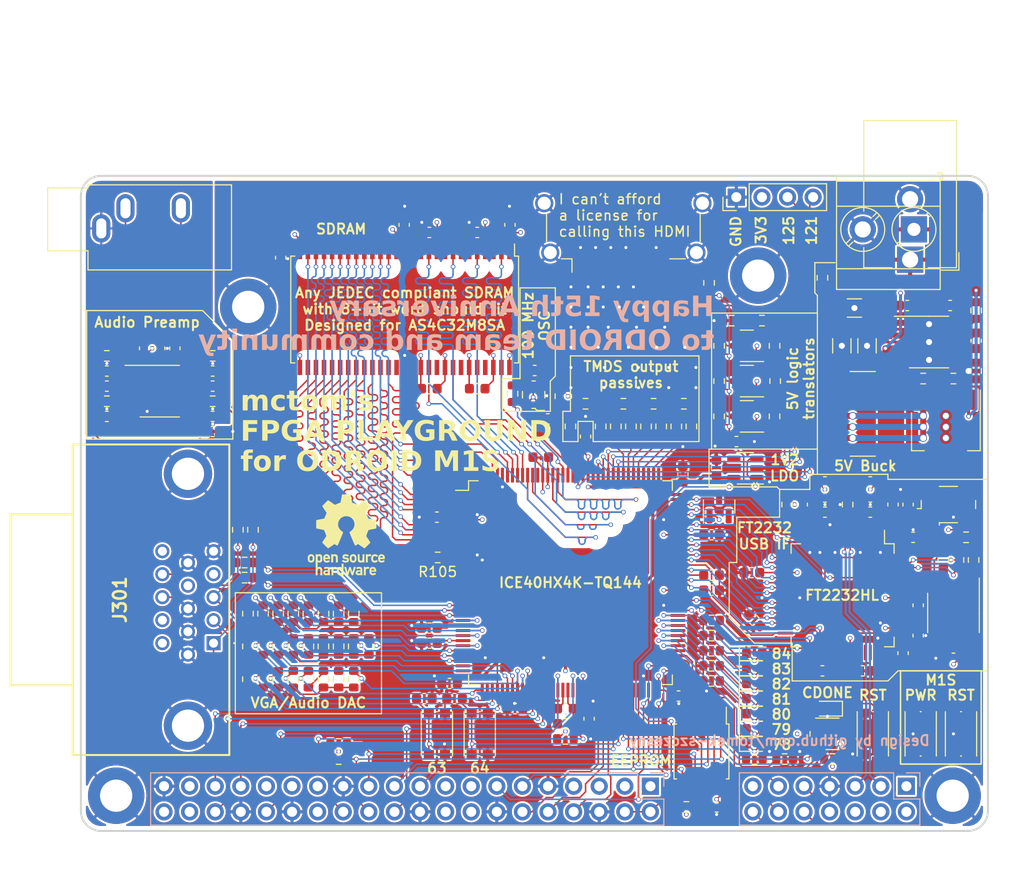
<source format=kicad_pcb>
(kicad_pcb (version 20221018) (generator pcbnew)
  (layers (0 "F.Cu" signal) (1 "In1.Cu" signal) (2 "In2.Cu" signal) (31 "B.Cu" signal) (34 "B.Paste" user) (35 "F.Paste" user) (36 "B.SilkS" user "B.Silkscreen") (37 "F.SilkS" user "F.Silkscreen") (38 "B.Mask" user) (39 "F.Mask" user) (44 "Edge.Cuts" user))
  (net 0 "")
  (net 1 "+3V3")
  (net 2 "+5V")
  (net 3 "+1V2")
  (net 4 "Net-(U102E-VCCPLL0)")
  (net 5 "GND")
  (net 6 "Net-(U102E-GNDPLL0)")
  (net 7 "Net-(U102E-VCCPLL1)")
  (net 8 "Net-(U102E-GNDPLL1)")
  (net 10 "Net-(U102E-VPP_2V5)")
  (net 11 "/iCE40-CDONE")
  (net 12 "Net-(D108-Pad1)")
  (net 13 "/~{FPGA_RST}")
  (net 14 "/iCE40-CRESET")
  (net 15 "Net-(Q701-S)")
  (net 16 "+5VP")
  (net 17 "/HPR")
  (net 18 "/HP_SNS")
  (net 19 "/HPL")
  (net 20 "/PWRBTN_H")
  (net 21 "/RESET_H")
  (net 22 "Net-(D217-K)")
  (net 23 "Net-(D218-K)")
  (net 24 "Net-(D219-K)")
  (net 25 "Net-(D220-K)")
  (net 26 "Net-(D221-K)")
  (net 27 "Net-(D222-K)")
  (net 28 "Net-(D223-K)")
  (net 29 "/iCE40-SDO")
  (net 30 "/iCE40-SDI")
  (net 31 "/iCE40-SCK")
  (net 32 "/iCE40-SS")
  (net 33 "/ADC-VIN3")
  (net 34 "/ADC-1V8")
  (net 35 "/ADC-VIN2")
  (net 36 "/USB-D-")
  (net 37 "/USB-D+")
  (net 43 "Net-(X101-OUT)")
  (net 44 "Net-(U101-IO2)")
  (net 45 "Net-(R305-Pad1)")
  (net 46 "Net-(R314-Pad1)")
  (net 47 "Net-(R323-Pad1)")
  (net 48 "/HDMI Output/D2+")
  (net 49 "/HDMI Output/D2-")
  (net 50 "/HDMI Output/D1+")
  (net 51 "/HDMI Output/D1-")
  (net 52 "/HDMI Output/D0+")
  (net 53 "/HDMI Output/D0-")
  (net 54 "/HDMI Output/CK+")
  (net 55 "/HDMI Output/CK-")
  (net 56 "/1")
  (net 57 "/2")
  (net 58 "/3")
  (net 59 "/4")
  (net 60 "/7")
  (net 61 "/8")
  (net 62 "/9")
  (net 63 "/10")
  (net 64 "/11")
  (net 65 "/12")
  (net 66 "/15")
  (net 67 "/16")
  (net 68 "/17")
  (net 69 "/18")
  (net 70 "/19")
  (net 71 "/20")
  (net 72 "/21")
  (net 73 "/22")
  (net 74 "/23")
  (net 75 "/24")
  (net 76 "/25")
  (net 77 "/26")
  (net 78 "/28")
  (net 79 "/29")
  (net 80 "/31")
  (net 81 "/32")
  (net 82 "/33")
  (net 83 "/34")
  (net 86 "/37")
  (net 87 "/38")
  (net 88 "/39")
  (net 89 "/41")
  (net 90 "/42")
  (net 91 "/43")
  (net 92 "/44")
  (net 93 "/45")
  (net 94 "/47")
  (net 95 "/48")
  (net 96 "/49")
  (net 99 "/52")
  (net 100 "/55")
  (net 101 "/56")
  (net 103 "/60")
  (net 104 "/61")
  (net 105 "/62")
  (net 106 "/63")
  (net 107 "/64")
  (net 108 "/73")
  (net 109 "/74")
  (net 110 "/75")
  (net 111 "/76")
  (net 113 "/78")
  (net 114 "/79")
  (net 115 "/80")
  (net 116 "/81")
  (net 117 "/82")
  (net 118 "/83")
  (net 119 "/84")
  (net 120 "/85")
  (net 121 "/87")
  (net 122 "/88")
  (net 123 "/90")
  (net 124 "/91")
  (net 125 "/94")
  (net 126 "/95")
  (net 127 "/96")
  (net 128 "/97")
  (net 129 "/98")
  (net 130 "/99")
  (net 131 "/101")
  (net 132 "/102")
  (net 133 "/104")
  (net 134 "/105")
  (net 135 "/106")
  (net 136 "/107")
  (net 138 "/110")
  (net 139 "/112")
  (net 140 "/113")
  (net 141 "/114")
  (net 142 "/115")
  (net 143 "/116")
  (net 144 "/117")
  (net 145 "/118")
  (net 146 "/119")
  (net 147 "/120")
  (net 148 "/121")
  (net 149 "/122")
  (net 150 "/124")
  (net 151 "/125")
  (net 152 "/128")
  (net 153 "/129")
  (net 154 "/130")
  (net 156 "/134")
  (net 157 "/135")
  (net 158 "/136")
  (net 159 "/137")
  (net 160 "/138")
  (net 161 "/139")
  (net 162 "/141")
  (net 163 "/142")
  (net 164 "/143")
  (net 165 "/144")
  (net 169 "Net-(J501-HPD)")
  (net 170 "Net-(J501-+5V)")
  (net 171 "Net-(J501-SDA)")
  (net 172 "Net-(J501-SCL)")
  (net 174 "Net-(J501-CEC)")
  (net 175 "/USB/USB_Vcore")
  (net 176 "Net-(U601-VPLL)")
  (net 177 "Net-(U601-VPHY)")
  (net 178 "Net-(U601-OSCI)")
  (net 179 "Net-(U601-OSCO)")
  (net 180 "Net-(U701-BST)")
  (net 181 "Net-(U701-SW)")
  (net 182 "Net-(U701-COMP)")
  (net 183 "Net-(C706-Pad2)")
  (net 184 "Net-(U701-SS)")
  (net 185 "Net-(J703-Pin_1)")
  (net 186 "Net-(U601-REF)")
  (net 187 "/USB/~{RESET}")
  (net 188 "Net-(U603-DO)")
  (net 189 "Net-(U601-EEDATA)")
  (net 190 "Net-(U601-EECS)")
  (net 191 "Net-(U601-EECLK)")
  (net 192 "Net-(U701-FB)")
  (net 193 "Net-(U701-EN)")
  (net 211 "/93")
  (net 212 "/VGA  - Audio/R")
  (net 213 "/VGA  - Audio/G")
  (net 214 "/VGA  - Audio/B")
  (net 229 "/VGA  - Audio/HSync_c")
  (net 230 "/VGA  - Audio/VSync_c")
  (net 236 "Net-(U301A-+)")
  (net 237 "GND1")
  (net 238 "Net-(U301A--)")
  (net 239 "Net-(C302-Pad2)")
  (net 240 "Net-(U301B-+)")
  (net 241 "Net-(U301B--)")
  (net 242 "Net-(C304-Pad2)")
  (net 243 "Net-(U301C-V+)")
  (net 244 "Net-(C307-Pad2)")
  (net 245 "Net-(C308-Pad2)")
  (footprint "Package_TO_SOT_SMD:SOT-23" (layer "F.Cu") (at 191.25 118.75)
    (fp_text reference "D108" hide)
    (fp_text value "BAT54A")
  )
  (footprint "Button_Switch_SMD:SW_Push_1P1T_NO_CK_KMR2" (layer "F.Cu") (at 200 118.75 90)
    (fp_text reference "SW105" hide)
    (fp_text value "KMR2")
  )
  (footprint "Capacitor_SMD:C_0603_1608Metric" (layer "F.Cu") (at 190.5 96.75 180)
    (fp_text reference "C611" hide)
    (fp_text value "100n")
  )
  (footprint "Resistor_SMD:R_0603_1608Metric" (layer "F.Cu") (at 143.75 106.825001 90)
    (fp_text reference "R326" hide)
    (fp_text value "16k 0.1%")
  )
  (footprint "Resistor_SMD:R_0603_1608Metric" (layer "F.Cu") (at 137.75 106.825 90)
    (fp_text reference "R322" hide)
    (fp_text value "2k 0.1%")
  )
  (footprint "Capacitor_SMD:C_0603_1608Metric" (layer "F.Cu") (at 123 80.5 -90)
    (fp_text reference "FB301" hide)
    (fp_text value "FerriteBead_Small")
  )
  (footprint "Resistor_SMD:R_0603_1608Metric" (layer "F.Cu") (at 139.25 106.825 90)
    (fp_text reference "R323" hide)
    (fp_text value "2k 0.1%")
  )
  (footprint "Resistor_SMD:R_0603_1608Metric" (layer "F.Cu") (at 164.75 119.25 180)
    (fp_text reference "R103" hide)
    (fp_text value "100R")
  )
  (footprint "LED_SMD:LED_0603_1608Metric" (layer "F.Cu") (at 183.5 119.75)
    (fp_text reference "D217" hide)
    (fp_text value "G")
  )
  (footprint "Capacitor_SMD:C_0603_1608Metric" (layer "F.Cu") (at 175.975 115)
    (fp_text reference "C101" hide)
    (fp_text value "100n")
  )
  (footprint "Resistor_SMD:R_0603_1608Metric" (layer "F.Cu") (at 188.5 118.75 90)
    (fp_text reference "R110" hide)
    (fp_text value "2k2")
  )
  (footprint "Resistor_SMD:R_0603_1608Metric" (layer "F.Cu") (at 152.075 101.25 180)
    (fp_text reference "R105")
    (fp_text value "10k")
  )
  (footprint "Resistor_SMD:R_0603_1608Metric" (layer "F.Cu") (at 140.74 110.075 90)
    (fp_text reference "R315" hide)
    (fp_text value "2k 0.1%")
  )
  (footprint "Resistor_SMD:R_0603_1608Metric" (layer "F.Cu") (at 177.25 88.25 90)
    (fp_text reference "R512" hide)
    (fp_text value "0")
  )
  (footprint "LED_SMD:LED_0603_1608Metric" (layer "F.Cu") (at 183.499999 116.75)
    (fp_text reference "D219" hide)
    (fp_text value "G")
  )
  (footprint "Resistor_SMD:R_0603_1608Metric" (layer "F.Cu") (at 166.75 86)
    (fp_text reference "R501" hide)
    (fp_text value "NM")
  )
  (footprint "Resistor_SMD:R_0603_1608Metric" (layer "F.Cu") (at 136.25 110.075 90)
    (fp_text reference "R312" hide)
    (fp_text value "1k 0.1%")
  )
  (footprint "Resistor_SMD:R_0603_1608Metric" (layer "F.Cu") (at 205.25 101.5 90)
    (fp_text reference "R605" hide)
    (fp_text value "10k")
  )
  (footprint "Capacitor_SMD:C_0603_1608Metric" (layer "F.Cu") (at 152 97.25 180)
    (fp_text reference "C128" hide)
    (fp_text value "100n")
  )
  (footprint "Resistor_SMD:R_0603_1608Metric" (layer "F.Cu") (at 133.25 113.325001 90)
    (fp_text reference "R301" hide)
    (fp_text value "1k 0.1%")
  )
  (footprint "Capacitor_SMD:C_0603_1608Metric" (layer "F.Cu") (at 153.25 113.75 180)
    (fp_text reference "C104" hide)
    (fp_text value "100n")
  )
  (footprint "Resistor_SMD:R_0603_1608Metric" (layer "F.Cu") (at 136.25 113.325 90)
    (fp_text reference "R303" hide)
    (fp_text value "1k 0.1%")
  )
  (footprint "Capacitor_SMD:C_0603_1608Metric" (layer "F.Cu") (at 190.5 95.25 180)
    (fp_text reference "C610" hide)
    (fp_text value "4u7")
  )
  (footprint "Package_SO:SO-8_3.9x4.9mm_P1.27mm" (layer "F.Cu") (at 124.5 84.75)
    (fp_text reference "U301" hide)
    (fp_text value "OPA1602")
  )
  (footprint "Capacitor_SMD:C_0603_1608Metric" (layer "F.Cu") (at 151.25 68.999999 180)
    (fp_text reference "C119" hide)
    (fp_text value "100n")
  )
  (footprint "Resistor_SMD:R_0603_1608Metric" (layer "F.Cu") (at 139.25 113.325 90)
    (fp_text reference "R305" hide)
    (fp_text value "2k 0.1%")
  )
  (footprint "Package_TO_SOT_SMD:SOT-23-5" (layer "F.Cu") (at 182.6 92.4 180)
    (fp_text reference "U103" hide)
    (fp_text value "TLV71312PDBV")
  )
  (footprint "Resistor_SMD:R_0603_1608Metric" (layer "F.Cu") (at 142.25 106.825 90)
    (fp_text reference "R325" hide)
    (fp_text value "16k 0.1%")
  )
  (footprint "Capacitor_SMD:C_0603_1608Metric" (layer "F.Cu") (at 179.25 104.5)
    (fp_text reference "C130" hide)
    (fp_text value "100n")
  )
  (footprint "Resistor_SMD:R_0603_1608Metric" (layer "F.Cu") (at 129.75 85.75)
    (fp_text reference "R331" hide)
    (fp_text value "47k")
  )
  (footprint "Capacitor_SMD:C_0603_1608Metric" (layer "F.Cu") (at 164.75 116.25 180)
    (fp_text reference "C108" hide)
    (fp_text value "100n")
  )
  (footprint "Package_SO:SO-8_3.9x4.9mm_P1.27mm" (layer "F.Cu") (at 203.25 106.75 -90)
    (fp_text reference "U603" hide)
    (fp_text value "93LCxxC")
  )
  (footprint "Resistor_SMD:R_0603_1608Metric" (layer "F.Cu") (at 176.75 126)
    (fp_text reference "R102" hide)
    (fp_text value "10k")
  )
  (footprint "Resistor_SMD:R_0603_1608Metric" (layer "F.Cu") (at 179.25 112 180)
    (fp_text reference "R220" hide)
    (fp_text value "2k2")
  )
  (footprint "Resistor_SMD:R_0603_1608Metric" (layer "F.Cu") (at 132.925 101.75)
    (fp_text reference "R327" hide)
    (fp_text value "120R")
  )
  (footprint "LED_SMD:LED_0603_1608Metric" (layer "F.Cu") (at 183.499999 112.25)
    (fp_text reference "D222" hide)
    (fp_text value "G")
  )
  (footprint "Resistor_SMD:R_0603_1608Metric" (layer "F.Cu") (at 164.25 85.25 90)
    (fp_text reference "R104" hide)
    (fp_text value "100R")
  )
  (footprint "Capacitor_SMD:C_0603_1608Metric" (layer "F.Cu") (at 124.5 80.5 -90)
    (fp_text reference "C306" hide)
    (fp_text value "10u")
  )
  (footprint "Capacitor_SMD:C_0603_1608Metric" (layer "F.Cu") (at 151.25 109.75 180)
    (fp_text reference "C113" hide)
    (fp_text value "100n")
  )
  (footprint "Resistor_SMD:R_0603_1608Metric" (layer "F.Cu") (at 133.25 110.075001 90)
    (fp_text reference "R310" hide)
    (fp_text value "1k 0.1%")
  )
  (footprint "Resistor_SMD:R_0603_1608Metric" (layer "F.Cu") (at 180 83.75 -90)
    (fp_text reference "R516" hide)
    (fp_text value "1k5")
  )
  (footprint "Resistor_SMD:R_0603_1608Metric" (layer "F.Cu") (at 175.750002 88.25 90)
    (fp_text reference "R511" hide)
    (fp_text value "0")
  )
  (footprint "Package_QFP:TQFP-144_20x20mm_P0.5mm" (layer "F.Cu") (at 165.25 103.75)
    (fp_text reference "U102" hide)
    (fp_text value "ICE40HX4K-TQ144")
  )
  (footprint "Capacitor_SMD:C_0603_1608Metric" (layer "F.Cu") (at 129.750001 87.25)
    (fp_text reference "C303" hide)
    (fp_text value "30p")
  )
  (footprint "Capacitor_SMD:C_0603_1608Metric" (layer "F.Cu") (at 148.75 68.249999 90)
    (fp_text reference "C120" hide)
    (fp_text value "100n")
  )
  (footprint "libs:ICD15S13E4GX00LF" (layer "F.Cu") (at 129.84 109.75 -90)
    (fp_text reference "J301")
    (fp_text value "ICD15S13E4GX00LF" hide)
  )
  (footprint "Capacitor_SMD:C_0603_1608Metric" (layer "F.Cu") (at 195 96.75)
    (fp_text reference "C613" hide)
    (fp_text value "100n")
  )
  (footprint "Capacitor_SMD:C_0603_1608Metric" (layer "F.Cu") (at 176.4 93 90)
    (fp_text reference "C107" hide)
    (fp_text value "100n")
  )
  (footprint "Resistor_SMD:R_0603_1608Metric" (layer "F.Cu") (at 143.75 110.075001 90)
    (fp_text reference "R317" hide)
    (fp_text value "16k 0.1%")
  )
  (footprint "Package_TO_SOT_SMD:SOT-23" (layer "F.Cu") (at 182.75 80.25 180)
    (fp_text reference "Q503" hide)
    (fp_text value "2N7002")
  )
  (footprint "Resistor_SMD:R_0603_1608Metric" (layer "F.Cu") (at 136.25 106.825 90)
    (fp_text reference "R321" hide)
    (fp_text value "1k 0.1%")
  )
  (footprint "Resistor_SMD:R_0603_1608Metric" (layer "F.Cu") (at 173.500002 86.000001)
    (fp_text reference "R503" hide)
    (fp_text value "NM")
  )
  (footprint "Resistor_SMD:R_0603_1608Metric" (layer "F.Cu") (at 200.25 83.5 180)
    (fp_text reference "R704" hide)
    (fp_text value "33k")
  )
  (footprint "Resistor_SMD:R_0603_1608Metric" (layer "F.Cu") (at 142.25 121.25)
    (fp_text reference "R107" hide)
    (fp_text value "10k")
  )
  (footprint "Resistor_SMD:R_0603_1608Metric" (layer "F.Cu") (at 179.25 113.5 180)
    (fp_text reference "R219" hide)
    (fp_text value "2k2")
  )
  (footprint "Capacitor_SMD:C_0603_1608Metric" (layer "F.Cu") (at 203.25 111.25 180)
    (fp_text reference "C614" hide)
    (fp_text value "100n")
  )
  (footprint "Capacitor_SMD:C_0603_1608Metric" (layer "F.Cu") (at 119.25 82.75 180)
    (fp_text reference "C307" hide)
    (fp_text value "10u")
  )
  (footprint "MountingHole:MountingHole_3.2mm_M3_DIN965_Pad" (layer "F.Cu") (at 183.875127 73.286447)
    (fp_text reference "H4" hide)
    (fp_text value "M3")
  )
  (footprint "Resistor_SMD:R_0603_1608Metric" (layer "F.Cu") (at 165.250002 88.25 90)
    (fp_text reference "R505" hide)
    (fp_text value "0")
  )
  (footprint "Capacitor_SMD:C_0603_1608Metric" (layer "F.Cu") (at 163 87.5 180)
    (fp_text reference "C111" hide)
    (fp_text value "10u")
  )
  (footprint "Package_QFP:LQFP-64_10x10mm_P0.5mm" (layer "F.Cu") (at 192.25 105 -90)
    (fp_text reference "U601" hide)
    (fp_text value "FT2232HL")
  )
  (footprint "Resistor_SMD:R_0603_1608Metric" (layer "F.Cu") (at 185.5 87.25 -90)
    (fp_text reference "R513" hide)
    (fp_text value "4k7")
  )
  (footprint "Capacitor_SMD:C_0603_1608Metric" (layer "F.Cu") (at 202.925 76.25 180)
    (fp_text reference "C707" hide)
    (fp_text value "100n")
  )
  (footprint "Resistor_SMD:R_0603_1608Metric" (layer "F.Cu") (at 180 80.25 -90)
    (fp_text reference "R518" hide)
    (fp_text value "1k5")
  )
  (footprint "Resistor_SMD:R_0603_1608Metric" (layer "F.Cu") (at 137.75 110.075 90)
    (fp_text reference "R313" hide)
    (fp_text value "2k 0.1%")
  )
  (footprint "Capacitor_SMD:C_1206_3216Metric" (layer "F.Cu") (at 193.425 76.5 180)
    (fp_text reference "C704" hide)
    (fp_text value "22u 35V")
  )
  (footprint "Capacitor_SMD:C_0603_1608Metric" (layer "F.Cu") (at 183.25 102.75 180)
    (fp_text reference "C603" hide)
    (fp_text value "100n")
  )
  (footprint "Resistor_SMD:R_0603_1608Metric" (layer "F.Cu") (at 205.5 82.75 90)
    (fp_text reference "R703" hide)
    (fp_text value "6k8")
  )
  (footprint "Capacitor_SMD:C_0603_1608Metric" (layer "F.Cu") (at 199.25 99.25)
    (fp_text reference "C609" hide)
    (fp_text value "100n")
  )
  (footprint "Resistor_SMD:R_0603_1608Metric" (layer "F.Cu") (at 172.750002 88.25 90)
    (fp_text reference "R509" hide)
    (fp_text value "0")
  )
  (footprint "Resistor_SMD:R_0603_1608Metric" (layer "F.Cu") (at 202.25 101.5 -90)
    (fp_text reference "R603" hide)
    (fp_text value "2k")
  )
  (footprint "Resistor_SMD:R_0603_1608Metric" (layer "F.Cu") (at 180 87.25 -90)
    (fp_text reference "R514" hide)
    (fp_text value "1k5")
  )
  (footprint "Capacitor_SMD:C_0603_1608Metric" (layer "F.Cu") (at 198.75 96 90)
    (fp_text reference "C615" hide)
    (fp_text value "30p")
  )
  (footprint "Resistor_SMD:R_0603_1608Metric" (layer "F.Cu") (at 186.5 121.25)
    (fp_text reference "R218" hide)
    (fp_text value "2k2")
  )
  (footprint "Capacitor_SMD:C_1206_3216Metric" (layer "F.Cu") (at 194.675 80.25 90)
    (fp_text reference "C708" hide)
    (fp_text value "22u 35V")
  )
  (footprint "LED_SMD:LED_0603_1608Metric" (layer "F.Cu") (at 183.499999 113.75)
    (fp_text reference "D221" hide)
    (fp_text value "G")
  )
  (footprint "Capacitor_SMD:C_0603_1608Metric" (layer "F.Cu") (at 195 95.25)
    (fp_text reference "C612" hide)
    (fp_text value "4u7")
  )
  (footprint "Resistor_SMD:R_0603_1608Metric" (layer "F.Cu") (at 133.25 106.825001 90)
    (fp_text reference "R319" hide)
    (fp_text value "1k 0.1%")
  )
  (footprint "Resistor_SMD:R_0603_1608Metric" (layer "F.Cu") (at 174.250002 88.25 90)
    (fp_text reference "R510" hide)
    (fp_text value "0")
  )
  (footprint "Resistor_SMD:R_0603_1608Metric" (layer "F.Cu") (at 129.75 81.25)
    (fp_text reference "R333" hide)
    (fp_text value "10k")
  )
  (footprint "LED_SMD:LED_0603_1608Metric" (layer "F.Cu") (at 183.499999 110.75)
    (fp_text reference "D223" hide)
    (fp_text value "G")
  )
  (footprint "Resistor_SMD:R_0603_1608Metric" (layer "F.Cu") (at 134.75 106.825001 90)
    (fp_text reference "R320" hide)
    (fp_text value "1k 0.1%")
  )
  (footprint "Resistor_SMD:R_0603_1608Metric" (layer "F.Cu") (at 119.25 85.75 180)
    (fp_text reference "R328" hide)
    (fp_text value "47k")
  )
  (footprint "Resistor_SMD:R_0603_1608Metric" (layer "F.Cu") (at 140.75 113.325 90)
    (fp_text reference "R306" hide)
    (fp_text value "2k 0.1%")
  )
  (footprint "Capacitor_SMD:C_0603_1608Metric" (layer "F.Cu") (at 126 80.5 -90)
    (fp_text reference "C305" hide)
    (fp_text value "100n")
  )
  (footprint "Resistor_SMD:R_0603_1608Metric" (layer "F.Cu") (at 179.25 110.5 180)
    (fp_text reference "R221" hide)
    (fp_text value "2k2")
  )
  (footprint "Resistor_SMD:R_0603_1608Metric" (layer "F.Cu") (at 169.750002 88.249999 90)
    (fp_text reference "R507" hide)
    (fp_text value "0")
  )
  (footprint "Resistor_SMD:R_0603_1608Metric" (layer "F.Cu") (at 119.25 81.25 180)
    (fp_text reference "R332" hide)
    (fp_text value "10k")
  )
  (footprint "Capacitor_SMD:C_0603_1608Metric" (layer "F.Cu") (at 129.75 88.75)
    (fp_text reference "FB302" hide)
    (fp_text value "FerriteBead_Small")
  )
  (footprint "Button_Switch_SMD:SW_Push_1P1T_NO_CK_KMR2" (layer "F.Cu") (at 204 118.75 90)
    (fp_text reference "SW104" hide)
    (fp_text value "KMR2")
  )
  (footprint "Resistor_SMD:R_0603_1608Metric" (layer "F.Cu") (at 204.5 99.25)
    (fp_text reference "R604" hide)
    (fp_text value "10k")
  )
  (footprint "Capacitor_SMD:C_0603_1608Metric" (layer "F.Cu") (at 199.75 109 -90)
    (fp_text reference "C601" hide)
    (fp_text value "100n")
  )
  (footprint "Inductor_SMD:L_Bourns-SRN8040_8x8.15mm" (layer "F.Cu") (at 194.25 87 180)
    (fp_text reference "L701" hide)
    (fp_text value "SRN8040-100M")
  )
  (footprint "Symbol:OSHW-Logo_7.5x8mm_SilkScreen" (layer "F.Cu") (at 143 99)
    (fp_text reference "LOGO101" hide)
    (fp_text value "Logo_Open_Hardware_Small" hide)
  )
  (footprint "MountingHole:MountingHole_3.2mm_M3_DIN965_Pad" (layer "F.Cu") (at 203.175127 124.886446)
    (fp_text reference "H2" hide)
    (fp_text value "M3")
  )
  (footprint "Package_SO:TSOP-II-54_22.2x10.16mm_P0.8mm" (layer "F.Cu") (at 148.8 76.65 -90)
    (fp_text reference "U106" hide)
    (fp_text value "AS4C32M8SA")
  )
  (footprint "Connector_HDMI:HDMI_A_Amphenol_10029449-x01xLF_Horizontal" (layer "F.Cu") (at 170.5 67 180)
    (fp_text reference "J501" hide)
    (fp_text value "10029449-101RLF")
  )
  (footprint "Resistor_SMD:R_0603_1608Metric" (layer "F.Cu") (at 134.75 110.075001 90)
    (fp_text reference "R311" hide)
    (fp_text value "1k 0.1%")
  )
  (footprint "Capacitor_SMD:C_0603_1608Metric" (layer "F.Cu") (at 164.75 117.75 180)
    (fp_text reference "C109" hide)
    (fp_text value "10u")
  )
  (footprint "Button_Switch_SMD:SW_Push_1P1T_NO_CK_KMR2" (layer "F.Cu") (at 195.25 118.75 90)
    (fp_text reference "SW101" hide)
    (fp_text value "KMR2")
  )
  (footprint "MountingHole:MountingHole_3.2mm_M3_DIN965_Pad" (layer "F.Cu") (at 133.275128 76.386447)
    (fp_text reference "H3" hide)
    (fp_text value "M3")
  )
  (footprint "MountingHole:MountingHole_3.2mm_M3_DIN965_Pad" (layer "F.Cu") (at 120.175126 124.886446)
    (fp_text reference "H1" hide)
    (fp_text value "M3")
  )
  (footprint "Capacitor_SMD:C_0603_1608Metric" (layer "F.Cu") (at 179.25 99)
    (fp_text reference "C114" hide)
    (fp_text value "100n")
  )
  (footprint "Resistor_SMD:R_0603_1608Metric" (layer "F.Cu") (at 142.25 119.75)
    (fp_text reference "R108" hide)
    (fp_text value "10k")
  )
  (footprint "Resistor_SMD:R_0603_1608Metric" (layer "F.Cu") (at 179.25 107.5 180)
    (fp_text reference "R223" hide)
    (fp_text value "2k2")
  )
  (footprint "Capacitor_SMD:C_0603_1608Metric" (layer "F.Cu") (at 181.725 89.75)
    (fp_text reference "C501" hide)
    (fp_text value "100n")
  )
  (footprint "LED_SMD:LED_0603_1608Metric" (layer "F.Cu") (at 183.499999 115.250001)
    (fp_text reference "D220" hide)
    (fp_text value "G")
  )
  (footprint "Capacitor_SMD:C_0603_1608Metric" (layer "F.Cu") (at 194.25 112.5)
    (fp_text reference "C605" hide)
    (fp_text value "100n")
  )
  (footprint "Capacitor_SMD:C_0603_1608Metric" (layer "F.Cu") (at 163 89 180)
    (fp_text reference "C110" hide)
    (fp_text value "100n")
  )
  (footprint "Capacitor_SMD:C_0603_1608Metric" (layer "F.Cu") (at 183.5 107.5 135)
    (fp_text reference "C604" hide)
    (fp_text value "100n")
  )
  (footprint "Resistor_SMD:R_0603_1608Metric" (layer "F.Cu") (at 132.25 98.5 -90)
    (fp_text reference "R329" hide)
    (fp_text value "47k")
  )
  (footprint "Resistor_SMD:R_0603_1608Metric" (layer "F.Cu") (at 142.25 113.325 90)
    (fp_text reference "R307" hide)
    (fp_text value "16k 0.1%")
  )
  (footprint "Resistor_SMD:R_0603_1608Metric" (layer "F.Cu") (at 205.5 76.75 90)
    (fp_text reference "R706" hide)
    (fp_text value "100k")
  )
  (footprint "LED_SMD:LED_0603_1608Metric" (layer "F.Cu") (at 183.499999 118.25)
    (fp_text reference "D218" hide)
    (fp_text value "G")
  )
  (footprint "Package_SO:SOIC-8-1EP_3.9x4.9mm_P1.27mm_EP2.62x3.51mm" (layer "F.Cu") (at 200.83 79.875)
    (fp_text reference "U701" hide)
    (fp_text value "AP6503")
  )
  (footprint "Capacitor_SMD:C_0603_1608Metric" (layer "F.Cu") (at 150.75 115.25)
    (fp_text reference "C125" hide)
    (fp_text value "10n")
  )
  (footprint "Capacitor_SMD:C_0603_1608Metric" (layer "F.Cu") (at 167.1 117.25 -90)
    (fp_text reference "C127" hide)
    (fp_text value "100n")
  )
  (footprint "Capacitor_SMD:C_0603_1608Metric" (layer "F.Cu") (at 119.249999 87.25 180)
    (fp_text reference "C301" hide)
    (fp_text value "30p")
  )
  (footprint "Capacitor_SMD:C_0603_1608Metric" (layer "F.Cu") (at 129.75 84.25)
    (fp_text reference "C304" hide)
    (fp_text value "10p")
  )
  (footprint "Capacitor_SMD:C_0603_1608Metric" (layer "F.Cu") (at 151.25 108.25 180)
    (fp_text reference "C105" hide)
    (fp_text value "100n")
  )
  (footprint "Capacitor_SMD:C_0603_1608Metric" (layer "F.Cu") (at 179.25 103)
    (fp_text reference "C106" hide)
    (fp_text value "100n")
  )
  (footprint "Resistor_SMD:R_0603_1608Metric" (layer "F.Cu") (at 186.75 96 90)
    (fp_text reference "R602" hide)
    (fp_text value "1k")
  )
  (footprint "Package_TO_SOT_SMD:SOT-23" (layer "F.Cu") (at 180 96.2 90)
    (fp_text reference "D101" hide)
    (fp_text value "BAT54S")
  )
  (footprint "Resistor_SMD:R_0603_1608Metric" (layer "F.Cu") (at 185.5625 83.75 -90)
    (fp_text reference "R515" hide)
    (fp_text value "4k7")
  )
  (footprint "Capacitor_SMD:C_0603_1608Metric" (layer "F.Cu") (at 136.5 71.499999 -90)
    (fp_text reference "C121" hide)
    (fp_text value "100n")
  )
  (footprint "Capacitor_SMD:C_0603_1608Metric" (layer "F.Cu") (at 197.25 96 90)
    (fp_text reference "C616" hide)
    (fp_text value "30p")
  )
  (footprint "Capacitor_SMD:C_0603_1608Metric" (layer "F.Cu") (at 198.675 76.25 180)
    (fp_text reference "C702" hide)
    (fp_text value "10n 16V")
  )
  (footprint "Capacitor_SMD:C_0603_1608Metric" (layer "F.Cu") (at 159.25 68.25 90)
    (fp_text reference "C124" hide)
    (fp_text value "100n")
  )
  (footprint "LED_SMD:LED_0603_1608Metric" (layer "F.Cu") (at 190.75 116.25 180)
    (fp_text reference "D102" hide)
    (fp_text value "Green")
  )
  (footprint "Resistor_SMD:R_0603_1608Metric" (layer "F.Cu") (at 132.925 103.25)
    (fp_text reference "R309" hide)
    (fp_text value "120R")
  )
  (footprint "Capacitor_SMD:C_0603_1608Metric" (layer "F.Cu") (at 166.75 89.25 90)
    (fp_text reference "C129" hide)
    (fp_text value "100n")
  )
  (footprint "Button_Switch_SMD:SW_Push_1P1T_NO_CK_KMR2" (layer "F.Cu") (at 152 118.75 -90)
    (fp_text reference "SW103" hide)
    (fp_text value "KMR2")
  )
  (footprint "Capacitor_SMD:C_0603_1608Metric" (layer "F.Cu") (at 205.5 79.75 -90)
    (fp_text reference "C706" hide)
    (fp_text value "6n8")
  )
  (footprint "Capacitor_SMD:C_0603_1608Metric" (layer "F.Cu") (at 156 84.5)
    (fp_text reference "C122" hide)
    (fp_text value "100n")
  )
  (footprint "Resistor_SMD:R_0603_1608Metric" (layer "F.Cu") (at 137.75 113.325 90)
    (fp_text reference "R304" hide)
    (fp_text value "2k 0.1%")
  )
  (footprint "Resistor_SMD:R_0603_1608Metric" (layer "F.Cu") (at 134.75 113.325001 90)
    (fp_text reference "R302" hide)
    (fp_text value "1k 0.1%")
  )
  (footprint "Package_TO_SOT_SMD:SOT-223" (layer "F.Cu") (at 202.5 88.75 -90)
    (fp_text reference "Q701" hide)
    (fp_text value "PMT21EN")
  )
  (footprint "Resistor_SMD:R_0603_1608Metric" (layer "F.Cu") (at 145.25 110.075 90)
    (fp_text reference "R318" hide)
    (fp_text value "16k 0.1%")
  )
  (footprint "Resistor_SMD:R_0603_1608Metric" (layer "F.Cu") (at 140.75 106.825 90)
    (fp_text reference "R324" hide)
    (fp_text value "2k 0.1%")
  )
  (footprint "Capacitor_SMD:C_0603_1608Metric" (layer "F.Cu") (at 190.5 93.75)
    (fp_text reference "FB601" hide)
    (fp_text value "FerriteBead_Small")
  )
  (footprint "Capacitor_SMD:C_1206_3216Metric" (layer "F.Cu") (at 192.175 80.25 90)
    (fp_text reference "C705" hide)
    (fp_text value "22u 35V")
  )
  (footprint "Resistor_SMD:R_0603_1608Metric" (layer "F.Cu") (at 143.75 113.325001 90)
    (fp_text reference "R308" hide)
    (fp_text value "16k 0.1%")
  )
  (footprint "Capacitor_SMD:C_0603_1608Metric" (layer "F.Cu") (at 179.7375 92.375 90)
    (fp_text reference "C116" hide)
    (fp_text value "100n")
  )
  (footprint "Oscillator:Oscillator_SMD_ECS_2520MV-xxx-xx-4Pin_2.5x2.0mm" (layer "F.Cu") (at 161.6 85.1 180)
    (fp_text reference "X101" hide)
    (fp_text value "ECS-2520MV-xxx-xx")
  )
  (footprint "Resistor_SMD:R_0603_1608Metric" (layer "F.Cu") (at 185.5 80.25 -90)
    (fp_text reference "R517" hide)
    (fp_text value "4k7")
  )
  (footprint "Connector_Audio:Jack_3.5mm_CUI_SJ1-3533NG_Horizontal" (layer "F.Cu") (at 118.7 68.6 90)
    (fp_text reference "J302" hide)
    (fp_text value "CUI_SJ1-3533NG")
  )
  (footprint "Capacitor_SMD:C_0603_1608Metric" (layer "F.Cu") (at 198.25 110.75 -90)
    (fp_text reference "C602" hide)
    (fp_text value "4u7")
  )
  (footprint "Resistor_SMD:R_0603_1608Metric" (layer "F.Cu") (at 179.25 109 180)
    (fp_text reference "R222" hide)
    (fp_text value "2k2")
  )
  (footprint "Resistor_SMD:R_0603_1608Metric" (layer "F.Cu") (at 139.25 110.075 90)
    (fp_text reference "R314" hide)
    (fp_text value "2k 0.1%")
  )
  (footprint "Capacitor_SMD:C_0603_1608Metric" (layer "F.Cu") (at 153.75 115.25 180)
    (fp_text reference "C126" hide)
    (fp_text value "10n")
  )
  (footprint "Crystal:Crystal_SMD_Abracon_ABM3B-4Pin_5.0x3.2mm" (layer "F.Cu") (at 202.75 96)
    (fp_text reference "Y601" hide)
    (fp_text value "ABM3B-12")
  )
  (footprint "Capacitor_SMD:C_0603_1608Metric" (layer "F.Cu") (at 159.75 116.25 180)
    (fp_text reference "C112" hide)
    (fp_text value "100n")
  )
  (footprint "Button_Switch_SMD:SW_Push_1P1T_NO_CK_KMR2" (layer "F.Cu") (at 156.25 118.75 -90)
    (fp_text reference "SW102" hide)
    (fp_text value "KMR2")
  )
  (footprint "Resistor_SMD:R_0603_1608Metric" (layer "F.Cu") (at 181.25 77.75 180)
    (fp_text reference "R521" hide)
    (fp_text value "100k")
  )
  (footprint "Package_SO:SOIC-8_5.23x5.23mm_P1.27mm" (layer "F.Cu") (at 178.25 120.5 -90)
    (fp_text reference "U101" hide)
    (fp_text value "W25Q16JLSSIG")
  )
  (footprint "Resistor_SMD:R_0603_1608Metric" (layer "F.Cu") (at 192.75 96 -90)
    (fp_text reference "R601" hide)
    (fp_text value "12k")
  )
  (footprint "Connector_BarrelJack:BarrelJack_CUI_PJ-102AH_Horizontal" (layer "F.Cu") (at 198.95 71.7 180)
    (fp_text reference "J702" hide)
    (fp_text value "CUI PJ102")
  )
  (footprint "Resistor_SMD:R_0603_1608Metric" (layer "F.Cu") (at 176.500001 86)
    (fp_text reference "R504" hide)
    (fp_text value "NM")
  )
  (footprint "Resistor_SMD:R_0603_1608Metric" (layer "F.Cu") (at 179 74 -90)
    (fp_text reference "R519" hide)
    (fp_text value "51R")
  )
  (footprint "Capacitor_SMD:C_0603_1608Metric" (layer "F.Cu") (at 156 69 180)
    (fp_text reference "C118" hide)
    (fp_text value "100n")
  )
  (footprint "Capacitor_SMD:C_0603_1608Metric" (layer "F.Cu") (at 190.25 112.5 180)
    (fp_text reference "C608" hide)
    (fp_text value "100n")
  )
  (footprint "Capacitor_SMD:C_0603_1608Metric" (layer "F.Cu") (at 179.75 126 180)
    (fp_text reference "C102" hide)
    (fp_text value "100n")
  )
  (footprint "Capacitor_SMD:C_0603_1608Metric" (layer "F.Cu") (at 161.7 82.7)
    (fp_text reference "C103" hide)
    (fp_text value "100n")
  )
  (footprint "Capacitor_SMD:C_0603_1608Metric" (layer "F.Cu") (at 151.25 84.500001)
    (fp_text reference "C123" hide)
    (fp_text value "100n")
  )
  (footprint "Resistor_SMD:R_0603_1608Metric" (layer "F.Cu") (at 183.5 121.25)
    (fp_text reference "R217" hide)
    (fp_text value "2k2")
  )
  (footprint "Resistor_SMD:R_0603_1608Metric" (layer "F.Cu") (at 142.25 110.075 90)
    (fp_text reference "R316" hide)
    (fp_text value "16k 0.1%")
  )
  (footprint "TerminalBlock_Phoenix:TerminalBlock_Phoenix_MKDS-3-2-5.08_1x02_P5.08mm_Horizontal" (layer "F.Cu") (at 199.33 68.7 180)
    (fp_text reference "J703" hide)
    (fp_text value "5.08mm")
  )
  (footprint "Resistor_SMD:R_0603_1608Metric" (layer "F.Cu") (at 168.25 88.25 90)
    (fp_text reference "R506" hide)
    (fp_text value "0")
  )
  (footprint "Capacitor_SMD:C_0603_1608Metric" (layer "F.Cu") (at 119.25 84.25 180)
    (fp_text reference "C302" hide)
    (fp_text value "10p")
  )
  (footprint "Resistor_SMD:R_0603_1608Metric" (layer "F.Cu") (at 203.25 83.5 180)
    (fp_text reference "R705" hide)
    (fp_text value "7k5")
  )
  (footprint "Capacitor_SMD:C_0603_1608Metric" (layer "F.Cu") (at 129.75 82.75)
    (fp_text reference "C308" hide)
    (fp_text value "10u")
  )
  (footprint "Resistor_SMD:R_0603_1608Metric" (layer "F.Cu") (at 190.25 73.5 90)
    (fp_text reference "R701" hide)
    (fp_text value "100k")
  )
  (footprint "Capacitor_SMD:C_0603_1608Metric" (layer "F.Cu") (at 162.3 91.3 180)
    (fp_text reference "C115" hide)
    (fp_text value "100n")
  )
  (footprint "Capacitor_SMD:C_0603_1608Metric" (layer "F.Cu") (at 199.75 106 -90)
    (fp_text reference "C606" hide)
    (fp_text value "100n")
  )
  (footprint "Resistor_SMD:R_0603_1608Metric" (layer "F.Cu") (at 191.25 121.25)
    (fp_text reference "R109" hide)
    (fp_text value "10k")
  )
  (footprint "Package_TO_SOT_SMD:SOT-23" (layer "F.Cu") (at 182.75 87.25 180)
    (fp_text reference "Q501" hide)
    (fp_text value "2N7002")
  )
  (footprint "Capacitor_SMD:C_0603_1608Metric" (layer "F.Cu") (at 188.25 96 90)
    (fp_text reference "C607" hide)
    (fp_text value "100n")
  )
  (footprint "Resistor_SMD:R_0603_1608Metric" (layer "F.Cu") (at 203.75 101.5 90)
    (fp_text reference "R606" hide)
    (fp_text value "10k")
  )
  (footprint "Resistor_SMD:R_0603_1608Metric" (layer "F.Cu") (at 133.75 98.5 -90)
    (fp_text reference "R330" hide)
    (fp_text value "47k")
  )
  (footprint "Resistor_SMD:R_0603_1608Metric" (layer "F.Cu") (at 159.5 85 90)
    (fp_text reference "R101" hide)
    (fp_text value "22R")
  )
  (footprint "Package_TO_SOT_SMD:SOT-23" (layer "F.Cu") (at 182.75 83.75 180)
    (fp_text reference "Q502" hide)
    (fp_text value "2N7002")
  )
  (footprint "Resistor_SMD:R_0603_1608Metric" (layer "F.Cu") (at 171.250002 88.250001 90)
    (fp_text reference "R508" hide)
    (fp_text value "0")
  )
  (footprint "Capacitor_SMD:C_0603_1608Metric" (layer "F.Cu") (at 195 93.75 180)
    (fp_text reference "FB602" hide)
    (fp_text value "FerriteBead_Small")
  )
  (footprint "Resistor_SMD:R_0603_1608Metric" (layer "F.Cu") (at 170.500002 86)
    (fp_text reference "R502" hide)
    (fp_text value "NM")
  )
  (footprint "Connector_PinHeader_2.54mm:PinHeader_1x04_P2.54mm_Vertical" (layer "F.Cu") (at 181.71 65.5 90)
    (fp_text reference "J102" hide)
    (fp_text value "Pin Header")
  )
  (footprint "Resistor_SMD:R_0603_1608Metric" (layer "F.Cu") (at 184.25 77.75)
    (fp_text reference "R520" hide)
    (fp_text value "1k")
  )
  (footprint "Connector_PinSocket_2.54mm:PinSocket_2x20_P2.54mm_Vertical" (layer "B.Cu") (at 173.185125 123.946447 90)
    (fp_text reference "J1" hide)
    (fp_text value "Conn_02x20_Odd_Even")
  )
  (footprint "Connector_PinSocket_2.54mm:PinSocket_2x07_P2.54mm_Vertical" (layer "B.Cu") (at 198.585125 123.946446 90)
    (fp_text reference "J2" hide)
    (fp_text value "Conn_02x07_Odd_Even")
  )
  (gr_line (start 117.25 89.5) (end 117.25 76.75) (stroke (width 0.12)) (layer "F.SilkS"))
  (gr_line (start 167.5 87.75) (end 166 87.75) (stroke (width 0.12)) (layer "F.SilkS"))
  (gr_line (start 181.75 97.25) (end 186 97.25) (stroke (width 0.12)) (layer "F.SilkS"))
  (gr_line (start 187.25 113.5) (end 196.75 113.5) (stroke (width 0.12)) (layer "F.SilkS"))
  (gr_line (start 196.75 113.5) (end 197.75 112.5) (stroke (width 0.12)) (layer "F.SilkS"))
  (gr_line (start 186 97.25) (end 186 94.5) (stroke (width 0.12)) (layer "F.SilkS"))
  (gr_line (start 164.5 86.75) (end 165.25 86.75) (stroke (width 0.12)) (layer "F.SilkS"))
  (gr_line (start 160.25 83.5) (end 160.25 79.75) (stroke (width 0.12)) (layer "F.SilkS"))
  (gr_line (start 158.5 83.5) (end 160.25 83.5) (stroke (width 0.12)) (layer "F.SilkS"))
  (gr_line (start 189.75 90.5) (end 189.75 93) (stroke (width 0.12)) (layer "F.SilkS"))
  (gr_line (start 189.75 77) (end 189.75 75.25) (stroke (width 0.12)) (layer "F.SilkS"))
  (gr_line (start 196.75 93) (end 189 93) (stroke (width 0.12)) (layer "F.SilkS"))
  (gr_line (start 196.75 93) (end 196.75 93.5) (stroke (width 0.12)) (layer "F.SilkS"))
  (gr_line (start 181 101.75) (end 181 107.25) (stroke (width 0.12)) (layer "F.SilkS"))
  (gr_line (start 163.75 74.5) (end 163.75 83.25) (stroke (width 0.12)) (layer "F.SilkS"))
  (gr_line (start 178 81.25) (end 178 89.75) (stroke (width 0.12)) (layer "F.SilkS"))
  (gr_line (start 166 87.75) (end 166 89.75) (stroke (width 0.12)) (layer "F.SilkS"))
  (gr_line (start 183.5 109.75) (end 187 109.75) (stroke (width 0.12)) (layer "F.SilkS"))
  (gr_line (start 178 89.75) (end 167.5 89.75) (stroke (width 0.12)) (layer "F.SilkS"))
  (gr_line (start 181.75 97.25) (end 181.75 101.75) (stroke (width 0.12)) (layer "F.SilkS"))
  (gr_line (start 185.75 94.25) (end 186 94.5) (stroke (width 0.12)) (layer "F.SilkS"))
  (gr_line (start 189.5 75) (end 189.5 72) (stroke (width 0.12)) (layer "F.SilkS"))
  (gr_line (start 187.25 109.75) (end 187.25 113.5) (stroke (width 0.12)) (layer "F.SilkS"))
  (gr_line (start 196.75 93.5) (end 206.75 93.5) (stroke (width 0.12)) (layer "F.SilkS"))
  (gr_line (start 160.25 79.75) (end 160.25 74.5) (stroke (width 0.12)) (layer "F.SilkS"))
  (gr_line (start 163.25 83.75) (end 163.25 86.75) (stroke (width 0.12)) (layer "F.SilkS"))
  (gr_line (start 179 94.25) (end 185.75 94.25) (stroke (width 0.12)) (layer "F.SilkS"))
  (gr_line (start 160.25 74.5) (end 163.75 74.5) (stroke (width 0.12)) (layer "F.SilkS"))
  (gr_line (start 167.5 89.75) (end 167.5 87.75) (stroke (width 0.12)) (layer "F.SilkS"))
  (gr_line (start 179.25 90.5) (end 179 90.5) (stroke (width 0.12)) (layer "F.SilkS"))
  (gr_line (start 159.25 86.75) (end 158.5 86.75) (stroke (width 0.12)) (layer "F.SilkS"))
  (gr_line (start 166 89.75) (end 164.5 89.75) (stroke (width 0.12)) (layer "F.SilkS"))
  (gr_line (start 186 94.5) (end 189 94.5) (stroke (width 0.12)) (layer "F.SilkS"))
  (gr_line (start 189 94.5) (end 189 93) (stroke (width 0.12)) (layer "F.SilkS"))
  (gr_line (start 187 109.75) (end 187.25 109.75) (stroke (width 0.12)) (layer "F.SilkS"))
  (gr_rect (start 179.25 77) (end 189.75 90.5) (stroke (width 0.12)) (fill none) (layer "F.SilkS"))
  (gr_line (start 189.5 72) (end 191.5 72) (stroke (width 0.12)) (layer "F.SilkS"))
  (gr_line (start 206 112.5) (end 206.75 112.5) (stroke (width 0.12)) (layer "F.SilkS"))
  (gr_line (start 165.25 81.25) (end 178 81.25) (stroke (width 0.12)) (layer "F.SilkS"))
  (gr_line (start 163.25 86.75) (end 159.25 86.75) (stroke (width 0.12)) (layer "F.SilkS"))
  (gr_line (start 183.25 109.5) (end 183.5 109.75) (stroke (width 0.12)) (layer "F.SilkS"))
  (gr_line (start 181.75 101.75) (end 181 101.75) (stroke (width 0.12)) (layer "F.SilkS"))
  (gr_line (start 181 107.25) (end 183.25 109.5) (stroke (width 0.12)) (layer "F.SilkS"))
  (gr_line (start 163.75 83.25) (end 163.25 83.75) (stroke (width 0.12)) (layer "F.SilkS"))
  (gr_line (start 131.75 89.5) (end 117.25 89.5) (stroke (width 0.12)) (layer "F.SilkS"))
  (gr_line (start 158.75 83.5) (end 160.25 83.5) (stroke (width 0.12)) (layer "F.SilkS"))
  (gr_line (start 189.75 75.25) (end 189.5 75) (stroke (width 0.12)) (layer "F.SilkS"))
  (gr_line (start 117.25 76.75) (end 128.75 76.75) (stroke (width 0.12)) (layer "F.SilkS"))
  (gr_line (start 164.5 89.75) (end 164.5 86.75) (stroke (width 0.12)) (layer "F.SilkS"))
  (gr_line (start 179 90.5) (end 179 94.25) (stroke (width 0.12)) (layer "F.SilkS"))
  (gr_line (start 128.75 76.75) (end 131.75 79.75) (stroke (width 0.12)) (layer "F.SilkS"))
  (gr_line (start 131.75 79.75) (end 131.75 89.5) (stroke (width 0.12)) (layer "F.SilkS"))
  (gr_rect (start 198 112.5) (end 206 121.75) (stroke (width 0.15)) (fill none) (layer "F.SilkS"))
  (gr_line (start 197.75 112.5) (end 198 112.5) (stroke (width 0.12)) (layer "F.SilkS"))
  (gr_line (start 165.25 86.75) (end 165.25 81.25) (stroke (width 0.12)) (layer "F.SilkS"))
  (gr_rect (start 132 104.75) (end 146.5 116.75) (stroke (width 0.12)) (fill none) (layer "F.SilkS"))
  (gr_line (start 158.5 86.75) (end 158.5 83.5) (stroke (width 0.12)) (layer "F.SilkS"))
  (gr_arc (start 204.675126 63.386446) (mid 206.08934 63.972232) (end 206.675126 65.386446) (stroke (width 0.2)) (layer "Edge.Cuts"))
  (gr_line (start 118.675127 63.386446) (end 204.675126 63.386446) (stroke (width 0.2)) (layer "Edge.Cuts"))
  (gr_line (start 206.675126 65.386446) (end 206.675127 126.386447) (stroke (width 0.2)) (layer "Edge.Cuts"))
  (gr_line (start 118.675127 128.386446) (end 204.675127 128.386447) (stroke (width 0.2)) (layer "Edge.Cuts"))
  (gr_arc (start 116.675127 65.386446) (mid 117.260913 63.972232) (end 118.675127 63.386446) (stroke (width 0.2)) (layer "Edge.Cuts"))
  (gr_line (start 116.675127 65.386446) (end 116.675126 126.386447) (stroke (width 0.2)) (layer "Edge.Cuts"))
  (gr_arc (start 118.675127 128.386446) (mid 117.260914 127.80066) (end 116.675126 126.386447) (stroke (width 0.2)) (layer "Edge.Cuts"))
  (gr_arc (start 206.675127 126.386447) (mid 206.08934 127.80066) (end 204.675127 128.386447) (stroke (width 0.2)) (layer "Edge.Cuts"))
  (gr_text "Happy 15th Anniversary\nto ODROID team and community" (at 179.5 81) (layer "B.SilkS") (effects (font (size 2 2) (thickness 0.4) bold) (justify left bottom mirror)))
  (gr_text "Design by github.com/tomek-szczesny" (at 186 120) (layer "B.SilkS") (effects (font (size 1 1) (thickness 0.2) bold) (justify bottom mirror)))
  (gr_text "ICE40HX4K-TQ144" (at 165.25 103.75) (layer "F.SilkS") (effects (font (size 1 1) (thickness 0.2) bold)))
  (gr_text "FT2232HL" (at 192.2 105) (layer "F.SilkS") (effects (font (size 1 1) (thickness 0.2) bold)))
  (gr_text "mctom's" (at 132.5 87) (layer "F.SilkS") (effects (font (size 2 2) (thickness 0.4) bold) (justify left bottom)))
  (gr_text "63" (at 152 122.75) (layer "F.SilkS") (effects (font (size 1 1) (thickness 0.2) bold) (justify bottom)))
  (gr_text "78" (at 185.1 120.4) (layer "F.SilkS") (effects (font (size 1 1) (thickness 0.2) bold) (justify left bottom)))
  (gr_text "83" (at 185.1 112.9) (layer "F.SilkS") (effects (font (size 1 1) (thickness 0.2) bold) (justify left bottom)))
  (gr_text "82" (at 185.1 114.4) (layer "F.SilkS") (effects (font (size 1 1) (thickness 0.2) bold) (justify left bottom)))
  (gr_text "64" (at 156.25 122.75) (layer "F.SilkS") (effects (font (size 1 1) (thickness 0.2) bold) (justify bottom)))
  (gr_text "121" (at 189.75 67.25 90) (layer "F.SilkS") (effects (font (size 1 1) (thickness 0.2) bold) (justify right bottom)))
  (gr_text "1V2\nLDO" (at 186.5 93.75) (layer "F.SilkS") (effects (font (size 1 1) (thickness 0.2) bold) (justify bottom)))
  (gr_text "CDONE" (at 190.75 115.25) (layer "F.SilkS") (effects (font (size 1 1) (thickness 0.2) bold) (justify bottom)))
  (gr_text "81" (at 185.1 115.9) (layer "F.SilkS") (effects (font (size 1 1) (thickness 0.2) bold) (justify left bottom)))
  (gr_text "I can't afford\na license for\ncalling this HDMI" (at 164 69.5) (layer "F.SilkS") (effects (font (size 1 1)) (justify left bottom)))
  (gr_text "80" (at 185.1 117.4) (layer "F.SilkS") (effects (font (size 1 1) (thickness 0.2) bold) (justify left bottom)))
  (gr_text "GND" (at 182.25 67.25 90) (layer "F.SilkS") (effects (font (size 1 1) (thickness 0.2) bold) (justify right bottom)))
  (gr_text "5V Buck" (at 194.5 92.75) (layer "F.SilkS") (effects (font (size 1 1) (thickness 0.2) bold) (justify bottom)))
  (gr_text "VGA/Audio DAC" (at 139.25 116.25) (layer "F.SilkS") (effects (font (size 1 1) (thickness 0.2) bold) (justify bottom)))
  (gr_text "Audio Preamp" (at 123.25 78.5) (layer "F.SilkS") (effects (font (size 1 1) (thickness 0.2) bold) (justify bottom)))
  (gr_text "RST" (at 204 115.5) (layer "F.SilkS") (effects (font (size 1 1) (thickness 0.2) bold) (justify bottom)))
  (gr_text "100 MHz\nOSC" (at 163.25 78.25 90) (layer "F.SilkS") (effects (font (size 1 1) (thickness 0.2) bold) (justify bottom)))
  (gr_text "Any JEDEC compliant SDRAM\nwith 8-bit word should fit\nDesigned for AS4C32M8SA" (at 148.8 76.6) (layer "F.SilkS") (effects (font (size 1 1) (thickness 0.2) bold)))
  (gr_text "SDRAM" (at 142.5 69.25) (layer "F.SilkS") (effects (font (size 1 1) (thickness 0.2) bold) (justify bottom)))
  (gr_text "5V logic\ntranslators" (at 189.5 83.5 90) (layer "F.SilkS") (effects (font (size 1 1) (thickness 0.2) bold) (justify bottom)))
  (gr_text "PWR" (at 200 115.5) (layer "F.SilkS") (effects (font (size 1 1) (thickness 0.2) bold) (justify bottom)))
  (gr_text "EEPROM" (at 172.25 122) (layer "F.SilkS") (effects (font (size 1 1) (thickness 0.2) bold) (justify bottom)))
  (gr_text "RST" (at 195.25 115.5) (layer "F.SilkS") (effects (font (size 1 1) (thickness 0.2) bold) (justify bottom)))
  (gr_text "M1S" (at 202 114) (layer "F.SilkS") (effects (font (size 1 1) (thickness 0.2) bold) (justify bottom)))
  (gr_text "FT2232\nUSB IF" (at 184.5 100.5) (layer "F.SilkS") (effects (font (size 1 1) (thickness 0.2) bold) (justify bottom)))
  (gr_text "FPGA PLAYGROUND" (at 132.5 90) (layer "F.SilkS") (effects (font (size 2 2) (thickness 0.4) bold) (justify left bottom)))
  (gr_text "84" (at 185.1 111.4) (layer "F.SilkS") (effects (font (size 1 1) (thickness 0.2) bold) (justify left bottom)))
  (gr_text "79" (at 185.1 118.9) (layer "F.SilkS") (effects (font (size 1 1) (thickness 0.2) bold) (justify left bottom)))
  (gr_text "125" (at 187.5 67.25 90) (layer "F.SilkS") (effects (font (size 1 1) (thickness 0.2) bold) (justify right bottom)))
  (gr_text "TMDS output\npassives" (at 171.25 84.5) (layer "F.SilkS") (effects (font (size 1 1) (thickness 0.2) bold) (justify bottom)))
  (gr_text "3V3" (at 184.75 67.25 90) (layer "F.SilkS") (effects (font (size 1 1) (thickness 0.2) bold) (justify right bottom)))
  (gr_text "for ODROID M1S" (at 132.5 93) (layer "F.SilkS") (effects (font (size 2 2) (thickness 0.4) bold) (justify left bottom)))
  (segment (start 155.2 82.4) (end 155.2 81.2) (width 0.15) (layer "F.Cu") (net 1))
  (segment (start 161 114.4125) (end 161 112.5) (width 0.15) (layer "F.Cu") (net 1))
  (segment (start 141.425 119.75) (end 141.5 119.75) (width 0.15) (layer "F.Cu") (net 1))
  (segment (start 205.155 109.325) (end 205.155 110.12) (width 0.15) (layer "F.Cu") (net 1))
  (segment (start 123 81.275) (end 123 81.25) (width 0.15) (layer "F.Cu") (net 1))
  (segment (start 167 93.0875) (end 167 91.25) (width 0.15) (layer "F.Cu") (net 1))
  (segment (start 174.6125 114.4125) (end 175.2 115) (width 0.15) (layer "F.Cu") (net 1))
  (segment (start 156.775 69) (end 157.6 69.825) (width 0.15) (layer "F.Cu") (net 1))
  (segment (start 185.375 88.2) (end 185.5 88.075) (width 0.15) (layer "F.Cu") (net 1))
  (segment (start 166.5 114.4125) (end 166.5 115.155024) (width 0.15) (layer "F.Cu") (net 1))
  (segment (start 176 126) (end 176.75 126.75) (width 0.15) (layer "F.Cu") (net 1))
  (segment (start 161 115.775) (end 160.525 116.25) (width 0.15) (layer "F.Cu") (net 1))
  (segment (start 175.2 115) (end 175.25 115) (width 0.15) (layer "F.Cu") (net 1))
  (segment (start 123 81.25) (end 123.75 80.5) (width 0.15) (layer "F.Cu") (net 1))
  (segment (start 152.025 68.025) (end 152 68) (width 0.15) (layer "F.Cu") (net 1))
  (segment (start 138.4 70.9) (end 138.4 69.7) (width 0.15) (layer "F.Cu") (net 1))
  (segment (start 161.55 85.35) (end 160.875 86.025) (width 0.15) (layer "F.Cu") (net 1))
  (segment (start 190.5 121.25) (end 191.25 122) (width 0.15) (layer "F.Cu") (net 1))
  (segment (start 141.5 121.25) (end 142.25 120.5) (width 0.15) (layer "F.Cu") (net 1))
  (segment (start 197.925 108.25) (end 196.5 108.25) (width 0.15) (layer "F.Cu") (net 1))
  (segment (start 199.725 108.25) (end 199.75 108.225) (width 0.15) (layer "F.Cu") (net 1))
  (segment (start 182.8 93.074999) (end 182.8 91.725001) (width 0.15) (layer "F.Cu") (net 1))
  (segment (start 186.75 95.25) (end 187.5 96) (width 0.15) (layer "F.Cu") (net 1))
  (segment (start 178.225 104.75) (end 178.475 104.5) (width 0.15) (layer "F.Cu") (net 1))
  (segment (start 182.8 91.725001) (end 183.075001 91.45) (width 0.15) (layer "F.Cu") (net 1))
  (segment (start 152.025 109.75) (end 152.275 109.5) (width 0.15) (layer "F.Cu") (net 1))
  (segment (start 163.075 91.3) (end 163 91.375) (width 0.15) (layer "F.Cu") (net 1))
  (segment (start 183.6875 81.2) (end 183.6875 80.3125) (width 0.15) (layer "F.Cu") (net 1))
  (segment (start 199.725 105.25) (end 199.75 105.225) (width 0.15) (layer "F.Cu") (net 1))
  (segment (start 184.025 102.75) (end 186.575 102.75) (width 0.15) (layer "F.Cu") (net 1))
  (segment (start 193 110.675) (end 193 109.25) (width 0.15) (layer "F.Cu") (net 1))
  (segment (start 180.155 124.1) (end 180.155 124.845) (width 0.15) (layer "F.Cu") (net 1))
  (segment (start 150.4 84.425001) (end 150.475 84.500001) (width 0.15) (layer "F.Cu") (net 1))
  (segment (start 174 114.4125) (end 174.6125 114.4125) (width 0.15) (layer "F.Cu") (net 1))
  (segment (start 166.75 115.405024) (end 166.75 116.125) (width 0.15) (layer "F.Cu") (net 1))
  (segment (start 180.155 124.845) (end 179.75 125.25) (width 0.15) (layer "F.Cu") (net 1))
  (segment (start 163 93.0875) (end 163 94.25) (width 0.15) (layer "F.Cu") (net 1))
  (segment (start 177.042893 104.75) (end 178.225 104.75) (width 0.15) (layer "F.Cu") (net 1))
  (segment (start 147.924999 69.024999) (end 147.6 68.7) (width 0.15) (layer "F.Cu") (net 1))
  (segment (start 150.4 82.4) (end 150.4 84.425001) (width 0.15) (layer "F.Cu") (net 1))
  (segment (start 156.775 69) (end 156.775 68.025) (width 0.15) (layer "F.Cu") (net 1))
  (segment (start 138.224999 70.724999) (end 136.5 70.724999) (width 0.15) (layer "F.Cu") (net 1))
  (segment (start 152.025 68.999999) (end 152.8 69.774999) (width 0.15) (layer "F.Cu") (net 1))
  (segment (start 154.5875 97.5) (end 156.5 97.5) (width 0.15) (layer "F.Cu") (net 1))
  (segment (start 183.7375 93.35) (end 183.075001 93.35) (width 0.15) (layer "F.Cu") (net 1))
  (segment (start 166.75 116.125) (end 167.1 116.475) (width 0.15) (layer "F.Cu") (net 1))
  (segment (start 185.4375 84.7) (end 185.5625 84.575) (width 0.15) (layer "F.Cu") (net 1))
  (segment (start 178.475 99) (end 174.5 99) (width 0.15) (layer "F.Cu") (net 1))
  (segment (start 183.075001 91.45) (end 183.7375 91.45) (width 0.15) (layer "F.Cu") (net 1))
  (segment (start 159.2 69.075) (end 159.25 69.025) (width 0.15) (layer "F.Cu") (net 1))
  (segment (start 155.2 82.4) (end 155.2 84.475) (width 0.15) (layer "F.Cu") (net 1))
  (segment (start 183.075001 93.35) (end 182.8 93.074999) (width 0.15) (layer "F.Cu") (net 1))
  (segment (start 179.638 97.1375) (end 180 97.4995) (width 0.15) (layer "F.Cu") (net 1))
  (segment (start 157.6 69.825) (end 157.6 70.9) (width 0.15) (layer "F.Cu") (net 1))
  (segment (start 163 91.375) (end 163 93.0875) (width 0.15) (layer "F.Cu") (net 1))
  (segment (start 204.025 111.25) (end 203.843907 111.25) (width 0.15) (layer "F.Cu") (net 1))
  (segment (start 159.25 69.025) (end 160.275 69.025) (width 0.15) (layer "F.Cu") (net 1))
  (segment (start 203.9 100.675) (end 205.325 99.25) (width 0.15) (layer "F.Cu") (net 1))
  (segment (start 148.8 70.9) (end 148.8 69.074999) (width 0.15) (layer "F.Cu") (net 1))
  (segment (start 188.5 119.575) (end 188.5 119.5) (width 0.15) (layer "F.Cu") (net 1))
  (segment (start 197.925 105.25) (end 199.725 105.25) (width 0.15) (layer "F.Cu") (net 1))
  (segment (start 188.5 119.5) (end 187.75 118.75) (width 0.15) (layer "F.Cu") (net 1))
  (segment (start 154.5875 109.5) (end 153.25 109.5) (width 0.15) (layer "F.Cu") (net 1))
  (segment (start 203.75 100.675) (end 203.9 100.675) (width 0.15) (layer "F.Cu") (net 1))
  (segment (start 183.6875 87.3125) (end 183.75 87.25) (width 0.15) (layer "F.Cu") (net 1))
  (segment (start 159.2 70.9) (end 159.2 69.075) (width 0.15) (layer "F.Cu") (net 1))
  (segment (start 152.025 68.999999) (end 152.025 68.025) (width 0.15) (layer "F.Cu") (net 1))
  (segment (start 162.325 86.025) (end 162.225 86.025) (width 0.15) (layer "F.Cu") (net 1))
  (segment (start 154.5875 97.5) (end 153.025 97.5) (width 0.15) (layer "F.Cu") (net 1))
  (segment (start 180.5 126) (end 179.75 125.25) (width 0.15) (layer "F.Cu") (net 1))
  (segment (start 138.4 70.9) (end 138.224999 70.724999) (width 0.15) (layer "F.Cu") (net 1))
  (segment (start 185.375 81.2) (end 185.5 81.075) (width 0.15) (layer "F.Cu") (net 1))
  (segment (start 152.275 109.5) (end 153.25 109.5) (width 0.15) (layer "F.Cu") (net 1))
  (segment (start 161.55 83.325) (end 161.55 85.35) (width 0.15) (layer "F.Cu") (net 1))
  (segment (start 166.5 114.4125) (end 166.5 113) (width 0.15) (layer "F.Cu") (net 1))
  (segment (start 186.75 95.175) (end 186.75 95.25) (width 0.15) (layer "F.Cu") (net 1))
  (segment (start 179.05 97.1375) (end 179.638 97.1375) (width 0.15) (layer "F.Cu") (net 1))
  (segment (start 183.6875 84.7) (end 183.6875 83.8125) (width 0.15) (layer "F.Cu") (net 1))
  (segment (start 205.25 100.675) (end 205.25 99.325) (width 0.15) (layer "F.Cu") (net 1))
  (segment (start 184.025 108.25) (end 186.575 108.25) (width 0.15) (layer "F.Cu") (net 1))
  (segment (start 175.9125 104.5) (end 176.792893 104.5) (width 0.15) (layer "F.Cu") (net 1))
  (segment (start 162.225 86.025) (end 161.55 85.35) (width 0.15) (layer "F.Cu") (net 1))
  (segment (start 204.575 98.5) (end 202.75 98.5) (width 0.15) (layer "F.Cu") (net 1))
  (segment (start 195.75 93.75) (end 195 94.5) (width 0.15) (layer "F.Cu") (net 1))
  (segment (start 190.425 121.25) (end 190.5 121.25) (width 0.15) (layer "F.Cu") (net 1))
  (segment (start 141.425 121.25) (end 141.5 121.25) (width 0.15) (layer "F.Cu") (net 1))
  (segment (start 175.9125 99) (end 174.5 99) (width 0.15) (layer "F.Cu") (net 1))
  (segment (start 202.615 109.84) (end 204.025 111.25) (width 0.15) (layer "F.Cu") (net 1))
  (segment (start 193 112.025) (end 193.475 112.5) (width 0.15) (layer "F.Cu") (net 1))
  (segment (start 193 110.675) (end 193 112.025) (width 0.15) (layer "F.Cu") (net 1))
  (segment (start 183.6 93.4875) (end 183.6 94.2) (width 0.15) (layer "F.Cu") (net 1))
  (segment (start 155.2 84.475) (end 155.225 84.5) (width 0.15) (layer "F.Cu") (net 1))
  (segment (start 183.6875 88.2) (end 185.375 88.2) (width 0.15) (layer "F.Cu") (net 1))
  (segment (start 152.8 69.774999) (end 152.8 70.9) (width 0.15) (layer "F.Cu") (net 1))
  (segment (start 160.275 69.025) (end 160.3 69) (width 0.15) (layer "F.Cu") (net 1))
  (segment (start 180.525 126) (end 180.5 126) (width 0.15) (layer "F.Cu") (net 1))
  (segment (start 141.5 119.75) (end 142.25 120.5) (width 0.15) (layer "F.Cu") (net 1))
  (segment (start 166.75 91) (end 166.75 90.025) (width 0.15) (layer "F.Cu") (net 1))
  (segment (start 189.75 93.75) (end 190.5 94.5) (width 0.15) (layer "F.Cu") (net 1))
  (segment (start 197.925 108.25) (end 199.725 108.25) (width 0.15) (layer "F.Cu") (net 1))
  (segment (start 167 91.25) (end 166.75 91) (width 0.15) (layer "F.Cu") (net 1))
  (segment (start 205.25 99.325) (end 205.325 99.25) (width 0.15) (layer "F.Cu") (net 1))
  (segment (start 175.925 126) (end 176 126) (width 0.15) (layer "F.Cu") (net 1))
  (segment (start 186.575 108.25) (end 187.75 108.25) (width 0.15) (layer "F.Cu") (net 1))
  (segment (start 202.615 109.325) (end 202.615 109.84) (width 0.15) (layer "F.Cu") (net 1))
  (segment (start 156.775 68.025) (end 156.8 68) (width 0.15) (layer "F.Cu") (net 1))
  (segment (start 203.843907 111.25) (end 203.254087 111.83982) (width 0.15) (layer "F.Cu") (net 1))
  (segment (start 150.4 82.4) (end 150.4 81.2) (width 0.15) (layer "F.Cu") (net 1))
  (segment (start 176.792893 104.5) (end 177.042893 104.75) (width 0.15) (layer "F.Cu") (net 1))
  (segment (start 175.9125 104.5) (end 174.5 104.5) (width 0.15) (layer "F.Cu") (net 1))
  (segment (start 183.6875 88.2) (end 183.6875 87.3125) (width 0.15) (layer "F.Cu") (net 1))
  (segment (start 138.4 69.7) (end 137.9 69.2) (width 0.15) (layer "F.Cu") (net 1))
  (segment (start 174 114.4125) (end 174 113) (width 0.15) (layer "F.Cu") (net 1))
  (segment (start 166.5 115.155024) (end 166.75 115.405024) (width 0.15) (layer "F.Cu") (net 1))
  (segment (start 205.155 110.12) (end 204.025 111.25) (width 0.15) (layer "F.Cu") (net 1))
  (segment (start 160.925 82.7) (end 161.55 83.325) (width 0.15) (layer "F.Cu") (net 1))
  (segment (start 148.8 69.074999) (end 148.75 69.024999) (width 0.15) (layer "F.Cu") (net 1))
  (segment (start 183.6875 80.3125) (end 183.75 80.25) (width 0.15) (layer "F.Cu") (net 1))
  (segment (start 148.75 69.024999) (end 147.924999 69.024999) (width 0.15) (layer "F.Cu") (net 1))
  (segment (start 161 114.4125) (end 161 115.775) (width 0.15) (layer "F.Cu") (net 1))
  (segment (start 183.6875 84.7) (end 185.4375 84.7) (width 0.15) (layer "F.Cu") (net 1))
  (segment (start 183.7375 93.35) (end 183.6 93.4875) (width 0.15) (layer "F.Cu") (net 1))
  (segment (start 189.725 93.75) (end 189.75 93.75) (width 0.15) (layer "F.Cu") (net 1))
  (segment (start 205.325 99.25) (end 204.575 98.5) (width 0.15) (layer "F.Cu") (net 1))
  (segment (start 197.925 105.25) (end 196.5 105.25) (width 0.15) (layer "F.Cu") (net 1))
  (segment (start 183.6875 81.2) (end 185.375 81.2) (width 0.15) (layer "F.Cu") (net 1))
  (segment (start 183.6875 83.8125) (end 183.75 83.75) (width 0.15) (layer "F.Cu") (net 1))
  (segment (start 186.575 102.75) (end 187.75 102.75) (width 0.15) (layer "F.Cu") (net 1))
  (segment (start 195.775 93.75) (end 195.75 93.75) (width 0.15) (layer "F.Cu") (net 1))
  (segment (start 153.025 97.5) (end 152.775 97.25) (width 0.15) (layer "F.Cu") (net 1))
  (via (at 179.75 125.25) (size 0.45) (drill 0.3) (layers "F.Cu" "B.Cu") (net 1))
  (via (at 183.75 83.75) (size 0.45) (drill 0.3) (layers "F.Cu" "B.Cu") (net 1))
  (via (at 183.6 94.2) (size 0.45) (drill 0.3) (layers "F.Cu" "B.Cu") (net 1))
  (via (at 153.25 109.5) (size 0.45) (drill 0.3) (layers "F.Cu" "B.Cu") (net 1))
  (via (at 190.5 94.5) (size 0.45) (drill 0.3) (layers "F.Cu" "B.Cu") (net 1))
  (via (at 156.5 97.5) (size 0.45) (drill 0.3) (layers "F.Cu" "B.Cu") (net 1))
  (via (at 180 97.4995) (size 0.45) (drill 0.3) (layers "F.Cu" "B.Cu") (net 1))
  (via (at 187.75 118.75) (size 0.45) (drill 0.3) (layers "F.Cu" "B.Cu") (net 1))
  (via (at 196.5 108.25) (size 0.45) (drill 0.3) (layers "F.Cu" "B.Cu") (net 1))
  (via (at 123.75 80.5) (size 0.45) (drill 0.3) (layers "F.Cu" "B.Cu") (net 1))
  (via (at 174.5 99) (size 0.45) (drill 0.3) (layers "F.Cu" "B.Cu") (net 1))
  (via (at 156.8 68) (size 0.45) (drill 0.3) (layers "F.Cu" "B.Cu") (net 1))
  (via (at 142.25 120.5) (size 0.45) (drill 0.3) (layers "F.Cu" "B.Cu") (net 1))
  (via (at 187.5 96) (size 0.45) (drill 0.3) (layers "F.Cu" "B.Cu") (net 1))
  (via (at 187.75 108.25) (size 0.45) (drill 0.3) (layers "F.Cu" "B.Cu") (net 1))
  (via (at 183.75 80.25) (size 0.45) (drill 0.3) (layers "F.Cu" "B.Cu") (net 1))
  (via (at 174 113) (size 0.45) (drill 0.3) (layers "F.Cu" "B.Cu") (net 1))
  (via (at 166.5 113) (size 0.45) (drill 0.3) (layers "F.Cu" "B.Cu") (net 1))
  (via (at 161 112.5) (size 0.45) (drill 0.3) (layers "F.Cu" "B.Cu") (net 1))
  (via (at 152 68) (size 0.45) (drill 0.3) (layers "F.Cu" "B.Cu") (net 1))
  (via (at 196.5 105.25) (size 0.45) (drill 0.3) (layers "F.Cu" "B.Cu") (net 1))
  (via (at 203.254087 111.83982) (size 0.45) (drill 0.3) (layers "F.Cu" "B.Cu") (net 1))
  (via (at 163 94.25) (size 0.45) (drill 0.3) (layers "F.Cu" "B.Cu") (net 1))
  (via (at 195 94.5) (size 0.45) (drill 0.3) (layers "F.Cu" "B.Cu") (net 1))
  (via (at 147.6 68.7) (size 0.45) (drill 0.3) (layers "F.Cu" "B.Cu") (net 1))
  (via (at 202.75 98.5) (size 0.45) (drill 0.3) (layers "F.Cu" "B.Cu") (net 1))
  (via (at 174.5 104.5) (size 0.45) (drill 0.3) (layers "F.Cu" "B.Cu") (net 1))
  (via (at 187.75 102.75) (size 0.45) (drill 0.3) (layers "F.Cu" "B.Cu") (net 1))
  (via (at 167 91.25) (size 0.45) (drill 0.3) (layers "F.Cu" "B.Cu") (net 1))
  (via (at 191.25 122) (size 0.45) (drill 0.3) (layers "F.Cu" "B.Cu") (net 1))
  (via (at 161.55 85.35) (size 0.45) (drill 0.3) (layers "F.Cu" "B.Cu") (net 1))
  (via (at 150.4 81.2) (size 0.45) (drill 0.3) (layers "F.Cu" "B.Cu") (net 1))
  (via (at 155.2 81.2) (size 0.45) (drill 0.3) (layers "F.Cu" "B.Cu") (net 1))
  (via (at 183.75 87.25) (size 0.45) (drill 0.3) (layers "F.Cu" "B.Cu") (net 1))
  (via (at 193 109.25) (size 0.45) (drill 0.3) (layers "F.Cu" "B.Cu") (net 1))
  (via (at 137.9 69.2) (size 0.45) (drill 0.3) (layers "F.Cu" "B.Cu") (net 1))
  (via (at 176.75 126.75) (size 0.45) (drill 0.3) (layers "F.Cu" "B.Cu") (net 1))
  (via (at 160.3 69) (size 0.45) (drill 0.3) (layers "F.Cu" "B.Cu") (net 1))
  (segment (start 173.185125 126.486447) (end 175.25 124.421572) (width 0.15) (layer "F.Cu") (net 2))
  (segment (start 180.95 89.75) (end 181.030196 89.75) (width 0.15) (layer "F.Cu") (net 2))
  (segment (start 180 88.075) (end 180.825 88.075) (width 0.15) (layer "F.Cu") (net 2))
  (segment (start 170.645125 126.486447) (end 173.185125 126.486447) (width 0.15) (layer "F.Cu") (net 2))
  (segment (start 180.95 89.75) (end 181 89.7) (width 0.15) (layer "F.Cu") (net 2))
  (segment (start 180 84.575) (end 180.825 84.575) (width 0.15) (layer "F.Cu") (net 2))
  (segment (start 175.25 124.421572) (end 175.25 117.5) (width 0.15) (layer "F.Cu") (net 2))
  (segment (start 180.825 84.575) (end 181 84.75) (width 0.15) (layer "F.Cu") (net 2))
  (segment (start 181.030196 89.75) (end 182.440098 91.159902) (width 0.15) (layer "F.Cu") (net 2))
  (segment (start 180.825 88.075) (end 181 88.25) (width 0.15) (layer "F.Cu") (net 2))
  (segment (start 182.440098 93.809902) (end 182 94.25) (width 0.15) (layer "F.Cu") (net 2))
  (segment (start 182.440098 91.159902) (end 182.440098 93.809902) (width 0.15) (layer "F.Cu") (net 2))
  (segment (start 180 81.075) (end 180.825 81.075) (width 0.15) (layer "F.Cu") (net 2))
  (segment (start 179.425 75.25) (end 180 75.25) (width 0.15) (layer "F.Cu") (net 2))
  (segment (start 179 74.825) (end 179.425 75.25) (width 0.15) (layer "F.Cu") (net 2))
  (segment (start 181 89.7) (end 181 88.25) (width 0.15) (layer "F.Cu") (net 2))
  (segment (start 182 94.25) (end 181 94.25) (width 0.15) (layer "F.Cu") (net 2))
  (segment (start 180.825 81.075) (end 181 81.25) (width 0.15) (layer "F.Cu") (net 2))
  (via (at 181 88.25) (size 0.45) (drill 0.3) (layers "F.Cu" "B.Cu") (net 2))
  (via (at 175.25 117.5) (size 0.45) (drill 0.3) (layers "F.Cu" "B.Cu") (net 2))
  (via (at 180 75.25) (size 0.45) (drill 0.3) (layers "F.Cu" "B.Cu") (net 2))
  (via (at 181 84.75) (size 0.45) (drill 0.3) (layers "F.Cu" "B.Cu") (net 2))
  (via (at 181 81.25) (size 0.45) (drill 0.3) (layers "F.Cu" "B.Cu") (net 2))
  (via (at 181 94.25) (size 0.45) (drill 0.3) (layers "F.Cu" "B.Cu") (net 2))
  (segment (start 176.5 94.25) (end 173.25 97.5) (width 0.15) (layer "B.Cu") (net 2))
  (segment (start 171.75 116.25) (end 173 117.5) (width 0.15) (layer "B.Cu") (net 2))
  (segment (start 171.75 111.75) (end 171.75 116.25) (width 0.15) (layer "B.Cu") (net 2))
  (segment (start 173.25 97.5) (end 173.25 110.25) (width 0.15) (layer "B.Cu") (net 2))
  (segment (start 173.25 110.25) (end 171.75 111.75) (width 0.15) (layer "B.Cu") (net 2))
  (segment (start 181 94.25) (end 176.5 94.25) (width 0.15) (layer "B.Cu") (net 2))
  (segment (start 173 117.5) (end 175.25 117.5) (width 0.15) (layer "B.Cu") (net 2))
  (segment (start 180 75.25) (end 181 76.25) (width 0.15) (layer "B.Cu") (net 2))
  (segment (start 181 76.25) (end 181 88.25) (width 0.15) (layer "B.Cu") (net 2))
  (segment (start 157 108) (end 157.5 108.5) (width 0.3) (layer "F.Cu") (net 3))
  (segment (start 157.5 108.5) (end 161.2 108.5) (width 0.3) (layer "F.Cu") (net 3))
  (segment (start 153 108.25) (end 153.25 108) (width 0.15) (layer "F.Cu") (net 3))
  (segment (start 176.4 93.775) (end 177.825 93.775) (width 0.3) (layer "F.Cu") (net 3))
  (segment (start 178.45 93.15) (end 179.7375 93.15) (width 0.3) (layer "F.Cu") (net 3))
  (segment (start 173.4 103) (end 174.5 103) (width 0.3) (layer "F.Cu") (net 3))
  (segment (start 175.9125 103) (end 174.5 103) (width 0.15) (layer "F.Cu") (net 3))
  (segment (start 167.9 108.5) (end 164.75 108.5) (width 0.3) (layer "F.Cu") (net 3))
  (segment (start 158 114.4125) (end 158 111.6) (width 0.15) (layer "F.Cu") (net 3))
  (segment (start 168.1 108.3) (end 164.75 111.65) (width 0.3) (layer "F.Cu") (net 3))
  (segment (start 177.825 93.775) (end 178.45 93.15) (width 0.3) (layer "F.Cu") (net 3))
  (segment (start 174.95 94.25) (end 173.425001 94.25) (width 0.3) (layer "F.Cu") (net 3))
  (segment (start 175.9125 103) (end 178.475 103) (width 0.15) (layer "F.Cu") (net 3))
  (segment (start 154.575 113.2) (end 154.025 113.75) (width 0.3) (layer "F.Cu") (net 3))
  (segment (start 164.25 84.5) (end 165 85.25) (width 0.15) (layer "F.Cu") (net 3))
  (segment (start 161.2 108.5) (end 164.75 108.5) (width 0.3) (layer "F.Cu") (net 3))
  (segment (start 176.4 93.775) (end 175.425 93.775) (width 0.3) (layer "F.Cu") (net 3))
  (segment (start 161.2 108.5) (end 161.1 108.5) (width 0.3) (layer "F.Cu") (net 3))
  (segment (start 161.1 108.5) (end 158 111.6) (width 0.3) (layer "F.Cu") (net 3))
  (segment (start 173 93.0875) (end 173 94.25) (width 0.15) (layer "F.Cu") (net 3))
  (segment (start 173.425001 94.25) (end 174 94.25) (width 0.15) (layer "F.Cu") (net 3))
  (segment (start 157 108) (end 154.5875 108) (width 0.15) (layer "F.Cu") (net 3))
  (segment (start 173.425001 102.974999) (end 173.4 103) (width 0.3) (layer "F.Cu") (net 3))
  (segment (start 164.75 111.65) (end 164.75 112.5) (width 0.3) (layer "F.Cu") (net 3))
  (segment (start 168.1 108.3) (end 167.9 108.5) (width 0.3) (layer "F.Cu") (net 3))
  (segment (start 154.025 113.75) (end 154 113.75) (width 0.15) (layer "F.Cu") (net 3))
  (segment (start 164.25 84.425) (end 164.25 84.5) (width 0.15) (layer "F.Cu") (net 3))
  (segment (start 163.925 119.25) (end 164 119.25) (width 0.15) (layer "F.Cu") (net 3))
  (segment (start 175.425 93.775) (end 174.95 94.25) (width 0.3) (layer "F.Cu") (net 3))
  (segment (start 156.4 113.2) (end 154.575 113.2) (width 0.3) (layer "F.Cu") (net 3))
  (segment (start 173.425001 94.25) (end 173.425001 102.974999) (width 0.3) (layer "F.Cu") (net 3))
  (segment (start 173.4 103) (end 168.1 108.3) (width 0.3) (layer "F.Cu") (net 3))
  (segment (start 152.025 108.25) (end 153 108.25) (width 0.15) (layer "F.Cu") (net 3))
  (segment (start 164 119.25) (end 164.75 118.5) (width 0.15) (layer "F.Cu") (net 3))
  (segment (start 158 111.6) (end 156.4 113.2) (width 0.3) (layer "F.Cu") (net 3))
  (segment (start 173.425001 94.25) (end 173 94.25) (width 0.3) (layer "F.Cu") (net 3))
  (segment (start 179.9375 93.35) (end 179.7375 93.15) (width 0.3) (layer "F.Cu") (net 3))
  (segment (start 181.4625 93.35) (end 179.9375 93.35) (width 0.3) (layer "F.Cu") (net 3))
  (segment (start 173 94.25) (end 167 94.25) (width 0.3) (layer "F.Cu") (net 3))
  (segment (start 154.5875 108) (end 153.25 108) (width 0.15) (layer "F.Cu") (net 3))
  (via (at 164.75 112.5) (size 0.45) (drill 0.3) (layers "F.Cu" "B.Cu") (net 3))
  (via (at 167 94.25) (size 0.45) (drill 0.3) (layers "F.Cu" "B.Cu") (net 3))
  (via (at 165 85.25) (size 0.45) (drill 0.3) (layers "F.Cu" "B.Cu") (net 3))
  (via (at 164.75 118.5) (size 0.45) (drill 0.3) (layers "F.Cu" "B.Cu") (net 3))
  (segment (start 165 115.725) (end 165.525 116.25) (width 0.15) (layer "F.Cu") (net 4))
  (segment (start 165 114.4125) (end 165 115.725) (width 0.15) (layer "F.Cu") (net 4))
  (segment (start 165.525 116.25) (end 165.525 117.75) (width 0.15) (layer "F.Cu") (net 4))
  (segment (start 165.525 117.75) (end 165.525 119.2) (width 0.15) (layer "F.Cu") (net 4))
  (segment (start 165.525 119.2) (end 165.575 119.25) (width 0.15) (layer "F.Cu") (net 4))
  (segment (start 186.575 105.25) (end 184.25 105.25) (width 0.15) (layer "F.Cu") (net 5))
  (segment (start 199.2 120.8) (end 199.2 118.8) (width 0.15) (layer "F.Cu") (net 5))
  (segment (start 159.181705 116.25) (end 159.707414 115.724291) (width 0.15) (layer "F.Cu") (net 5))
  (segment (start 150.475 108.25) (end 149.75 108.25) (width 0.15) (layer "F.Cu") (net 5))
  (segment (start 176.345 116.9) (end 176.345 116.095) (width 0.15) (layer "F.Cu") (net 5))
  (segment (start 189.725 95.25) (end 189.75 95.25) (width 0.15) (layer "F.Cu") (net 5))
  (segment (start 189.75 96.75) (end 190.5 96) (width 0.15) (layer "F.Cu") (net 5))
  (segment (start 136.5 72.274999) (end 136.525001 72.274999) (width 0.15) (layer "F.Cu") (net 5))
  (segment (start 162.5 92.350001) (end 162.5 93.0875) (width 0.15) (layer "F.Cu") (net 5))
  (segment (start 199.75 109.75) (end 200.5 109) (width 0.15) (layer "F.Cu") (net 5))
  (segment (start 182.475 104.5) (end 182.475 102.75) (width 0.15) (layer "F.Cu") (net 5))
  (segment (start 191 99.325) (end 191 98) (width 0.15) (layer "F.Cu") (net 5))
  (segment (start 195.775 96.75) (end 195.75 96.75) (width 0.15) (layer "F.Cu") (net 5))
  (segment (start 189 99.325) (end 189 100.75) (width 0.15) (layer "F.Cu") (net 5))
  (segment (start 178.425 114.175) (end 178.75 114.5) (width 0.15) (layer "F.Cu") (net 5))
  (segment (start 152.8 116.7) (end 152.8 115.425) (width 0.15) (layer "F.Cu") (net 5))
  (segment (start 159.2 82.4) (end 159.2 81.2) (width 0.15) (layer "F.Cu") (net 5))
  (segment (start 180.025 99) (end 180.025 103) (width 0.15) (layer "F.Cu") (net 5))
  (segment (start 203.2 118.7) (end 203.25 118.75) (width 0.15) (layer "F.Cu") (net 5))
  (segment (start 170.75 72) (end 170.75 70.5) (width 0.15) (layer "F.Cu") (net 5))
  (segment (start 195.775 95.25) (end 195.75 95.25) (width 0.15) (layer "F.Cu") (net 5))
  (segment (start 199.2 118.8) (end 199.25 118.75) (width 0.15) (layer "F.Cu") (net 5))
  (segment (start 148.8 82.4) (end 148.8 81.2) (width 0.15) (layer "F.Cu") (net 5))
  (segment (start 154.5875 101.5) (end 156.5 101.5) (width 0.15) (layer "F.Cu") (net 5))
  (segment (start 181.25 103) (end 181.5 102.75) (width 0.15) (layer "F.Cu") (net 5))
  (segment (start 195.5 110.675) (end 195.5 112.025) (width 0.15) (layer "F.Cu") (net 5))
  (segment (start 167.75 72) (end 167.75 70.5) (width 0.15) (layer "F.Cu") (net 5))
  (segment (start 175.9125 97.5) (end 174.5 97.5) (width 0.15) (layer "F.Cu") (net 5))
  (segment (start 152.475 113.725) (end 151.75 113) (width 0.15) (layer "F.Cu") (net 5))
  (segment (start 184.325 121.25) (end 184.325 121.175) (width 0.15) (layer "F.Cu") (net 5))
  (segment (start 203.3 97.2) (end 203.25 97.25) (width 0.15) (layer "F.Cu") (net 5))
  (segment (start 178.975 126) (end 179 126) (width 0.15) (layer "F.Cu") (net 5))
  (segment (start 152.8 120.8) (end 152.8 119.8) (width 0.15) (layer "F.Cu") (net 5))
  (segment (start 200.83 80.42) (end 200.45 80.8) (width 0.3) (layer "F.Cu") (net 5))
  (segment (start 138.4 82.4) (end 138.4 81.2) (width 0.15) (layer "F.Cu") (net 5))
  (segment (start 195.75 95.25) (end 195 96) (width 0.15) (layer "F.Cu") (net 5))
  (segment (start 173.75 72) (end 173.75 70.5) (width 0.15) (layer "F.Cu") (net 5))
  (segment (start 204.75 83.5) (end 204.75 82.75) (width 0.3) (layer "F.Cu") (net 5))
  (segment (start 194.45 120.8) (end 193.3 120.8) (width 0.15) (layer "F.Cu") (net 5))
  (segment (start 158.5 93.0875) (end 158.5 94.25) (width 0.15) (layer "F.Cu") (net 5))
  (segment (start 180.025 103) (end 181.25 103) (width 0.15) (layer "F.Cu") (net 5))
  (segment (start 136.525001 72.274999) (end 137.2 71.6) (width 0.15) (layer "F.Cu") (net 5))
  (segment (start 162.325 82.85) (end 162.475 82.7) (width 0.15) (layer "F.Cu") (net 5))
  (segment (start 154.5875 101) (end 156 101) (width 0.15) (layer "F.Cu") (net 5))
  (segment (start 180.025 99) (end 180.75 99) (width 0.15) (layer "F.Cu") (net 5))
  (segment (start 152.8 119.7) (end 152.75 119.75) (width 0.15) (layer "F.Cu") (net 5))
  (segment (start 203.2 118.8) (end 203.25 118.75) (width 0.15) (layer "F.Cu") (net 5))
  (segment (start 152.8 116.7) (end 152.8 119.7) (width 0.15) (layer "F.Cu") (net 5))
  (segment (start 155.225 69) (end 155.225 68.025) (width 0.15) (layer "F.Cu") (net 5))
  (segment (start 191.5 99.325) (end 191.5 100.75) (width 0.15) (layer "F.Cu") (net 5))
  (segment (start 150.475 68.025) (end 150.5 68) (width 0.15) (layer "F.Cu") (net 5))
  (segment (start 192.75 95.175) (end 192.75 95.25) (width 0.15) (layer "F.Cu") (net 5))
  (segment (start 176.345 116.095) (end 176 115.75) (width 0.15) (layer "F.Cu") (net 5))
  (segment (start 201.4 78.8) (end 201.7 78.8) (width 0.3) (layer "F.Cu") (net 5))
  (segment (start 161.525 91.375001) (end 162.5 92.350001) (width 0.15) (layer "F.Cu") (net 5))
  (segment (start 152.8 115.425) (end 152.975 115.25) (width 0.15) (layer "F.Cu") (net 5))
  (segment (start 195.5 109.5) (end 195.75 109.25) (width 0.15) (layer "F.Cu") (net 5))
  (segment (start 205.425 83.5) (end 205.5 83.575) (width 0.3) (layer "F.Cu") (net 5))
  (segment (start 201.345 110.12) (end 202.475 111.25) (width 0.15) (layer "F.Cu") (net 5))
  (segment (start 159.25 66.45) (end 159.2 66.4) (width 0.15) (layer "F.Cu") (net 5))
  (segment (start 152.8 119.8) (end 152.75 119.75) (width 0.15) (layer "F.Cu") (net 5))
  (segment (start 198.75 95.225) (end 198.725 95.225) (width 0.15) (layer "F.Cu") (net 5))
  (segment (start 182.475 102.75) (end 181.5 102.75) (width 0.15) (layer "F.Cu") (net 5))
  (segment (start 191.5 116.25) (end 190.75 117) (width 0.15) (layer "F.Cu") (net 5))
  (segment (start 195.5 110.675) (end 195.5 109.5) (width 0.15) (layer "F.Cu") (net 5))
  (segment (start 202.15 76.25) (end 202.15 77.1) (width 0.3) (layer "F.Cu") (net 5))
  (segment (start 175.9125 97.5) (end 178.25 97.5) (width 0.15) (layer "F.Cu") (net 5))
  (segment (start 203.2 120.8) (end 203.2 118.8) (width 0.15) (layer "F.Cu") (net 5))
  (segment (start 191.5375 116.25) (end 191.5 116.25) (width 0.15) (layer "F.Cu") (net 5))
  (segment (start 155.225 68.025) (end 155.2 68) (width 0.15) (layer "F.Cu") (net 5))
  (segment (start 182.5 89.75) (end 183.5 89.75) (width 0.15) (layer "F.Cu") (net 5))
  (segment (start 162.5 93.0875) (end 162.5 94.75) (width 0.15) (layer "F.Cu") (net 5))
  (segment (start 201.4 79.1) (end 201.4 78.8) (width 0.3) (layer "F.Cu") (net 5))
  (segment (start 197.925 107.75) (end 196 107.75) (width 0.15) (layer "F.Cu") (net 5))
  (segment (start 200.2 81.05) (end 199.47 81.78) (width 0.3) (layer "F.Cu") (net 5))
  (segment (start 200 99.25) (end 199.25 98.5) (width 0.15) (layer "F.Cu") (net 5))
  (segment (start 159.25 67.475) (end 159.25 66.45) (width 0.15) (layer "F.Cu") (net 5))
  (segment (start 172.5 114.4125) (end 172.5 113) (width 0.15) (layer "F.Cu") (net 5))
  (segment (start 178.425 113.5) (end 178.425 114.175) (width 0.15) (layer "F.Cu") (net 5))
  (segment (start 185 92.4) (end 185 93.7495) (width 0.15) (layer "F.Cu") (net 5))
  (segment (start 184.325 121.175) (end 185 120.5) (width 0.15) (layer "F.Cu") (net 5))
  (segment (start 166.75 88.475) (end 166.75 87.25) (width 0.15) (layer "F.Cu") (net 5))
  (segment (start 178.425 113.5) (end 178.425 107.5) (width 0.15) (layer "F.Cu") (net 5))
  (segment (start 199.2 116.7) (end 199.2 118.7) (width 0.15) (layer "F.Cu") (net 5))
  (segment (start 200.83 79.875) (end 200.83 80.42) (width 0.3) (layer "F.Cu") (net 5))
  (segment (start 180.025 104.5) (end 182.475 104.5) (width 0.15) (layer "F.Cu") (net 5))
  (segment (start 189.5 110.675) (end 189.5 112.475) (width 0.15) (layer "F.Cu") (net 5))
  (segment (start 198.725 95.225) (end 198 94.5) (width 0.15) (layer "F.Cu") (net 5))
  (segment (start 176.75 115) (end 176 115.75) (width 0.15) (layer "F.Cu") (net 5))
  (segment (start 196 99.325) (end 196 100.75) (width 0.15) (layer "F.Cu") (net 5))
  (segment (start 202.475 111.25) (end 201.5 111.25) (width 0.15) (layer "F.Cu") (net 5))
  (segment (start 167.1 118.025) (end 167.1 119.1) (width 0.15) (layer "F.Cu") (net 5))
  (segment (start 158.975 116.25) (end 159.181705 116.25) (width 0.15) (layer "F.Cu") (net 5))
  (segment (start 157.05 120.8) (end 157.05 116.7) (width 0.15) (layer "F.Cu") (net 5))
  (segment (start 193.3 120.8) (end 193.25 120.75) (width 0.15) (layer "F.Cu") (net 5))
  (segment (start 204.75 97.2) (end 203.3 97.2) (width 0.15) (layer "F.Cu") (net 5))
  (segment (start 189.5 112.475) (end 189.475 112.5) (width 0.15) (layer "F.Cu") (net 5))
  (segment (start 200.025 99.25) (end 200 99.25) (width 0.15) (layer "F.Cu") (net 5))
  (segment (start 152.8 83.725001) (end 152.025 84.500001) (width 0.15) (layer "F.Cu") (net 5))
  (segment (start 161.525 91.3) (end 161.525 91.375001) (width 0.15) (layer "F.Cu") (net 5))
  (segment (start 187.325 121.175) (end 188 120.5) (width 0.15) (layer "F.Cu") (net 5))
  (segment (start 200.83 79.77) (end 200.83 79.67) (width 0.3) (layer "F.Cu") (net 5))
  (segment (start 189.7 95.225) (end 189.725 95.25) (width 0.15) (layer "F.Cu") (net 5))
  (segment (start 179.6 91.4625) (end 179.6 90.2) (width 0.15) (layer "F.Cu") (net 5))
  (segment (start 180.425 77.75) (end 179.5 77.75) (width 0.15) (layer "F.Cu") (net 5))
  (segment (start 149.75 109.75) (end 149.5 109.5) (width 0.15) (layer "F.Cu") (net 5))
  (segment (start 202.15 77.1) (end 201.75 77.5) (width 0.3) (layer "F.Cu") (net 5))
  (segment (start 198.75 95.225) (end 200.325 95.225) (width 0.15) (layer "F.Cu") (net 5))
  (segment (start 203.2 116.7) (end 203.2 118.7) (width 0.15) (layer "F.Cu") (net 5))
  (segment (start 169.25 72) (end 169.25 70.5) (width 0.15) (layer "F.Cu") (net 5))
  (segment (start 149.75 108.25) (end 149.5 108) (width 0.15) (layer "F.Cu") (net 5))
  (segment (start 148.75 67.474999) (end 148.75 66.45) (width 0.15) (layer "F.Cu") (net 5))
  (segment (start 175.9125 106) (end 174.5 106) (width 0.15) (layer "F.Cu") (net 5))
  (segment (start 162.325 84.175) (end 162.325 84.625) (width 0.15) (layer "F.Cu") (net 5))
  (segment (start 162.325 84.175) (end 162.325 82.85) (width 0.15) (layer "F.Cu") (net 5))
  (segment (start 152.8 82.4) (end 152.8 83.725001) (width 0.15) (layer "F.Cu") (net 5))
  (segment (start 150.475 109.75) (end 149.75 109.75) (width 0.15) (layer "F.Cu") (net 5))
  (segment (start 200.2 80.8) (end 200.2 81.05) (width 0.3) (layer "F.Cu") (net 5))
  (segment (start 153.15 101.5) (end 152.9 101.25) (width 0.15) (layer "F.Cu") (net 5))
  (segment (start 204.075 83.5) (end 204.75 83.5) (width 0.3) (layer "F.Cu") (net 5))
  (segment (start 197.275 95.225) (end 198 94.5) (width 0.15) (layer "F.Cu") (net 5))
  (segment (start 150.475 68.999999) (end 150.475 68.025) (width 0.15) (layer "F.Cu") (net 5))
  (segment (start 189.725 96.75) (end 189.75 96.75) (width 0.15) (layer "F.Cu") (net 5))
  (segment (start 152.975 115.25) (end 152.975 114.25) (width 0.15) (layer "F.Cu") (net 5))
  (segment (start 157.6 83.675) (end 157.6 82.4) (width 0.15) (layer "F.Cu") (net 5))
  (segment (start 154.5875 97) (end 156 97) (width 0.15) (layer "F.Cu") (net 5))
  (segment (start 152.8 82.4) (end 152.8 81.2) (width 0.15) (layer "F.Cu") (net 5))
  (segment (start 201.345 109.325) (end 201.345 110.12) (width 0.15) (layer "F.Cu") (net 5))
  (segment (start 155.2 69.025) (end 155.225 69) (width 0.15) (layer "F.Cu") (net 5))
  (segment (start 154.5875 101.5) (end 153.15 101.5) (width 0.15) (layer "F.Cu") (net 5))
  (segment (start 150.4 69.074999) (end 150.475 68.999999) (width 0.15) (layer "F.Cu") (net 5))
  (segment (start 152.975 114.25) (end 152.475 113.75) (width 0.15) (layer "F.Cu") (net 5))
  (segment (start 192.75 95.25) (end 192 96) (width 0.15) (layer "F.Cu") (net 5))
  (segment (start 199.2 118.7) (end 199.25 118.75) (width 0.15) (layer "F.Cu") (net 5))
  (segment (start 167.1 119.1) (end 167.25 119.25) (width 0.15) (layer "F.Cu") (net 5))
  (segment (start 152.475 113.75) (end 152.475 113.725) (width 0.15) (layer "F.Cu") (net 5))
  (segment (start 166.25 72) (end 166.25 70.5) (width 0.15) (layer "F.Cu") (net 5))
  (segment (start 204.75 83.5) (end 205.425 83.5) (width 0.3) (layer "F.Cu") (net 5))
  (segment (start 179 126) (end 179.75 126.75) (width 0.15) (layer "F.Cu") (net 5))
  (segment (start 199.47 81.78) (end 198.35 81.78) (width 0.3) (layer "F.Cu") (net 5))
  (segment (start 148.75 66.45) (end 148.8 66.4) (width 0.15) (layer "F.Cu") (net 5))
  (segment (start 200.83 79.875) (end 200.83 79.83) (width 0.3) (layer "F.Cu") (net 5))
  (segment (start 162.325 84.625) (end 162.9 85.2) (width 0.15) (layer "F.Cu") (net 5))
  (segment (start 197.925 107.75) (end 198.775 107.75) (width 0.15) (layer "F.Cu") (net 5))
  (segment (start 198.775 107.75) (end 199.75 106.775) (width 0.15) (layer "F.Cu") (net 5))
  (segment (start 182.951992 106.951992) (end 182.475 106.475) (width 0.15) (layer "F.Cu") (net 5))
  (segment (start 195.75 96.75) (end 195 96) (width 0.15) (layer "F.Cu") (net 5))
  (segment (start 201.7 78.8) (end 201.75 78.75) (width 0.3) (layer "F.Cu") (net 5))
  (segment (start 150.4 70.9) (end 150.4 69.074999) (width 0.15) (layer "F.Cu") (net 5))
  (segment (start 151.525 115.25) (end 152.975 115.25) (width 0.15) (layer "F.Cu") (net 5))
  (segment (start 180.025 104.5) (end 180.025 103) (width 0.15) (layer "F.Cu") (net 5))
  (segment (start 194.45 116.7) (end 194.45 120.8) (width 0.15) (layer "F.Cu") (net 5))
  (segment (start 190 99.325) (end 190 100.75) (width 0.15) (layer "F.Cu") (net 5))
  (segment (start 186.575 105.25) (end 188 105.25) (width 0.15) (layer "F.Cu") (net 5))
  (segment (start 157.6 82.4) (end 157.6 81.2) (width 0.15) (layer "F.Cu") (net 5))
  (segment (start 201.75 78.75) (end 201.75 77.5) (width 0.3) (layer "F.Cu") (net 5))
  (segment (start 200.8 79.8) (end 200.83 79.77) (width 0.3) (layer "F.Cu") (net 5))
  (segment (start 197.25 95.225) (end 197.275 95.225) (width 0.15) (layer "F.Cu") (net 5))
  (segment (start 155.2 70.9) (end 155.2 69.025) (width 0.15) (layer "F.Cu") (net 5))
  (segment (start 199.75 109.775) (end 199.75 109.75) (width 0.15) (layer "F.Cu") (net 5))
  (segment (start 179.7375 91.6) (end 179.6 91.4625) (width 0.15) (layer "F.Cu") (net 5))
  (segment (start 156.775 84.5) (end 157.6 83.675) (width 0.15) (layer "F.Cu") (net 5))
  (segment (start 183.7375 92.4) (end 185 92.4) (width 0.15) (layer "F.Cu") (net 5))
  (segment (start 189.5 110.675) (end 189.5 108.75) (width 0.15) (layer "F.Cu") (net 5))
  (segment (start 200.83 79.67) (end 201.4 79.1) (width 0.3) (layer "F.Cu") (net 5))
  (segment (start 182.475 106.475) (end 182.475 104.5) (width 0.15) (layer "F.Cu") (net 5))
  (segment (start 200.325 95.225) (end 200.75 94.8) (width 0.15) (layer "F.Cu") (net 5))
  (segment (start 188.25 95.225) (end 189.7 95.225) (width 0.15) (layer "F.Cu") (net 5))
  (segment (start 130.525 88.75) (end 131.75 88.75) (width 0.15) (layer "F.Cu") (net 5))
  (segment (start 151.225 97.25) (end 150.25 97.25) (width 0.15) (layer "F.Cu") (net 5))
  (segment (start 176.4 92.225) (end 176.4 90.2505) (width 0.15) (layer "F.Cu") (net 5))
  (segment (start 200.83 79.83) (end 200.8 79.8) (width 0.3) (layer "F.Cu") (net 5))
  (segment (start 200.45 80.8) (end 200.2 80.8) (width 0.3) (layer "F.Cu") (net 5))
  (segment (start 194 99.325) (end 194 100.75) (width 0.15) (layer "F.Cu") (net 5))
  (segment (start 195.5 112.025) (end 195.025 112.5) (width 0.15) (layer "F.Cu") (net 5))
  (segment (start 189.75 95.25) (end 190.5 96) (width 0.15) (layer "F.Cu") (net 5))
  (segment (start 167.5 114.4125) (end 167.5 115.5) (width 0.15) (layer "F.Cu") (net 5))
  (segment (start 187.325 121.25) (end 187.325 121.175) (width 0.15) (layer "F.Cu") (net 5))
  (via (at 190.75 117) (size 0.45) (drill 0.3) (layers "F.Cu" "B.Cu") (net 5))
  (via (at 174.5 97.5) (size 0.45) (drill 0.3) (layers "F.Cu" "B.Cu") (net 5))
  (via (at 155.2 68) (size 0.45) (drill 0.3) (layers "F.Cu" "B.Cu") (net 5))
  (via (at 170.75 70.5) (size 0.45) (drill 0.3) (layers "F.Cu" "B.Cu") (net 5))
  (via (at 167.25 119.25) (size 0.45) (drill 0.3) (layers "F.Cu" "B.Cu") (net 5))
  (via (at 179.5 77.75) (size 0.45) (drill 0.3) (layers "F.Cu" "B.Cu") (net 5))
  (via (at 194.675 80.25) (size 0.75) (drill 0.6) (layers "F.Cu" "B.Cu") (net 5))
  (via (at 167 76.4) (size 0.45) (drill 0.3) (layers "F.Cu" "B.Cu") (net 5))
  (via (at 167.5 115.5) (size 0.45) (drill 0.3) (layers "F.Cu" "B.Cu") (net 5))
  (via (at 189 100.75) (size 0.45) (drill 0.3) (layers "F.Cu" "B.Cu") (net 5))
  (via (at 157.6 81.2) (size 0.45) (drill 0.3) (layers "F.Cu" "B.Cu") (net 5))
  (via (at 176.6 80.4) (size 0.45) (drill 0.3) (layers "F.Cu" "B.Cu") (net 5))
  (via (at 170 74.4) (size 0.45) (drill 0.3) (layers "F.Cu" "B.Cu") (net 5))
  (via (at 165.3 80.4) (size 0.45) (drill 0.3) (layers "F.Cu" "B.Cu") (net 5))
  (via (at 179.75 126.75) (size 0.45) (drill 0.3) (layers "F.Cu" "B.Cu") (net 5))
  (via (at 203.25 97.25) (size 0.45) (drill 0.3) (layers "F.Cu" "B.Cu") (net 5))
  (via (at 165.3 78.4) (size 0.45) (drill 0.3) (layers "F.Cu" "B.Cu") (net 5))
  (via (at 165.3 74.4) (size 0.45) (drill 0.3) (layers "F.Cu" "B.Cu") (net 5))
  (via (at 156 97) (size 0.45) (drill 0.3) (layers "F.Cu" "B.Cu") (net 5))
  (via (at 193.425 76.5) (size 0.75) (drill 0.6) (layers "F.Cu" "B.Cu") (net 5))
  (via (at 178.75 114.5) (size 0.45) (drill 0.3) (layers "F.Cu" "B.Cu") (net 5))
  (via (at 198 94.5) (size 0.45) (drill 0.3) (layers "F.Cu" "B.Cu") (net 5))
  (via (at 148.8 81.2) (size 0.45) (drill 0.3) (layers "F.Cu" "B.Cu") (net 5))
  (via (at 165.3 84.4) (size 0.45) (drill 0.3) (layers "F.Cu" "B.Cu") (net 5))
  (via (at 162.6 111.2) (size 0.45) (drill 0.3) (layers "F.Cu" "B.Cu") (net 5))
  (via (at 190 100.75) (size 0.45) (drill 0.3) (layers "F.Cu" "B.Cu") (net 5))
  (via (at 195 96) (size 0.45) (drill 0.3) (layers "F.Cu" "B.Cu") (net 5))
  (via (at 175 84.4) (size 0.45) (drill 0.3) (layers "F.Cu" "B.Cu") (net 5))
  (via (at 179.6 90.2) (size 0.45) (drill 0.3) (layers "F.Cu" "B.Cu") (net 5))
  (via (at 168.6 82.4) (size 0.45) (drill 0.3) (layers "F.Cu" "B.Cu") (net 5))
  (via (at 185 93.7495) (size 0.45) (drill 0.3) (layers "F.Cu" "B.Cu") (net 5))
  (via (at 151.75 113) (size 0.45) (drill 0.3) (layers "F.Cu" "B.Cu") (net 5))
  (via (at 167 74.4) (size 0.45) (drill 0.3) (layers "F.Cu" "B.Cu") (net 5))
  (via (at 171.8 78.4) (size 0.45) (drill 0.3) (layers "F.Cu" "B.Cu") (net 5))
  (via (at 196 100.75) (size 0.45) (drill 0.3) (layers "F.Cu" "B.Cu") (net 5))
  (via (at 201.5 111.25) (size 0.45) (drill 0.3) (layers "F.Cu" "B.Cu") (net 5))
  (via (at 173.75 70.5) (size 0.45) (drill 0.3) (layers "F.Cu" "B.Cu") (net 5))
  (via (at 191 98) (size 0.45) (drill 0.3) (layers "F.Cu" "B.Cu") (net 5))
  (via (at 189.5 108.75) (size 0.45) (drill 0.3) (layers "F.Cu" "B.Cu") (net 5))
  (via (at 191.5 100.75) (size 0.45) (drill 0.3) (layers "F.Cu" "B.Cu") (net 5))
  (via (at 199.25 118.75) (size 0.45) (drill 0.3) (layers "F.Cu" "B.Cu") (net 5))
  (via (at 200.5 109) (size 0.45) (drill 0.3) (layers "F.Cu" "B.Cu") (net 5))
  (via (at 188 120.5) (size 0.45) (drill 0.3) (layers "F.Cu" "B.Cu") (net 5))
  (via (at 200.83 79.875) (size 0.75) (drill 0.6) (layers "F.Cu" "B.Cu") (net 5))
  (via (at 168.6 84.4) (size 0.45) (drill 0.3) (layers "F.Cu" "B.Cu") (net 5))
  (via (at 131.75 88.75) (size 0.45) (drill 0.3) (layers "F.Cu" "B.Cu") (net 5))
  (via (at 170.1 76.4) (size 0.45) (drill 0.3) (layers "F.Cu" "B.Cu") (net 5))
  (via (at 173.8 80.4) (size 0.45) (drill 0.3) (layers "F.Cu" "B.Cu") (net 5))
  (via (at 184.25 105.25) (size 0.45) (drill 0.3) (layers "F.Cu" "B.Cu") (net 5))
  (via (at 200.83 81.65) (size 0.75) (drill 0.6) (layers "F.Cu" "B.Cu") (net 5))
  (via (at 169.25 70.5) (size 0.45) (drill 0.3) (layers "F.Cu" "B.Cu") (net 5))
  (via (at 190.5 96) (size 0.45) (drill 0.3) (layers "F.Cu" "B.Cu") (net 5))
  (via (at 148.8 66.4) (size 0.45) (drill 0.3) (layers "F.Cu" "B.Cu") (net 5))
  (via (at 159.2 66.4) (size 0.45) (drill 0.3) (layers "F.Cu" "B.Cu") (net 5))
  (via (at 193.25 120.75) (size 0.45) (drill 0.3) (layers "F.Cu" "B.Cu") (net 5))
  (via (at 171.5 74.4) (size 0.45) (drill 0.3) (layers "F.Cu" "B.Cu") (net 5))
  (via (at 196 107.75) (size 0.45) (drill 0.3) (layers "F.Cu" "B.Cu") (net 5))
  (via (at 152.8 81.2) (size 0.45) (drill 0.3) (layers "F.Cu" "B.Cu") (net 5))
  (via (at 172 82.4) (size 0.45) (drill 0.3) (layers "F.Cu" "B.Cu") (net 5))
  (via (at 158.5 94.25) (size 0.45) (drill 0.3) (layers "F.Cu" "B.Cu") (net 5))
  (via (at 177.7 82.4) (size 0.45) (drill 0.3) (layers "F.Cu" "B.Cu") (net 5))
  (via (at 172.5 76.4) (size 0.45) (drill 0.3) (layers "F.Cu" "B.Cu") (net 5))
  (via (at 172 84.4) (size 0.45) (drill 0.3) (layers "F.Cu" "B.Cu") (net 5))
  (via (at 167.75 70.5) (size 0.45) (drill 0.3) (layers "F.Cu" "B.Cu") (net 5))
  (via (at 200.83 78.1) (size 0.75) (drill 0.6) (layers "F.Cu" "B.Cu") (net 5))
  (via (at 159.2 81.2) (size 0.45) (drill 0.3) (layers "F.Cu" "B.Cu") (net 5))
  (via (at 177.7 84.4) (size 0.45) (drill 0.3) (layers "F.Cu" "B.Cu") (net 5))
  (via (at 203.25 118.75) (size 0.45) (drill 0.3) (layers "F.Cu" "B.Cu") (net 5))
  (via (at 165.3 76.4) (size 0.45) (drill 0.3) (layers "F.Cu" "B.Cu") (net 5))
  (via (at 194 100.75) (size 0.45) (drill 0.3) (layers "F.Cu" "B.Cu") (net 5))
  (via (at 171 80.4) (size 0.45) (drill 0.3) (layers "F.Cu" "B.Cu") (net 5))
  (via (at 176.4 90.2505) (size 0.45) (drill 0.3) (layers "F.Cu" "B.Cu") (net 5))
  (via (at 204.75 82.75) (size 0.75) (drill 0.6) (layers "F.Cu" "B.Cu") (net 5))
  (via (at 138.4 81.2) (size 0.45) (drill 0.3) (layers "F.Cu" "B.Cu") (net 5))
  (via (at 185 120.5) (size 0.45) (drill 0.3) (layers "F.Cu" "B.Cu") (net 5))
  (via (at 168 80.4) (size 0.45) (drill 0.3) (layers "F.Cu" "B.Cu") (net 5))
  (via (at 188 105.25) (size 0.45) (drill 0.3) (layers "F.Cu" "B.Cu") (net 5))
  (via (at 156.5 101.5) (size 0.45) (drill 0.3) (layers "F.Cu" "B.Cu") (net 5))
  (via (at 162.9 85.2) (size 0.45) (drill 0.3) (layers "F.Cu" "B.Cu") (net 5))
  (via (at 150.25 97.25) (size 0.45) (drill 0.3) (layers "F.Cu" "B.Cu") (net 5))
  (via (at 168.5 74.4) (size 0.45) (drill 0.3) (layers "F.Cu" "B.Cu") (net 5))
  (via (at 172.5 113) (size 0.45) (drill 0.3) (layers "F.Cu" "B.Cu") (net 5))
  (via (at 174.5 106) (size 0.45) (drill 0.3) (layers "F.Cu" "B.Cu") (net 5))
  (via (at 176 115.75) (size 0.45) (drill 0.3) (layers "F.Cu" "B.Cu") (net 5))
  (via (at 150.5 68) (size 0.45) (drill 0.3) (layers "F.Cu" "B.Cu") (net 5))
  (via (at 178.25 97.5) (size 0.45) (drill 0.3) (layers "F.Cu" "B.Cu") (net 5))
  (via (at 152.75 119.75) (size 0.45) (drill 0.3) (layers "F.Cu" "B.Cu") (net 5))
  (via (at 166.75 87.25) (size 0.45) (drill 0.3) (layers "F.Cu" "B.Cu") (net 5))
  (via (at 167 78.4) (size 0.45) (drill 0.3) (layers "F.Cu" "B.Cu") (net 5))
  (via (at 137.2 71.6) (size 0.45) (drill 0.3) (layers "F.Cu" "B.Cu") (net 5))
  (via (at 174.6 78.4) (size 0.45) (drill 0.3) (layers "F.Cu" "B.Cu") (net 5))
  (via (at 149.5 109.5) (size 0.45) (drill 0.3) (layers "F.Cu" "B.Cu") (net 5))
  (via (at 156 101) (size 0.45) (drill 0.3) (layers "F.Cu" "B.Cu") (net 5))
  (via (at 180.75 99) (size 0.45) (drill 0.3) (layers "F.Cu" "B.Cu") (net 5))
  (via (at 199.25 98.5) (size 0.45) (drill 0.3) (layers "F.Cu" "B.Cu") (net 5))
  (via (at 169 78.4) (size 0.45) (drill 0.3) (layers "F.Cu" "B.Cu") (net 5))
  (via (at 156.8 111.2) (size 0.45) (drill 0.3) (layers "F.Cu" "B.Cu") (net 5))
  (via (at 175 82.4) (size 0.45) (drill 0.3) (layers "F.Cu" "B.Cu") (net 5))
  (via (at 192.175 80.25) (size 0.75) (drill 0.6) (layers "F.Cu" "B.Cu") (net 5))
  (via (at 168.5 76.4) (size 0.45) (drill 0.3) (layers "F.Cu" "B.Cu") (net 5))
  (via (at 192 96) (size 0.45) (drill 0.3) (layers "F.Cu" "B.Cu") (net 5))
  (via (at 166.25 70.5) (size 0.45) (drill 0.3) (layers "F.Cu" "B.Cu") (net 5))
  (via (at 162.5 94.75) (size 0.45) (drill 0.3) (layers "F.Cu" "B.Cu") (net 5))
  (via (at 165.3 82.4) (size 0.45) (drill 0.3) (layers "F.Cu" "B.Cu") (net 5))
  (via (at 195.75 109.25) (size 0.45) (drill 0.3) (layers "F.Cu" "B.Cu") (net 5))
  (via (at 159.707414 115.724291) (size 0.45) (drill 0.3) (layers "F.Cu" "B.Cu") (net 5))
  (via (at 149.5 108) (size 0.45) (drill 0.3) (layers "F.Cu" "B.Cu") (net 5))
  (via (at 183.5 89.75) (size 0.45) (drill 0.3) (layers "F.Cu" "B.Cu") (net 5))
  (segment (start 164.5 115.725) (end 163.975 116.25) (width 0.15) (layer "F.Cu") (net 6))
  (segment (start 164.5 114.4125) (end 164.5 115.725) (width 0.15) (layer "F.Cu") (net 6))
  (segment (start 163.975 116.25) (end 163.975 117.75) (width 0.15) (layer "F.Cu") (net 6))
  (segment (start 164.25 86.075) (end 164.25 87.025) (width 0.15) (layer "F.Cu") (net 7))
  (segment (start 164.25 87.025) (end 163.775 87.5) (width 0.15) (layer "F.Cu") (net 7))
  (segment (start 163.775 87.5) (end 163.775 89) (width 0.15) (layer "F.Cu") (net 7))
  (segment (start 165.5 93.0875) (end 165.5 91.75) (width 0.15) (layer "F.Cu") (net 7))
  (segment (start 163.775 90.025) (end 163.775 89) (width 0.15) (layer "F.Cu") (net 7))
  (segment (start 165.5 91.75) (end 163.775 90.025) (width 0.15) (layer "F.Cu") (net 7))
  (segment (start 162.225 89.225) (end 162.225 89) (width 0.15) (layer "F.Cu") (net 8))
  (segment (start 162.225 87.5) (end 162.225 89) (width 0.15) (layer "F.Cu") (net 8))
  (segment (start 165 92) (end 162.225 89.225) (width 0.15) (layer "F.Cu") (net 8))
  (segment (start 165 93.0875) (end 165 92) (width 0.15) (layer "F.Cu") (net 8))
  (segment (start 178.2 95) (end 178.4375 95) (width 0.15) (layer "F.Cu") (net 10))
  (segment (start 179.7375 95) (end 180 95.2625) (width 0.15) (layer "F.Cu") (net 10))
  (segment (start 175.9125 95) (end 178.2 95) (width 0.15) (layer "F.Cu") (net 10))
  (segment (start 178.2 95) (end 179.7375 95) (width 0.15) (layer "F.Cu") (net 10))
  (segment (start 189 116.25) (end 189.9625 116.25) (width 0.15) (layer "F.Cu") (net 11))
  (segment (start 189.25 118.675) (end 188.5 117.925) (width 0.15) (layer "F.Cu") (net 11))
  (segment (start 188.5 117.925) (end 188.5 116.75) (width 0.15) (layer "F.Cu") (net 11))
  (segment (start 189.25 120.75) (end 189.25 118.675) (width 0.15) (layer "F.Cu") (net 11))
  (segment (start 188.5 116.75) (end 189 116.25) (width 0.15) (layer "F.Cu") (net 11))
  (segment (start 188.75 121.25) (end 189.25 120.75) (width 0.15) (layer "F.Cu") (net 11))
  (segment (start 170.5 114.4125) (end 170.5 119.25) (width 0.15) (layer "F.Cu") (net 11))
  (via (at 170.5 119.25) (size 0.45) (drill 0.3) (layers "F.Cu" "B.Cu") (net 11))
  (via (at 188.75 121.25) (size 0.45) (drill 0.3) (layers "F.Cu" "B.Cu") (net 11))
  (segment (start 182 121.25) (end 188 121.25) (width 0.15) (layer "B.Cu") (net 11))
  (segment (start 180 119.25) (end 182 121.25) (width 0.15) (layer "B.Cu") (net 11))
  (segment (start 188 121.25) (end 188.75 121.25) (width 0.15) (layer "B.Cu") (net 11))
  (segment (start 170.5 119.25) (end 180 119.25) (width 0.15) (layer "B.Cu") (net 11))
  (segment (start 190.3125 117.55) (end 191.45 117.55) (width 0.15) (layer "F.Cu") (net 12))
  (segment (start 193.25 115.75) (end 195.1 115.75) (width 0.15) (layer "F.Cu") (net 12))
  (segment (start 191.45 117.55) (end 193.25 115.75) (width 0.15) (layer "F.Cu") (net 12))
  (segment (start 195.1 115.75) (end 196.05 116.7) (width 0.15) (layer "F.Cu") (net 12))
  (segment (start 196.05 116.7) (end 196.05 120.8) (width 0.15) (layer "F.Cu") (net 12))
  (segment (start 186.638554 127.611446) (end 184.470125 127.611446) (width 0.15) (layer "F.Cu") (net 13))
  (segment (start 189.5 121.28058) (end 187.010125 123.770455) (width 0.15) (layer "F.Cu") (net 13))
  (segment (start 187.010125 123.770455) (end 187.010125 127.239875) (width 0.15) (layer "F.Cu") (net 13))
  (segment (start 190.3125 119.7) (end 190.3125 120.1875) (width 0.15) (layer "F.Cu") (net 13))
  (segment (start 187.010125 127.239875) (end 186.638554 127.611446) (width 0.15) (layer "F.Cu") (net 13))
  (segment (start 190.3125 120.1875) (end 189.5 121) (width 0.15) (layer "F.Cu") (net 13))
  (segment (start 184.470125 127.611446) (end 183.345125 126.486446) (width 0.15) (layer "F.Cu") (net 13))
  (segment (start 189.5 121) (end 189.5 121.28058) (width 0.15) (layer "F.Cu") (net 13))
  (segment (start 192 118.9375) (end 192.1875 118.75) (width 0.15) (layer "F.Cu") (net 14))
  (segment (start 192 121.175) (end 192.075 121.25) (width 0.15) (layer "F.Cu") (net 14))
  (segment (start 171 114.4125) (end 171 120.25) (width 0.15) (layer "F.Cu") (net 14))
  (segment (start 192 119.75) (end 192 121.175) (width 0.15) (layer "F.Cu") (net 14))
  (segment (start 192 119.75) (end 192 118.9375) (width 0.15) (layer "F.Cu") (net 14))
  (via (at 192 119.75) (size 0.45) (drill 0.3) (layers "F.Cu" "B.Cu") (net 14))
  (via (at 171 120.25) (size 0.45) (drill 0.3) (layers "F.Cu" "B.Cu") (net 14))
  (segment (start 181.75 121.75) (end 190 121.75) (width 0.15) (layer "B.Cu") (net 14))
  (segment (start 180.25 120.25) (end 181.75 121.75) (width 0.15) (layer "B.Cu") (net 14))
  (segment (start 171 120.25) (end 180.25 120.25) (width 0.15) (layer "B.Cu") (net 14))
  (segment (start 190 121.75) (end 192 119.75) (width 0.15) (layer "B.Cu") (net 14))
  (segment (start 200.25 88.25) (end 200.25 89.25) (width 0.3) (layer "F.Cu") (net 15))
  (segment (start 191.75 89.4) (end 193.25 89.4) (width 0.6) (layer "F.Cu") (net 15))
  (segment (start 191.45 84.05) (end 192.175 83.325) (width 0.6) (layer "F.Cu") (net 15))
  (segment (start 191.7 87.25) (end 191.45 87) (width 0.6) (layer "F.Cu") (net 15))
  (segment (start 199.425 83.5) (end 199.425 84.825) (width 0.3) (layer "F.Cu") (net 15))
  (segment (start 193.25 87.2) (end 191.7 87.2) (width 0.6) (layer "F.Cu") (net 15))
  (segment (start 200.25 86) (end 200.25 87.25) (width 0.3) (layer "F.Cu") (net 15))
  (segment (start 200.2 85.95) (end 200.25 86) (width 0.3) (layer "F.Cu") (net 15))
  (segment (start 191.45 88.95) (end 191.75 89.25) (width 0.6) (layer "F.Cu") (net 15))
  (segment (start 200.2 85.6) (end 200.2 85.95) (width 0.3) (layer "F.Cu") (net 15))
  (segment (start 190.25 79.8) (end 192.175 81.725) (width 0.15) (layer "F.Cu") (net 15))
  (segment (start 200.25 89.4) (end 200.25 85.8) (width 0.6) (layer "F.Cu") (net 15))
  (segment (start 194.675 81.725) (end 192.175 81.725) (width 0.6) (layer "F.Cu") (net 15))
  (segment (start 191.45 87) (end 191.45 88.95) (width 0.6) (layer "F.Cu") (net 15))
  (segment (start 192.175 83.325) (end 192.175 81.725) (width 0.6) (layer "F.Cu") (net 15))
  (segment (start 199.425 84.825) (end 200.2 85.6) (width 0.3) (layer "F.Cu") (net 15))
  (segment (start 193.25 88.3) (end 192.7 88.3) (width 0.6) (layer "F.Cu") (net 15))
  (segment (start 192.7 88.25) (end 191.45 87) (width 0.6) (layer "F.Cu") (net 15))
  (segment (start 200.25 87.25) (end 200.25 88.25) (width 0.3) (layer "F.Cu") (net 15))
  (segment (start 190.25 74.325) (end 190.25 79.8) (width 0.15) (layer "F.Cu") (net 15))
  (segment (start 200.25 85.65) (end 200.2 85.6) (width 0.6) (layer "F.Cu") (net 15))
  (segment (start 191.45 87) (end 191.45 84.05) (width 0.6) (layer "F.Cu") (net 15))
  (via (at 193.25 89.4) (size 0.75) (drill 0.6) (layers "F.Cu" "B.Cu") (net 15))
  (via (at 200.25 87.2) (size 0.75) (drill 0.6) (layers "F.Cu" "B.Cu") (net 15))
  (via (at 193.25 88.3) (size 0.75) (drill 0.6) (layers "F.Cu" "B.Cu") (net 15))
  (via (at 200.25 88.3) (size 0.75) (drill 0.6) (layers "F.Cu" "B.Cu") (net 15))
  (via (at 200.25 89.4) (size 0.75) (drill 0.6) (layers "F.Cu" "B.Cu") (net 15))
  (via (at 193.25 87.2) (size 0.75) (drill 0.6) (layers "F.Cu" "B.Cu") (net 15))
  (segment (start 193.25 89.4) (end 200.25 89.4) (width 0.6) (layer "B.Cu") (net 15))
  (segment (start 193.25 88.3) (end 200.25 88.3) (width 0.6) (layer "B.Cu") (net 15))
  (segment (start 193.25 87.2) (end 200.25 87.2) (width 0.6) (layer "B.Cu") (net 15))
  (segment (start 202.5 89.25) (end 202.5 85.6) (width 1.2) (layer "F.Cu") (net 16))
  (segment (start 202.5 91.9) (end 202.5 89.25) (width 1.2) (layer "F.Cu") (net 16))
  (via (at 202.5 89.4) (size 0.75) (drill 0.6) (layers "F.Cu" "B.Cu") (net 16))
  (via (at 202.5 88.3) (size 0.75) (drill 0.6) (layers "F.Cu" "B.Cu") (net 16))
  (via (at 202.5 87.2) (size 0.75) (drill 0.6) (layers "F.Cu" "B.Cu") (net 16))
  (segment (start 198.425 122.425) (end 197.896446 122.425) (width 0.15) (layer "F.Cu") (net 20))
  (segment (start 189.550125 125.071446) (end 188.425125 123.946446) (width 0.15) (layer "F.Cu") (net 20))
  (segment (start 200.8 120.8) (end 200.8 116.7) (width 0.15) (layer "F.Cu") (net 20))
  (segment (start 196.801116 125.071446) (end 189.550125 125.071446) (width 0.15) (layer "F.Cu") (net 20))
  (segment (start 197.5 122.821446) (end 197.460125 122.821446) (width 0.15) (layer "F.Cu") (net 20))
  (segment (start 199.175 122.425) (end 198.425 122.425) (width 0.15) (layer "F.Cu") (net 20))
  (segment (start 197.896446 122.425) (end 197.5 122.821446) (width 0.15) (layer "F.Cu") (net 20))
  (segment (start 197.460125 122.821446) (end 197.460125 124.412437) (width 0.15) (layer "F.Cu") (net 20))
  (segment (start 200.8 120.8) (end 199.175 122.425) (width 0.15) (layer "F.Cu") (net 20))
  (segment (start 197.460125 124.412437) (end 196.801116 125.071446) (width 0.15) (layer "F.Cu") (net 20))
  (segment (start 199.138554 127.611446) (end 199.710125 127.039875) (width 0.15) (layer "F.Cu") (net 21))
  (segment (start 203.788554 121.811446) (end 204.8 120.8) (width 0.15) (layer "F.Cu") (net 21))
  (segment (start 188.425125 126.486446) (end 189.550125 127.611446) (width 0.15) (layer "F.Cu") (net 21))
  (segment (start 204.8 116.7) (end 204.8 120.8) (width 0.15) (layer "F.Cu") (net 21))
  (segment (start 189.550125 127.611446) (end 199.138554 127.611446) (width 0.15) (layer "F.Cu") (net 21))
  (segment (start 199.710125 127.039875) (end 199.710125 124.002741) (width 0.15) (layer "F.Cu") (net 21))
  (segment (start 199.710125 124.002741) (end 201.90142 121.811446) (width 0.15) (layer "F.Cu") (net 21))
  (segment (start 201.90142 121.811446) (end 203.788554 121.811446) (width 0.15) (layer "F.Cu") (net 21))
  (segment (start 182.7125 119.75) (end 182.7125 121.2125) (width 0.15) (layer "F.Cu") (net 22))
  (segment (start 182.7125 121.2125) (end 182.675 121.25) (width 0.15) (layer "F.Cu") (net 22))
  (segment (start 182.712499 118.25) (end 181.999999 118.9625) (width 0.15) (layer "F.Cu") (net 23))
  (segment (start 184.925 122) (end 185.675 121.25) (width 0.15) (layer "F.Cu") (net 23))
  (segment (start 181.999999 118.9625) (end 181.999999 121.749999) (width 0.15) (layer "F.Cu") (net 23))
  (segment (start 181.999999 121.749999) (end 182.25 122) (width 0.15) (layer "F.Cu") (net 23))
  (segment (start 182.25 122) (end 184.925 122) (width 0.15) (layer "F.Cu") (net 23))
  (segment (start 181.999999 115.424999) (end 180.075 113.5) (width 0.15) (layer "F.Cu") (net 24))
  (segment (start 181.999999 116.0375) (end 181.999999 115.424999) (width 0.15) (layer "F.Cu") (net 24))
  (segment (start 182.712499 116.75) (end 181.999999 116.0375) (width 0.15) (layer "F.Cu") (net 24))
  (segment (start 182.712499 115.250001) (end 181.999999 114.537501) (width 0.15) (layer "F.Cu") (net 25))
  (segment (start 181.999999 114.537501) (end 181.999999 113.924999) (width 0.15) (layer "F.Cu") (net 25))
  (segment (start 181.999999 113.924999) (end 180.075 112) (width 0.15) (layer "F.Cu") (net 25))
  (segment (start 182.712499 113.75) (end 181.999999 113.0375) (width 0.15) (layer "F.Cu") (net 26))
  (segment (start 181.999999 113.0375) (end 181.999999 112.424999) (width 0.15) (layer "F.Cu") (net 26))
  (segment (start 181.999999 112.424999) (end 180.075 110.5) (width 0.15) (layer "F.Cu") (net 26))
  (segment (start 182.712499 112.25) (end 182.712499 111.985207) (width 0.15) (layer "F.Cu") (net 27))
  (segment (start 180.075 109.347708) (end 180.075 109) (width 0.15) (layer "F.Cu") (net 27))
  (segment (start 182.712499 111.985207) (end 180.075 109.347708) (width 0.15) (layer "F.Cu") (net 27))
  (segment (start 182.712499 110.75) (end 182.712499 110.137499) (width 0.15) (layer "F.Cu") (net 28))
  (segment (start 182.712499 110.137499) (end 180.075 107.5) (width 0.15) (layer "F.Cu") (net 28))
  (segment (start 176.345 122.345) (end 176.345 124.1) (width 0.15) (layer "F.Cu") (net 29))
  (segment (start 176.25 122.25) (end 176.345 122.345) (width 0.15) (layer "F.Cu") (net 29))
  (segment (start 171.5 114.4125) (end 171.5 122.25) (width 0.15) (layer "F.Cu") (net 29))
  (via (at 171.5 122.25) (size 0.45) (drill 0.3) (layers "F.Cu" "B.Cu") (net 29))
  (via (at 176.25 122.25) (size 0.45) (drill 0.3) (layers "F.Cu" "B.Cu") (net 29))
  (segment (start 153.5 122.25) (end 171.5 122.25) (width 0.15) (layer "B.Cu") (net 29))
  (segment (start 171.5 122.25) (end 176.25 122.25) (width 0.15) (layer "B.Cu") (net 29))
  (segment (start 152.021572 122.25) (end 153.5 122.25) (width 0.15) (layer "B.Cu") (net 29))
  (segment (start 150.325125 123.946447) (end 152.021572 122.25) (width 0.15) (layer "B.Cu") (net 29))
  (segment (start 172 114.4125) (end 172 121.75) (width 0.15) (layer "F.Cu") (net 30))
  (segment (start 178.885 121.615) (end 178.885 116.9) (width 0.15) (layer "F.Cu") (net 30))
  (segment (start 178.75 121.75) (end 178.885 121.615) (width 0.15) (layer "F.Cu") (net 30))
  (via (at 172 121.75) (size 0.45) (drill 0.3) (layers "F.Cu" "B.Cu") (net 30))
  (via (at 178.75 121.75) (size 0.45) (drill 0.3) (layers "F.Cu" "B.Cu") (net 30))
  (segment (start 149.981572 121.75) (end 152.5 121.75) (width 0.15) (layer "B.Cu") (net 30))
  (segment (start 152.5 121.75) (end 172 121.75) (width 0.15) (layer "B.Cu") (net 30))
  (segment (start 172 121.75) (end 178.75 121.75) (width 0.15) (layer "B.Cu") (net 30))
  (segment (start 147.785125 123.946447) (end 149.981572 121.75) (width 0.15) (layer "B.Cu") (net 30))
  (segment (start 177.5 120.75) (end 177.615 120.865) (width 0.15) (layer "F.Cu") (net 31))
  (segment (start 145.25 120.5) (end 144.5 119.75) (width 0.15) (layer "F.Cu") (net 31))
  (segment (start 145.25 123.941572) (end 145.245125 123.946447) (width 0.15) (layer "F.Cu") (net 31))
  (segment (start 173 114.4125) (end 173 120.75) (width 0.15) (layer "F.Cu") (net 31))
  (segment (start 177.615 120.865) (end 177.615 124.1) (width 0.15) (layer "F.Cu") (net 31))
  (segment (start 145.25 120.75) (end 145.25 123.941572) (width 0.15) (layer "F.Cu") (net 31))
  (segment (start 143.075 119.75) (end 144.5 119.75) (width 0.15) (layer "F.Cu") (net 31))
  (segment (start 145.25 120.5) (end 145.25 120.75) (width 0.15) (layer "F.Cu") (net 31))
  (via (at 173 120.75) (size 0.45) (drill 0.3) (layers "F.Cu" "B.Cu") (net 31))
  (via (at 145.25 120.75) (size 0.45) (drill 0.3) (layers "F.Cu" "B.Cu") (net 31))
  (via (at 177.5 120.75) (size 0.45) (drill 0.3) (layers "F.Cu" "B.Cu") (net 31))
  (segment (start 147 120.75) (end 173 120.75) (width 0.15) (layer "B.Cu") (net 31))
  (segment (start 173 120.75) (end 177.5 120.75) (width 0.15) (layer "B.Cu") (net 31))
  (segment (start 147 120.75) (end 145.25 120.75) (width 0.15) (layer "B.Cu") (net 31))
  (segment (start 180.25 121.25) (end 180.155 121.155) (width 0.15) (layer "F.Cu") (net 32))
  (segment (start 144 125.241322) (end 145.245125 126.486447) (width 0.15) (layer "F.Cu") (net 32))
  (segment (start 173.5 114.4125) (end 173.5 121.25) (width 0.15) (layer "F.Cu") (net 32))
  (segment (start 143.075 121.25) (end 144 121.25) (width 0.15) (layer "F.Cu") (net 32))
  (segment (start 144 121.25) (end 144 125.241322) (width 0.15) (layer "F.Cu") (net 32))
  (segment (start 180.155 121.155) (end 180.155 116.9) (width 0.15) (layer "F.Cu") (net 32))
  (via (at 173.5 121.25) (size 0.45) (drill 0.3) (layers "F.Cu" "B.Cu") (net 32))
  (via (at 180.25 121.25) (size 0.45) (drill 0.3) (layers "F.Cu" "B.Cu") (net 32))
  (via (at 144 121.25) (size 0.45) (drill 0.3) (layers "F.Cu" "B.Cu") (net 32))
  (segment (start 148.5 121.25) (end 150.25 121.25) (width 0.15) (layer "B.Cu") (net 32))
  (segment (start 173.5 121.25) (end 180.25 121.25) (width 0.15) (layer "B.Cu") (net 32))
  (segment (start 144 121.25) (end 148.5 121.25) (width 0.15) (layer "B.Cu") (net 32))
  (segment (start 150.25 121.25) (end 173.5 121.25) (width 0.15) (layer "B.Cu") (net 32))
  (segment (start 193 99.325) (end 193 100.65362) (width 0.15) (layer "F.Cu") (net 36))
  (segment (start 193 100.65362) (end 193.05 100.70362) (width 0.15) (layer "F.Cu") (net 36))
  (via (at 193.1 100.70362) (size 0.45) (drill 0.3) (layers "F.Cu" "B.Cu") (net 36))
  (segment (start 194.961275 108.698019) (end 194.961275 122.862596) (width 0.2223) (layer "B.Cu") (net 36))
  (segment (start 194.961275 122.862596) (end 196.045125 123.946446) (width 0.2223) (layer "B.Cu") (net 36))
  (segment (start 192.96115 100.79247) (end 192.96115 100.915346) (width 0.2223) (layer "B.Cu") (net 36))
  (segment (start 192.96115 100.915346) (end 192.93615 100.940346) (width 0.2223) (layer "B.Cu") (net 36))
  (segment (start 192.93615 106.672894) (end 194.961275 108.698019) (width 0.2223) (layer "B.Cu") (net 36))
  (segment (start 193.05 100.70362) (end 192.96115 100.79247) (width 0.2223) (layer "B.Cu") (net 36))
  (segment (start 192.93615 100.940346) (end 192.93615 106.672894) (width 0.2223) (layer "B.Cu") (net 36))
  (segment (start 192.5 99.325) (end 192.5 100.65362) (width 0.15) (layer "F.Cu") (net 37))
  (segment (start 192.5 100.65362) (end 192.45 100.70362) (width 0.15) (layer "F.Cu") (net 37))
  (via (at 192.4 100.70362) (size 0.45) (drill 0.3) (layers "F.Cu" "B.Cu") (net 37))
  (segment (start 192.56385 106.827106) (end 194.588975 108.852231) (width 0.2223) (layer "B.Cu") (net 37))
  (segment (start 192.45 100.70362) (end 192.53885 100.79247) (width 0.2223) (layer "B.Cu") (net 37))
  (segment (start 192.53885 100.915346) (end 192.56385 100.940346) (width 0.2223) (layer "B.Cu") (net 37))
  (segment (start 194.588975 122.862596) (end 193.505125 123.946446) (width 0.2223) (layer "B.Cu") (net 37))
  (segment (start 192.56385 100.940346) (end 192.56385 106.827106) (width 0.2223) (layer "B.Cu") (net 37))
  (segment (start 192.53885 100.79247) (end 192.53885 100.915346) (width 0.2223) (layer "B.Cu") (net 37))
  (segment (start 194.588975 108.852231) (end 194.588975 122.862596) (width 0.2223) (layer "B.Cu") (net 37))
  (segment (start 159.5 84.175) (end 160.875 84.175) (width 0.15) (layer "F.Cu") (net 43))
  (segment (start 178.25 122.25) (end 178.885 122.885) (width 0.15) (layer "F.Cu") (net 44))
  (segment (start 178.885 124.69) (end 178.885 124.1) (width 0.15) (layer "F.Cu") (net 44))
  (segment (start 178.25 119.75) (end 178.25 122.25) (width 0.15) (layer "F.Cu") (net 44))
  (segment (start 177.615 116.9) (end 177.615 119.115) (width 0.15) (layer "F.Cu") (net 44))
  (segment (start 177.615 119.115) (end 178.25 119.75) (width 0.15) (layer "F.Cu") (net 44))
  (segment (start 177.575 126) (end 178.885 124.69) (width 0.15) (layer "F.Cu") (net 44))
  (segment (start 178.885 122.885) (end 178.885 124.1) (width 0.15) (layer "F.Cu") (net 44))
  (segment (start 140.75 112.65) (end 139.25 114.15) (width 0.15) (layer "F.Cu") (net 45))
  (segment (start 140.75 112.5) (end 140.75 112.65) (width 0.15) (layer "F.Cu") (net 45))
  (segment (start 139.25 110.74) (end 140.74 109.25) (width 0.2) (layer "F.Cu") (net 46))
  (segment (start 139.25 110.9) (end 139.25 110.74) (width 0.2) (layer "F.Cu") (net 46))
  (segment (start 139.25 107.5) (end 140.75 106) (width 0.15) (layer "F.Cu") (net 47))
  (segment (start 139.25 107.65) (end 139.25 107.5) (width 0.15) (layer "F.Cu") (net 47))
  (segment (start 165.925 85.287499) (end 165.925 86) (width 0.1608) (layer "F.Cu") (net 48))
  (segment (start 165.925 86.750002) (end 165.250002 87.425) (width 0.15) (layer "F.Cu") (net 48))
  (segment (start 166.5946 84.617899) (end 165.925 85.287499) (width 0.1608) (layer "F.Cu") (net 48))
  (segment (start 165.75 73.425001) (end 166.0946 73.769601) (width 0.1608) (layer "F.Cu") (net 48))
  (segment (start 166.5946 80.56437) (end 166.5946 84.617899) (width 0.1608) (layer "F.Cu") (net 48))
  (segment (start 165.75 72) (end 165.75 73.425001) (width 0.1608) (layer "F.Cu") (net 48))
  (segment (start 166.0946 80.06437) (end 166.5946 80.56437) (width 0.1608) (layer "F.Cu") (net 48))
  (segment (start 166.0946 73.769601) (end 166.0946 80.06437) (width 0.1608) (layer "F.Cu") (net 48))
  (segment (start 165.925 86) (end 165.925 86.750002) (width 0.15) (layer "F.Cu") (net 48))
  (segment (start 167.575 86.75) (end 168.25 87.425) (width 0.15) (layer "F.Cu") (net 49))
  (segment (start 166.4054 73.769601) (end 166.4054 79.93563) (width 0.1608) (layer "F.Cu") (net 49))
  (segment (start 166.75 73.425001) (end 166.4054 73.769601) (width 0.1608) (layer "F.Cu") (net 49))
  (segment (start 167.575 86) (end 167.575 86.75) (width 0.15) (layer "F.Cu") (net 49))
  (segment (start 167.575 85.287499) (end 167.575 86) (width 0.1608) (layer "F.Cu") (net 49))
  (segment (start 166.9054 84.617899) (end 167.575 85.287499) (width 0.1608) (layer "F.Cu") (net 49))
  (segment (start 166.75 72) (end 166.75 73.425001) (width 0.1608) (layer "F.Cu") (net 49))
  (segment (start 166.9054 80.43563) (end 166.9054 84.617899) (width 0.1608) (layer "F.Cu") (net 49))
  (segment (start 166.4054 79.93563) (end 166.9054 80.43563) (width 0.1608) (layer "F.Cu") (net 49))
  (segment (start 170.344602 84.617899) (end 169.675002 85.287499) (width 0.1608) (layer "F.Cu") (net 50))
  (segment (start 167.25 72) (end 167.25 73.425001) (width 0.1608) (layer "F.Cu") (net 50))
  (segment (start 169.675002 86) (end 169.675002 87.349999) (width 0.15) (layer "F.Cu") (net 50))
  (segment (start 167.5946 73.769601) (end 167.5946 78.56437) (width 0.1608) (layer "F.Cu") (net 50))
  (segment (start 167.5946 78.56437) (end 170.344602 81.314372) (width 0.1608) (layer "F.Cu") (net 50))
  (segment (start 170.344602 81.314372) (end 170.344602 84.617899) (width 0.1608) (layer "F.Cu") (net 50))
  (segment (start 169.675002 85.287499) (end 169.675002 86) (width 0.1608) (layer "F.Cu") (net 50))
  (segment (start 167.25 73.425001) (end 167.5946 73.769601) (width 0.1608) (layer "F.Cu") (net 50))
  (segment (start 169.675002 87.349999) (end 169.750002 87.424999) (width 0.15) (layer "F.Cu") (net 50))
  (segment (start 171.325002 87.350001) (end 171.250002 87.425001) (width 0.15) (layer "F.Cu") (net 51))
  (segment (start 171.325002 86) (end 171.325002 87.350001) (width 0.15) (layer "F.Cu") (net 51))
  (segment (start 167.9054 78.43563) (end 170.655402 81.185632) (width 0.1608) (layer "F.Cu") (net 51))
  (segment (start 167.9054 73.769601) (end 167.9054 78.43563) (width 0.1608) (layer "F.Cu") (net 51))
  (segment (start 168.25 72) (end 168.25 73.425001) (width 0.1608) (layer "F.Cu") (net 51))
  (segment (start 170.655402 84.617899) (end 171.325002 85.287499) (width 0.1608) (layer "F.Cu") (net 51))
  (segment (start 171.325002 85.287499) (end 171.325002 86) (width 0.1608) (layer "F.Cu") (net 51))
  (segment (start 168.25 73.425001) (end 167.9054 73.769601) (width 0.1608) (layer "F.Cu") (net 51))
  (segment (start 170.655402 81.185632) (end 170.655402 84.617899) (width 0.1608) (layer "F.Cu") (net 51))
  (segment (start 172.675002 85.2875) (end 172.675002 86.000001) (width 0.1608) (layer "F.Cu") (net 52))
  (segment (start 169.0946 77.31437) (end 173.344602 81.564372) (width 0.1608) (layer "F.Cu") (net 52))
  (segment (start 173.344602 81.564372) (end 173.344602 84.6179) (width 0.1608) (layer "F.Cu") (net 52))
  (segment (start 169.0946 73.769601) (end 169.0946 77.31437) (width 0.1608) (layer "F.Cu") (net 52))
  (segment (start 172.675002 87.35) (end 172.750002 87.425) (width 0.15) (layer "F.Cu") (net 52))
  (segment (start 168.75 73.425001) (end 169.0946 73.769601) (width 0.1608) (layer "F.Cu") (net 52))
  (segment (start 173.344602 84.6179) (end 172.675002 85.2875) (width 0.1608) (layer "F.Cu") (net 52))
  (segment (start 172.675002 86.000001) (end 172.675002 87.35) (width 0.15) (layer "F.Cu") (net 52))
  (segment (start 168.75 72) (end 168.75 73.425001) (width 0.1608) (layer "F.Cu") (net 52))
  (segment (start 169.4054 73.769601) (end 169.4054 77.18563) (width 0.1608) (layer "F.Cu") (net 53))
  (segment (start 174.325002 87.35) (end 174.250002 87.425) (width 0.15) (layer "F.Cu") (net 53))
  (segment (start 173.655402 81.435632) (end 173.655402 84.6179) (width 0.1608) (layer "F.Cu") (net 53))
  (segment (start 169.75 73.425001) (end 169.4054 73.769601) (width 0.1608) (layer "F.Cu") (net 53))
  (segment (start 169.4054 77.18563) (end 173.655402 81.435632) (width 0.1608) (layer "F.Cu") (net 53))
  (segment (start 169.75 72) (end 169.75 73.425001) (width 0.1608) (layer "F.Cu") (net 53))
  (segment (start 174.325002 85.2875) (end 174.325002 86.000001) (width 0.1608) (layer "F.Cu") (net 53))
  (segment (start 173.655402 84.6179) (end 174.325002 85.2875) (width 0.1608) (layer "F.Cu") (net 53))
  (segment (start 174.325002 86.000001) (end 174.325002 87.35) (width 0.15) (layer "F.Cu") (net 53))
  (segment (start 176.344601 81.814371) (end 176.344601 84.617899) (width 0.1608) (layer "F.Cu") (net 54))
  (segment (start 170.5946 76.06437) (end 176.344601 81.814371) (width 0.1608) (layer "F.Cu") (net 54))
  (segment (start 175.675001 87.349999) (end 175.750002 87.425) (width 0.15) (layer "F.Cu") (net 54))
  (segment (start 170.25 72) (end 170.25 73.425001) (width 0.1608) (layer "F.Cu") (net 54))
  (segment (start 176.344601 84.617899) (end 175.675001 85.287499) (width 0.1608) (layer "F.Cu") (net 54))
  (segment (start 170.5946 73.769601) (end 170.5946 76.06437) (width 0.1608) (layer "F.Cu") (net 54))
  (segment (start 175.675001 85.287499) (end 175.675001 86) (width 0.1608) (layer "F.Cu") (net 54))
  (segment (start 175.675001 86) (end 175.675001 87.349999) (width 0.15) (layer "F.Cu") (net 54))
  (segment (start 170.25 73.425001) (end 170.5946 73.769601) (width 0.1608) (layer "F.Cu") (net 54))
  (segment (start 177.325001 87.349999) (end 177.25 87.425) (width 0.15) (layer "F.Cu") (net 55))
  (segment (start 170.9054 75.93563) (end 176.655401 81.685631) (width 0.1608) (layer "F.Cu") (net 55))
  (segment (start 177.325001 86) (end 177.325001 87.349999) (width 0.15) (layer "F.Cu") (net 55))
  (segment (start 171.25 72) (end 171.25 73.425001) (width 0.1608) (layer "F.Cu") (net 55))
  (segment (start 170.9054 73.769601) (end 170.9054 75.93563) (width 0.1608) (layer "F.Cu") (net 55))
  (segment (start 176.655401 84.617899) (end 177.325001 85.287499) (width 0.1608) (layer "F.Cu") (net 55))
  (segment (start 176.655401 81.685631) (end 176.655401 84.617899) (width 0.1608) (layer "F.Cu") (net 55))
  (segment (start 177.325001 85.287499) (end 177.325001 86) (width 0.1608) (layer "F.Cu") (net 55))
  (segment (start 171.25 73.425001) (end 170.9054 73.769601) (width 0.1608) (layer "F.Cu") (net 55))
  (segment (start 154.5875 95) (end 149.4 95) (width 0.15) (layer "F.Cu") (net 56))
  (segment (start 149.4 95) (end 148.4 94) (width 0.15) (layer "F.Cu") (net 56))
  (segment (start 144 70.9) (end 144 72.4) (width 0.15) (layer "F.Cu") (net 56))
  (via (at 148.4 94) (size 0.45) (drill 0.3) (layers "F.Cu" "B.Cu") (net 56))
  (via (at 144 72.4) (size 0.45) (drill 0.3) (layers "F.Cu" "B.Cu") (net 56))
  (segment (start 143.539416 77.7) (end 143.7 77.7) (width 0.15) (layer "B.Cu") (net 56))
  (segment (start 143.519049 80.88095) (end 143.519049 81) (width 0.15) (layer "B.Cu") (net 56))
  (segment (start 143.7 79.5) (end 143.639429 79.5) (width 0.15) (layer "B.Cu") (net 56))
  (segment (start 143.7 77.1) (end 143.539416 77.1) (width 0.15) (layer "B.Cu") (net 56))
  (segment (start 143.539416 74.1) (end 143.7 74.1) (width 0.15) (layer "B.Cu") (net 56))
  (segment (start 143.539416 75.3) (end 143.7 75.3) (width 0.15) (layer "B.Cu") (net 56))
  (segment (start 143.7 75.9) (end 143.539436 75.9) (width 0.15) (layer "B.Cu") (net 56))
  (segment (start 143.539416 78.9) (end 143.7 78.9) (width 0.15) (layer "B.Cu") (net 56))
  (segment (start 144 72.4) (end 144 73.2) (width 0.15) (layer "B.Cu") (net 56))
  (segment (start 144 89.6) (end 148.4 94) (width 0.15) (layer "B.Cu") (net 56))
  (segment (start 144 81.6) (end 144 89.6) (width 0.15) (layer "B.Cu") (net 56))
  (segment (start 143.759525 80.640475) (end 143.759524 80.640475) (width 0.15) (layer "B.Cu") (net 56))
  (segment (start 144 81.48095) (end 144 81.6) (width 0.15) (layer "B.Cu") (net 56))
  (segment (start 143.7 78.3) (end 143.539416 78.3) (width 0.15) (layer "B.Cu") (net 56))
  (segment (start 143.7 74.7) (end 143.539416 74.7) (width 0.15) (layer "B.Cu") (net 56))
  (segment (start 143.639429 80.1) (end 143.7 80.1) (width 0.15) (layer "B.Cu") (net 56))
  (segment (start 143.539436 76.5) (end 143.7 76.5) (width 0.15) (layer "B.Cu") (net 56))
  (segment (start 143.759524 81.240475) (end 143.759525 81.240475) (width 0.15) (layer "B.Cu") (net 56))
  (segment (start 143.7 73.5) (end 143.539416 73.5) (width 0.15) (layer "B.Cu") (net 56))
  (arc (start 143.539416 78.3) (mid 143.327284 78.387868) (end 143.239416 78.6) (width 0.15) (layer "B.Cu") (net 56))
  (arc (start 143.639429 79.5) (mid 143.427297 79.587868) (end 143.339429 79.8) (width 0.15) (layer "B.Cu") (net 56))
  (arc (start 144 73.2) (mid 143.912132 73.412132) (end 143.7 73.5) (width 0.15) (layer "B.Cu") (net 56))
  (arc (start 144 76.8) (mid 143.912132 77.012132) (end 143.7 77.1) (width 0.15) (layer "B.Cu") (net 56))
  (arc (start 144 79.2) (mid 143.912132 79.412132) (end 143.7 79.5) (width 0.15) (layer "B.Cu") (net 56))
  (arc (start 143.239416 77.4) (mid 143.327284 77.612132) (end 143.539416 77.7) (width 0.15) (layer "B.Cu") (net 56))
  (arc (start 143.539416 77.1) (mid 143.327284 77.187868) (end 143.239416 77.4) (width 0.15) (layer "B.Cu") (net 56))
  (arc (start 144 78) (mid 143.912132 78.212132) (end 143.7 78.3) (width 0.15) (layer "B.Cu") (net 56))
  (arc (start 144 80.4) (mid 143.929567 80.570042) (end 143.759525 80.640475) (width 0.15) (layer "B.Cu") (net 56))
  (arc (start 143.759525 81.240475) (mid 143.929567 81.310908) (end 144 81.48095) (width 0.15) (layer "B.Cu") (net 56))
  (arc (start 143.239416 78.6) (mid 143.327284 78.812132) (end 143.539416 78.9) (width 0.15) (layer "B.Cu") (net 56))
  (arc (start 143.239416 75) (mid 143.327284 75.212132) (end 143.539416 75.3) (width 0.15) (layer "B.Cu") (net 56))
  (arc (start 143.7 74.1) (mid 143.912132 74.187868) (end 144 74.4) (width 0.15) (layer "B.Cu") (net 56))
  (arc (start 143.7 78.9) (mid 143.912132 78.987868) (end 144 79.2) (width 0.15) (layer "B.Cu") (net 56))
  (arc (start 143.239416 73.8) (mid 143.327284 74.012132) (end 143.539416 74.1) (width 0.15) (layer "B.Cu") (net 56))
  (arc (start 143.7 75.3) (mid 143.912132 75.387868) (end 144 75.6) (width 0.15) (layer "B.Cu") (net 56))
  (arc (start 144 75.6) (mid 143.912132 75.812132) (end 143.7 75.9) (width 0.15) (layer "B.Cu") (net 56))
  (arc (start 143.7 80.1) (mid 143.912132 80.187868) (end 144 80.4) (width 0.15) (layer "B.Cu") (net 56))
  (arc (start 143.539416 74.7) (mid 143.327284 74.787868) (end 143.239416 75) (width 0.15) (layer "B.Cu") (net 56))
  (arc (start 143.759524 80.640475) (mid 143.589482 80.710908) (end 143.519049 80.88095) (width 0.15) (layer "B.Cu") (net 56))
  (arc (start 143.519049 81) (mid 143.589482 81.170042) (end 143.759524 81.240475) (width 0.15) (layer "B.Cu") (net 56))
  (arc (start 144 74.4) (mid 143.912132 74.612132) (end 143.7 74.7) (width 0.15) (layer "B.Cu") (net 56))
  (arc (start 143.539416 73.5) (mid 143.327284 73.587868) (end 143.239416 73.8) (width 0.15) (layer "B.Cu") (net 56))
  (arc (start 143.7 77.7) (mid 143.912132 77.787868) (end 144 78) (width 0.15) (layer "B.Cu") (net 56))
  (arc (start 143.7 76.5) (mid 143.912132 76.587868) (end 144 76.8) (width 0.15) (layer "B.Cu") (net 56))
  (arc (start 143.539436 75.9) (mid 143.327304 75.987868) (end 143.239436 76.2) (width 0.15) (layer "B.Cu") (net 56))
  (arc (start 143.239436 76.2) (mid 143.327304 76.412132) (end 143.539436 76.5) (width 0.15) (layer "B.Cu") (net 56))
  (arc (start 143.339429 79.8) (mid 143.427297 80.012132) (end 143.639429 80.1) (width 0.15) (layer "B.Cu") (net 56))
  (segment (start 149.1 95.5) (end 148.4 94.8) (width 0.15) (layer "F.Cu") (net 57))
  (segment (start 143.2 70.9) (end 143.2 72.4) (width 0.15) (layer "F.Cu") (net 57))
  (segment (start 154.5875 95.5) (end 149.1 95.5) (width 0.15) (layer "F.Cu") (net 57))
  (via (at 148.4 94.8) (size 0.45) (drill 0.3) (layers "F.Cu" "B.Cu") (net 57))
  (via (at 143.2 72.4) (size 0.45) (drill 0.3) (layers "F.Cu" "B.Cu") (net 57))
  (segment (start 143.2 80.4) (end 143.2 89.6) (width 0.15) (layer "B.Cu") (net 57))
  (segment (start 142.739496 75.3) (end 142.9 75.3) (width 0.15) (layer "B.Cu") (net 57))
  (segment (start 142.839496 78.9) (end 142.9 78.9) (width 0.15) (layer "B.Cu") (net 57))
  (segment (start 142.9 75.9) (end 142.739496 75.9) (width 0.15) (layer "B.Cu") (net 57))
  (segment (start 142.739515 77.7) (end 142.9 77.7) (width 0.15) (layer "B.Cu") (net 57))
  (segment (start 143.2 72.4) (end 143.2 73.2) (width 0.15) (layer "B.Cu") (net 57))
  (segment (start 142.9 78.3) (end 142.839496 78.3) (width 0.15) (layer "B.Cu") (net 57))
  (segment (start 142.9 77.1) (end 142.739515 77.1) (width 0.15) (layer "B.Cu") (net 57))
  (segment (start 142.959619 80.04038) (end 142.95962 80.04038) (width 0.15) (layer "B.Cu") (net 57))
  (segment (start 142.739496 74.1) (end 142.9 74.1) (width 0.15) (layer "B.Cu") (net 57))
  (segment (start 142.95962 79.44038) (end 142.959619 79.44038) (width 0.15) (layer "B.Cu") (net 57))
  (segment (start 142.9 73.5) (end 142.739496 73.5) (width 0.15) (layer "B.Cu") (net 57))
  (segment (start 142.719239 79.68076) (end 142.719239 79.8) (width 0.15) (layer "B.Cu") (net 57))
  (segment (start 142.9 74.7) (end 142.739496 74.7) (width 0.15) (layer "B.Cu") (net 57))
  (segment (start 143.2 89.6) (end 148.4 94.8) (width 0.15) (layer "B.Cu") (net 57))
  (segment (start 143.2 80.28076) (end 143.2 80.4) (width 0.15) (layer "B.Cu") (net 57))
  (segment (start 142.739496 76.5) (end 142.9 76.5) (width 0.15) (layer "B.Cu") (net 57))
  (arc (start 142.439515 77.4) (mid 142.527383 77.612132) (end 142.739515 77.7) (width 0.15) (layer "B.Cu") (net 57))
  (arc (start 142.95962 80.04038) (mid 143.129594 80.110786) (end 143.2 80.28076) (width 0.15) (layer "B.Cu") (net 57))
  (arc (start 142.9 75.3) (mid 143.112132 75.387868) (end 143.2 75.6) (width 0.15) (layer "B.Cu") (net 57))
  (arc (start 143.2 73.2) (mid 143.112132 73.412132) (end 142.9 73.5) (width 0.15) (layer "B.Cu") (net 57))
  (arc (start 142.439496 76.2) (mid 142.527364 76.412132) (end 142.739496 76.5) (width 0.15) (layer "B.Cu") (net 57))
  (arc (start 142.439496 75) (mid 142.527364 75.212132) (end 142.739496 75.3) (width 0.15) (layer "B.Cu") (net 57))
  (arc (start 142.9 74.1) (mid 143.112132 74.187868) (end 143.2 74.4) (width 0.15) (layer "B.Cu") (net 57))
  (arc (start 142.739496 73.5) (mid 142.527364 73.587868) (end 142.439496 73.8) (width 0.15) (layer "B.Cu") (net 57))
  (arc (start 142.539496 78.6) (mid 142.627364 78.812132) (end 142.839496 78.9) (width 0.15) (layer "B.Cu") (net 57))
  (arc (start 143.2 74.4) (mid 143.112132 74.612132) (end 142.9 74.7) (width 0.15) (layer "B.Cu") (net 57))
  (arc (start 142.439496 73.8) (mid 142.527364 74.012132) (end 142.739496 74.1) (width 0.15) (layer "B.Cu") (net 57))
  (arc (start 142.9 76.5) (mid 143.112132 76.587868) (end 143.2 76.8) (width 0.15) (layer "B.Cu") (net 57))
  (arc (start 142.739496 74.7) (mid 142.527364 74.787868) (end 142.439496 75) (width 0.15) (layer "B.Cu") (net 57))
  (arc (start 142.739496 75.9) (mid 142.527364 75.987868) (end 142.439496 76.2) (width 0.15) (layer "B.Cu") (net 57))
  (arc (start 143.2 76.8) (mid 143.112132 77.012132) (end 142.9 77.1) (width 0.15) (layer "B.Cu") (net 57))
  (arc (start 142.9 77.7) (mid 143.112132 77.787868) (end 143.2 78) (width 0.15) (layer "B.Cu") (net 57))
  (arc (start 142.719239 79.8) (mid 142.789645 79.969974) (end 142.959619 80.04038) (width 0.15) (layer "B.Cu") (net 57))
  (arc (start 143.2 79.2) (mid 143.129594 79.369974) (end 142.95962 79.44038) (width 0.15) (layer "B.Cu") (net 57))
  (arc (start 142.739515 77.1) (mid 142.527383 77.187868) (end 142.439515 77.4) (width 0.15) (layer "B.Cu") (net 57))
  (arc (start 142.839496 78.3) (mid 142.627364 78.387868) (end 142.539496 78.6) (width 0.15) (layer "B.Cu") (net 57))
  (arc (start 143.2 75.6) (mid 143.112132 75.812132) (end 142.9 75.9) (width 0.15) (layer "B.Cu") (net 57))
  (arc (start 143.2 78) (mid 143.112132 78.212132) (end 142.9 78.3) (width 0.15) (layer "B.Cu") (net 57))
  (arc (start 142.9 78.9) (mid 143.112132 78.987868) (end 143.2 79.2) (width 0.15) (layer "B.Cu") (net 57))
  (arc (start 142.959619 79.44038) (mid 142.789645 79.510786) (end 142.719239 79.68076) (width 0.15) (layer "B.Cu") (net 57))
  (segment (start 142.4 70.9) (end 142.4 72.4) (width 0.15) (layer "F.Cu") (net 58))
  (segment (start 154.5875 96) (end 148.8 96) (width 0.15) (layer "F.Cu") (net 58))
  (segment (start 148.8 96) (end 148.4 95.6) (width 0.15) (layer "F.Cu") (net 58))
  (via (at 142.4 72.4) (size 0.45) (drill 0.3) (layers "F.Cu" "B.Cu") (net 58))
  (via (at 148.4 95.6) (size 0.45) (drill 0.3) (layers "F.Cu" "B.Cu") (net 58))
  (segment (start 142.1 74.7) (end 141.939615 74.7) (width 0.15) (layer "B.Cu") (net 58))
  (segment (start 142.159726 78.240274) (end 142.159725 78.240274) (width 0.15) (layer "B.Cu") (net 58))
  (segment (start 142.4 79.2) (end 142.4 89.6) (width 0.15) (layer "B.Cu") (net 58))
  (segment (start 141.919451 78.480548) (end 141.919451 78.6) (width 0.15) (layer "B.Cu") (net 58))
  (segment (start 141.939615 76.5) (end 142.1 76.5) (width 0.15) (layer "B.Cu") (net 58))
  (segment (start 141.939615 75.3) (end 142.1 75.3) (width 0.15) (layer "B.Cu") (net 58))
  (segment (start 142.4 79.080548) (end 142.4 79.2) (width 0.15) (layer "B.Cu") (net 58))
  (segment (start 142.039613 77.7) (end 142.1 77.7) (width 0.15) (layer "B.Cu") (net 58))
  (segment (start 141.939615 74.1) (end 142.1 74.1) (width 0.15) (layer "B.Cu") (net 58))
  (segment (start 142.1 73.5) (end 141.939615 73.5) (width 0.15) (layer "B.Cu") (net 58))
  (segment (start 142.159725 78.840274) (end 142.159726 78.840274) (width 0.15) (layer "B.Cu") (net 58))
  (segment (start 142.1 77.1) (end 142.039613 77.1) (width 0.15) (layer "B.Cu") (net 58))
  (segment (start 142.1 75.9) (end 141.939615 75.9) (width 0.15) (layer "B.Cu") (net 58))
  (segment (start 142.4 72.4) (end 142.4 73.2) (width 0.15) (layer "B.Cu") (net 58))
  (segment (start 142.4 89.6) (end 148.4 95.6) (width 0.15) (layer "B.Cu") (net 58))
  (arc (start 142.4 76.8) (mid 142.312132 77.012132) (end 142.1 77.1) (width 0.15) (layer "B.Cu") (net 58))
  (arc (start 142.4 74.4) (mid 142.312132 74.612132) (end 142.1 74.7) (width 0.15) (layer "B.Cu") (net 58))
  (arc (start 142.1 77.7) (mid 142.312132 77.787868) (end 142.4 78) (width 0.15) (layer "B.Cu") (net 58))
  (arc (start 142.159725 78.240274) (mid 141.989826 78.310649) (end 141.919451 78.480548) (width 0.15) (layer "B.Cu") (net 58))
  (arc (start 142.1 74.1) (mid 142.312132 74.187868) (end 142.4 74.4) (width 0.15) (layer "B.Cu") (net 58))
  (arc (start 141.939615 75.9) (mid 141.727483 75.987868) (end 141.639615 76.2) (width 0.15) (layer "B.Cu") (net 58))
  (arc (start 142.1 75.3) (mid 142.312132 75.387868) (end 142.4 75.6) (width 0.15) (layer "B.Cu") (net 58))
  (arc (start 142.159726 78.840274) (mid 142.329625 78.910649) (end 142.4 79.080548) (width 0.15) (layer "B.Cu") (net 58))
  (arc (start 141.639615 75) (mid 141.727483 75.212132) (end 141.939615 75.3) (width 0.15) (layer "B.Cu") (net 58))
  (arc (start 141.739613 77.4) (mid 141.827481 77.612132) (end 142.039613 77.7) (width 0.15) (layer "B.Cu") (net 58))
  (arc (start 141.639615 76.2) (mid 141.727483 76.412132) (end 141.939615 76.5) (width 0.15) (layer "B.Cu") (net 58))
  (arc (start 141.919451 78.6) (mid 141.989826 78.769899) (end 142.159725 78.840274) (width 0.15) (layer "B.Cu") (net 58))
  (arc (start 142.4 73.2) (mid 142.312132 73.412132) (end 142.1 73.5) (width 0.15) (layer "B.Cu") (net 58))
  (arc (start 142.4 78) (mid 142.329625 78.169899) (end 142.159726 78.240274) (width 0.15) (layer "B.Cu") (net 58))
  (arc (start 142.4 75.6) (mid 142.312132 75.812132) (end 142.1 75.9) (width 0.15) (layer "B.Cu") (net 58))
  (arc (start 141.939615 73.5) (mid 141.727483 73.587868) (end 141.639615 73.8) (width 0.15) (layer "B.Cu") (net 58))
  (arc (start 141.639615 73.8) (mid 141.727483 74.012132) (end 141.939615 74.1) (width 0.15) (layer "B.Cu") (net 58))
  (arc (start 141.939615 74.7) (mid 141.727483 74.787868) (end 141.639615 75) (width 0.15) (layer "B.Cu") (net 58))
  (arc (start 142.039613 77.1) (mid 141.827481 77.187868) (end 141.739613 77.4) (width 0.15) (layer "B.Cu") (net 58))
  (arc (start 142.1 76.5) (mid 142.312132 76.587868) (end 142.4 76.8) (width 0.15) (layer "B.Cu") (net 58))
  (segment (start 154.5875 96.5) (end 148.5 96.5) (width 0.15) (layer "F.Cu") (net 59))
  (segment (start 148.5 96.5) (end 148.4 96.4) (width 0.15) (layer "F.Cu") (net 59))
  (segment (start 141.6 70.9) (end 141.6 72.4) (width 0.15) (layer "F.Cu") (net 59))
  (via (at 148.4 96.4) (size 0.45) (drill 0.3) (layers "F.Cu" "B.Cu") (net 59))
  (via (at 141.6 72.4) (size 0.45) (drill 0.3) (layers "F.Cu" "B.Cu") (net 59))
  (segment (start 141.3 75.9) (end 141.239781 75.9) (width 0.15) (layer "B.Cu") (net 59))
  (segment (start 141.6 78) (end 141.6 89.6) (width 0.15) (layer "B.Cu") (net 59))
  (segment (start 141.6 89.6) (end 148.4 96.4) (width 0.15) (layer "B.Cu") (net 59))
  (segment (start 141.239781 76.5) (end 141.3 76.5) (width 0.15) (layer "B.Cu") (net 59))
  (segment (start 141.3 74.7) (end 141.139774 74.7) (width 0.15) (layer "B.Cu") (net 59))
  (segment (start 141.6 77.880272) (end 141.6 78) (width 0.15) (layer "B.Cu") (net 59))
  (segment (start 141.119728 77.280272) (end 141.119728 77.4) (width 0.15) (layer "B.Cu") (net 59))
  (segment (start 141.139774 75.3) (end 141.3 75.3) (width 0.15) (layer "B.Cu") (net 59))
  (segment (start 141.139794 74.1) (end 141.3 74.1) (width 0.15) (layer "B.Cu") (net 59))
  (segment (start 141.6 72.4) (end 141.6 73.2) (width 0.15) (layer "B.Cu") (net 59))
  (segment (start 141.3 73.5) (end 141.139794 73.5) (width 0.15) (layer "B.Cu") (net 59))
  (arc (start 141.3 74.1) (mid 141.512132 74.187868) (end 141.6 74.4) (width 0.15) (layer "B.Cu") (net 59))
  (arc (start 140.839774 75) (mid 140.927642 75.212132) (end 141.139774 75.3) (width 0.15) (layer "B.Cu") (net 59))
  (arc (start 141.3 76.5) (mid 141.512132 76.587868) (end 141.6 76.8) (width 0.15) (layer "B.Cu") (net 59))
  (arc (start 141.359864 77.040136) (mid 141.190062 77.11047) (end 141.119728 77.280272) (width 0.15) (layer "B.Cu") (net 59))
  (arc (start 141.6 74.4) (mid 141.512132 74.612132) (end 141.3 74.7) (width 0.15) (layer "B.Cu") (net 59))
  (arc (start 140.839794 73.8) (mid 140.927662 74.012132) (end 141.139794 74.1) (width 0.15) (layer "B.Cu") (net 59))
  (arc (start 141.139774 74.7) (mid 140.927642 74.787868) (end 140.839774 75) (width 0.15) (layer "B.Cu") (net 59))
  (arc (start 141.239781 75.9) (mid 141.027649 75.987868) (end 140.939781 76.2) (width 0.15) (layer "B.Cu") (net 59))
  (arc (start 141.139794 73.5) (mid 140.927662 73.587868) (end 140.839794 73.8) (width 0.15) (layer "B.Cu") (net 59))
  (arc (start 141.3 75.3) (mid 141.512132 75.387868) (end 141.6 75.6) (width 0.15) (layer "B.Cu") (net 59))
  (arc (start 141.6 73.2) (mid 141.512132 73.412132) (end 141.3 73.5) (width 0.15) (layer "B.Cu") (net 59))
  (arc (start 141.6 76.8) (mid 141.529666 76.969802) (end 141.359864 77.040136) (width 0.15) (layer "B.Cu") (net 59))
  (arc (start 141.119728 77.4) (mid 141.190062 77.569802) (end 141.359864 77.640136) (width 0.15) (layer "B.Cu") (net 59))
  (arc (start 140.939781 76.2) (mid 141.027649 76.412132) (end 141.239781 76.5) (width 0.15) (layer "B.Cu") (net 59))
  (arc (start 141.6 75.6) (mid 141.512132 75.812132) (end 141.3 75.9) (width 0.15) (layer "B.Cu") (net 59))
  (arc (start 141.359864 77.640136) (mid 141.529666 77.71047) (end 141.6 77.880272) (width 0.15) (layer "B.Cu") (net 59))
  (segment (start 149.2 98) (end 148.4 97.2) (width 0.15) (layer "F.Cu") (net 60))
  (segment (start 140.8 70.9) (end 140.8 72.4) (width 0.15) (layer "F.Cu") (net 60))
  (segment (start 154.5875 98) (end 149.2 98) (width 0.15) (layer "F.Cu") (net 60))
  (via (at 140.8 72.4) (size 0.45) (drill 0.3) (layers "F.Cu" "B.Cu") (net 60))
  (via (at 148.4 97.2) (size 0.45) (drill 0.3) (layers "F.Cu" "B.Cu") (net 60))
  (segment (start 140.562174 76.437825) (end 140.562175 76.437825) (width 0.15) (layer "B.Cu") (net 60))
  (segment (start 140.562175 75.837825) (end 140.562174 75.837825) (width 0.15) (layer "B.Cu") (net 60))
  (segment (start 140.5 74.7) (end 140.49245 74.7) (width 0.15) (layer "B.Cu") (net 60))
  (segment (start 140.8 76.67565) (end 140.8 76.8) (width 0.15) (layer "B.Cu") (net 60))
  (segment (start 140.324349 76.07565) (end 140.324349 76.2) (width 0.15) (layer "B.Cu") (net 60))
  (segment (start 140.49245 75.3) (end 140.5 75.3) (width 0.15) (layer "B.Cu") (net 60))
  (segment (start 140.492448 74.1) (end 140.5 74.1) (width 0.15) (layer "B.Cu") (net 60))
  (segment (start 140.8 72.4) (end 140.8 73.2) (width 0.15) (layer "B.Cu") (net 60))
  (segment (start 140.5 73.5) (end 140.492448 73.5) (width 0.15) (layer "B.Cu") (net 60))
  (segment (start 140.8 89.6) (end 148.4 97.2) (width 0.15) (layer "B.Cu") (net 60))
  (segment (start 140.8 76.8) (end 140.8 89.6) (width 0.15) (layer "B.Cu") (net 60))
  (arc (start 140.5 75.3) (mid 140.712132 75.387868) (end 140.8 75.6) (width 0.15) (layer "B.Cu") (net 60))
  (arc (start 140.49245 74.7) (mid 140.280318 74.787868) (end 140.19245 75) (width 0.15) (layer "B.Cu") (net 60))
  (arc (start 140.192448 73.8) (mid 140.280316 74.012132) (end 140.492448 74.1) (width 0.15) (layer "B.Cu") (net 60))
  (arc (start 140.324349 76.2) (mid 140.394006 76.368168) (end 140.562174 76.437825) (width 0.15) (layer "B.Cu") (net 60))
  (arc (start 140.8 75.6) (mid 140.730343 75.768168) (end 140.562175 75.837825) (width 0.15) (layer "B.Cu") (net 60))
  (arc (start 140.8 74.4) (mid 140.712132 74.612132) (end 140.5 74.7) (width 0.15) (layer "B.Cu") (net 60))
  (arc (start 140.562175 76.437825) (mid 140.730343 76.507482) (end 140.8 76.67565) (width 0.15) (layer "B.Cu") (net 60))
  (arc (start 140.5 74.1) (mid 140.712132 74.187868) (end 140.8 74.4) (width 0.15) (layer "B.Cu") (net 60))
  (arc (start 140.8 73.2) (mid 140.712132 73.412132) (end 140.5 73.5) (width 0.15) (layer "B.Cu") (net 60))
  (arc (start 140.19245 75) (mid 140.280318 75.212132) (end 140.49245 75.3) (width 0.15) (layer "B.Cu") (net 60))
  (arc (start 140.562174 75.837825) (mid 140.394006 75.907482) (end 140.324349 76.07565) (width 0.15) (layer "B.Cu") (net 60))
  (arc (start 140.492448 73.5) (mid 140.280316 73.587868) (end 140.192448 73.8) (width 0.15) (layer "B.Cu") (net 60))
  (segment (start 148.9 98.5) (end 148.4 98) (width 0.15) (layer "F.Cu") (net 61))
  (segment (start 154.5875 98.5) (end 148.9 98.5) (width 0.15) (layer "F.Cu") (net 61))
  (segment (start 140 70.9) (end 140 72.4) (width 0.15) (layer "F.Cu") (net 61))
  (via (at 140 72.4) (size 0.45) (drill 0.3) (layers "F.Cu" "B.Cu") (net 61))
  (via (at 148.4 98) (size 0.45) (drill 0.3) (layers "F.Cu" "B.Cu") (net 61))
  (segment (start 139.795026 73.404974) (end 139.795025 73.404974) (width 0.15) (layer "B.Cu") (net 61))
  (segment (start 139.795025 74.004974) (end 139.795026 74.004974) (width 0.15) (layer "B.Cu") (net 61))
  (segment (start 140 89.6) (end 148.4 98) (width 0.15) (layer "B.Cu") (net 61))
  (segment (start 139.59004 74.80996) (end 139.59004 75) (width 0.15) (layer "B.Cu") (net 61))
  (segment (start 140 75.6) (end 140 89.6) (width 0.15) (layer "B.Cu") (net 61))
  (segment (start 140 72.4) (end 140 73.2) (width 0.15) (layer "B.Cu") (net 61))
  (segment (start 139.590051 73.609948) (end 139.590051 73.8) (width 0.15) (layer "B.Cu") (net 61))
  (segment (start 140 75.40996) (end 140 75.6) (width 0.15) (layer "B.Cu") (net 61))
  (segment (start 140 74.209948) (end 140 74.4) (width 0.15) (layer "B.Cu") (net 61))
  (arc (start 139.59004 75) (mid 139.650077 75.144943) (end 139.79502 75.20498) (width 0.15) (layer "B.Cu") (net 61))
  (arc (start 139.590051 73.8) (mid 139.650086 73.944939) (end 139.795025 74.004974) (width 0.15) (layer "B.Cu") (net 61))
  (arc (start 140 73.2) (mid 139.939965 73.344939) (end 139.795026 73.404974) (width 0.15) (layer "B.Cu") (net 61))
  (arc (start 139.79502 75.20498) (mid 139.939963 75.265017) (end 140 75.40996) (width 0.15) (layer "B.Cu") (net 61))
  (arc (start 139.79502 74.60498) (mid 139.650077 74.665017) (end 139.59004 74.80996) (width 0.15) (layer "B.Cu") (net 61))
  (arc (start 140 74.4) (mid 139.939963 74.544943) (end 139.79502 74.60498) (width 0.15) (layer "B.Cu") (net 61))
  (arc (start 139.795025 73.404974) (mid 139.650086 73.465009) (end 139.590051 73.609948) (width 0.15) (layer "B.Cu") (net 61))
  (arc (start 139.795026 74.004974) (mid 139.939965 74.065009) (end 140 74.209948) (width 0.15) (layer "B.Cu") (net 61))
  (segment (start 139.2 70.9) (end 139.2 72.4) (width 0.15) (layer "F.Cu") (net 62))
  (segment (start 148.6 99) (end 148.4 98.8) (width 0.15) (layer "F.Cu") (net 62))
  (segment (start 154.5875 99) (end 148.6 99) (width 0.15) (layer "F.Cu") (net 62))
  (via (at 139.2 72.4) (size 0.45) (drill 0.3) (layers "F.Cu" "B.Cu") (net 62))
  (via (at 148.4 98.8) (size 0.45) (drill 0.3) (layers "F.Cu" "B.Cu") (net 62))
  (segment (start 139.2 89.6) (end 148.4 98.8) (width 0.15) (layer "B.Cu") (net 62))
  (segment (start 139.2 72.4) (end 139.2 89.6) (width 0.15) (layer "B.Cu") (net 62))
  (segment (start 147.9 99.5) (end 154.5875 99.5) (width 0.15) (layer "F.Cu") (net 63))
  (segment (start 147.6 99.2) (end 147.9 99.5) (width 0.15) (layer "F.Cu") (net 63))
  (segment (start 147.9 84.7) (end 148.885346 84.7) (width 0.15) (layer "F.Cu") (net 63))
  (segment (start 148.885346 85.3) (end 147.9 85.3) (width 0.15) (layer "F.Cu") (net 63))
  (segment (start 149.935348 86.5) (end 147.9 86.5) (width 0.15) (layer "F.Cu") (net 63))
  (segment (start 147.6 89.2) (end 147.6 89.54348) (width 0.15) (layer "F.Cu") (net 63))
  (segment (start 147.9 85.9) (end 149.935348 85.9) (width 0.15) (layer "F.Cu") (net 63))
  (segment (start 149.93535 87.7) (end 147.9 87.7) (width 0.15) (layer "F.Cu") (net 63))
  (segment (start 147.9 87.1) (end 149.93535 87.1) (width 0.15) (layer "F.Cu") (net 63))
  (segment (start 147.2 84) (end 147.6 84.4) (width 0.15) (layer "F.Cu") (net 63))
  (segment (start 147.2 82.4) (end 147.2 84) (width 0.15) (layer "F.Cu") (net 63))
  (segment (start 147.9 88.3) (end 149.935354 88.3) (width 0.15) (layer "F.Cu") (net 63))
  (segment (start 147.6 89.54348) (end 147.6 99.2) (width 0.15) (layer "F.Cu") (net 63))
  (segment (start 149.935354 88.9) (end 147.9 88.9) (width 0.15) (layer "F.Cu") (net 63))
  (arc (start 149.935354 88.3) (mid 150.147486 88.387868) (end 150.235354 88.6) (width 0.15) (layer "F.Cu") (net 63))
  (arc (start 147.6 86.8) (mid 147.687868 87.012132) (end 147.9 87.1) (width 0.15) (layer "F.Cu") (net 63))
  (arc (start 148.885346 84.7) (mid 149.097478 84.787868) (end 149.185346 85) (width 0.15) (layer "F.Cu") (net 63))
  (arc (start 149.935348 85.9) (mid 150.14748 85.987868) (end 150.235348 86.2) (width 0.15) (layer "F.Cu") (net 63))
  (arc (start 147.6 88) (mid 147.687868 88.212132) (end 147.9 88.3) (width 0.15) (layer "F.Cu") (net 63))
  (arc (start 147.9 88.9) (mid 147.687868 88.987868) (end 147.6 89.2) (width 0.15) (layer "F.Cu") (net 63))
  (arc (start 150.235354 88.6) (mid 150.147486 88.812132) (end 149.935354 88.9) (width 0.15) (layer "F.Cu") (net 63))
  (arc (start 147.9 86.5) (mid 147.687868 86.587868) (end 147.6 86.8) (width 0.15) (layer "F.Cu") (net 63))
  (arc (start 149.185346 85) (mid 149.097478 85.212132) (end 148.885346 85.3) (width 0.15) (layer "F.Cu") (net 63))
  (arc (start 147.6 85.6) (mid 147.687868 85.812132) (end 147.9 85.9) (width 0.15) (layer "F.Cu") (net 63))
  (arc (start 150.235348 86.2) (mid 150.14748 86.412132) (end 149.935348 86.5) (width 0.15) (layer "F.Cu") (net 63))
  (arc (start 147.9 87.7) (mid 147.687868 87.787868) (end 147.6 88) (width 0.15) (layer "F.Cu") (net 63))
  (arc (start 147.9 85.3) (mid 147.687868 85.387868) (end 147.6 85.6) (width 0.15) (layer "F.Cu") (net 63))
  (arc (start 150.23535 87.4) (mid 150.147482 87.612132) (end 149.93535 87.7) (width 0.15) (layer "F.Cu") (net 63))
  (arc (start 149.93535 87.1) (mid 150.147482 87.187868) (end 150.23535 87.4) (width 0.15) (layer "F.Cu") (net 63))
  (arc (start 147.6 84.4) (mid 147.687868 84.612132) (end 147.9 84.7) (width 0.15) (layer "F.Cu") (net 63))
  (segment (start 146.7 94.3) (end 146.8 94.3) (width 0.15) (layer "F.Cu") (net 64))
  (segment (start 146.8 93.7) (end 146.7 93.7) (width 0.15) (layer "F.Cu") (net 64))
  (segment (start 146.7 84.7) (end 146.8 84.7) (width 0.15) (layer "F.Cu") (net 64))
  (segment (start 146.4 98.8) (end 147.6 100) (width 0.15) (layer "F.Cu") (net 64))
  (segment (start 146.8 94.9) (end 146.7 94.9) (width 0.15) (layer "F.Cu") (net 64))
  (segment (start 146.8 90.1) (end 146.7 90.1) (width 0.15) (layer "F.Cu") (net 64))
  (segment (start 146.4 98.25) (end 146.4 98.8) (width 0.15) (layer "F.Cu") (net 64))
  (segment (start 146.7 88.3) (end 146.8 88.3) (width 0.15) (layer "F.Cu") (net 64))
  (segment (start 146.7 91.9) (end 146.8 91.9) (width 0.15) (layer "F.Cu") (net 64))
  (segment (start 146.8 87.7) (end 146.7 87.7) (width 0.15) (layer "F.Cu") (net 64))
  (segment (start 146.8 96.1) (end 146.7 96.1) (width 0.15) (layer "F.Cu") (net 64))
  (segment (start 147.6 100) (end 154.5875 100) (width 0.15) (layer "F.Cu") (net 64))
  (segment (start 146.7 85.9) (end 146.8 85.9) (width 0.15) (layer "F.Cu") (net 64))
  (segment (start 146.4 82.4) (end 146.4 84.4) (width 0.15) (layer "F.Cu") (net 64))
  (segment (start 146.7 87.1) (end 146.8 87.1) (width 0.15) (layer "F.Cu") (net 64))
  (segment (start 146.7 93.1) (end 146.8 93.1) (width 0.15) (layer "F.Cu") (net 64))
  (segment (start 146.8 85.3) (end 146.7 85.3) (width 0.15) (layer "F.Cu") (net 64))
  (segment (start 146.7 89.5) (end 146.8 89.5) (width 0.15) (layer "F.Cu") (net 64))
  (segment (start 146.4 97.6) (end 146.4 98.25) (width 0.15) (layer "F.Cu") (net 64))
  (segment (start 146.8 92.5) (end 146.7 92.5) (width 0.15) (layer "F.Cu") (net 64))
  (segment (start 146.8 86.5) (end 146.7 86.5) (width 0.15) (layer "F.Cu") (net 64))
  (segment (start 146.8 88.9) (end 146.7 88.9) (width 0.15) (layer "F.Cu") (net 64))
  (segment (start 146.7 90.7) (end 146.8 90.7) (width 0.15) (layer "F.Cu") (net 64))
  (segment (start 146.8 91.3) (end 146.7 91.3) (width 0.15) (layer "F.Cu") (net 64))
  (segment (start 146.8 97.3) (end 146.7 97.3) (width 0.15) (layer "F.Cu") (net 64))
  (segment (start 146.7 96.7) (end 146.8 96.7) (width 0.15) (layer "F.Cu") (net 64))
  (segment (start 146.7 95.5) (end 146.8 95.5) (width 0.15) (layer "F.Cu") (net 64))
  (arc (start 146.8 91.9) (mid 147.012132 91.987868) (end 147.1 92.2) (width 0.15) (layer "F.Cu") (net 64))
  (arc (start 146.7 86.5) (mid 146.487868 86.587868) (end 146.4 86.8) (width 0.15) (layer "F.Cu") (net 64))
  (arc (start 147.1 91) (mid 147.012132 91.212132) (end 146.8 91.3) (width 0.15) (layer "F.Cu") (net 64))
  (arc (start 146.7 91.3) (mid 146.487868 91.387868) (end 146.4 91.6) (width 0.15) (layer "F.Cu") (net 64))
  (arc (start 147.1 97) (mid 147.012132 97.212132) (end 146.8 97.3) (width 0.15) (layer "F.Cu") (net 64))
  (arc (start 146.4 90.4) (mid 146.487868 90.612132) (end 146.7 90.7) (width 0.15) (layer "F.Cu") (net 64))
  (arc (start 146.8 93.1) (mid 147.012132 93.187868) (end 147.1 93.4) (width 0.15) (layer "F.Cu") (net 64))
  (arc (start 147.1 93.4) (mid 147.012132 93.612132) (end 146.8 93.7) (width 0.15) (layer "F.Cu") (net 64))
  (arc (start 146.4 95.2) (mid 146.487868 95.412132) (end 146.7 95.5) (width 0.15) (layer "F.Cu") (net 64))
  (arc (start 146.4 92.8) (mid 146.487868 93.012132) (end 146.7 93.1) (width 0.15) (layer "F.Cu") (net 64))
  (arc (start 147.1 94.6) (mid 147.012132 94.812132) (end 146.8 94.9) (width 0.15) (layer "F.Cu") (net 64))
  (arc (start 146.7 88.9) (mid 146.487868 88.987868) (end 146.4 89.2) (width 0.15) (layer "F.Cu") (net 64))
  (arc (start 146.7 97.3) (mid 146.487868 97.387868) (end 146.4 97.6) (width 0.15) (layer "F.Cu") (net 64))
  (arc (start 146.8 85.9) (mid 147.012132 85.987868) (end 147.1 86.2) (width 0.15) (layer "F.Cu") (net 64))
  (arc (start 146.4 85.6) (mid 146.487868 85.812132) (end 146.7 85.9) (width 0.15) (layer "F.Cu") (net 64))
  (arc (start 146.7 94.9) (mid 146.487868 94.987868) (end 146.4 95.2) (width 0.15) (layer "F.Cu") (net 64))
  (arc (start 146.8 94.3) (mid 147.012132 94.387868) (end 147.1 94.6) (width 0.15) (layer "F.Cu") (net 64))
  (arc (start 146.7 90.1) (mid 146.487868 90.187868) (end 146.4 90.4) (width 0.15) (layer "F.Cu") (net 64))
  (arc (start 146.7 87.7) (mid 146.487868 87.787868) (end 146.4 88) (width 0.15) (layer "F.Cu") (net 64))
  (arc (start 146.8 90.7) (mid 147.012132 90.787868) (end 147.1 91) (width 0.15) (layer "F.Cu") (net 64))
  (arc (start 146.4 96.4) (mid 146.487868 96.612132) (end 146.7 96.7) (width 0.15) (layer "F.Cu") (net 64))
  (arc (start 146.4 84.4) (mid 146.487868 84.612132) (end 146.7 84.7) (width 0.15) (layer "F.Cu") (net 64))
  (arc (start 146.4 94) (mid 146.487868 94.212132) (end 146.7 94.3) (width 0.15) (layer "F.Cu") (net 64))
  (arc (start 146.8 84.7) (mid 147.012132 84.787868) (end 147.1 85) (width 0.15) (layer "F.Cu") (net 64))
  (arc (start 146.7 85.3) (mid 146.487868 85.387868) (end 146.4 85.6) (width 0.15) (layer "F.Cu") (net 64))
  (arc (start 147.1 92.2) (mid 147.012132 92.412132) (end 146.8 92.5) (width 0.15) (layer "F.Cu") (net 64))
  (arc (start 146.8 95.5) (mid 147.012132 95.587868) (end 147.1 95.8) (width 0.15) (layer "F.Cu") (net 64))
  (arc (start 147.1 87.4) (mid 147.012132 87.612132) (end 146.8 87.7) (width 0.15) (layer "F.Cu") (net 64))
  (arc (start 146.7 96.1) (mid 146.487868 96.187868) (end 146.4 96.4) (width 0.15) (layer "F.Cu") (net 64))
  (arc (start 147.1 95.8) (mid 147.012132 96.012132) (end 146.8 96.1) (width 0.15) (layer "F.Cu") (net 64))
  (arc (start 146.8 87.1) (mid 147.012132 87.187868) (end 147.1 87.4) (width 0.15) (layer "F.Cu") (net 64))
  (arc (start 146.7 92.5) (mid 146.487868 92.587868) (end 146.4 92.8) (width 0.15) (layer "F.Cu") (net 64))
  (arc (start 147.1 86.2) (mid 147.012132 86.412132) (end 146.8 86.5) (width 0.15) (layer "F.Cu") (net 64))
  (arc (start 146.7 93.7) (mid 146.487868 93.787868) (end 146.4 94) (width 0.15) (layer "F.Cu") (net 64))
  (arc (start 146.8 88.3) (mid 147.012132 88.387868) (end 147.1 88.6) (width 0.15) (layer "F.Cu") (net 64))
  (arc (start 146.8 96.7) (mid 147.012132 96.787868) (end 147.1 97) (width 0.15) (layer "F.Cu") (net 64))
  (arc (start 146.4 91.6) (mid 146.487868 91.812132) (end 146.7 91.9) (width 0.15) (layer "F.Cu") (net 64))
  (arc (start 147.1 89.8) (mid 147.012132 90.012132) (end 146.8 90.1) (width 0.15) (layer "F.Cu") (net 64))
  (arc (start 147.1 85) (mid 147.012132 85.212132) (end 146.8 85.3) (width 0.15) (layer "F.Cu") (net 64))
  (arc (start 147.1 88.6) (mid 147.012132 88.812132) (end 146.8 88.9) (width 0.15) (layer "F.Cu") (net 64))
  (arc (start 146.4 86.8) (mid 146.487868 87.012132) (end 146.7 87.1) (width 0.15) (layer "F.Cu") (net 64))
  (arc (start 146.8 89.5) (mid 147.012132 89.587868) (end 147.1 89.8) (width 0.15) (layer "F.Cu") (net 64))
  (arc (start 146.4 88) (mid 146.487868 88.212132) (end 146.7 88.3) (width 0.15) (layer "F.Cu") (net 64))
  (arc (start 146.4 89.2) (mid 146.487868 89.412132) (end 146.7 89.5) (width 0.15) (layer "F.Cu") (net 64))
  (segment (start 145.5 89.9) (end 145.820116 89.9) (width 0.15) (layer "F.Cu") (net 65))
  (segment (start 145.5 97.1) (end 145.820116 97.1) (width 0.15) (layer "F.Cu") (net 65))
  (segment (start 145.5 95.9) (end 145.820116 95.9) (width 0.15) (layer "F.Cu") (net 65))
  (segment (start 145.820116 95.3) (end 145.5 95.3) (width 0.15) (layer "F.Cu") (net 65))
  (segment (start 145.820116 94.1) (end 145.5 94.1) (width 0.15) (layer "F.Cu") (net 65))
  (segment (start 147.3 100.5) (end 151.2 100.5) (width 0.15) (layer "F.Cu") (net 65))
  (segment (start 151.25 101.25) (end 151.25 100.55) (width 0.15) (layer "F.Cu") (net 65))
  (segment (start 145.5 91.1) (end 145.820116 91.1) (width 0.15) (layer "F.Cu") (net 65))
  (segment (start 145.6 82.4) (end 145.6 84) (width 0.15) (layer "F.Cu") (net 65))
  (segment (start 145.2 98) (end 145.2 98.4) (width 0.15) (layer "F.Cu") (net 65))
  (segment (start 145.5 92.3) (end 145.820116 92.3) (width 0.15) (layer "F.Cu") (net 65))
  (segment (start 151.25 100.55) (end 151.2 100.5) (width 0.15) (layer "F.Cu") (net 65))
  (segment (start 145.5 85.1) (end 145.820116 85.1) (width 0.15) (layer "F.Cu") (net 65))
  (segment (start 145.820116 92.9) (end 145.5 92.9) (width 0.15) (layer "F.Cu") (net 65))
  (segment (start 145.2 84.4) (end 145.2 84.8) (width 0.15) (layer "F.Cu") (net 65))
  (segment (start 145.820116 88.1) (end 145.5 88.1) (width 0.15) (layer "F.Cu") (net 65))
  (segment (start 145.5 88.7) (end 145.820116 88.7) (width 0.15) (layer "F.Cu") (net 65))
  (segment (start 145.820116 89.3) (end 145.5 89.3) (width 0.15) (layer "F.Cu") (net 65))
  (segment (start 145.820116 90.5) (end 145.5 90.5) (width 0.15) (layer "F.Cu") (net 65))
  (segment (start 145.820116 97.7) (end 145.5 97.7) (width 0.15) (layer "F.Cu") (net 65))
  (segment (start 145.2 98.4) (end 147.3 100.5) (width 0.15) (layer "F.Cu") (net 65))
  (segment (start 145.5 86.3) (end 145.820116 86.3) (width 0.15) (layer "F.Cu") (net 65))
  (segment (start 151.2 100.5) (end 154.5875 100.5) (width 0.15) (layer "F.Cu") (net 65))
  (segment (start 145.5 93.5) (end 145.820116 93.5) (width 0.15) (layer "F.Cu") (net 65))
  (segment (start 145.820116 91.7) (end 145.5 91.7) (width 0.15) (layer "F.Cu") (net 65))
  (segment (start 145.820116 85.7) (end 145.5 85.7) (width 0.15) (layer "F.Cu") (net 65))
  (segment (start 145.820116 86.9) (end 145.5 86.9) (width 0.15) (layer "F.Cu") (net 65))
  (segment (start 145.5 87.5) (end 145.820116 87.5) (width 0.15) (layer "F.Cu") (net 65))
  (segment (start 145.5 94.7) (end 145.820116 94.7) (width 0.15) (layer "F.Cu") (net 65))
  (segment (start 145.820116 96.5) (end 145.5 96.5) (width 0.15) (layer "F.Cu") (net 65))
  (segment (start 145.6 84) (end 145.2 84.4) (width 0.15) (layer "F.Cu") (net 65))
  (arc (start 145.820116 86.3) (mid 146.032248 86.387868) (end 146.120116 86.6) (width 0.15) (layer "F.Cu") (net 65))
  (arc (start 145.820116 92.3) (mid 146.032248 92.387868) (end 146.120116 92.6) (width 0.15) (layer "F.Cu") (net 65))
  (arc (start 145.5 97.7) (mid 145.287868 97.787868) (end 145.2 98) (width 0.15) (layer "F.Cu") (net 65))
  (arc (start 145.5 88.1) (mid 145.287868 88.187868) (end 145.2 88.4) (width 0.15) (layer "F.Cu") (net 65))
  (arc (start 145.2 87.2) (mid 145.287868 87.412132) (end 145.5 87.5) (width 0.15) (layer "F.Cu") (net 65))
  (arc (start 145.2 88.4) (mid 145.287868 88.612132) (end 145.5 88.7) (width 0.15) (layer "F.Cu") (net 65))
  (arc (start 145.5 86.9) (mid 145.287868 86.987868) (end 145.2 87.2) (width 0.15) (layer "F.Cu") (net 65))
  (arc (start 146.120116 91.4) (mid 146.032248 91.612132) (end 145.820116 91.7) (width 0.15) (layer "F.Cu") (net 65))
  (arc (start 145.2 89.6) (mid 145.287868 89.812132) (end 145.5 89.9) (width 0.15) (layer "F.Cu") (net 65))
  (arc (start 146.120116 89) (mid 146.032248 89.212132) (end 145.820116 89.3) (width 0.15) (layer "F.Cu") (net 65))
  (arc (start 145.5 95.3) (mid 145.287868 95.387868) (end 145.2 95.6) (width 0.15) (layer "F.Cu") (net 65))
  (arc (start 146.120116 90.2) (mid 146.032248 90.412132) (end 145.820116 90.5) (width 0.15) (layer "F.Cu") (net 65))
  (arc (start 145.2 94.4) (mid 145.287868 94.612132) (end 145.5 94.7) (width 0.15) (layer "F.Cu") (net 65))
  (arc (start 145.5 91.7) (mid 145.287868 91.787868) (end 145.2 92) (width 0.15) (layer "F.Cu") (net 65))
  (arc (start 145.820116 88.7) (mid 146.032248 88.787868) (end 146.120116 89) (width 0.15) (layer "F.Cu") (net 65))
  (arc (start 145.5 89.3) (mid 145.287868 89.387868) (end 145.2 89.6) (width 0.15) (layer "F.Cu") (net 65))
  (arc (start 145.820116 89.9) (mid 146.032248 89.987868) (end 146.120116 90.2) (width 0.15) (layer "F.Cu") (net 65))
  (arc (start 146.120116 93.8) (mid 146.032248 94.012132) (end 145.820116 94.1) (width 0.15) (layer "F.Cu") (net 65))
  (arc (start 145.2 95.6) (mid 145.287868 95.812132) (end 145.5 95.9) (width 0.15) (layer "F.Cu") (net 65))
  (arc (start 145.820116 91.1) (mid 146.032248 91.187868) (end 146.120116 91.4) (width 0.15) (layer "F.Cu") (net 65))
  (arc (start 145.820116 95.9) (mid 146.032248 95.987868) (end 146.120116 96.2) (width 0.15) (layer "F.Cu") (net 65))
  (arc (start 145.820116 94.7) (mid 146.032248 94.787868) (end 146.120116 95) (width 0.15) (layer "F.Cu") (net 65))
  (arc (start 145.820116 87.5) (mid 146.032248 87.587868) (end 146.120116 87.8) (width 0.15) (layer "F.Cu") (net 65))
  (arc (start 145.820116 85.1) (mid 146.032248 85.187868) (end 146.120116 85.4) (width 0.15) (layer "F.Cu") (net 65))
  (arc (start 145.5 90.5) (mid 145.287868 90.587868) (end 145.2 90.8) (width 0.15) (layer "F.Cu") (net 65))
  (arc (start 145.5 85.7) (mid 145.287868 85.787868) (end 145.2 86) (width 0.15) (layer "F.Cu") (net 65))
  (arc (start 146.120116 95) (mid 146.032248 95.212132) (end 145.820116 95.3) (width 0.15) (layer "F.Cu") (net 65))
  (arc (start 145.2 84.8) (mid 145.287868 85.012132) (end 145.5 85.1) (width 0.15) (layer "F.Cu") (net 65))
  (arc (start 146.120116 92.6) (mid 146.032248 92.812132) (end 145.820116 92.9) (width 0.15) (layer "F.Cu") (net 65))
  (arc (start 145.2 86) (mid 145.287868 86.212132) (end 145.5 86.3) (width 0.15) (layer "F.Cu") (net 65))
  (arc (start 145.2 93.2) (mid 145.287868 93.412132) (end 145.5 93.5) (width 0.15) (layer "F.Cu") (net 65))
  (arc (start 145.5 92.9) (mid 145.287868 92.987868) (end 145.2 93.2) (width 0.15) (layer "F.Cu") (net 65))
  (arc (start 145.820116 97.1) (mid 146.032248 97.187868) (end 146.120116 97.4) (width 0.15) (layer "F.Cu") (net 65))
  (arc (start 145.2 92) (mid 145.287868 92.212132) (end 145.5 92.3) (width 0.15) (layer "F.Cu") (net 65))
  (arc (start 145.5 94.1) (mid 145.287868 94.187868) (end 145.2 94.4) (width 0.15) (layer "F.Cu") (net 65))
  (arc (start 145.2 96.8) (mid 145.287868 97.012132) (end 145.5 97.1) (width 0.15) (layer "F.Cu") (net 65))
  (arc (start 145.820116 93.5) (mid 146.032248 93.587868) (end 146.120116 93.8) (width 0.15) (layer "F.Cu") (net 65))
  (arc (start 146.120116 87.8) (mid 146.032248 88.012132) (end 145.820116 88.1) (width 0.15) (layer "F.Cu") (net 65))
  (arc (start 145.2 90.8) (mid 145.287868 91.012132) (end 145.5 91.1) (width 0.15) (layer "F.Cu") (net 65))
  (arc (start 146.120116 86.6) (mid 146.032248 86.812132) (end 145.820116 86.9) (width 0.15) (layer "F.Cu") (net 65))
  (arc (start 145.5 96.5) (mid 145.287868 96.587868) (end 145.2 96.8) (width 0.15) (layer "F.Cu") (net 65))
  (arc (start 146.120116 97.4) (mid 146.032248 97.612132) (end 145.820116 97.7) (width 0.15) (layer "F.Cu") (net 65))
  (arc (start 146.120116 96.2) (mid 146.032248 96.412132) (end 145.820116 96.5) (width 0.15) (layer "F.Cu") (net 65))
  (arc (start 146.120116 85.4) (mid 146.032248 85.612132) (end 145.820116 85.7) (width 0.15) (layer "F.Cu") (net 65))
  (segment (start 144.54045 88.9) (end 144.3 88.9) (width 0.15) (layer "F.Cu") (net 66))
  (segment (start 148 102) (end 154.5875 102) (width 0.15) (layer "F.Cu") (net 66))
  (segment (start 144.3 90.7) (end 144.54045 90.7) (width 0.15) (layer "F.Cu") (net 66))
  (segment (start 144.54045 96.1) (end 144.3 96.1) (width 0.15) (layer "F.Cu") (net 66))
  (segment (start 144 97.6) (end 144 98) (width 0.15) (layer "F.Cu") (net 66))
  (segment (start 144.3 89.5) (end 144.54045 89.5) (width 0.15) (layer "F.Cu") (net 66))
  (segment (start 144.54045 86.5) (end 144.3 86.5) (width 0.15) (layer "F.Cu") (net 66))
  (segment (start 144.3 93.1) (end 144.54045 93.1) (width 0.15) (layer "F.Cu") (net 66))
  (segment (start 144.3 88.3) (end 144.54045 88.3) (width 0.15) (layer "F.Cu") (net 66))
  (segment (start 144.54045 90.1) (end 144.3 90.1) (width 0.15) (layer "F.Cu") (net 66))
  (segment (start 144.3 84.7) (end 144.54045 84.7) (width 0.15) (layer "F.Cu") (net 66))
  (segment (start 144.3 87.1) (end 144.54045 87.1) (width 0.15) (layer "F.Cu") (net 66))
  (segment (start 144.54045 91.3) (end 144.3 91.3) (width 0.15) (layer "F.Cu") (net 66))
  (segment (start 144.3 91.9) (end 144.540452 91.9) (width 0.15) (layer "F.Cu") (net 66))
  (segment (start 144.540452 92.5) (end 144.3 92.5) (width 0.15) (layer "F.Cu") (net 66))
  (segment (start 144.8 82.4) (end 144.8 83.6) (width 0.15) (layer "F.Cu") (net 66))
  (segment (start 144.54045 87.7) (end 144.3 87.7) (width 0.15) (layer "F.Cu") (net 66))
  (segment (start 144.3 96.7) (end 144.54046 96.7) (width 0.15) (layer "F.Cu") (net 66))
  (segment (start 144.3 94.3) (end 144.540452 94.3) (width 0.15) (layer "F.Cu") (net 66))
  (segment (start 144 98) (end 148 102) (width 0.15) (layer "F.Cu") (net 66))
  (segment (start 144.8 83.6) (end 144 84.4) (width 0.15) (layer "F.Cu") (net 66))
  (segment (start 144.3 85.9) (end 144.54045 85.9) (width 0.15) (layer "F.Cu") (net 66))
  (segment (start 144.540452 94.9) (end 144.3 94.9) (width 0.15) (layer "F.Cu") (net 66))
  (segment (start 144.54045 93.7) (end 144.3 93.7) (width 0.15) (layer "F.Cu") (net 66))
  (segment (start 144.3 95.5) (end 144.54045 95.5) (width 0.15) (layer "F.Cu") (net 66))
  (segment (start 144.54045 85.3) (end 144.3 85.3) (width 0.15) (layer "F.Cu") (net 66))
  (segment (start 144.54046 97.3) (end 144.3 97.3) (width 0.15) (layer "F.Cu") (net 66))
  (arc (start 144.3 87.7) (mid 144.087868 87.787868) (end 144 88) (width 0.15) (layer "F.Cu") (net 66))
  (arc (start 144 92.8) (mid 144.087868 93.012132) (end 144.3 93.1) (width 0.15) (layer "F.Cu") (net 66))
  (arc (start 144.54045 93.1) (mid 144.752582 93.187868) (end 144.84045 93.4) (width 0.15) (layer "F.Cu") (net 66))
  (arc (start 144.54045 90.7) (mid 144.752582 90.787868) (end 144.84045 91) (width 0.15) (layer "F.Cu") (net 66))
  (arc (start 144.54045 87.1) (mid 144.752582 87.187868) (end 144.84045 87.4) (width 0.15) (layer "F.Cu") (net 66))
  (arc (start 144.540452 91.9) (mid 144.752584 91.987868) (end 144.840452 92.2) (width 0.15) (layer "F.Cu") (net 66))
  (arc (start 144.84045 89.8) (mid 144.752582 90.012132) (end 144.54045 90.1) (width 0.15) (layer "F.Cu") (net 66))
  (arc (start 144 89.2) (mid 144.087868 89.412132) (end 144.3 89.5) (width 0.15) (layer "F.Cu") (net 66))
  (arc (start 144 88) (mid 144.087868 88.212132) (end 144.3 88.3) (width 0.15) (layer "F.Cu") (net 66))
  (arc (start 144.54045 89.5) (mid 144.752582 89.587868) (end 144.84045 89.8) (width 0.15) (layer "F.Cu") (net 66))
  (arc (start 144.54045 85.9) (mid 144.752582 85.987868) (end 144.84045 86.2) (width 0.15) (layer "F.Cu") (net 66))
  (arc (start 144 94) (mid 144.087868 94.212132) (end 144.3 94.3) (width 0.15) (layer "F.Cu") (net 66))
  (arc (start 144.84045 88.6) (mid 144.752582 88.812132) (end 144.54045 88.9) (width 0.15) (layer "F.Cu") (net 66))
  (arc (start 144 86.8) (mid 144.087868 87.012132) (end 144.3 87.1) (width 0.15) (layer "F.Cu") (net 66))
  (arc (start 144.840452 94.6) (mid 144.752584 94.812132) (end 144.540452 94.9) (width 0.15) (layer "F.Cu") (net 66))
  (arc (start 144.84045 85) (mid 144.752582 85.212132) (end 144.54045 85.3) (width 0.15) (layer "F.Cu") (net 66))
  (arc (start 144.54046 96.7) (mid 144.752592 96.787868) (end 144.84046 97) (width 0.15) (layer "F.Cu") (net 66))
  (arc (start 144 91.6) (mid 144.087868 91.812132) (end 144.3 91.9) (width 0.15) (layer "F.Cu") (net 66))
  (arc (start 144.3 93.7) (mid 144.087868 93.787868) (end 144 94) (width 0.15) (layer "F.Cu") (net 66))
  (arc (start 144.54045 88.3) (mid 144.752582 88.387868) (end 144.84045 88.6) (width 0.15) (layer "F.Cu") (net 66))
  (arc (start 144.3 94.9) (mid 144.087868 94.987868) (end 144 95.2) (width 0.15) (layer "F.Cu") (net 66))
  (arc (start 144 96.4) (mid 144.087868 96.612132) (end 144.3 96.7) (width 0.15) (layer "F.Cu") (net 66))
  (arc (start 144.3 86.5) (mid 144.087868 86.587868) (end 144 86.8) (width 0.15) (layer "F.Cu") (net 66))
  (arc (start 144.3 91.3) (mid 144.087868 91.387868) (end 144 91.6) (width 0.15) (layer "F.Cu") (net 66))
  (arc (start 144 85.6) (mid 144.087868 85.812132) (end 144.3 85.9) (width 0.15) (layer "F.Cu") (net 66))
  (arc (start 144.3 92.5) (mid 144.087868 92.587868) (end 144 92.8) (width 0.15) (layer "F.Cu") (net 66))
  (arc (start 144.84046 97) (mid 144.752592 97.212132) (end 144.54046 97.3) (width 0.15) (layer "F.Cu") (net 66))
  (arc (start 144.840452 92.2) (mid 144.752584 92.412132) (end 144.540452 92.5) (width 0.15) (layer "F.Cu") (net 66))
  (arc (start 144.54045 84.7) (mid 144.752582 84.787868) (end 144.84045 85) (width 0.15) (layer "F.Cu") (net 66))
  (arc (start 144.84045 91) (mid 144.752582 91.212132) (end 144.54045 91.3) (width 0.15) (layer "F.Cu") (net 66))
  (arc (start 144 90.4) (mid 144.087868 90.612132) (end 144.3 90.7) (width 0.15) (layer "F.Cu") (net 66))
  (arc (start 144 95.2) (mid 144.087868 95.412132) (end 144.3 95.5) (width 0.15) (layer "F.Cu") (net 66))
  (arc (start 144.3 85.3) (mid 144.087868 85.387868) (end 144 85.6) (width 0.15) (layer "F.Cu") (net 66))
  (arc (start 144.3 90.1) (mid 144.087868 90.187868) (end 144 90.4) (width 0.15) (layer "F.Cu") (net 66))
  (arc (start 144.84045 86.2) (mid 144.752582 86.412132) (end 144.54045 86.5) (width 0.15) (layer "F.Cu") (net 66))
  (arc (start 144.3 88.9) (mid 144.087868 88.987868) (end 144 89.2) (width 0.15) (layer "F.Cu") (net 66))
  (arc (start 144 84.4) (mid 144.087868 84.612132) (end 144.3 84.7) (width 0.15) (layer "F.Cu") (net 66))
  (arc (start 144.3 97.3) (mid 144.087868 97.387868) (end 144 97.6) (width 0.15) (layer "F.Cu") (net 66))
  (arc (start 144.84045 93.4) (mid 144.752582 93.612132) (end 144.54045 93.7) (width 0.15) (layer "F.Cu") (net 66))
  (arc (start 144.54045 95.5) (mid 144.752582 95.587868) (end 144.84045 95.8) (width 0.15) (layer "F.Cu") (net 66))
  (arc (start 144.84045 95.8) (mid 144.752582 96.012132) (end 144.54045 96.1) (width 0.15) (layer "F.Cu") (net 66))
  (arc (start 144.540452 94.3) (mid 144.752584 94.387868) (end 144.840452 94.6) (width 0.15) (layer "F.Cu") (net 66))
  (arc (start 144.84045 87.4) (mid 144.752582 87.612132) (end 144.54045 87.7) (width 0.15) (layer "F.Cu") (net 66))
  (arc (start 144.3 96.1) (mid 144.087868 96.187868) (end 144 96.4) (width 0.15) (layer "F.Cu") (net 66))
  (segment (start 143.1 95.1) (end 143.331819 95.1) (width 0.15) (layer "F.Cu") (net 67))
  (segment (start 143.1 89.1) (end 143.331819 89.1) (width 0.15) (layer "F.Cu") (net 67))
  (segment (start 143.331819 93.3) (end 143.1 93.3) (width 0.15) (layer "F.Cu") (net 67))
  (segment (start 143.331819 87.3) (end 143.1 87.3) (width 0.15) (layer "F.Cu") (net 67))
  (segment (start 143.1 93.9) (end 143.331819 93.9) (width 0.15) (layer "F.Cu") (net 67))
  (segment (start 143.1 91.5) (end 143.331819 91.5) (width 0.15) (layer "F.Cu") (net 67))
  (segment (start 142.8 84.8) (end 142.8 85.2) (width 0.15) (layer "F.Cu") (net 67))
  (segment (start 143.1 86.7) (end 143.331819 86.7) (width 0.15) (layer "F.Cu") (net 67))
  (segment (start 143.331819 92.1) (end 143.1 92.1) (width 0.15) (layer "F.Cu") (net 67))
  (segment (start 143.331798 96.9) (end 143.1 96.9) (width 0.15) (layer "F.Cu") (net 67))
  (segment (start 143.331819 94.5) (end 143.1 94.5) (width 0.15) (layer "F.Cu") (net 67))
  (segment (start 143.331819 95.7) (end 143.1 95.7) (width 0.15) (layer "F.Cu") (net 67))
  (segment (start 144 83.6) (end 142.8 84.8) (width 0.15) (layer "F.Cu") (net 67))
  (segment (start 143.1 92.7) (end 143.331819 92.7) (width 0.15) (layer "F.Cu") (net 67))
  (segment (start 147.7 102.5) (end 154.5875 102.5) (width 0.15) (layer "F.Cu") (net 67))
  (segment (start 143.1 85.5) (end 143.331819 85.5) (width 0.15) (layer "F.Cu") (net 67))
  (segment (start 144 82.4) (end 144 83.6) (width 0.15) (layer "F.Cu") (net 67))
  (segment (start 143.331819 86.1) (end 143.1 86.1) (width 0.15) (layer "F.Cu") (net 67))
  (segment (start 143.331819 90.9) (end 143.1 90.9) (width 0.15) (layer "F.Cu") (net 67))
  (segment (start 143.1 96.3) (end 143.331798 96.3) (width 0.15) (layer "F.Cu") (net 67))
  (segment (start 143.331819 88.5) (end 143.1 88.5) (width 0.15) (layer "F.Cu") (net 67))
  (segment (start 142.8 97.2) (end 142.8 97.6) (width 0.15) (layer "F.Cu") (net 67))
  (segment (start 143.1 87.9) (end 143.331819 87.9) (width 0.15) (layer "F.Cu") (net 67))
  (segment (start 142.8 97.6) (end 147.7 102.5) (width 0.15) (layer "F.Cu") (net 67))
  (segment (start 143.1 90.3) (end 143.331819 90.3) (width 0.15) (layer "F.Cu") (net 67))
  (segment (start 143.331819 89.7) (end 143.1 89.7) (width 0.15) (layer "F.Cu") (net 67))
  (arc (start 142.8 90) (mid 142.887868 90.212132) (end 143.1 90.3) (width 0.15) (layer "F.Cu") (net 67))
  (arc (start 142.8 92.4) (mid 142.887868 92.612132) (end 143.1 92.7) (width 0.15) (layer "F.Cu") (net 67))
  (arc (start 143.1 89.7) (mid 142.887868 89.787868) (end 142.8 90) (width 0.15) (layer "F.Cu") (net 67))
  (arc (start 143.631819 90.6) (mid 143.543951 90.812132) (end 143.331819 90.9) (width 0.15) (layer "F.Cu") (net 67))
  (arc (start 143.631819 89.4) (mid 143.543951 89.612132) (end 143.331819 89.7) (width 0.15) (layer "F.Cu") (net 67))
  (arc (start 143.631819 88.2) (mid 143.543951 88.412132) (end 143.331819 88.5) (width 0.15) (layer "F.Cu") (net 67))
  (arc (start 143.331819 85.5) (mid 143.543951 85.587868) (end 143.631819 85.8) (width 0.15) (layer "F.Cu") (net 67))
  (arc (start 143.1 87.3) (mid 142.887868 87.387868) (end 142.8 87.6) (width 0.15) (layer "F.Cu") (net 67))
  (arc (start 143.1 95.7) (mid 142.887868 95.787868) (end 142.8 96) (width 0.15) (layer "F.Cu") (net 67))
  (arc (start 143.1 93.3) (mid 142.887868 93.387868) (end 142.8 93.6) (width 0.15) (layer "F.Cu") (net 67))
  (arc (start 143.331819 91.5) (mid 143.543951 91.587868) (end 143.631819 91.8) (width 0.15) (layer "F.Cu") (net 67))
  (arc (start 143.1 88.5) (mid 142.887868 88.587868) (end 142.8 88.8) (width 0.15) (layer "F.Cu") (net 67))
  (arc (start 143.631819 85.8) (mid 143.543951 86.012132) (end 143.331819 86.1) (width 0.15) (layer "F.Cu") (net 67))
  (arc (start 143.331819 86.7) (mid 143.543951 86.787868) (end 143.631819 87) (width 0.15) (layer "F.Cu") (net 67))
  (arc (start 143.631819 87) (mid 143.543951 87.212132) (end 143.331819 87.3) (width 0.15) (layer "F.Cu") (net 67))
  (arc (start 143.331798 96.3) (mid 143.54393 96.387868) (end 143.631798 96.6) (width 0.15) (layer "F.Cu") (net 67))
  (arc (start 143.331819 92.7) (mid 143.543951 92.787868) (end 143.631819 93) (width 0.15) (layer "F.Cu") (net 67))
  (arc (start 142.8 88.8) (mid 142.887868 89.012132) (end 143.1 89.1) (width 0.15) (layer "F.Cu") (net 67))
  (arc (start 142.8 87.6) (mid 142.887868 87.812132) (end 143.1 87.9) (width 0.15) (layer "F.Cu") (net 67))
  (arc (start 142.8 93.6) (mid 142.887868 93.812132) (end 143.1 93.9) (width 0.15) (layer "F.Cu") (net 67))
  (arc (start 143.1 96.9) (mid 142.887868 96.987868) (end 142.8 97.2) (width 0.15) (layer "F.Cu") (net 67))
  (arc (start 143.631819 93) (mid 143.543951 93.212132) (end 143.331819 93.3) (width 0.15) (layer "F.Cu") (net 67))
  (arc (start 143.331819 93.9) (mid 143.543951 93.987868) (end 143.631819 94.2) (width 0.15) (layer "F.Cu") (net 67))
  (arc (start 143.331819 87.9) (mid 143.543951 87.987868) (end 143.631819 88.2) (width 0.15) (layer "F.Cu") (net 67))
  (arc (start 143.631819 94.2) (mid 143.543951 94.412132) (end 143.331819 94.5) (width 0.15) (layer "F.Cu") (net 67))
  (arc (start 142.8 85.2) (mid 142.887868 85.412132) (end 143.1 85.5) (width 0.15) (layer "F.Cu") (net 67))
  (arc (start 142.8 91.2) (mid 142.887868 91.412132) (end 143.1 91.5) (width 0.15) (layer "F.Cu") (net 67))
  (arc (start 143.631819 95.4) (mid 143.543951 95.612132) (end 143.331819 95.7) (width 0.15) (layer "F.Cu") (net 67))
  (arc (start 143.1 86.1) (mid 142.887868 86.187868) (end 142.8 86.4) (width 0.15) (layer "F.Cu") (net 67))
  (arc (start 143.331819 95.1) (mid 143.543951 95.187868) (end 143.631819 95.4) (width 0.15) (layer "F.Cu") (net 67))
  (arc (start 143.331819 89.1) (mid 143.543951 89.187868) (end 143.631819 89.4) (width 0.15) (layer "F.Cu") (net 67))
  (arc (start 142.8 94.8) (mid 142.887868 95.012132) (end 143.1 95.1) (width 0.15) (layer "F.Cu") (net 67))
  (arc (start 143.1 92.1) (mid 142.887868 92.187868) (end 142.8 92.4) (width 0.15) (layer "F.Cu") (net 67))
  (arc (start 143.1 94.5) (mid 142.887868 94.587868) (end 142.8 94.8) (width 0.15) (layer "F.Cu") (net 67))
  (arc (start 143.1 90.9) (mid 142.887868 90.987868) (end 142.8 91.2) (width 0.15) (layer "F.Cu") (net 67))
  (arc (start 142.8 86.4) (mid 142.887868 86.612132) (end 143.1 86.7) (width 0.15) (layer "F.Cu") (net 67))
  (arc (start 142.8 96) (mid 142.887868 96.212132) (end 143.1 96.3) (width 0.15) (layer "F.Cu") (net 67))
  (arc (start 143.631798 96.6) (mid 143.54393 96.812132) (end 143.331798 96.9) (width 0.15) (layer "F.Cu") (net 67))
  (arc (start 143.331819 90.3) (mid 143.543951 90.387868) (end 143.631819 90.6) (width 0.15) (layer "F.Cu") (net 67))
  (arc (start 143.631819 91.8) (mid 143.543951 92.012132) (end 143.331819 92.1) (width 0.15) (layer "F.Cu") (net 67))
  (segment (start 142.121255 93.7) (end 141.9 93.7) (width 0.15) (layer "F.Cu") (net 68))
  (segment (start 142.121255 88.9) (end 141.9 88.9) (width 0.15) (layer "F.Cu") (net 68))
  (segment (start 142.121255 90.1) (end 141.9 90.1) (width 0.15) (layer "F.Cu") (net 68))
  (segment (start 141.9 85.9) (end 142.121266 85.9) (width 0.15) (layer "F.Cu") (net 68))
  (segment (start 142.121255 91.3) (end 141.9 91.3) (width 0.15) (layer "F.Cu") (net 68))
  (segment (start 142.121255 87.7) (end 141.9 87.7) (width 0.15) (layer "F.Cu") (net 68))
  (segment (start 143.2 82.4) (end 143.2 83.6) (width 0.15) (layer "F.Cu") (net 68))
  (segment (start 141.6 97.2) (end 147.4 103) (width 0.15) (layer "F.Cu") (net 68))
  (segment (start 142.121255 92.5) (end 141.9 92.5) (width 0.15) (layer "F.Cu") (net 68))
  (segment (start 141.9 90.7) (end 142.121255 90.7) (width 0.15) (layer "F.Cu") (net 68))
  (segment (start 141.9 89.5) (end 142.121255 89.5) (width 0.15) (layer "F.Cu") (net 68))
  (segment (start 141.9 95.5) (end 142.12125 95.5) (width 0.15) (layer "F.Cu") (net 68))
  (segment (start 141.9 87.1) (end 142.121255 87.1) (width 0.15) (layer "F.Cu") (net 68))
  (segment (start 142.121255 94.9) (end 141.9 94.9) (width 0.15) (layer "F.Cu") (net 68))
  (segment (start 141.9 91.9) (end 142.121255 91.9) (width 0.15) (layer "F.Cu") (net 68))
  (segment (start 141.9 93.1) (end 142.121255 93.1) (width 0.15) (layer "F.Cu") (net 68))
  (segment (start 141.9 88.3) (end 142.121255 88.3) (width 0.15) (layer "F.Cu") (net 68))
  (segment (start 141.9 94.3) (end 142.121255 94.3) (width 0.15) (layer "F.Cu") (net 68))
  (segment (start 141.6 97.05) (end 141.6 97.2) (width 0.15) (layer "F.Cu") (net 68))
  (segment (start 141.6 96.4) (end 141.6 97.05) (width 0.15) (layer "F.Cu") (net 68))
  (segment (start 142.121266 86.5) (end 141.9 86.5) (width 0.15) (layer "F.Cu") (net 68))
  (segment (start 147.4 103) (end 154.5875 103) (width 0.15) (layer "F.Cu") (net 68))
  (segment (start 141.6 85.2) (end 141.6 85.6) (width 0.15) (layer "F.Cu") (net 68))
  (segment (start 142.12125 96.1) (end 141.9 96.1) (width 0.15) (layer "F.Cu") (net 68))
  (segment (start 143.2 83.6) (end 141.6 85.2) (width 0.15) (layer "F.Cu") (net 68))
  (arc (start 141.6 91.6) (mid 141.687868 91.812132) (end 141.9 91.9) (width 0.15) (layer "F.Cu") (net 68))
  (arc (start 142.121255 88.3) (mid 142.333387 88.387868) (end 142.421255 88.6) (width 0.15) (layer "F.Cu") (net 68))
  (arc (start 142.121255 93.1) (mid 142.333387 93.187868) (end 142.421255 93.4) (width 0.15) (layer "F.Cu") (net 68))
  (arc (start 142.121255 90.7) (mid 142.333387 90.787868) (end 142.421255 91) (width 0.15) (layer "F.Cu") (net 68))
  (arc (start 142.421266 86.2) (mid 142.333398 86.412132) (end 142.121266 86.5) (width 0.15) (layer "F.Cu") (net 68))
  (arc (start 142.421255 89.8) (mid 142.333387 90.012132) (end 142.121255 90.1) (width 0.15) (layer "F.Cu") (net 68))
  (arc (start 141.9 94.9) (mid 141.687868 94.987868) (end 141.6 95.2) (width 0.15) (layer "F.Cu") (net 68))
  (arc (start 141.9 87.7) (mid 141.687868 87.787868) (end 141.6 88) (width 0.15) (layer "F.Cu") (net 68))
  (arc (start 141.9 88.9) (mid 141.687868 88.987868) (end 141.6 89.2) (width 0.15) (layer "F.Cu") (net 68))
  (arc (start 142.421255 94.6) (mid 142.333387 94.812132) (end 142.121255 94.9) (width 0.15) (layer "F.Cu") (net 68))
  (arc (start 142.121255 94.3) (mid 142.333387 94.387868) (end 142.421255 94.6) (width 0.15) (layer "F.Cu") (net 68))
  (arc (start 141.9 96.1) (mid 141.687868 96.187868) (end 141.6 96.4) (width 0.15) (layer "F.Cu") (net 68))
  (arc (start 142.421255 93.4) (mid 142.333387 93.612132) (end 142.121255 93.7) (width 0.15) (layer "F.Cu") (net 68))
  (arc (start 141.9 92.5) (mid 141.687868 92.587868) (end 141.6 92.8) (width 0.15) (layer "F.Cu") (net 68))
  (arc (start 141.6 90.4) (mid 141.687868 90.612132) (end 141.9 90.7) (width 0.15) (layer "F.Cu") (net 68))
  (arc (start 141.6 89.2) (mid 141.687868 89.412132) (end 141.9 89.5) (width 0.15) (layer "F.Cu") (net 68))
  (arc (start 141.6 94) (mid 141.687868 94.212132) (end 141.9 94.3) (width 0.15) (layer "F.Cu") (net 68))
  (arc (start 142.421255 88.6) (mid 142.333387 88.812132) (end 142.121255 88.9) (width 0.15) (layer "F.Cu") (net 68))
  (arc (start 141.9 86.5) (mid 141.687868 86.587868) (end 141.6 86.8) (width 0.15) (layer "F.Cu") (net 68))
  (arc (start 141.6 85.6) (mid 141.687868 85.812132) (end 141.9 85.9) (width 0.15) (layer "F.Cu") (net 68))
  (arc (start 141.6 92.8) (mid 141.687868 93.012132) (end 141.9 93.1) (width 0.15) (layer "F.Cu") (net 68))
  (arc (start 141.9 91.3) (mid 141.687868 91.387868) (end 141.6 91.6) (width 0.15) (layer "F.Cu") (net 68))
  (arc (start 142.421255 92.2) (mid 142.333387 92.412132) (end 142.121255 92.5) (width 0.15) (layer "F.Cu") (net 68))
  (arc (start 142.121266 85.9) (mid 142.333398 85.987868) (end 142.421266 86.2) (width 0.15) (layer "F.Cu") (net 68))
  (arc (start 141.9 93.7) (mid 141.687868 93.787868) (end 141.6 94) (width 0.15) (layer "F.Cu") (net 68))
  (arc (start 142.121255 91.9) (mid 142.333387 91.987868) (end 142.421255 92.2) (width 0.15) (layer "F.Cu") (net 68))
  (arc (start 141.6 88) (mid 141.687868 88.212132) (end 141.9 88.3) (width 0.15) (layer "F.Cu") (net 68))
  (arc (start 142.121255 89.5) (mid 142.333387 89.587868) (end 142.421255 89.8) (width 0.15) (layer "F.Cu") (net 68))
  (arc (start 142.121255 87.1) (mid 142.333387 87.187868) (end 142.421255 87.4) (width 0.15) (layer "F.Cu") (net 68))
  (arc (start 141.6 86.8) (mid 141.687868 87.012132) (end 141.9 87.1) (width 0.15) (layer "F.Cu") (net 68))
  (arc (start 141.6 95.2) (mid 141.687868 95.412132) (end 141.9 95.5) (width 0.15) (layer "F.Cu") (net 68))
  (arc (start 141.9 90.1) (mid 141.687868 90.187868) (end 141.6 90.4) (width 0.15) (layer "F.Cu") (net 68))
  (arc (start 142.12125 95.5) (mid 142.333382 95.587868) (end 142.42125 95.8) (width 0.15) (layer "F.Cu") (net 68))
  (arc (start 142.42125 95.8) (mid 142.333382 96.012132) (end 142.12125 96.1) (width 0.15) (layer "F.Cu") (net 68))
  (arc (start 142.421255 87.4) (mid 142.333387 87.612132) (end 142.121255 87.7) (width 0.15) (layer "F.Cu") (net 68))
  (arc (start 142.421255 91) (mid 142.333387 91.212132) (end 142.121255 91.3) (width 0.15) (layer "F.Cu") (net 68))
  (segment (start 140.908064 88.1) (end 140.7 88.1) (width 0.15) (layer "F.Cu") (net 69))
  (segment (start 140.7 94.7) (end 140.908064 94.7) (width 0.15) (layer "F.Cu") (net 69))
  (segment (start 140.7 87.5) (end 140.908064 87.5) (width 0.15) (layer "F.Cu") (net 69))
  (segment (start 140.908064 95.3) (end 140.7 95.3) (width 0.15) (layer "F.Cu") (net 69))
  (segment (start 140.7 89.9) (end 140.908086 89.9) (width 0.15) (layer "F.Cu") (net 69))
  (segment (start 140.7 86.3) (end 140.908064 86.3) (width 0.15) (layer "F.Cu") (net 69))
  (segment (start 140.7 92.3) (end 140.908064 92.3) (width 0.15) (layer "F.Cu") (net 69))
  (segment (start 140.908086 90.5) (end 140.7 90.5) (width 0.15) (layer "F.Cu") (net 69))
  (segment (start 142.4 83.6) (end 140.4 85.6) (width 0.15) (layer "F.Cu") (net 69))
  (segment (start 140.908064 89.3) (end 140.7 89.3) (width 0.15) (layer "F.Cu") (net 69))
  (segment (start 140.908086 94.1) (end 140.7 94.1) (width 0.15) (layer "F.Cu") (net 69))
  (segment (start 140.7 93.5) (end 140.908086 93.5) (width 0.15) (layer "F.Cu") (net 69))
  (segment (start 140.4 96.8) (end 147.1 103.5) (width 0.15) (layer "F.Cu") (net 69))
  (segment (start 147.1 103.5) (end 154.5875 103.5) (width 0.15) (layer "F.Cu") (net 69))
  (segment (start 140.908064 86.9) (end 140.7 86.9) (width 0.15) (layer "F.Cu") (net 69))
  (segment (start 142.4 82.4) (end 142.4 83.6) (width 0.15) (layer "F.Cu") (net 69))
  (segment (start 140.908064 91.7) (end 140.7 91.7) (width 0.15) (layer "F.Cu") (net 69))
  (segment (start 140.7 88.7) (end 140.908064 88.7) (width 0.15) (layer "F.Cu") (net 69))
  (segment (start 140.908064 92.9) (end 140.7 92.9) (width 0.15) (layer "F.Cu") (net 69))
  (segment (start 140.4 95.6) (end 140.4 96.25) (width 0.15) (layer "F.Cu") (net 69))
  (segment (start 140.4 85.6) (end 140.4 86) (width 0.15) (layer "F.Cu") (net 69))
  (segment (start 140.4 96.25) (end 140.4 96.8) (width 0.15) (layer "F.Cu") (net 69))
  (segment (start 140.7 91.1) (end 140.908064 91.1) (width 0.15) (layer "F.Cu") (net 69))
  (arc (start 140.4 88.4) (mid 140.487868 88.612132) (end 140.7 88.7) (width 0.15) (layer "F.Cu") (net 69))
  (arc (start 140.7 89.3) (mid 140.487868 89.387868) (end 140.4 89.6) (width 0.15) (layer "F.Cu") (net 69))
  (arc (start 140.908064 92.3) (mid 141.120196 92.387868) (end 141.208064 92.6) (width 0.15) (layer "F.Cu") (net 69))
  (arc (start 140.908064 87.5) (mid 141.120196 87.587868) (end 141.208064 87.8) (width 0.15) (layer "F.Cu") (net 69))
  (arc (start 140.4 89.6) (mid 140.487868 89.812132) (end 140.7 89.9) (width 0.15) (layer "F.Cu") (net 69))
  (arc (start 141.208064 91.4) (mid 141.120196 91.612132) (end 140.908064 91.7) (width 0.15) (layer "F.Cu") (net 69))
  (arc (start 141.208086 90.2) (mid 141.120218 90.412132) (end 140.908086 90.5) (width 0.15) (layer "F.Cu") (net 69))
  (arc (start 140.7 90.5) (mid 140.487868 90.587868) (end 140.4 90.8) (width 0.15) (layer "F.Cu") (net 69))
  (arc (start 140.908064 91.1) (mid 141.120196 91.187868) (end 141.208064 91.4) (width 0.15) (layer "F.Cu") (net 69))
  (arc (start 141.208064 87.8) (mid 141.120196 88.012132) (end 140.908064 88.1) (width 0.15) (layer "F.Cu") (net 69))
  (arc (start 140.908064 94.7) (mid 141.120196 94.787868) (end 141.208064 95) (width 0.15) (layer "F.Cu") (net 69))
  (arc (start 141.208064 89) (mid 141.120196 89.212132) (end 140.908064 89.3) (width 0.15) (layer "F.Cu") (net 69))
  (arc (start 140.4 92) (mid 140.487868 92.212132) (end 140.7 92.3) (width 0.15) (layer "F.Cu") (net 69))
  (arc (start 140.908086 89.9) (mid 141.120218 89.987868) (end 141.208086 90.2) (width 0.15) (layer "F.Cu") (net 69))
  (arc (start 140.908064 86.3) (mid 141.120196 86.387868) (end 141.208064 86.6) (width 0.15) (layer "F.Cu") (net 69))
  (arc (start 140.4 93.2) (mid 140.487868 93.412132) (end 140.7 93.5) (width 0.15) (layer "F.Cu") (net 69))
  (arc (start 140.7 88.1) (mid 140.487868 88.187868) (end 140.4 88.4) (width 0.15) (layer "F.Cu") (net 69))
  (arc (start 140.7 86.9) (mid 140.487868 86.987868) (end 140.4 87.2) (width 0.15) (layer "F.Cu") (net 69))
  (arc (start 140.4 90.8) (mid 140.487868 91.012132) (end 140.7 91.1) (width 0.15) (layer "F.Cu") (net 69))
  (arc (start 140.908064 88.7) (mid 141.120196 88.787868) (end 141.208064 89) (width 0.15) (layer "F.Cu") (net 69))
  (arc (start 140.7 91.7) (mid 140.487868 91.787868) (end 140.4 92) (width 0.15) (layer "F.Cu") (net 69))
  (arc (start 141.208086 93.8) (mid 141.120218 94.012132) (end 140.908086 94.1) (width 0.15) (layer "F.Cu") (net 69))
  (arc (start 140.908086 93.5) (mid 141.120218 93.587868) (end 141.208086 93.8) (width 0.15) (layer "F.Cu") (net 69))
  (arc (start 140.7 92.9) (mid 140.487868 92.987868) (end 140.4 93.2) (width 0.15) (layer "F.Cu") (net 69))
  (arc (start 140.7 94.1) (mid 140.487868 94.187868) (end 140.4 94.4) (width 0.15) (layer "F.Cu") (net 69))
  (arc (start 140.4 94.4) (mid 140.487868 94.612132) (end 140.7 94.7) (width 0.15) (layer "F.Cu") (net 69))
  (arc (start 141.208064 92.6) (mid 141.120196 92.812132) (end 140.908064 92.9) (width 0.15) (layer "F.Cu") (net 69))
  (arc (start 140.4 87.2) (mid 140.487868 87.412132) (end 140.7 87.5) (width 0.15) (layer "F.Cu") (net 69))
  (arc (start 140.7 95.3) (mid 140.487868 95.387868) (end 140.4 95.6) (width 0.15) (layer "F.Cu") (net 69))
  (arc (start 141.208064 86.6) (mid 141.120196 86.812132) (end 140.908064 86.9) (width 0.15) (layer "F.Cu") (net 69))
  (arc (start 141.208064 95) (mid 141.120196 95.212132) (end 140.908064 95.3) (width 0.15) (layer "F.Cu") (net 69))
  (arc (start 140.4 86) (mid 140.487868 86.212132) (end 140.7 86.3) (width 0.15) (layer "F.Cu") (net 69))
  (segment (start 139.2 95.6) (end 139.2 96.25) (width 0.15) (layer "F.Cu") (net 70))
  (segment (start 139.5 93.5) (end 139.624437 93.5) (width 0.15) (layer "F.Cu") (net 70))
  (segment (start 139.5 86.3) (end 139.624437 86.3) (width 0.15) (layer "F.Cu") (net 70))
  (segment (start 139.624418 91.7) (end 139.5 91.7) (width 0.15) (layer "F.Cu") (net 70))
  (segment (start 146.8 104) (end 154.5875 104) (width 0.15) (layer "F.Cu") (net 70))
  (segment (start 139.5 89.9) (end 139.624437 89.9) (width 0.15) (layer "F.Cu") (net 70))
  (segment (start 139.5 87.5) (end 139.624437 87.5) (width 0.15) (layer "F.Cu") (net 70))
  (segment (start 139.624437 94.1) (end 139.5 94.1) (width 0.15) (layer "F.Cu") (net 70))
  (segment (start 141.6 83.6) (end 139.2 86) (width 0.15) (layer "F.Cu") (net 70))
  (segment (start 139.624418 89.3) (end 139.5 89.3) (width 0.15) (layer "F.Cu") (net 70))
  (segment (start 139.624437 86.9) (end 139.5 86.9) (width 0.15) (layer "F.Cu") (net 70))
  (segment (start 139.5 91.1) (end 139.624418 91.1) (width 0.15) (layer "F.Cu") (net 70))
  (segment (start 139.624437 90.5) (end 139.5 90.5) (width 0.15) (layer "F.Cu") (net 70))
  (segment (start 139.2 96.25) (end 139.2 96.4) (width 0.15) (layer "F.Cu") (net 70))
  (segment (start 141.6 82.4) (end 141.6 83.6) (width 0.15) (layer "F.Cu") (net 70))
  (segment (start 139.624418 95.3) (end 139.5 95.3) (width 0.15) (layer "F.Cu") (net 70))
  (segment (start 139.2 96.4) (end 146.8 104) (width 0.15) (layer "F.Cu") (net 70))
  (segment (start 139.624418 92.9) (end 139.5 92.9) (width 0.15) (layer "F.Cu") (net 70))
  (segment (start 139.5 92.3) (end 139.624418 92.3) (width 0.15) (layer "F.Cu") (net 70))
  (segment (start 139.624437 88.1) (end 139.5 88.1) (width 0.15) (layer "F.Cu") (net 70))
  (segment (start 139.5 94.7) (end 139.624418 94.7) (width 0.15) (layer "F.Cu") (net 70))
  (segment (start 139.5 88.7) (end 139.624418 88.7) (width 0.15) (layer "F.Cu") (net 70))
  (arc (start 139.2 87.2) (mid 139.287868 87.412132) (end 139.5 87.5) (width 0.15) (layer "F.Cu") (net 70))
  (arc (start 139.624437 93.5) (mid 139.836569 93.587868) (end 139.924437 93.8) (width 0.15) (layer "F.Cu") (net 70))
  (arc (start 139.624418 91.1) (mid 139.83655 91.187868) (end 139.924418 91.4) (width 0.15) (layer "F.Cu") (net 70))
  (arc (start 139.624418 88.7) (mid 139.83655 88.787868) (end 139.924418 89) (width 0.15) (layer "F.Cu") (net 70))
  (arc (start 139.624437 87.5) (mid 139.836569 87.587868) (end 139.924437 87.8) (width 0.15) (layer "F.Cu") (net 70))
  (arc (start 139.5 94.1) (mid 139.287868 94.187868) (end 139.2 94.4) (width 0.15) (layer "F.Cu") (net 70))
  (arc (start 139.5 90.5) (mid 139.287868 90.587868) (end 139.2 90.8) (width 0.15) (layer "F.Cu") (net 70))
  (arc (start 139.924418 95) (mid 139.83655 95.212132) (end 139.624418 95.3) (width 0.15) (layer "F.Cu") (net 70))
  (arc (start 139.2 86) (mid 139.287868 86.212132) (end 139.5 86.3) (width 0.15) (layer "F.Cu") (net 70))
  (arc (start 139.5 92.9) (mid 139.287868 92.987868) (end 139.2 93.2) (width 0.15) (layer "F.Cu") (net 70))
  (arc (start 139.624418 94.7) (mid 139.83655 94.787868) (end 139.924418 95) (width 0.15) (layer "F.Cu") (net 70))
  (arc (start 139.924437 87.8) (mid 139.836569 88.012132) (end 139.624437 88.1) (width 0.15) (layer "F.Cu") (net 70))
  (arc (start 139.2 88.4) (mid 139.287868 88.612132) (end 139.5 88.7) (width 0.15) (layer "F.Cu") (net 70))
  (arc (start 139.2 92) (mid 139.287868 92.212132) (end 139.5 92.3) (width 0.15) (layer "F.Cu") (net 70))
  (arc (start 139.5 88.1) (mid 139.287868 88.187868) (end 139.2 88.4) (width 0.15) (layer "F.Cu") (net 70))
  (arc (start 139.924418 92.6) (mid 139.83655 92.812132) (end 139.624418 92.9) (width 0.15) (layer "F.Cu") (net 70))
  (arc (start 139.924437 86.6) (mid 139.836569 86.812132) (end 139.624437 86.9) (width 0.15) (layer "F.Cu") (net 70))
  (arc (start 139.624437 86.3) (mid 139.836569 86.387868) (end 139.924437 86.6) (width 0.15) (layer "F.Cu") (net 70))
  (arc (start 139.924437 93.8) (mid 139.836569 94.012132) (end 139.624437 94.1) (width 0.15) (layer "F.Cu") (net 70))
  (arc (start 139.2 93.2) (mid 139.287868 93.412132) (end 139.5 93.5) (width 0.15) (layer "F.Cu") (net 70))
  (arc (start 139.924418 89) (mid 139.83655 89.212132) (end 139.624418 89.3) (width 0.15) (layer "F.Cu") (net 70))
  (arc (start 139.624437 89.9) (mid 139.836569 89.987868) (end 139.924437 90.2) (width 0.15) (layer "F.Cu") (net 70))
  (arc (start 139.2 94.4) (mid 139.287868 94.612132) (end 139.5 94.7) (width 0.15) (layer "F.Cu") (net 70))
  (arc (start 139.924418 91.4) (mid 139.83655 91.612132) (end 139.624418 91.7) (width 0.15) (layer "F.Cu") (net 70))
  (arc (start 139.5 95.3) (mid 139.287868 95.387868) (end 139.2 95.6) (width 0.15) (layer "F.Cu") (net 70))
  (arc (start 139.5 91.7) (mid 139.287868 91.787868) (end 139.2 92) (width 0.15) (layer "F.Cu") (net 70))
  (arc (start 139.2 90.8) (mid 139.287868 91.012132) (end 139.5 91.1) (width 0.15) (layer "F.Cu") (net 70))
  (arc (start 139.5 89.3) (mid 139.287868 89.387868) (end 139.2 89.6) (width 0.15) (layer "F.Cu") (net 70))
  (arc (start 139.624418 92.3) (mid 139.83655 92.387868) (end 139.924418 92.6) (width 0.15) (layer "F.Cu") (net 70))
  (arc (start 139.924437 90.2) (mid 139.836569 90.412132) (end 139.624437 90.5) (width 0.15) (layer "F.Cu") (net 70))
  (arc (start 139.5 86.9) (mid 139.287868 86.987868) (end 139.2 87.2) (width 0.15) (layer "F.Cu") (net 70))
  (arc (start 139.2 89.6) (mid 139.287868 89.812132) (end 139.5 89.9) (width 0.15) (layer "F.Cu") (net 70))
  (segment (start 138.395517 88.5) (end 138.3 88.5) (width 0.15) (layer "F.Cu") (net 71))
  (segment (start 138 94.8) (end 138 95.45) (width 0.15) (layer "F.Cu") (net 71))
  (segment (start 138.395534 94.5) (end 138.3 94.5) (width 0.15) (layer "F.Cu") (net 71))
  (segment (start 138.395534 90.9) (end 138.3 90.9) (width 0.15) (layer "F.Cu") (net 71))
  (segment (start 138.395517 92.1) (end 138.3 92.1) (width 0.15) (layer "F.Cu") (net 71))
  (segment (start 140.8 82.4) (end 140.8 83.6) (width 0.15) (layer "F.Cu") (net 71))
  (segment (start 138.3 90.3) (end 138.395534 90.3) (width 0.15) (layer "F.Cu") (net 71))
  (segment (start 146.5 104.5) (end 154.5875 104.5) (width 0.15) (layer "F.Cu") (net 71))
  (segment (start 138.3 89.1) (end 138.395517 89.1) (width 0.15) (layer "F.Cu") (net 71))
  (segment (start 138.3 87.9) (end 138.395517 87.9) (width 0.15) (layer "F.Cu") (net 71))
  (segment (start 138.395517 89.7) (end 138.3 89.7) (width 0.15) (layer "F.Cu") (net 71))
  (segment (start 138.395517 93.3) (end 138.3 93.3) (width 0.15) (layer "F.Cu") (net 71))
  (segment (start 138.395517 87.3) (end 138.3 87.3) (width 0.15) (layer "F.Cu") (net 71))
  (segment (start 138.3 86.7) (end 138.395517 86.7) (width 0.15) (layer "F.Cu") (net 71))
  (segment (start 138 95.45) (end 138 96) (width 0.15) (layer "F.Cu") (net 71))
  (segment (start 138.3 93.9) (end 138.395534 93.9) (width 0.15) (layer "F.Cu") (net 71))
  (segment (start 138.3 92.7) (end 138.395517 92.7) (width 0.15) (layer "F.Cu") (net 71))
  (segment (start 138 96) (end 146.5 104.5) (width 0.15) (layer "F.Cu") (net 71))
  (segment (start 140.8 83.6) (end 138 86.4) (width 0.15) (layer "F.Cu") (net 71))
  (segment (start 138.3 91.5) (end 138.395517 91.5) (width 0.15) (layer "F.Cu") (net 71))
  (arc (start 138.3 90.9) (mid 138.087868 90.987868) (end 138 91.2) (width 0.15) (layer "F.Cu") (net 71))
  (arc (start 138.3 89.7) (mid 138.087868 89.787868) (end 138 90) (width 0.15) (layer "F.Cu") (net 71))
  (arc (start 138.695517 88.2) (mid 138.607649 88.412132) (end 138.395517 88.5) (width 0.15) (layer "F.Cu") (net 71))
  (arc (start 138 87.6) (mid 138.087868 87.812132) (end 138.3 87.9) (width 0.15) (layer "F.Cu") (net 71))
  (arc (start 138 93.6) (mid 138.087868 93.812132) (end 138.3 93.9) (width 0.15) (layer "F.Cu") (net 71))
  (arc (start 138.395517 86.7) (mid 138.607649 86.787868) (end 138.695517 87) (width 0.15) (layer "F.Cu") (net 71))
  (arc (start 138.3 93.3) (mid 138.087868 93.387868) (end 138 93.6) (width 0.15) (layer "F.Cu") (net 71))
  (arc (start 138.395534 90.3) (mid 138.607666 90.387868) (end 138.695534 90.6) (width 0.15) (layer "F.Cu") (net 71))
  (arc (start 138.395517 89.1) (mid 138.607649 89.187868) (end 138.695517 89.4) (width 0.15) (layer "F.Cu") (net 71))
  (arc (start 138.395534 93.9) (mid 138.607666 93.987868) (end 138.695534 94.2) (width 0.15) (layer "F.Cu") (net 71))
  (arc (start 138 91.2) (mid 138.087868 91.412132) (end 138.3 91.5) (width 0.15) (layer "F.Cu") (net 71))
  (arc (start 138 92.4) (mid 138.087868 92.612132) (end 138.3 92.7) (width 0.15) (layer "F.Cu") (net 71))
  (arc (start 138.695517 93) (mid 138.607649 93.212132) (end 138.395517 93.3) (width 0.15) (layer "F.Cu") (net 71))
  (arc (start 138.695517 87) (mid 138.607649 87.212132) (end 138.395517 87.3) (width 0.15) (layer "F.Cu") (net 71))
  (arc (start 138.395517 92.7) (mid 138.607649 92.787868) (end 138.695517 93) (width 0.15) (layer "F.Cu") (net 71))
  (arc (start 138.395517 87.9) (mid 138.607649 87.987868) (end 138.695517 88.2) (width 0.15) (layer "F.Cu") (net 71))
  (arc (start 138.3 94.5) (mid 138.087868 94.587868) (end 138 94.8) (width 0.15) (layer "F.Cu") (net 71))
  (arc (start 138.395517 91.5) (mid 138.607649 91.587868) (end 138.695517 91.8) (width 0.15) (layer "F.Cu") (net 71))
  (arc (start 138 88.8) (mid 138.087868 89.012132) (end 138.3 89.1) (width 0.15) (layer "F.Cu") (net 71))
  (arc (start 138.695517 91.8) (mid 138.607649 92.012132) (end 138.395517 92.1) (width 0.15) (layer "F.Cu") (net 71))
  (arc (start 138.695517 89.4) (mid 138.607649 89.612132) (end 138.395517 89.7) (width 0.15) (layer "F.Cu") (net 71))
  (arc (start 138 86.4) (mid 138.087868 86.612132) (end 138.3 86.7) (width 0.15) (layer "F.Cu") (net 71))
  (arc (start 138 90) (mid 138.087868 90.212132) (end 138.3 90.3) (width 0.15) (layer "F.Cu") (net 71))
  (arc (start 138.3 87.3) (mid 138.087868 87.387868) (end 138 87.6) (width 0.15) (layer "F.Cu") (net 71))
  (arc (start 138.3 88.5) (mid 138.087868 88.587868) (end 138 88.8) (width 0.15) (layer "F.Cu") (net 71))
  (arc (start 138.3 92.1) (mid 138.087868 92.187868) (end 138 92.4) (width 0.15) (layer "F.Cu") (net 71))
  (arc (start 138.695534 94.2) (mid 138.607666 94.412132) (end 138.395534 94.5) (width 0.15) (layer "F.Cu") (net 71))
  (arc (start 138.695534 90.6) (mid 138.607666 90.812132) (end 138.395534 90.9) (width 0.15) (layer "F.Cu") (net 71))
  (segment (start 137.15 88.1) (end 137.1 88.1) (width 0.15) (layer "F.Cu") (net 72))
  (segment (start 137.1 92.3) (end 137.15 92.3) (width 0.15) (layer "F.Cu") (net 72))
  (segment (start 137.15 92.9) (end 137.1 92.9) (width 0.15) (layer "F.Cu") (net 72))
  (segment (start 137.15 94.1) (end 137.1 94.1) (width 0.15) (layer "F.Cu") (net 72))
  (segment (start 137.1 88.7) (end 137.15 88.7) (width 0.15) (layer "F.Cu") (net 72))
  (segment (start 137.15 90.5) (end 137.1 90.5) (width 0.15) (layer "F.Cu") (net 72))
  (segment (start 137.15 89.3) (end 137.1 89.3) (width 0.15) (layer "F.Cu") (net 72))
  (segment (start 137.1 91.1) (end 137.15 91.1) (width 0.15) (layer "F.Cu") (net 72))
  (segment (start 137.15 91.7) (end 137.1 91.7) (width 0.15) (layer "F.Cu") (net 72))
  (segment (start 136.8 86.8) (end 136.8 87.2) (width 0.15) (layer "F.Cu") (net 72))
  (segment (start 146.2 105) (end 154.5875 105) (width 0.15) (layer "F.Cu") (net 72))
  (segment (start 136.8 95.6) (end 146.2 105) (width 0.15) (layer "F.Cu") (net 72))
  (segment (start 137.1 93.5) (end 137.15 93.5) (width 0.15) (layer "F.Cu") (net 72))
  (segment (start 136.8 95.05) (end 136.8 95.6) (width 0.15) (layer "F.Cu") (net 72))
  (segment (start 136.8 94.4) (end 136.8 95.05) (width 0.15) (layer "F.Cu") (net 72))
  (segment (start 140 83.6) (end 136.8 86.8) (width 0.15) (layer "F.Cu") (net 72))
  (segment (start 137.1 89.9) (end 137.15 89.9) (width 0.15) (layer "F.Cu") (net 72))
  (segment (start 137.1 87.5) (end 137.15 87.5) (width 0.15) (layer "F.Cu") (net 72))
  (segment (start 140 82.4) (end 140 83.6) (width 0.15) (layer "F.Cu") (net 72))
  (arc (start 137.45 90.2) (mid 137.362132 90.412132) (end 137.15 90.5) (width 0.15) (layer "F.Cu") (net 72))
  (arc (start 137.15 92.3) (mid 137.362132 92.387868) (end 137.45 92.6) (width 0.15) (layer "F.Cu") (net 72))
  (arc (start 137.1 89.3) (mid 136.887868 89.387868) (end 136.8 89.6) (width 0.15) (layer "F.Cu") (net 72))
  (arc (start 137.15 93.5) (mid 137.362132 93.587868) (end 137.45 93.8) (width 0.15) (layer "F.Cu") (net 72))
  (arc (start 137.1 91.7) (mid 136.887868 91.787868) (end 136.8 92) (width 0.15) (layer "F.Cu") (net 72))
  (arc (start 137.45 93.8) (mid 137.362132 94.012132) (end 137.15 94.1) (width 0.15) (layer "F.Cu") (net 72))
  (arc (start 137.15 87.5) (mid 137.362132 87.587868) (end 137.45 87.8) (width 0.15) (layer "F.Cu") (net 72))
  (arc (start 137.1 92.9) (mid 136.887868 92.987868) (end 136.8 93.2) (width 0.15) (layer "F.Cu") (net 72))
  (arc (start 136.8 93.2) (mid 136.887868 93.412132) (end 137.1 93.5) (width 0.15) (layer "F.Cu") (net 72))
  (arc (start 137.15 91.1) (mid 137.362132 91.187868) (end 137.45 91.4) (width 0.15) (layer "F.Cu") (net 72))
  (arc (start 136.8 87.2) (mid 136.887868 87.412132) (end 137.1 87.5) (width 0.15) (layer "F.Cu") (net 72))
  (arc (start 136.8 90.8) (mid 136.887868 91.012132) (end 137.1 91.1) (width 0.15) (layer "F.Cu") (net 72))
  (arc (start 137.45 89) (mid 137.362132 89.212132) (end 137.15 89.3) (width 0.15) (layer "F.Cu") (net 72))
  (arc (start 137.15 89.9) (mid 137.362132 89.987868) (end 137.45 90.2) (width 0.15) (layer "F.Cu") (net 72))
  (arc (start 137.15 88.7) (mid 137.362132 88.787868) (end 137.45 89) (width 0.15) (layer "F.Cu") (net 72))
  (arc (start 136.8 88.4) (mid 136.887868 88.612132) (end 137.1 88.7) (width 0.15) (layer "F.Cu") (net 72))
  (arc (start 137.1 90.5) (mid 136.887868 90.587868) (end 136.8 90.8) (width 0.15) (layer "F.Cu") (net 72))
  (arc (start 137.1 88.1) (mid 136.887868 88.187868) (end 136.8 88.4) (width 0.15) (layer "F.Cu") (net 72))
  (arc (start 137.45 87.8) (mid 137.362132 88.012132) (end 137.15 88.1) (width 0.15) (layer "F.Cu") (net 72))
  (arc (start 136.8 92) (mid 136.887868 92.212132) (end 137.1 92.3) (width 0.15) (layer "F.Cu") (net 72))
  (arc (start 136.8 89.6) (mid 136.887868 89.812132) (end 137.1 89.9) (width 0.15) (layer "F.Cu") (net 72))
  (arc (start 137.45 91.4) (mid 137.362132 91.612132) (end 137.15 91.7) (width 0.15) (layer "F.Cu") (net 72))
  (arc (start 137.45 92.6) (mid 137.362132 92.812132) (end 137.15 92.9) (width 0.15) (layer "F.Cu") (net 72))
  (arc (start 137.1 94.1) (mid 136.887868 94.187868) (end 136.8 94.4) (width 0.15) (layer "F.Cu") (net 72))
  (segment (start 136.104417 92.904416) (end 136.104417 93) (width 0.15) (layer "F.Cu") (net 73))
  (segment (start 135.852209 88.452208) (end 135.852208 88.452208) (width 0.15) (layer "F.Cu") (net 73))
  (segment (start 145.9 105.5) (end 154.5875 105.5) (width 0.15) (layer "F.Cu") (net 73))
  (segment (start 135.852208 92.652208) (end 135.852209 92.652208) (width 0.15) (layer "F.Cu") (net 73))
  (segment (start 135.6 92.304416) (end 135.6 92.4) (width 0.15) (layer "F.Cu") (net 73))
  (segment (start 139.2 83.6) (end 135.6 87.2) (width 0.15) (layer "F.Cu") (net 73))
  (segment (start 136.104417 89.304416) (end 136.104417 89.4) (width 0.15) (layer "F.Cu") (net 73))
  (segment (start 135.852208 89.052208) (end 135.852209 89.052208) (width 0.15) (layer "F.Cu") (net 73))
  (segment (start 136.104417 90.504416) (end 136.104417 90.6) (width 0.15) (layer "F.Cu") (net 73))
  (segment (start 135.852209 94.452208) (end 135.852208 94.452208) (width 0.15) (layer "F.Cu") (net 73))
  (segment (start 139.2 82.4) (end 139.2 83.6) (width 0.15) (layer "F.Cu") (net 73))
  (segment (start 135.852208 87.852208) (end 135.852209 87.852208) (width 0.15) (layer "F.Cu") (net 73))
  (segment (start 135.6 94.8) (end 135.6 95.2) (width 0.15) (layer "F.Cu") (net 73))
  (segment (start 135.6 89.904416) (end 135.6 90) (width 0.15) (layer "F.Cu") (net 73))
  (segment (start 135.852208 93.852208) (end 135.852209 93.852208) (width 0.15) (layer "F.Cu") (net 73))
  (segment (start 136.104417 91.704416) (end 136.104417 91.8) (width 0.15) (layer "F.Cu") (net 73))
  (segment (start 136.104417 88.104416) (end 136.104417 88.2) (width 0.15) (layer "F.Cu") (net 73))
  (segment (start 135.852209 90.852208) (end 135.852208 90.852208) (width 0.15) (layer "F.Cu") (net 73))
  (segment (start 135.852208 91.452208) (end 135.852209 91.452208) (width 0.15) (layer "F.Cu") (net 73))
  (segment (start 135.6 91.104416) (end 135.6 91.2) (width 0.15) (layer "F.Cu") (net 73))
  (segment (start 135.852209 92.052208) (end 135.852208 92.052208) (width 0.15) (layer "F.Cu") (net 73))
  (segment (start 135.6 87.2) (end 135.6 87.6) (width 0.15) (layer "F.Cu") (net 73))
  (segment (start 135.6 94.704416) (end 135.6 94.8) (width 0.15) (layer "F.Cu") (net 73))
  (segment (start 135.6 95.2) (end 145.9 105.5) (width 0.15) (layer "F.Cu") (net 73))
  (segment (start 135.852209 93.252208) (end 135.852208 93.252208) (width 0.15) (layer "F.Cu") (net 73))
  (segment (start 135.6 93.504416) (end 135.6 93.6) (width 0.15) (layer "F.Cu") (net 73))
  (segment (start 136.104417 94.104416) (end 136.104417 94.2) (width 0.15) (layer "F.Cu") (net 73))
  (segment (start 135.852209 89.652208) (end 135.852208 89.652208) (width 0.15) (layer "F.Cu") (net 73))
  (segment (start 135.6 88.704416) (end 135.6 88.8) (width 0.15) (layer "F.Cu") (net 73))
  (segment (start 135.852208 90.252208) (end 135.852209 90.252208) (width 0.15) (layer "F.Cu") (net 73))
  (arc (start 135.852208 93.252208) (mid 135.67387 93.326078) (end 135.6 93.504416) (width 0.15) (layer "F.Cu") (net 73))
  (arc (start 135.6 90) (mid 135.67387 90.178338) (end 135.852208 90.252208) (width 0.15) (layer "F.Cu") (net 73))
  (arc (start 136.104417 91.8) (mid 136.030547 91.978338) (end 135.852209 92.052208) (width 0.15) (layer "F.Cu") (net 73))
  (arc (start 136.104417 93) (mid 136.030547 93.178338) (end 135.852209 93.252208) (width 0.15) (layer "F.Cu") (net 73))
  (arc (start 135.852208 88.452208) (mid 135.67387 88.526078) (end 135.6 88.704416) (width 0.15) (layer "F.Cu") (net 73))
  (arc (start 135.6 91.2) (mid 135.67387 91.378338) (end 135.852208 91.452208) (width 0.15) (layer "F.Cu") (net 73))
  (arc (start 135.6 93.6) (mid 135.67387 93.778338) (end 135.852208 93.852208) (width 0.15) (layer "F.Cu") (net 73))
  (arc (start 135.852209 91.452208) (mid 136.030547 91.526078) (end 136.104417 91.704416) (width 0.15) (layer "F.Cu") (net 73))
  (arc (start 136.104417 94.2) (mid 136.030547 94.378338) (end 135.852209 94.452208) (width 0.15) (layer "F.Cu") (net 73))
  (arc (start 136.104417 90.6) (mid 136.030547 90.778338) (end 135.852209 90.852208) (width 0.15) (layer "F.Cu") (net 73))
  (arc (start 135.6 92.4) (mid 135.67387 92.578338) (end 135.852208 92.652208) (width 0.15) (layer "F.Cu") (net 73))
  (arc (start 135.852208 92.052208) (mid 135.67387 92.126078) (end 135.6 92.304416) (width 0.15) (layer "F.Cu") (net 73))
  (arc (start 135.852209 93.852208) (mid 136.030547 93.926078) (end 136.104417 94.104416) (width 0.15) (layer "F.Cu") (net 73))
  (arc (start 135.852208 90.852208) (mid 135.67387 90.926078) (end 135.6 91.104416) (width 0.15) (layer "F.Cu") (net 73))
  (arc (start 135.852209 89.052208) (mid 136.030547 89.126078) (end 136.104417 89.304416) (width 0.15) (layer "F.Cu") (net 73))
  (arc (start 135.6 88.8) (mid 135.67387 88.978338) (end 135.852208 89.052208) (width 0.15) (layer "F.Cu") (net 73))
  (arc (start 135.852209 90.252208) (mid 136.030547 90.326078) (end 136.104417 90.504416) (width 0.15) (layer "F.Cu") (net 73))
  (arc (start 135.852208 94.452208) (mid 135.67387 94.526078) (end 135.6 94.704416) (width 0.15) (layer "F.Cu") (net 73))
  (arc (start 135.852209 87.852208) (mid 136.030547 87.926078) (end 136.104417 88.104416) (width 0.15) (layer "F.Cu") (net 73))
  (arc (start 135.852209 92.652208) (mid 136.030547 92.726078) (end 136.104417 92.904416) (width 0.15) (layer "F.Cu") (net 73))
  (arc (start 136.104417 88.2) (mid 136.030547 88.378338) (end 135.852209 88.452208) (width 0.15) (layer "F.Cu") (net 73))
  (arc (start 135.852208 89.652208) (mid 135.67387 89.726078) (end 135.6 89.904416) (width 0.15) (layer "F.Cu") (net 73))
  (arc (start 135.6 87.6) (mid 135.67387 87.778338) (end 135.852208 87.852208) (width 0.15) (layer "F.Cu") (net 73))
  (arc (start 136.104417 89.4) (mid 136.030547 89.578338) (end 135.852209 89.652208) (width 0.15) (layer "F.Cu") (net 73))
  (segment (start 154.5875 106) (end 153.25 106) (width 0.15) (layer "F.Cu") (net 74))
  (segment (start 133.75 101.75) (end 134.5 101.75) (width 0.15) (layer "F.Cu") (net 74))
  (segment (start 134.5 101.75) (end 135.25 102.5) (width 0.15) (layer "F.Cu") (net 74))
  (via (at 135.25 102.5) (size 0.45) (drill 0.3) (layers "F.Cu" "B.Cu") (net 74))
  (via (at 153.25 106) (size 0.45) (drill 0.3) (layers "F.Cu" "B.Cu") (net 74))
  (segment (start 146.5 106) (end 153.25 106) (width 0.15) (layer "B.Cu") (net 74))
  (segment (start 145.75 106) (end 146.5 106) (width 0.15) (layer "B.Cu") (net 74))
  (segment (start 142.25 102.5) (end 145.75 106) (width 0.15) (layer "B.Cu") (net 74))
  (segment (start 135.25 102.5) (end 142.25 102.5) (width 0.15) (layer "B.Cu") (net 74))
  (segment (start 154.5875 106.5) (end 152.75 106.5) (width 0.15) (layer "F.Cu") (net 75))
  (segment (start 134.5 103.25) (end 135.25 104) (width 0.15) (layer "F.Cu") (net 75))
  (segment (start 133.75 103.25) (end 134.5 103.25) (width 0.15) (layer "F.Cu") (net 75))
  (via (at 152.75 106.5) (size 0.45) (drill 0.3) (layers "F.Cu" "B.Cu") (net 75))
  (via (at 135.25 104) (size 0.45) (drill 0.3) (layers "F.Cu" "B.Cu") (net 75))
  (segment (start 152.75 106.5) (end 145.5 106.5) (width 0.15) (layer "B.Cu") (net 75))
  (segment (start 135.25 104) (end 143 104) (width 0.15) (layer "B.Cu") (net 75))
  (segment (start 145.5 106.5) (end 143 104) (width 0.15) (layer "B.Cu") (net 75))
  (segment (start 141.5 105.25) (end 142.25 106) (width 0.15) (layer "F.Cu") (net 76))
  (segment (start 154.5875 107) (end 153.25 107) (width 0.15) (layer "F.Cu") (net 76))
  (segment (start 142.25 106) (end 143.75 105.999999) (width 0.15) (layer "F.Cu") (net 76))
  (via (at 153.25 107) (size 0.45) (drill 0.3) (layers "F.Cu" "B.Cu") (net 76))
  (via (at 141.5 105.25) (size 0.45) (drill 0.3) (layers "F.Cu" "B.Cu") (net 76))
  (segment (start 153.25 107) (end 145.5 107) (width 0.15) (layer "B.Cu") (net 76))
  (segment (start 143.25 107) (end 141.5 105.25) (width 0.15) (layer "B.Cu") (net 76))
  (segment (start 145.5 107) (end 143.25 107) (width 0.15) (layer "B.Cu") (net 76))
  (segment (start 154.5875 107.5) (end 156 107.5) (width 0.15) (layer "F.Cu") (net 77))
  (segment (start 138.5 105.25) (end 139.25 106) (width 0.15) (layer "F.Cu") (net 77))
  (via (at 156 107.5) (size 0.45) (drill 0.3) (layers "F.Cu" "B.Cu") (net 77))
  (via (at 138.5 105.25) (size 0.45) (drill 0.3) (layers "F.Cu" "B.Cu") (net 77))
  (segment (start 140.75 107.5) (end 138.5 105.25) (width 0.15) (layer "B.Cu") (net 77))
  (segment (start 156 107.5) (end 143.25 107.5) (width 0.15) (layer "B.Cu") (net 77))
  (segment (start 143.25 107.5) (end 140.75 107.5) (width 0.15) (layer "B.Cu") (net 77))
  (segment (start 137 105.25) (end 137.75 106) (width 0.15) (layer "F.Cu") (net 78))
  (segment (start 154.5875 108.5) (end 156.5 108.5) (width 0.15) (layer "F.Cu") (net 78))
  (via (at 156.5 108.5) (size 0.45) (drill 0.3) (layers "F.Cu" "B.Cu") (net 78))
  (via (at 137 105.25) (size 0.45) (drill 0.3) (layers "F.Cu" "B.Cu") (net 78))
  (segment (start 148.75 108) (end 149.25 108.5) (width 0.15) (layer "B.Cu") (net 78))
  (segment (start 139.75 108) (end 137 105.25) (width 0.15) (layer "B.Cu") (net 78))
  (segment (start 156.5 108.5) (end 149.25 108.5) (width 0.15) (layer "B.Cu") (net 78))
  (segment (start 139.75 108) (end 148.75 108) (width 0.15) (layer "B.Cu") (net 78))
  (segment (start 154.5875 109) (end 156 109) (width 0.15) (layer "F.Cu") (net 79))
  (segment (start 135.5 105.25) (end 136.25 106) (width 0.15) (layer "F.Cu") (net 79))
  (via (at 135.5 105.25) (size 0.45) (drill 0.3) (layers "F.Cu" "B.Cu") (net 79))
  (via (at 156 109) (size 0.45) (drill 0.3) (layers "F.Cu" "B.Cu") (net 79))
  (segment (start 138.75 108.5) (end 135.5 105.25) (width 0.15) (layer "B.Cu") (net 79))
  (segment (start 149 109) (end 148.5 108.5) (width 0.15) (layer "B.Cu") (net 79))
  (segment (start 148.5 108.5) (end 138.75 108.5) (width 0.15) (layer "B.Cu") (net 79))
  (segment (start 156 109) (end 149 109) (width 0.15) (layer "B.Cu") (net 79))
  (segment (start 154.5875 110) (end 156 110) (width 0.15) (layer "F.Cu") (net 80))
  (segment (start 134 105.250001) (end 134.75 106.000001) (width 0.15) (layer "F.Cu") (net 80))
  (segment (start 134 105.25) (end 134 105.250001) (width 0.15) (layer "F.Cu") (net 80))
  (segment (start 133.25 106.000001) (end 134.75 105.999999) (width 0.15) (layer "F.Cu") (net 80))
  (via (at 156 110) (size 0.45) (drill 0.3) (layers "F.Cu" "B.Cu") (net 80))
  (via (at 134 105.25) (size 0.45) (drill 0.3) (layers "F.Cu" "B.Cu") (net 80))
  (segment (start 149.292893 110) (end 148.292893 109) (width 0.15) (layer "B.Cu") (net 80))
  (segment (start 137.75 109) (end 134 105.25) (width 0.15) (layer "B.Cu") (net 80))
  (segment (start 156 110) (end 149.292893 110) (width 0.15) (layer "B.Cu") (net 80))
  (segment (start 148.292893 109) (end 137.75 109) (width 0.15) (layer "B.Cu") (net 80))
  (segment (start 146 110) (end 145.25 109.25) (width 0.15) (layer "F.Cu") (net 81))
  (segment (start 154.5875 110.5) (end 153.25 110.5) (width 0.15) (layer "F.Cu") (net 81))
  (via (at 153.25 110.5) (size 0.45) (drill 0.3) (layers "F.Cu" "B.Cu") (net 81))
  (via (at 146 110) (size 0.45) (drill 0.3) (layers "F.Cu" "B.Cu") (net 81))
  (segment (start 146 110) (end 148.75 110) (width 0.15) (layer "B.Cu") (net 81))
  (segment (start 149.25 110.5) (end 153.25 110.5) (width 0.15) (layer "B.Cu") (net 81))
  (segment (start 148.75 110) (end 149.25 110.5) (width 0.15) (layer "B.Cu") (net 81))
  (segment (start 143.75 109.250001) (end 142.25 109.25) (width 0.15) (layer "F.Cu") (net 82))
  (segment (start 144.499999 110) (end 143.75 109.250001) (width 0.15) (layer "F.Cu") (net 82))
  (segment (start 144.5 110) (end 144.499999 110) (width 0.15) (layer "F.Cu") (net 82))
  (segment (start 154.5875 111) (end 152.75 111) (width 0.15) (layer "F.Cu") (net 82))
  (via (at 144.5 110) (size 0.45) (drill 0.3) (layers "F.Cu" "B.Cu") (net 82))
  (via (at 152.75 111) (size 0.45) (drill 0.3) (layers "F.Cu" "B.Cu") (net 82))
  (segment (start 149 111) (end 152.75 111) (width 0.15) (layer "B.Cu") (net 82))
  (segment (start 144.5 110) (end 145 110.5) (width 0.15) (layer "B.Cu") (net 82))
  (segment (start 148.5 110.5) (end 149 111) (width 0.15) (layer "B.Cu") (net 82))
  (segment (start 145 110.5) (end 148.5 110.5) (width 0.15) (layer "B.Cu") (net 82))
  (segment (start 138.5 110) (end 139.25 109.25) (width 0.15) (layer "F.Cu") (net 83))
  (segment (start 154.5875 111.5) (end 153.25 111.5) (width 0.15) (layer "F.Cu") (net 83))
  (via (at 153.25 111.5) (size 0.45) (drill 0.3) (layers "F.Cu" "B.Cu") (net 83))
  (via (at 138.5 110) (size 0.45) (drill 0.3) (layers "F.Cu" "B.Cu") (net 83))
  (segment (start 148.25 111) (end 148.75 111.5) (width 0.15) (layer "B.Cu") (net 83))
  (segment (start 139.5 111) (end 138.5 110) (width 0.15) (layer "B.Cu") (net 83))
  (segment (start 153.25 111.5) (end 148.75 111.5) (width 0.15) (layer "B.Cu") (net 83))
  (segment (start 139.5 111) (end 148.25 111) (width 0.15) (layer "B.Cu") (net 83))
  (segment (start 138.5 113.25) (end 139.25 112.5) (width 0.15) (layer "F.Cu") (net 86))
  (segment (start 156.5 114.4125) (end 155.8375 114.4125) (width 0.15) (layer "F.Cu") (net 86))
  (segment (start 155.8375 114.4125) (end 155.5 114.75) (width 0.15) (layer "F.Cu") (net 86))
  (via (at 155.5 114.75) (size 0.45) (drill 0.3) (layers "F.Cu" "B.Cu") (net 86))
  (via (at 138.5 113.25) (size 0.45) (drill 0.3) (layers "F.Cu" "B.Cu") (net 86))
  (segment (start 155.5 114.75) (end 145.75 114.75) (width 0.15) (layer "B.Cu") (net 86))
  (segment (start 145.75 114.75) (end 140 114.75) (width 0.15) (layer "B.Cu") (net 86))
  (segment (start 140 114.75) (end 138.5 113.25) (width 0.15) (layer "B.Cu") (net 86))
  (segment (start 157 115.149999) (end 156.724999 115.425) (width 0.15) (layer "F.Cu") (net 87))
  (segment (start 156.724999 115.425) (end 156.130222 115.425) (width 0.15) (layer "F.Cu") (net 87))
  (segment (start 156.130222 115.425) (end 155.955901 115.250679) (width 0.15) (layer "F.Cu") (net 87))
  (segment (start 137 113.25) (end 137.75 112.5) (width 0.15) (layer "F.Cu") (net 87))
  (segment (start 157 114.4125) (end 157 115.149999) (width 0.15) (layer "F.Cu") (net 87))
  (via (at 155.955901 115.250679) (size 0.45) (drill 0.3) (layers "F.Cu" "B.Cu") (net 87))
  (via (at 137 113.25) (size 0.45) (drill 0.3) (layers "F.Cu" "B.Cu") (net 87))
  (segment (start 139.000679 115.250679) (end 137 113.25) (width 0.15) (layer "B.Cu") (net 87))
  (segment (start 155.955901 115.250679) (end 141.25 115.250679) (width 0.15) (layer "B.Cu") (net 87))
  (segment (start 141.25 115.250679) (end 139.000679 115.250679) (width 0.15) (layer "B.Cu") (net 87))
  (segment (start 135.5 113.25) (end 136.25 112.5) (width 0.15) (layer "F.Cu") (net 88))
  (segment (start 157.5 114.4125) (end 157.5 115.75) (width 0.15) (layer "F.Cu") (net 88))
  (via (at 135.5 113.25) (size 0.45) (drill 0.3) (layers "F.Cu" "B.Cu") (net 88))
  (via (at 157.5 115.75) (size 0.45) (drill 0.3) (layers "F.Cu" "B.Cu") (net 88))
  (segment (start 139.75 115.75) (end 138 115.75) (width 0.15) (layer "B.Cu") (net 88))
  (segment (start 157.5 115.75) (end 139.75 115.75) (width 0.15) (layer "B.Cu") (net 88))
  (segment (start 138 115.75) (end 135.5 113.25) (width 0.15) (layer "B.Cu") (net 88))
  (segment (start 158.5 114.4125) (end 158.5 115.536658) (width 0.15) (layer "F.Cu") (net 89))
  (segment (start 134.75 112.500001) (end 134.749999 112.500001) (width 0.15) (layer "F.Cu") (net 89))
  (segment (start 134.749999 112.500001) (end 134 113.25) (width 0.15) (layer "F.Cu") (net 89))
  (segment (start 133.25 112.500001) (end 134.75 112.500001) (width 0.15) (layer "F.Cu") (net 89))
  (segment (start 158.5 115.536658) (end 158 116.036658) (width 0.15) (layer "F.Cu") (net 89))
  (segment (start 158 116.036658) (end 158 116.25) (width 0.15) (layer "F.Cu") (net 89))
  (via (at 134 113.25) (size 0.45) (drill 0.3) (layers "F.Cu" "B.Cu") (net 89))
  (via (at 158 116.25) (size 0.45) (drill 0.3) (layers "F.Cu" "B.Cu") (net 89))
  (segment (start 158 116.25) (end 139.25 116.25) (width 0.15) (layer "B.Cu") (net 89))
  (segment (start 137 116.25) (end 134 113.25) (width 0.15) (layer "B.Cu") (net 89))
  (segment (start 139.25 116.25) (end 137 116.25) (width 0.15) (layer "B.Cu") (net 89))
  (segment (start 159 114.4125) (end 159 113.25) (width 0.15) (layer "F.Cu") (net 90))
  (segment (start 135.5 110) (end 136.25 109.25) (width 0.15) (layer "F.Cu") (net 90))
  (segment (start 159 113.25) (end 158.75 113) (width 0.15) (layer "F.Cu") (net 90))
  (via (at 158.75 113) (size 0.45) (drill 0.3) (layers "F.Cu" "B.Cu") (net 90))
  (via (at 135.5 110) (size 0.45) (drill 0.3) (layers "F.Cu" "B.Cu") (net 90))
  (segment (start 137.5 112) (end 135.5 110) (width 0.15) (layer "B.Cu") (net 90))
  (segment (start 147.75 112) (end 148.25 112.5) (width 0.15) (layer "B.Cu") (net 90))
  (segment (start 158.25 112.5) (end 148.25 112.5) (width 0.15) (layer "B.Cu") (net 90))
  (segment (start 137.5 112) (end 147.75 112) (width 0.15) (layer "B.Cu") (net 90))
  (segment (start 158.75 113) (end 158.25 112.5) (width 0.15) (layer "B.Cu") (net 90))
  (segment (start 137 110) (end 137.75 109.25) (width 0.15) (layer "F.Cu") (net 91))
  (segment (start 159.5 114.4125) (end 159.5 113) (width 0.15) (layer "F.Cu") (net 91))
  (via (at 159.5 113) (size 0.45) (drill 0.3) (layers "F.Cu" "B.Cu") (net 91))
  (via (at 137 110) (size 0.45) (drill 0.3) (layers "F.Cu" "B.Cu") (net 91))
  (segment (start 138.5 111.5) (end 148 111.5) (width 0.15) (layer "B.Cu") (net 91))
  (segment (start 159.5 113) (end 158.5 112) (width 0.15) (layer "B.Cu") (net 91))
  (segment (start 138.5 111.5) (end 137 110) (width 0.15) (layer "B.Cu") (net 91))
  (segment (start 158.5 112) (end 148.5 112) (width 0.15) (layer "B.Cu") (net 91))
  (segment (start 148 111.5) (end 148.5 112) (width 0.15) (layer "B.Cu") (net 91))
  (segment (start 160 114.4125) (end 160 112.5) (width 0.15) (layer "F.Cu") (net 92))
  (segment (start 134 110) (end 134.000001 110) (width 0.15) (layer "F.Cu") (net 92))
  (segment (start 134.000001 110) (end 134.75 109.250001) (width 0.15) (layer "F.Cu") (net 92))
  (segment (start 134.75 109.250001) (end 133.25 109.250001) (width 0.15) (layer "F.Cu") (net 92))
  (via (at 134 110) (size 0.45) (drill 0.3) (layers "F.Cu" "B.Cu") (net 92))
  (via (at 160 112.5) (size 0.45) (drill 0.3) (layers "F.Cu" "B.Cu") (net 92))
  (segment (start 148.75 113.75) (end 159.75 113.75) (width 0.15) (layer "B.Cu") (net 92))
  (segment (start 147.5 112.5) (end 148.75 113.75) (width 0.15) (layer "B.Cu") (net 92))
  (segment (start 159.75 113.75) (end 160 113.5) (width 0.15) (layer "B.Cu") (net 92))
  (segment (start 160 113.5) (end 160 112.5) (width 0.15) (layer "B.Cu") (net 92))
  (segment (start 134 110) (end 136.5 112.5) (width 0.15) (layer "B.Cu") (net 92))
  (segment (start 136.5 112.5) (end 147.5 112.5) (width 0.15) (layer "B.Cu") (net 92))
  (segment (start 160.5 113.5) (end 160.5 114.4125) (width 0.15) (layer "F.Cu") (net 93))
  (segment (start 142.25 112.5) (end 143.75 112.500001) (width 0.15) (layer "F.Cu") (net 93))
  (segment (start 144.5 113.25) (end 144.499999 113.25) (width 0.15) (layer "F.Cu") (net 93))
  (segment (start 144.499999 113.25) (end 143.75 112.500001) (width 0.15) (layer "F.Cu") (net 93))
  (segment (start 160.5 113.5) (end 160.5 113) (width 0.15) (layer "F.Cu") (net 93))
  (via (at 144.5 113.25) (size 0.45) (drill 0.3) (layers "F.Cu" "B.Cu") (net 93))
  (via (at 160.5 113) (size 0.45) (drill 0.3) (layers "F.Cu" "B.Cu") (net 93))
  (segment (start 148.75 114.25) (end 145.5 114.25) (width 0.15) (layer "B.Cu") (net 93))
  (segment (start 160.5 113.75) (end 160 114.25) (width 0.15) (layer "B.Cu") (net 93))
  (segment (start 145.5 114.25) (end 144.5 113.25) (width 0.15) (layer "B.Cu") (net 93))
  (segment (start 160.5 113) (end 160.5 113.75) (width 0.15) (layer "B.Cu") (net 93))
  (segment (start 160 114.25) (end 148.75 114.25) (width 0.15) (layer "B.Cu") (net 93))
  (segment (start 161.5 114.4125) (end 161.5 116.75) (width 0.15) (layer "F.Cu") (net 94))
  (segment (start 130.005125 116.75) (end 130.005125 123.946447) (width 0.15) (layer "F.Cu") (net 94))
  (via (at 161.5 116.75) (size 0.45) (drill 0.3) (layers "F.Cu" "B.Cu") (net 94))
  (via (at 130.005125 116.75) (size 0.45) (drill 0.3) (layers "F.Cu" "B.Cu") (net 94))
  (segment (start 130.25 116.75) (end 161.5 116.75) (width 0.15) (layer "B.Cu") (net 94))
  (segment (start 130.005125 116.75) (end 130.25 116.75) (width 0.15) (layer "B.Cu") (net 94))
  (segment (start 131.25 125.241572) (end 130.005125 126.486447) (width 0.15) (layer "F.Cu") (net 95))
  (segment (start 131.25 117.25) (end 131.25 125.241572) (width 0.15) (layer "F.Cu") (net 95))
  (segment (start 162 114.4125) (end 162 117.25) (width 0.15) (layer "F.Cu") (net 95))
  (via (at 162 117.25) (size 0.45) (drill 0.3) (layers "F.Cu" "B.Cu") (net 95))
  (via (at 131.25 117.25) (size 0.45) (drill 0.3) (layers "F.Cu" "B.Cu") (net 95))
  (segment (start 162 117.25) (end 131.25 117.25) (width 0.15) (layer "B.Cu") (net 95))
  (segment (start 132.75 117.75) (end 132.545125 117.954875) (width 0.15) (layer "F.Cu") (net 96))
  (segment (start 162.5 114.4125) (end 162.5 117.75) (width 0.15) (layer "F.Cu") (net 96))
  (segment (start 132.545125 117.954875) (end 132.545125 123.946447) (width 0.15) (layer "F.Cu") (net 96))
  (via (at 162.5 117.75) (size 0.45) (drill 0.3) (layers "F.Cu" "B.Cu") (net 96))
  (via (at 132.75 117.75) (size 0.45) (drill 0.3) (layers "F.Cu" "B.Cu") (net 96))
  (segment (start 162.5 117.75) (end 132.75 117.75) (width 0.15) (layer "B.Cu") (net 96))
  (segment (start 164 114.4125) (end 164 113) (width 0.15) (layer "F.Cu") (net 99))
  (segment (start 149 125.271572) (end 147.785125 126.486447) (width 0.15) (layer "F.Cu") (net 99))
  (segment (start 149 118.25) (end 149 125.271572) (width 0.15) (layer "F.Cu") (net 99))
  (via (at 164 113) (size 0.45) (drill 0.3) (layers "F.Cu" "B.Cu") (net 99))
  (via (at 149 118.25) (size 0.45) (drill 0.3) (layers "F.Cu" "B.Cu") (net 99))
  (segment (start 163.75 117.75) (end 163.25 118.25) (width 0.15) (layer "B.Cu") (net 99))
  (segment (start 163.25 118.25) (end 162.5 118.25) (width 0.15) (layer "B.Cu") (net 99))
  (segment (start 164 117.5) (end 163.75 117.75) (width 0.15) (layer "B.Cu") (net 99))
  (segment (start 162.5 118.25) (end 149 118.25) (width 0.15) (layer "B.Cu") (net 99))
  (segment (start 164 113) (end 164 117.5) (width 0.15) (layer "B.Cu") (net 99))
  (segment (start 165.5 114.4125) (end 165.5 113.25) (width 0.15) (layer "F.Cu") (net 100))
  (segment (start 165.5 113.25) (end 165.5 113) (width 0.15) (layer "F.Cu") (net 100))
  (segment (start 136.5 125.071572) (end 135.085125 126.486447) (width 0.15) (layer "F.Cu") (net 100))
  (segment (start 136.5 118.75) (end 136.5 125.071572) (width 0.15) (layer "F.Cu") (net 100))
  (via (at 136.5 118.75) (size 0.45) (drill 0.3) (layers "F.Cu" "B.Cu") (net 100))
  (via (at 165.5 113) (size 0.45) (drill 0.3) (layers "F.Cu" "B.Cu") (net 100))
  (segment (start 165.5 113) (end 165.5 116.5) (width 0.15) (layer "B.Cu") (net 100))
  (segment (start 165.5 116.5) (end 163.25 118.75) (width 0.15) (layer "B.Cu") (net 100))
  (segment (start 163.25 118.75) (end 136.5 118.75) (width 0.15) (layer "B.Cu") (net 100))
  (segment (start 140.25 121.5) (end 140.25 119.25) (width 0.15) (layer "F.Cu") (net 101))
  (segment (start 142.705125 126.486447) (end 141.290125 125.071447) (width 0.15) (layer "F.Cu") (net 101))
  (segment (start 166.5 119.25) (end 166.25 119) (width 0.15) (layer "F.Cu") (net 101))
  (segment (start 166 115.149999) (end 166 114.4125) (width 0.15) (layer "F.Cu") (net 101))
  (segment (start 166.25 119) (end 166.25 115.399999) (width 0.15) (layer "F.Cu") (net 101))
  (segment (start 166.25 115.399999) (end 166 115.149999) (width 0.15) (layer "F.Cu") (net 101))
  (segment (start 141.290125 122.540125) (end 140.25 121.5) (width 0.15) (layer "F.Cu") (net 101))
  (segment (start 141.290125 125.071447) (end 141.290125 122.540125) (width 0.15) (layer "F.Cu") (net 101))
  (via (at 166.5 119.25) (size 0.45) (drill 0.3) (layers "F.Cu" "B.Cu") (net 101))
  (via (at 140.25 119.25) (size 0.45) (drill 0.3) (layers "F.Cu" "B.Cu") (net 101))
  (segment (start 156.5 119.25) (end 166.5 119.25) (width 0.15) (layer "B.Cu") (net 101))
  (segment (start 140.25 119.25) (end 156.5 119.25) (width 0.15) (layer "B.Cu") (net 101))
  (segment (start 168 121.75) (end 167.25 122.5) (width 0.15) (layer "F.Cu") (net 103))
  (segment (start 168 114.4125) (end 168 121.75) (width 0.15) (layer "F.Cu") (net 103))
  (segment (start 161.434134 126.486447) (end 160.485125 126.486447) (width 0.15) (layer "F.Cu") (net 103))
  (segment (start 164.440125 123.25) (end 164.440125 124.122438) (width 0.15) (layer "F.Cu") (net 103))
  (segment (start 162.849134 125.071447) (end 161.434134 126.486447) (width 0.15) (layer "F.Cu") (net 103))
  (segment (start 164.440125 124.122438) (end 163.491116 125.071447) (width 0.15) (layer "F.Cu") (net 103))
  (segment (start 163.491116 125.071447) (end 162.849134 125.071447) (width 0.15) (layer "F.Cu") (net 103))
  (segment (start 167.25 122.5) (end 165.190125 122.5) (width 0.15) (layer "F.Cu") (net 103))
  (segment (start 165.190125 122.5) (end 164.440125 123.25) (width 0.15) (layer "F.Cu") (net 103))
  (segment (start 166.75 123.710581) (end 168.5 121.96058) (width 0.15) (layer "F.Cu") (net 104))
  (segment (start 166.75 124.5) (end 166.75 123.710581) (width 0.15) (layer "F.Cu") (net 104))
  (segment (start 164.440125 125.071447) (end 166.178553 125.071447) (width 0.15) (layer "F.Cu") (net 104))
  (segment (start 163.025125 126.486447) (end 164.440125 125.071447) (width 0.15) (layer "F.Cu") (net 104))
  (segment (start 166.178553 125.071447) (end 166.75 124.5) (width 0.15) (layer "F.Cu") (net 104))
  (segment (start 168.5 121.96058) (end 168.5 114.4125) (width 0.15) (layer "F.Cu") (net 104))
  (segment (start 169.25 124.75) (end 168.75 125.25) (width 0.15) (layer "F.Cu") (net 105))
  (segment (start 168.75 125.25) (end 166.801572 125.25) (width 0.15) (layer "F.Cu") (net 105))
  (segment (start 169 122.75) (end 169.25 123) (width 0.15) (layer "F.Cu") (net 105))
  (segment (start 169.25 123) (end 169.25 124.75) (width 0.15) (layer "F.Cu") (net 105))
  (segment (start 166.801572 125.25) (end 165.565125 126.486447) (width 0.15) (layer "F.Cu") (net 105))
  (segment (start 169 114.4125) (end 169 122.75) (width 0.15) (layer "F.Cu") (net 105))
  (segment (start 149.975 115.475) (end 151.2 116.7) (width 0.15) (layer "F.Cu") (net 106))
  (segment (start 151.2 119.7) (end 151.2 116.7) (width 0.15) (layer "F.Cu") (net 106))
  (segment (start 149.975 115.25) (end 149.975 115.475) (width 0.15) (layer "F.Cu") (net 106))
  (segment (start 151.25 119.75) (end 151.2 119.7) (width 0.15) (layer "F.Cu") (net 106))
  (segment (start 151.2 119.8) (end 151.2 120.8) (width 0.15) (layer "F.Cu") (net 106))
  (segment (start 151.25 119.75) (end 151.2 119.8) (width 0.15) (layer "F.Cu") (net 106))
  (segment (start 169.5 114.4125) (end 169.5 120.25) (width 0.15) (layer "F.Cu") (net 106))
  (via (at 169.5 120.25) (size 0.45) (drill 0.3) (layers "F.Cu" "B.Cu") (net 106))
  (via (at 151.25 119.75) (size 0.45) (drill 0.3) (layers "F.Cu" "B.Cu") (net 106))
  (segment (start 151.75 120.25) (end 151.25 119.75) (width 0.15) (layer "B.Cu") (net 106))
  (segment (start 169.5 120.25) (end 151.75 120.25) (width 0.15) (layer "B.Cu") (net 106))
  (segment (start 155.5 119.75) (end 155.45 119.8) (width 0.15) (layer "F.Cu") (net 107))
  (segment (start 154.525 115.25) (end 154.525 115.775) (width 0.15) (layer "F.Cu") (net 107))
  (segment (start 155.45 119.8) (end 155.45 120.8) (width 0.15) (layer "F.Cu") (net 107))
  (segment (start 154.525 115.775) (end 155.45 116.7) (width 0.15) (layer "F.Cu") (net 107))
  (segment (start 155.45 119.7) (end 155.45 116.7) (width 0.15) (layer "F.Cu") (net 107))
  (segment (start 170 114.4125) (end 170 119.75) (width 0.15) (layer "F.Cu") (net 107))
  (segment (start 155.5 119.75) (end 155.45 119.7) (width 0.15) (layer "F.Cu") (net 107))
  (via (at 155.5 119.75) (size 0.45) (drill 0.3) (layers "F.Cu" "B.Cu") (net 107))
  (via (at 170 119.75) (size 0.45) (drill 0.3) (layers "F.Cu" "B.Cu") (net 107))
  (segment (start 170 119.75) (end 155.5 119.75) (width 0.15) (layer "B.Cu") (net 107))
  (segment (start 174 122.071447) (end 174.75 122.821447) (width 0.15) (layer "F.Cu") (net 108))
  (segment (start 175.9125 112.5) (end 174.5 112.5) (width 0.15) (layer "F.Cu") (net 108))
  (segment (start 174 115.75) (end 174 122.071447) (width 0.15) (layer "F.Cu") (net 108))
  (via (at 174 115.75) (size 0.45) (drill 0.3) (layers "F.Cu" "B.Cu") (net 108))
  (via (at 174.75 122.821447) (size 0.45) (drill 0.3) (layers "F.Cu" "B.Cu") (net 108))
  (via (at 174.5 112.5) (size 0.45) (drill 0.3) (layers "F.Cu" "B.Cu") (net 108))
  (segment (start 161.610125 122.821447) (end 160.485125 123.946447) (width 0.15) (layer "B.Cu") (net 108))
  (segment (start 174.5 112.5) (end 174.5 115.25) (width 0.15) (layer "B.Cu") (net 108))
  (segment (start 174.5 115.25) (end 174 115.75) (width 0.15) (layer "B.Cu") (net 108))
  (segment (start 174.75 122.821447) (end 161.610125 122.821447) (width 0.15) (layer "B.Cu") (net 108))
  (segment (start 172.5 115.75) (end 172.5 122.25) (width 0.15) (layer "F.Cu") (net 109))
  (segment (start 175.9125 112) (end 173 112) (width 0.15) (layer "F.Cu") (net 109))
  (segment (start 172 122.75) (end 172 125.25) (width 0.15) (layer "F.Cu") (net 109))
  (segment (start 172.5 122.25) (end 172 122.75) (width 0.15) (layer "F.Cu") (net 109))
  (via (at 172 125.25) (size 0.45) (drill 0.3) (layers "F.Cu" "B.Cu") (net 109))
  (via (at 173 112) (size 0.45) (drill 0.3) (layers "F.Cu" "B.Cu") (net 109))
  (via (at 172.5 115.75) (size 0.45) (drill 0.3) (layers "F.Cu" "B.Cu") (net 109))
  (segment (start 173 115.25) (end 172.5 115.75) (width 0.15) (layer "B.Cu") (net 109))
  (segment (start 173 112) (end 173 115.25) (width 0.15) (layer "B.Cu") (net 109))
  (segment (start 157.945125 123.946447) (end 159.248678 125.25) (width 0.15) (layer "B.Cu") (net 109))
  (segment (start 159.248678 125.25) (end 172 125.25) (width 0.15) (layer "B.Cu") (net 109))
  (segment (start 177 114) (end 178.5 115.5) (width 0.15) (layer "F.Cu") (net 110))
  (segment (start 179.5 115.5) (end 179.5 121.75) (width 0.15) (layer "F.Cu") (net 110))
  (segment (start 176.75 111.5) (end 177 111.75) (width 0.15) (layer "F.Cu") (net 110))
  (segment (start 178.5 115.5) (end 179.5 115.5) (width 0.15) (layer "F.Cu") (net 110))
  (segment (start 181 124) (end 182.361446 125.361446) (width 0.15) (layer "F.Cu") (net 110))
  (segment (start 179.5 121.75) (end 181 123.25) (width 0.15) (layer "F.Cu") (net 110))
  (segment (start 175.9125 111.5) (end 176.75 111.5) (width 0.15) (layer "F.Cu") (net 110))
  (segment (start 181 123.25) (end 181 124) (width 0.15) (layer "F.Cu") (net 110))
  (segment (start 182.361446 125.361446) (end 184.760126 125.361446) (width 0.15) (layer "F.Cu") (net 110))
  (segment (start 184.760126 125.361446) (end 185.885125 126.486446) (width 0.15) (layer "F.Cu") (net 110))
  (segment (start 177 111.75) (end 177 114) (width 0.15) (layer "F.Cu") (net 110))
  (segment (start 177.35 113.855026) (end 178.644974 115.15) (width 0.15) (layer "F.Cu") (net 111))
  (segment (start 181.5 122) (end 182 122.5) (width 0.15) (layer "F.Cu") (net 111))
  (segment (start 177.35 111.6) (end 177.35 113.855026) (width 0.15) (layer "F.Cu") (net 111))
  (segment (start 175.9125 111) (end 176.75 111) (width 0.15) (layer "F.Cu") (net 111))
  (segment (start 184.438679 122.5) (end 185.885125 123.946446) (width 0.15) (layer "F.Cu") (net 111))
  (segment (start 178.644974 115.15) (end 180.644974 115.15) (width 0.15) (layer "F.Cu") (net 111))
  (segment (start 182 122.5) (end 184.438679 122.5) (width 0.15) (layer "F.Cu") (net 111))
  (segment (start 176.75 111) (end 177.35 111.6) (width 0.15) (layer "F.Cu") (net 111))
  (segment (start 180.644974 115.15) (end 181.5 116.005026) (width 0.15) (layer "F.Cu") (net 111))
  (segment (start 181.5 116.005026) (end 181.5 122) (width 0.15) (layer "F.Cu") (net 111))
  (segment (start 184.25 119.75) (end 183.5 120.5) (width 0.15) (layer "F.Cu") (net 113))
  (segment (start 175.9125 110) (end 174.5 110) (width 0.15) (layer "F.Cu") (net 113))
  (segment (start 184.2875 119.75) (end 184.25 119.75) (width 0.15) (layer "F.Cu") (net 113))
  (via (at 174.5 110) (size 0.45) (drill 0.3) (layers "F.Cu" "B.Cu") (net 113))
  (via (at 183.5 120.5) (size 0.45) (drill 0.3) (layers "F.Cu" "B.Cu") (net 113))
  (segment (start 183.5 120.5) (end 182.75 119.75) (width 0.15) (layer "B.Cu") (net 113))
  (segment (start 174.5 110) (end 175.5 110) (width 0.15) (layer "B.Cu") (net 113))
  (segment (start 175.5 110) (end 176.25 110.75) (width 0.15) (layer "B.Cu") (net 113))
  (segment (start 176.25 110.75) (end 181.75 116.25) (width 0.15) (layer "B.Cu") (net 113))
  (segment (start 181.75 116.25) (end 181.75 116.75) (width 0.15) (layer "B.Cu") (net 113))
  (segment (start 181.75 116.75) (end 181.75 118.75) (width 0.15) (layer "B.Cu") (net 113))
  (segment (start 181.75 118.75) (end 182.75 119.75) (width 0.15) (layer "B.Cu") (net 113))
  (segment (start 183.530841 118.750761) (end 183.786738 118.750761) (width 0.15) (layer "F.Cu") (net 114))
  (segment (start 183.786738 118.750761) (end 184.287499 118.25) (width 0.15) (layer "F.Cu") (net 114))
  (segment (start 175.9125 109.5) (end 174 109.5) (width 0.15) (layer "F.Cu") (net 114))
  (via (at 174 109.5) (size 0.45) (drill 0.3) (layers "F.Cu" "B.Cu") (net 114))
  (via (at 183.530841 118.750761) (size 0.45) (drill 0.3) (layers "F.Cu" "B.Cu") (net 114))
  (segment (start 182.25 117.46992) (end 183.530841 118.750761) (width 0.15) (layer "B.Cu") (net 114))
  (segment (start 175.75 109.5) (end 176 109.75) (width 0.15) (layer "B.Cu") (net 114))
  (segment (start 174 109.5) (end 175.75 109.5) (width 0.15) (layer "B.Cu") (net 114))
  (segment (start 176 109.75) (end 182.25 116) (width 0.15) (layer "B.Cu") (net 114))
  (segment (start 182.25 116) (end 182.25 116.75) (width 0.15) (layer "B.Cu") (net 114))
  (segment (start 182.25 116.75) (end 182.25 117.46992) (width 0.15) (layer "B.Cu") (net 114))
  (segment (start 183.537499 117.5) (end 184.287499 116.75) (width 0.15) (layer "F.Cu") (net 115))
  (segment (start 183.5 117.5) (end 183.537499 117.5) (width 0.15) (layer "F.Cu") (net 115))
  (segment (start 175.9125 109) (end 174.5 109) (width 0.15) (layer "F.Cu") (net 115))
  (via (at 183.5 117.5) (size 0.45) (drill 0.3) (layers "F.Cu" "B.Cu") (net 115))
  (via (at 174.5 109) (size 0.45) (drill 0.3) (layers "F.Cu" "B.Cu") (net 115))
  (segment (start 182.75 116.75) (end 183.5 117.5) (width 0.15) (layer "B.Cu") (net 115))
  (segment (start 182.75 115.75) (end 182.75 116.25) (width 0.15) (layer "B.Cu") (net 115))
  (segment (start 174.5 109) (end 176 109) (width 0.15) (layer "B.Cu") (net 115))
  (segment (start 176 109) (end 176.5 109.5) (width 0.15) (layer "B.Cu") (net 115))
  (segment (start 176.5 109.5) (end 182.75 115.75) (width 0.15) (layer "B.Cu") (net 115))
  (segment (start 182.75 116.25) (end 182.75 116.75) (width 0.15) (layer "B.Cu") (net 115))
  (segment (start 183.5375 116) (end 184.287499 115.250001) (width 0.15) (layer "F.Cu") (net 116))
  (segment (start 183.5 116) (end 183.5375 116) (width 0.15) (layer "F.Cu") (net 116))
  (segment (start 175.9125 108.5) (end 174 108.5) (width 0.15) (layer "F.Cu") (net 116))
  (via (at 174 108.5) (size 0.45) (drill 0.3) (layers "F.Cu" "B.Cu") (net 116))
  (via (at 183.5 116) (size 0.45) (drill 0.3) (layers "F.Cu" "B.Cu") (net 116))
  (segment (start 177 109.25) (end 183 115.25) (width 0.15) (layer "B.Cu") (net 116))
  (segment (start 183 115.25) (end 183.5 115.75) (width 0.15) (layer "B.Cu") (net 116))
  (segment (start 176.25 108.5) (end 177 109.25) (width 0.15) (layer "B.Cu") (net 116))
  (segment (start 174 108.5) (end 176.25 108.5) (width 0.15) (layer "B.Cu") (net 116))
  (segment (start 183.5 115.75) (end 183.5 116) (width 0.15) (layer "B.Cu") (net 116))
  (segment (start 175.9125 108) (end 174.5 108) (width 0.15) (layer "F.Cu") (net 117))
  (segment (start 183.5 114.5) (end 183.537499 114.5) (width 0.15) (layer "F.Cu") (net 117))
  (segment (start 183.537499 114.5) (end 184.287499 113.75) (width 0.15) (layer "F.Cu") (net 117))
  (via (at 183.5 114.5) (size 0.45) (drill 0.3) (layers "F.Cu" "B.Cu") (net 117))
  (via (at 174.5 108) (size 0.45) (drill 0.3) (layers "F.Cu" "B.Cu") (net 117))
  (segment (start 182.75 113.75) (end 183.5 114.5) (width 0.15) (layer "B.Cu") (net 117))
  (segment (start 174.5 108) (end 176.5 108) (width 0.15) (layer "B.Cu") (net 117))
  (segment (start 176.5 108) (end 177.25 108.75) (width 0.15) (layer "B.Cu") (net 117))
  (segment (start 182.25 113.75) (end 182.75 113.75) (width 0.15) (layer "B.Cu") (net 117))
  (segment (start 177.25 108.75) (end 182.25 113.75) (width 0.15) (layer "B.Cu") (net 117))
  (segment (start 183.537499 113) (end 184.287499 112.25) (width 0.15) (layer "F.Cu") (net 118))
  (segment (start 183.5 113) (end 183.537499 113) (width 0.15) (layer "F.Cu") (net 118))
  (segment (start 175.9125 107.5) (end 174 107.5) (width 0.15) (layer "F.Cu") (net 118))
  (via (at 174 107.5) (size 0.45) (drill 0.3) (layers "F.Cu" "B.Cu") (net 118))
  (via (at 183.5 113) (size 0.45) (drill 0.3) (layers "F.Cu" "B.Cu") (net 118))
  (segment (start 181.5 112.25) (end 182.75 112.25) (width 0.15) (layer "B.Cu") (net 118))
  (segment (start 174 107.5) (end 176.75 107.5) (width 0.15) (layer "B.Cu") (net 118))
  (segment (start 182.75 112.25) (end 183.5 113) (width 0.15) (layer "B.Cu") (net 118))
  (segment (start 176.75 107.5) (end 177 107.75) (width 0.15) (layer "B.Cu") (net 118))
  (segment (start 177 107.75) (end 181.5 112.25) (width 0.15) (layer "B.Cu") (net 118))
  (segment (start 183.5 111.5) (end 183.537499 111.5) (width 0.15) (layer "F.Cu") (net 119))
  (segment (start 175.9125 107) (end 174.5 107) (width 0.15) (layer "F.Cu") (net 119))
  (segment (start 183.537499 111.5) (end 184.287499 110.75) (width 0.15) (layer "F.Cu") (net 119))
  (via (at 174.5 107) (size 0.45) (drill 0.3) (layers "F.Cu" "B.Cu") (net 119))
  (via (at 183.5 111.5) (size 0.45) (drill 0.3) (layers "F.Cu" "B.Cu") (net 119))
  (segment (start 180.75 110.75) (end 182.75 110.75) (width 0.15) (layer "B.Cu") (net 119))
  (segment (start 178.25 108.25) (end 180.75 110.75) (width 0.15) (layer "B.Cu") (net 119))
  (segment (start 174.5 107) (end 177 107) (width 0.15) (layer "B.Cu") (net 119))
  (segment (start 177 107) (end 178.25 108.25) (width 0.15) (layer "B.Cu") (net 119))
  (segment (start 182.75 110.75) (end 183.5 111.5) (width 0.15) (layer "B.Cu") (net 119))
  (segment (start 188.5 110.675) (end 188.5 110.25) (width 0.15) (layer "F.Cu") (net 120))
  (segment (start 188.5 110.25) (end 187.75 110.25) (width 0.15) (layer "F.Cu") (net 120))
  (segment (start 188.425 110.75) (end 188.5 110.675) (width 0.15) (layer "F.Cu") (net 120))
  (segment (start 175.9125 106.5) (end 177.25 106.5) (width 0.15) (layer "F.Cu") (net 120))
  (via (at 187.75 110.25) (size 0.45) (drill 0.3) (layers "F.Cu" "B.Cu") (net 120))
  (via (at 177.25 106.5) (size 0.45) (drill 0.3) (layers "F.Cu" "B.Cu") (net 120))
  (segment (start 181 110.25) (end 187.75 110.25) (width 0.15) (layer "B.Cu") (net 120))
  (segment (start 177.25 106.5) (end 181 110.25) (width 0.15) (layer "B.Cu") (net 120))
  (segment (start 177.75 106) (end 178.25 106.5) (width 0.15) (layer "F.Cu") (net 121))
  (segment (start 189 109.25) (end 189 110.675) (width 0.15) (layer "F.Cu") (net 121))
  (segment (start 176.75 105.5) (end 177.25 106) (width 0.15) (layer "F.Cu") (net 121))
  (segment (start 177.25 106) (end 177.75 106) (width 0.15) (layer "F.Cu") (net 121))
  (segment (start 175.9125 105.5) (end 176.75 105.5) (width 0.15) (layer "F.Cu") (net 121))
  (via (at 178.25 106.5) (size 0.45) (drill 0.3) (layers "F.Cu" "B.Cu") (net 121))
  (via (at 189 109.25) (size 0.45) (drill 0.3) (layers "F.Cu" "B.Cu") (net 121))
  (segment (start 178.25 106.5) (end 179 106.5) (width 0.15) (layer "B.Cu") (net 121))
  (segment (start 181.75 109.25) (end 189 109.25) (width 0.15) (layer "B.Cu") (net 121))
  (segment (start 179 106.5) (end 181.75 109.25) (width 0.15) (layer "B.Cu") (net 121))
  (segment (start 176.75 105) (end 177.25 105.5) (width 0.15) (layer "F.Cu") (net 122))
  (segment (start 190 108.25) (end 190 110.675) (width 0.15) (layer "F.Cu") (net 122))
  (segment (start 177.25 105.5) (end 177.75 105.5) (width 0.15) (layer "F.Cu") (net 122))
  (segment (start 175.9125 105) (end 176.75 105) (width 0.15) (layer "F.Cu") (net 122))
  (via (at 190 108.25) (size 0.45) (drill 0.3) (layers "F.Cu" "B.Cu") (net 122))
  (via (at 177.75 105.5) (size 0.45) (drill 0.3) (layers "F.Cu" "B.Cu") (net 122))
  (segment (start 182.25 108.75) (end 188.5 108.75) (width 0.15) (layer "B.Cu") (net 122))
  (segment (start 189 108.25) (end 190 108.25) (width 0.15) (layer "B.Cu") (net 122))
  (segment (start 179 105.5) (end 182.25 108.75) (width 0.15) (layer "B.Cu") (net 122))
  (segment (start 177.75 105.5) (end 179 105.5) (width 0.15) (layer "B.Cu") (net 122))
  (segment (start 188.5 108.75) (end 189 108.25) (width 0.15) (layer "B.Cu") (net 122))
  (segment (start 177 104) (end 177.25 104.25) (width 0.15) (layer "F.Cu") (net 123))
  (segment (start 186.575 107.75) (end 185.25 107.75) (width 0.15) (layer "F.Cu") (net 123))
  (segment (start 175.9125 104) (end 177 104) (width 0.15) (layer "F.Cu") (net 123))
  (via (at 185.25 107.75) (size 0.45) (drill 0.3) (layers "F.Cu" "B.Cu") (net 123))
  (via (at 177.25 104.25) (size 0.45) (drill 0.3) (layers "F.Cu" "B.Cu") (net 123))
  (segment (start 178.75 104.25) (end 182.25 107.75) (width 0.15) (layer "B.Cu") (net 123))
  (segment (start 182.25 107.75) (end 185.25 107.75) (width 0.15) (layer "B.Cu") (net 123))
  (segment (start 177.25 104.25) (end 178.75 104.25) (width 0.15) (layer "B.Cu") (net 123))
  (segment (start 177.25 103.5) (end 175.9125 103.5) (width 0.15) (layer "F.Cu") (net 124))
  (segment (start 186.575 107.25) (end 184.75 107.25) (width 0.15) (layer "F.Cu") (net 124))
  (via (at 177.25 103.5) (size 0.45) (drill 0.3) (layers "F.Cu" "B.Cu") (net 124))
  (via (at 184.75 107.25) (size 0.45) (drill 0.3) (layers "F.Cu" "B.Cu") (net 124))
  (segment (start 182.75 107.25) (end 184.75 107.25) (width 0.15) (layer "B.Cu") (net 124))
  (segment (start 179 103.5) (end 182.75 107.25) (width 0.15) (layer "B.Cu") (net 124))
  (segment (start 177.25 103.5) (end 179 103.5) (width 0.15) (layer "B.Cu") (net 124))
  (segment (start 178.663342 102) (end 179.25 102.586658) (width 0.15) (layer "F.Cu") (net 125))
  (segment (start 185.3 108.95) (end 185.5 108.75) (width 0.15) (layer "F.Cu") (net 125))
  (segment (start 179.25 105) (end 183.2 108.95) (width 0.15) (layer "F.Cu") (net 125))
  (segment (start 183.2 108.95) (end 185.3 108.95) (width 0.15) (layer "F.Cu") (net 125))
  (segment (start 175.9125 102) (end 178.663342 102) (width 0.15) (layer "F.Cu") (net 125))
  (segment (start 185.5 108.75) (end 186.575 108.75) (width 0.15) (layer "F.Cu") (net 125))
  (segment (start 179.25 102.586658) (end 179.25 105) (width 0.15) (layer "F.Cu") (net 125))
  (segment (start 184.75 106.25) (end 186.575 106.25) (width 0.15) (layer "F.Cu") (net 126))
  (segment (start 175.9125 101.5) (end 177.25 101.5) (width 0.15) (layer "F.Cu") (net 126))
  (via (at 184.75 106.25) (size 0.45) (drill 0.3) (layers "F.Cu" "B.Cu") (net 126))
  (via (at 177.25 101.5) (size 0.45) (drill 0.3) (layers "F.Cu" "B.Cu") (net 126))
  (segment (start 183.5 106.25) (end 184.75 106.25) (width 0.15) (layer "B.Cu") (net 126))
  (segment (start 177.25 101.5) (end 179 101.5) (width 0.15) (layer "B.Cu") (net 126))
  (segment (start 181.25 103.75) (end 181.25 104) (width 0.15) (layer "B.Cu") (net 126))
  (segment (start 181.25 104) (end 183.5 106.25) (width 0.15) (layer "B.Cu") (net 126))
  (segment (start 179 101.5) (end 181.25 103.75) (width 0.15) (layer "B.Cu") (net 126))
  (segment (start 185.25 105.75) (end 186.575 105.75) (width 0.15) (layer "F.Cu") (net 127))
  (segment (start 175.9125 101) (end 177.75 101) (width 0.15) (layer "F.Cu") (net 127))
  (via (at 177.75 101) (size 0.45) (drill 0.3) (layers "F.Cu" "B.Cu") (net 127))
  (via (at 185.25 105.75) (size 0.45) (drill 0.3) (layers "F.Cu" "B.Cu") (net 127))
  (segment (start 179.5 101) (end 181.75 103.25) (width 0.15) (layer "B.Cu") (net 127))
  (segment (start 183.75 105.75) (end 185.25 105.75) (width 0.15) (layer "B.Cu") (net 127))
  (segment (start 177.75 101) (end 179.5 101) (width 0.15) (layer "B.Cu") (net 127))
  (segment (start 181.75 103.75) (end 183.75 105.75) (width 0.15) (layer "B.Cu") (net 127))
  (segment (start 181.75 103.25) (end 181.75 103.75) (width 0.15) (layer "B.Cu") (net 127))
  (segment (start 175.9125 100.5) (end 177.25 100.5) (width 0.15) (layer "F.Cu") (net 128))
  (segment (start 184.75 104.75) (end 186.575 104.75) (width 0.15) (layer "F.Cu") (net 128))
  (via (at 184.75 104.75) (size 0.45) (drill 0.3) (layers "F.Cu" "B.Cu") (net 128))
  (via (at 177.25 100.5) (size 0.45) (drill 0.3) (layers "F.Cu" "B.Cu") (net 128))
  (segment (start 183.5 104.75) (end 184.75 104.75) (width 0.15) (layer "B.Cu") (net 128))
  (segment (start 182.25 103.5) (end 183.5 104.75) (width 0.15) (layer "B.Cu") (net 128))
  (segment (start 177.25 100.5) (end 180 100.5) (width 0.15) (layer "B.Cu") (net 128))
  (segment (start 182.25 102.75) (end 182.25 103.5) (width 0.15) (layer "B.Cu") (net 128))
  (segment (start 180 100.5) (end 182.25 102.75) (width 0.15) (layer "B.Cu") (net 128))
  (segment (start 177.75 100) (end 175.9125 100) (width 0.15) (layer "F.Cu") (net 129))
  (segment (start 186.575 104.25) (end 185.25 104.25) (width 0.15) (layer "F.Cu") (net 129))
  (via (at 185.25 104.25) (size 0.45) (drill 0.3) (layers "F.Cu" "B.Cu") (net 129))
  (via (at 177.75 100) (size 0.45) (drill 0.3) (layers "F.Cu" "B.Cu") (net 129))
  (segment (start 177.75 100) (end 180.5 100) (width 0.15) (layer "B.Cu") (net 129))
  (segment (start 182.75 102.25) (end 182.75 103.25) (width 0.15) (layer "B.Cu") (net 129))
  (segment (start 183.75 104.25) (end 185.25 104.25) (width 0.15) (layer "B.Cu") (net 129))
  (segment (start 182.75 103.25) (end 183.75 104.25) (width 0.15) (layer "B.Cu") (net 129))
  (segment (start 180.5 100) (end 182.75 102.25) (width 0.15) (layer "B.Cu") (net 129))
  (segment (start 184.75 103.75) (end 186.575 103.75) (width 0.15) (layer "F.Cu") (net 130))
  (segment (start 175.9125 99.5) (end 177.25 99.5) (width 0.15) (layer "F.Cu") (net 130))
  (via (at 177.25 99.5) (size 0.45) (drill 0.3) (layers "F.Cu" "B.Cu") (net 130))
  (via (at 184.75 103.75) (size 0.45) (drill 0.3) (layers "F.Cu" "B.Cu") (net 130))
  (segment (start 177.25 99.5) (end 181 99.5) (width 0.15) (layer "B.Cu") (net 130))
  (segment (start 181 99.5) (end 183.25 101.75) (width 0.15) (layer "B.Cu") (net 130))
  (segment (start 183.25 101.75) (end 183.25 103) (width 0.15) (layer "B.Cu") (net 130))
  (segment (start 183.25 103) (end 184 103.75) (width 0.15) (layer "B.Cu") (net 130))
  (segment (start 184 103.75) (end 184.75 103.75) (width 0.15) (layer "B.Cu") (net 130))
  (segment (start 185.25 103.25) (end 186.575 103.25) (width 0.15) (layer "F.Cu") (net 131))
  (segment (start 175.9125 98.5) (end 177.25 98.5) (width 0.15) (layer "F.Cu") (net 131))
  (via (at 177.25 98.5) (size 0.45) (drill 0.3) (layers "F.Cu" "B.Cu") (net 131))
  (via (at 185.25 103.25) (size 0.45) (drill 0.3) (layers "F.Cu" "B.Cu") (net 131))
  (segment (start 184.25 103.25) (end 185.25 103.25) (width 0.15) (layer "B.Cu") (net 131))
  (segment (start 181 98.5) (end 183.75 101.25) (width 0.15) (layer "B.Cu") (net 131))
  (segment (start 177.25 98.5) (end 181 98.5) (width 0.15) (layer "B.Cu") (net 131))
  (segment (start 183.75 102.75) (end 184.25 103.25) (width 0.15) (layer "B.Cu") (net 131))
  (segment (start 183.75 101.25) (end 183.75 102.75) (width 0.15) (layer "B.Cu") (net 131))
  (segment (start 186.575 102.25) (end 185.25 102.25) (width 0.15) (layer "F.Cu") (net 132))
  (segment (start 177.75 98) (end 175.9125 98) (width 0.15) (layer "F.Cu") (net 132))
  (via (at 185.25 102.25) (size 0.45) (drill 0.3) (layers "F.Cu" "B.Cu") (net 132))
  (via (at 177.75 98) (size 0.45) (drill 0.3) (layers "F.Cu" "B.Cu") (net 132))
  (segment (start 184.25 100.75) (end 184.25 102) (width 0.15) (layer "B.Cu") (net 132))
  (segment (start 181.5 98) (end 184.25 100.75) (width 0.15) (layer "B.Cu") (net 132))
  (segment (start 177.75 98) (end 181.5 98) (width 0.15) (layer "B.Cu") (net 132))
  (segment (start 184.5 102.25) (end 185.25 102.25) (width 0.15) (layer "B.Cu") (net 132))
  (segment (start 184.25 102) (end 184.5 102.25) (width 0.15) (layer "B.Cu") (net 132))
  (segment (start 186.575 101.75) (end 184.75 101.75) (width 0.15) (layer "F.Cu") (net 133))
  (segment (start 177.25 97) (end 175.9125 97) (width 0.15) (layer "F.Cu") (net 133))
  (via (at 177.25 97) (size 0.45) (drill 0.3) (layers "F.Cu" "B.Cu") (net 133))
  (via (at 184.75 101.75) (size 0.45) (drill 0.3) (layers "F.Cu" "B.Cu") (net 133))
  (segment (start 177.25 97) (end 181.5 97) (width 0.15) (layer "B.Cu") (net 133))
  (segment (start 181.5 97) (end 184.75 100.25) (width 0.15) (layer "B.Cu") (net 133))
  (segment (start 184.75 100.25) (end 184.75 101.75) (width 0.15) (layer "B.Cu") (net 133))
  (segment (start 185.25 101.25) (end 186.575 101.25) (width 0.15) (layer "F.Cu") (net 134))
  (segment (start 175.9125 96.5) (end 177.75 96.5) (width 0.15) (layer "F.Cu") (net 134))
  (via (at 177.75 96.5) (size 0.45) (drill 0.3) (layers "F.Cu" "B.Cu") (net 134))
  (via (at 185.25 101.25) (size 0.45) (drill 0.3) (layers "F.Cu" "B.Cu") (net 134))
  (segment (start 182 96.5) (end 185.25 99.75) (width 0.15) (layer "B.Cu") (net 134))
  (segment (start 185.25 99.75) (end 185.25 101.25) (width 0.15) (layer "B.Cu") (net 134))
  (segment (start 177.75 96.5) (end 182 96.5) (width 0.15) (layer "B.Cu") (net 134))
  (segment (start 188.5 99.325) (end 185.825 99.325) (width 0.15) (layer "F.Cu") (net 135))
  (segment (start 175.9125 96) (end 177.25 96) (width 0.15) (layer "F.Cu") (net 135))
  (segment (start 185.825 99.325) (end 185.75 99.25) (width 0.15) (layer "F.Cu") (net 135))
  (via (at 185.75 99.25) (size 0.45) (drill 0.3) (layers "F.Cu" "B.Cu") (net 135))
  (via (at 177.25 96) (size 0.45) (drill 0.3) (layers "F.Cu" "B.Cu") (net 135))
  (segment (start 185.75 99.25) (end 182.5 96) (width 0.15) (layer "B.Cu") (net 135))
  (segment (start 182.5 96) (end 177.25 96) (width 0.15) (layer "B.Cu") (net 135))
  (segment (start 191 103.25) (end 197.925 103.25) (width 0.15) (layer "F.Cu") (net 136))
  (segment (start 175.9125 95.5) (end 177.75 95.5) (width 0.15) (layer "F.Cu") (net 136))
  (via (at 177.75 95.5) (size 0.45) (drill 0.3) (layers "F.Cu" "B.Cu") (net 136))
  (via (at 191 103.25) (size 0.45) (drill 0.3) (layers "F.Cu" "B.Cu") (net 136))
  (segment (start 183 95.5) (end 190.75 103.25) (width 0.15) (layer "B.Cu") (net 136))
  (segment (start 190.75 103.25) (end 191 103.25) (width 0.15) (layer "B.Cu") (net 136))
  (segment (start 177.75 95.5) (end 183 95.5) (width 0.15) (layer "B.Cu") (net 136))
  (segment (start 176.100001 89.75) (end 176.575 89.75) (width 0.15) (layer "F.Cu") (net 138))
  (segment (start 173.5 92.350001) (end 176.100001 89.75) (width 0.15) (layer "F.Cu") (net 138))
  (segment (start 176.575 89.75) (end 177.25 89.075) (width 0.15) (layer "F.Cu") (net 138))
  (segment (start 173.5 93.0875) (end 173.5 92.350001) (width 0.15) (layer "F.Cu") (net 138))
  (segment (start 172.5 93.0875) (end 172.5 92.350001) (width 0.15) (layer "F.Cu") (net 139))
  (segment (start 172.5 92.350001) (end 175.750002 89.099999) (width 0.15) (layer "F.Cu") (net 139))
  (segment (start 175.750002 89.099999) (end 175.750002 89.075) (width 0.15) (layer "F.Cu") (net 139))
  (segment (start 174.250002 89.499998) (end 174.250002 89.075) (width 0.15) (layer "F.Cu") (net 140))
  (segment (start 172 91.75) (end 174.250002 89.499998) (width 0.15) (layer "F.Cu") (net 140))
  (segment (start 172 93.0875) (end 172 91.75) (width 0.15) (layer "F.Cu") (net 140))
  (segment (start 171.5 93.0875) (end 171.5 91.25) (width 0.15) (layer "F.Cu") (net 141))
  (segment (start 172.750002 89.999998) (end 172.750002 89.075) (width 0.15) (layer "F.Cu") (net 141))
  (segment (start 171.5 91.25) (end 172.750002 89.999998) (width 0.15) (layer "F.Cu") (net 141))
  (segment (start 171 93.0875) (end 171 91) (width 0.15) (layer "F.Cu") (net 142))
  (segment (start 171.250002 90.749998) (end 171 91) (width 0.15) (layer "F.Cu") (net 142))
  (segment (start 171.250002 89.075001) (end 171.250002 90.749998) (width 0.15) (layer "F.Cu") (net 142))
  (segment (start 169.750002 89.074999) (end 169.750002 90.250002) (width 0.15) (layer "F.Cu") (net 143))
  (segment (start 169.750002 90.250002) (end 170.5 91) (width 0.15) (layer "F.Cu") (net 143))
  (segment (start 170.5 93.0875) (end 170.5 91) (width 0.15) (layer "F.Cu") (net 143))
  (segment (start 170 93.0875) (end 170 91.75) (width 0.15) (layer "F.Cu") (net 144))
  (segment (start 187.75 77.75) (end 188 78) (width 0.15) (layer "F.Cu") (net 144))
  (segment (start 188 78) (end 188 91.75) (width 0.15) (layer "F.Cu") (net 144))
  (segment (start 185.075 77.75) (end 187.75 77.75) (width 0.15) (layer "F.Cu") (net 144))
  (via (at 188 91.75) (size 0.45) (drill 0.3) (layers "F.Cu" "B.Cu") (net 144))
  (via (at 170 91.75) (size 0.45) (drill 0.3) (layers "F.Cu" "B.Cu") (net 144))
  (segment (start 188 91.75) (end 170 91.75) (width 0.15) (layer "B.Cu") (net 144))
  (segment (start 186.5 86.75) (end 186.5 91.25) (width 0.15) (layer "F.Cu") (net 145))
  (segment (start 185.5 86.425) (end 186.175 86.425) (width 0.15) (layer "F.Cu") (net 145))
  (segment (start 183.6875 86.3) (end 185.375 86.3) (width 0.15) (layer "F.Cu") (net 145))
  (segment (start 185.375 86.3) (end 185.5 86.425) (width 0.15) (layer "F.Cu") (net 145))
  (segment (start 169.5 93.0875) (end 169.5 91.25) (width 0.15) (layer "F.Cu") (net 145))
  (segment (start 186.175 86.425) (end 186.5 86.75) (width 0.15) (layer "F.Cu") (net 145))
  (via (at 186.5 91.25) (size 0.45) (drill 0.3) (layers "F.Cu" "B.Cu") (net 145))
  (via (at 169.5 91.25) (size 0.45) (drill 0.3) (layers "F.Cu" "B.Cu") (net 145))
  (segment (start 186.5 91.25) (end 169.5 91.25) (width 0.15) (layer "B.Cu") (net 145))
  (segment (start 185.5 79.425) (end 187.175 79.425) (width 0.15) (layer "F.Cu") (net 146))
  (segment (start 187.175 79.425) (end 187.5 79.75) (width 0.15) (layer "F.Cu") (net 146))
  (segment (start 169 91.75) (end 169 90.75) (width 0.15) (layer "F.Cu") (net 146))
  (segment (start 183.6875 79.3) (end 185.375 79.3) (width 0.15) (layer "F.Cu") (net 146))
  (segment (start 169 93.0875) (end 169 91.75) (width 0.15) (layer "F.Cu") (net 146))
  (segment (start 185.375 79.3) (end 185.5 79.425) (width 0.15) (layer "F.Cu") (net 146))
  (segment (start 187.5 79.75) (end 187.5 90.75) (width 0.15) (layer "F.Cu") (net 146))
  (via (at 187.5 90.75) (size 0.45) (drill 0.3) (layers "F.Cu" "B.Cu") (net 146))
  (via (at 169 90.75) (size 0.45) (drill 0.3) (layers "F.Cu" "B.Cu") (net 146))
  (segment (start 187.5 90.75) (end 169 90.75) (width 0.15) (layer "B.Cu") (net 146))
  (segment (start 168.5 93.0875) (end 168.5 91.25) (width 0.15) (layer "F.Cu") (net 147))
  (segment (start 186.675 82.925) (end 187 83.25) (width 0.15) (layer "F.Cu") (net 147))
  (segment (start 185.4375 82.8) (end 185.5625 82.925) (width 0.15) (layer "F.Cu") (net 147))
  (segment (start 187 83.25) (end 187 92.25) (width 0.15) (layer "F.Cu") (net 147))
  (segment (start 185.5625 82.925) (end 186.675 82.925) (width 0.15) (layer "F.Cu") (net 147))
  (segment (start 183.6875 82.8) (end 185.4375 82.8) (width 0.15) (layer "F.Cu") (net 147))
  (via (at 168.5 91.25) (size 0.45) (drill 0.3) (layers "F.Cu" "B.Cu") (net 147))
  (via (at 187 92.25) (size 0.45) (drill 0.3) (layers "F.Cu" "B.Cu") (net 147))
  (segment (start 187 92.25) (end 169.5 92.25) (width 0.15) (layer "B.Cu") (net 147))
  (segment (start 169.5 92.25) (end 168.5 91.25) (width 0.15) (layer "B.Cu") (net 147))
  (segment (start 189 65.83) (end 189.33 65.5) (width 0.15) (layer "F.Cu") (net 148))
  (segment (start 189 92.75) (end 189 65.83) (width 0.15) (layer "F.Cu") (net 148))
  (segment (start 168 93.0875) (end 168 91.75) (width 0.15) (layer "F.Cu") (net 148))
  (via (at 168 91.75) (size 0.45) (drill 0.3) (layers "F.Cu" "B.Cu") (net 148))
  (via (at 189 92.75) (size 0.45) (drill 0.3) (layers "F.Cu" "B.Cu") (net 148))
  (segment (start 169 92.75) (end 185 92.75) (width 0.15) (layer "B.Cu") (net 148))
  (segment (start 168 91.75) (end 169 92.75) (width 0.15) (layer "B.Cu") (net 148))
  (segment (start 185 92.75) (end 189 92.75) (width 0.15) (layer "B.Cu") (net 148))
  (segment (start 167.5 90.5) (end 168.25 89.75) (width 0.15) (layer "F.Cu") (net 149))
  (segment (start 168.25 89.75) (end 168.25 89.075) (width 0.15) (layer "F.Cu") (net 149))
  (segment (start 167.5 93.0875) (end 167.5 90.5) (width 0.15) (layer "F.Cu") (net 149))
  (segment (start 166.5 91.5) (end 165.25 90.25) (width 0.15) (layer "F.Cu") (net 150))
  (segment (start 166.5 93.0875) (end 166.5 91.5) (width 0.15) (layer "F.Cu") (net 150))
  (segment (start 165.250002 90.249998) (end 165.250002 89.075) (width 0.15) (layer "F.Cu") (net 150))
  (segment (start 165.25 90.25) (end 165.250002 90.249998) (width 0.15) (layer "F.Cu") (net 150))
  (segment (start 188.5 93.25) (end 188.5 67.21) (width 0.15) (layer "F.Cu") (net 151))
  (segment (start 188.5 67.21) (end 186.79 65.5) (width 0.15) (layer "F.Cu") (net 151))
  (segment (start 166 93.0875) (end 166 94.25) (width 0.15) (layer "F.Cu") (net 151))
  (via (at 188.5 93.25) (size 0.45) (drill 0.3) (layers "F.Cu" "B.Cu") (net 151))
  (via (at 166 94.25) (size 0.45) (drill 0.3) (layers "F.Cu" "B.Cu") (net 151))
  (segment (start 167 93.25) (end 184.75 93.25) (width 0.15) (layer "B.Cu") (net 151))
  (segment (start 166 94.25) (end 167 93.25) (width 0.15) (layer "B.Cu") (net 151))
  (segment (start 184.75 93.25) (end 188.5 93.25) (width 0.15) (layer "B.Cu") (net 151))
  (segment (start 164.5 93.0875) (end 164.5 92.25) (width 0.15) (layer "F.Cu") (net 152))
  (segment (start 164.5 92.25) (end 164 91.75) (width 0.15) (layer "F.Cu") (net 152))
  (segment (start 159.4 85.825) (end 159.4 86) (width 0.15) (layer "F.Cu") (net 152))
  (segment (start 159.4 86) (end 160 86.6) (width 0.15) (layer "F.Cu") (net 152))
  (via (at 160 86.6) (size 0.45) (drill 0.3) (layers "F.Cu" "B.Cu") (net 152))
  (via (at 164 91.75) (size 0.45) (drill 0.3) (layers "F.Cu" "B.Cu") (net 152))
  (segment (start 164 91.292893) (end 160 87.292893) (width 0.15) (layer "B.Cu") (net 152))
  (segment (start 164 91.75) (end 164 91.292893) (width 0.15) (layer "B.Cu") (net 152))
  (segment (start 160 87.292893) (end 160 86.6) (width 0.15) (layer "B.Cu") (net 152))
  (segment (start 164 94.75) (end 164 93.0875) (width 0.15) (layer "F.Cu") (net 153))
  (segment (start 158.4 86.4) (end 158.4 82.4) (width 0.15) (layer "F.Cu") (net 153))
  (segment (start 171.75 95.5) (end 164.75 95.5) (width 0.15) (layer "F.Cu") (net 153))
  (segment (start 164.75 95.5) (end 164 94.75) (width 0.15) (layer "F.Cu") (net 153))
  (segment (start 162 90) (end 158.4 86.4) (width 0.15) (layer "F.Cu") (net 153))
  (via (at 162 90) (size 0.45) (drill 0.3) (layers "F.Cu" "B.Cu") (net 153))
  (via (at 171.75 95.5) (size 0.45) (drill 0.3) (layers "F.Cu" "B.Cu") (net 153))
  (segment (start 164.5 93.25) (end 163.25 92) (width 0.15) (layer "B.Cu") (net 153))
  (segment (start 171.75 95.5) (end 170.55 95.5) (width 0.15) (layer "B.Cu") (net 153))
  (segment (start 164.75 95.5) (end 164.5 95.25) (width 0.15) (layer "B.Cu") (net 153))
  (segment (start 163.25 91.25) (end 162 90) (width 0.15) (layer "B.Cu") (net 153))
  (segment (start 170.25 95.8) (end 170.25 96.139598) (width 0.15) (layer "B.Cu") (net 153))
  (segment (start 165.75 95.5) (end 164.75 95.5) (width 0.15) (layer "B.Cu") (net 153))
  (segment (start 166.05 96.139598) (end 166.05 95.8) (width 0.15) (layer "B.Cu") (net 153))
  (segment (start 169.05 95.8) (end 169.05 96.139598) (width 0.15) (layer "B.Cu") (net 153))
  (segment (start 167.85 95.8) (end 167.85 96.139598) (width 0.15) (layer "B.Cu") (net 153))
  (segment (start 166.65 95.8) (end 166.65 96.139598) (width 0.15) (layer "B.Cu") (net 153))
  (segment (start 169.65 96.139598) (end 169.65 95.8) (width 0.15) (layer "B.Cu") (net 153))
  (segment (start 168.45 96.139598) (end 168.45 95.8) (width 0.15) (layer "B.Cu") (net 153))
  (segment (start 164.5 95.25) (end 164.5 93.25) (width 0.15) (layer "B.Cu") (net 153))
  (segment (start 163.25 92) (end 163.25 91.25) (width 0.15) (layer "B.Cu") (net 153))
  (segment (start 167.25 96.139598) (end 167.25 95.8) (width 0.15) (layer "B.Cu") (net 153))
  (arc (start 167.85 96.139598) (mid 167.762132 96.35173) (end 167.55 96.439598) (width 0.15) (layer "B.Cu") (net 153))
  (arc (start 168.45 95.8) (mid 168.362132 95.587868) (end 168.15 95.5) (width 0.15) (layer "B.Cu") (net 153))
  (arc (start 168.75 96.439598) (mid 168.537868 96.35173) (end 168.45 96.139598) (width 0.15) (layer "B.Cu") (net 153))
  (arc (start 166.05 95.8) (mid 165.962132 95.587868) (end 165.75 95.5) (width 0.15) (layer "B.Cu") (net 153))
  (arc (start 166.35 96.439598) (mid 166.137868 96.35173) (end 166.05 96.139598) (width 0.15) (layer "B.Cu") (net 153))
  (arc (start 167.55 96.439598) (mid 167.337868 96.35173) (end 167.25 96.139598) (width 0.15) (layer "B.Cu") (net 153))
  (arc (start 169.65 95.8) (mid 169.562132 95.587868) (end 169.35 95.5) (width 0.15) (layer "B.Cu") (net 153))
  (arc (start 169.05 96.139598) (mid 168.962132 96.35173) (end 168.75 96.439598) (width 0.15) (layer "B.Cu") (net 153))
  (arc (start 169.35 95.5) (mid 169.137868 95.587868) (end 169.05 95.8) (width 0.15) (layer "B.Cu") (net 153))
  (arc (start 166.95 95.5) (mid 166.737868 95.587868) (end 166.65 95.8) (width 0.15) (layer "B.Cu") (net 153))
  (arc (start 167.25 95.8) (mid 167.162132 95.587868) (end 166.95 95.5) (width 0.15) (layer "B.Cu") (net 153))
  (arc (start 169.95 96.439598) (mid 169.737868 96.35173) (end 169.65 96.139598) (width 0.15) (layer "B.Cu") (net 153))
  (arc (start 168.15 95.5) (mid 167.937868 95.587868) (end 167.85 95.8) (width 0.15) (layer "B.Cu") (net 153))
  (arc (start 170.25 96.139598) (mid 170.162132 96.35173) (end 169.95 96.439598) (width 0.15) (layer "B.Cu") (net 153))
  (arc (start 166.65 96.139598) (mid 166.562132 96.35173) (end 166.35 96.439598) (width 0.15) (layer "B.Cu") (net 153))
  (arc (start 170.55 95.5) (mid 170.337868 95.587868) (end 170.25 95.8) (width 0.15) (layer "B.Cu") (net 153))
  (segment (start 158.8 87.6) (end 156.4 87.6) (width 0.15) (layer "F.Cu") (net 154))
  (segment (start 156 87.2) (end 156 82.4) (width 0.15) (layer "F.Cu") (net 154))
  (segment (start 164.75 96.75) (end 163.5 95.5) (width 0.15) (layer "F.Cu") (net 154))
  (segment (start 156.4 87.6) (end 156 87.2) (width 0.15) (layer "F.Cu") (net 154))
  (segment (start 161.2 90) (end 158.8 87.6) (width 0.15) (layer "F.Cu") (net 154))
  (segment (start 163.5 95.5) (end 163.5 93.0875) (width 0.15) (layer "F.Cu") (net 154))
  (segment (start 170.5 96.75) (end 164.75 96.75) (width 0.15) (layer "F.Cu") (net 154))
  (via (at 161.2 90) (size 0.45) (drill 0.3) (layers "F.Cu" "B.Cu") (net 154))
  (via (at 170.5 96.75) (size 0.45) (drill 0.3) (layers "F.Cu" "B.Cu") (net 154))
  (segment (start 162.5 92.25) (end 163.875 93.625) (width 0.15) (layer "B.Cu") (net 154))
  (segment (start 162.5 91.3) (end 162.5 92.25) (width 0.15) (layer "B.Cu") (net 154))
  (segment (start 166.65 97.182445) (end 166.65 97.05) (width 0.15) (layer "B.Cu") (net 154))
  (segment (start 164.75 96.75) (end 165.75 96.75) (width 0.15) (layer "B.Cu") (net 154))
  (segment (start 161.2 90) (end 162.5 91.3) (width 0.15) (layer "B.Cu") (net 154))
  (segment (start 169.05 97.182445) (end 169.05 97.05) (width 0.15) (layer "B.Cu") (net 154))
  (segment (start 169.35 96.75) (end 170.5 96.75) (width 0.15) (layer "B.Cu") (net 154))
  (segment (start 163.875 93.625) (end 163.875 95.875) (width 0.15) (layer "B.Cu") (net 154))
  (segment (start 168.45 97.05) (end 168.45 97.182445) (width 0.15) (layer "B.Cu") (net 154))
  (segment (start 167.25 97.05) (end 167.25 97.182445) (width 0.15) (layer "B.Cu") (net 154))
  (segment (start 163.875 95.875) (end 164.75 96.75) (width 0.15) (layer "B.Cu") (net 154))
  (segment (start 166.05 97.05) (end 166.05 97.182445) (width 0.15) (layer "B.Cu") (net 154))
  (segment (start 167.85 97.182445) (end 167.85 97.05) (width 0.15) (layer "B.Cu") (net 154))
  (arc (start 168.75 97.482445) (mid 168.962132 97.394577) (end 169.05 97.182445) (width 0.15) (layer "B.Cu") (net 154))
  (arc (start 166.05 97.182445) (mid 166.137868 97.394577) (end 166.35 97.482445) (width 0.15) (layer "B.Cu") (net 154))
  (arc (start 166.35 97.482445) (mid 166.562132 97.394577) (end 166.65 97.182445) (width 0.15) (layer "B.Cu") (net 154))
  (arc (start 168.15 96.75) (mid 168.362132 96.837868) (end 168.45 97.05) (width 0.15) (layer "B.Cu") (net 154))
  (arc (start 167.25 97.182445) (mid 167.337868 97.394577) (end 167.55 97.482445) (width 0.15) (layer "B.Cu") (net 154))
  (arc (start 166.95 96.75) (mid 167.162132 96.837868) (end 167.25 97.05) (width 0.15) (layer "B.Cu") (net 154))
  (arc (start 165.75 96.75) (mid 165.962132 96.837868) (end 166.05 97.05) (width 0.15) (layer "B.Cu") (net 154))
  (arc (start 167.55 97.482445) (mid 167.762132 97.394577) (end 167.85 97.182445) (width 0.15) (layer "B.Cu") (net 154))
  (arc (start 168.45 97.182445) (mid 168.537868 97.394577) (end 168.75 97.482445) (width 0.15) (layer "B.Cu") (net 154))
  (arc (start 169.05 97.05) (mid 169.137868 96.837868) (end 169.35 96.75) (width 0.15) (layer "B.Cu") (net 154))
  (arc (start 167.85 97.05) (mid 167.937868 96.837868) (end 168.15 96.75) (width 0.15) (layer "B.Cu") (net 154))
  (arc (start 166.65 97.05) (mid 166.737868 96.837868) (end 166.95 96.75) (width 0.15) (layer "B.Cu") (net 154))
  (segment (start 169.25 98) (end 164.75 98) (width 0.15) (layer "F.Cu") (net 156))
  (segment (start 156 88) (end 153.6 85.6) (width 0.15) (layer "F.Cu") (net 156))
  (segment (start 160.4 90) (end 158.4 88) (width 0.15) (layer "F.Cu") (net 156))
  (segment (start 164.75 98) (end 161.5 94.75) (width 0.15) (layer "F.Cu") (net 156))
  (segment (start 158.4 88) (end 156 88) (width 0.15) (layer "F.Cu") (net 156))
  (segment (start 153.6 85.6) (end 153.6 82.4) (width 0.15) (layer "F.Cu") (net 156))
  (segment (start 161.5 94.75) (end 161.5 93.0875) (width 0.15) (layer "F.Cu") (net 156))
  (via (at 160.4 90) (size 0.45) (drill 0.3) (layers "F.Cu" "B.Cu") (net 156))
  (via (at 169.25 98) (size 0.45) (drill 0.3) (layers "F.Cu" "B.Cu") (net 156))
  (segment (start 167.39975 98.449751) (end 167.55 98.449751) (width 0.15) (layer "B.Cu") (net 156))
  (segment (start 167.99975 98) (end 168.15 98) (width 0.15) (layer "B.Cu") (net 156))
  (segment (start 166.79984 98) (end 166.95 98) (width 0.15) (layer "B.Cu") (net 156))
  (segment (start 166.19984 98.44984) (end 166.35 98.44984) (width 0.15) (layer "B.Cu") (net 156))
  (segment (start 167.774875 98.224876) (end 167.774875 98.224875) (width 0.15) (layer "B.Cu") (net 156))
  (segment (start 167.174875 98.224875) (end 167.174875 98.224876) (width 0.15) (layer "B.Cu") (net 156))
  (segment (start 164.75 98) (end 165.75 98) (width 0.15) (layer "B.Cu") (net 156))
  (segment (start 161.75 91.35) (end 161.75 95) (width 0.15) (layer "B.Cu") (net 156))
  (segment (start 160.4 90) (end 161.75 91.35) (width 0.15) (layer "B.Cu") (net 156))
  (segment (start 168.15 98) (end 169.25 98) (width 0.15) (layer "B.Cu") (net 156))
  (segment (start 161.75 95) (end 164.75 98) (width 0.15) (layer "B.Cu") (net 156))
  (arc (start 165.97492 98.22492) (mid 166.040798 98.383962) (end 166.19984 98.44984) (width 0.15) (layer "B.Cu") (net 156))
  (arc (start 167.174875 98.224876) (mid 167.240739 98.383887) (end 167.39975 98.449751) (width 0.15) (layer "B.Cu") (net 156))
  (arc (start 166.57492 98.22492) (mid 166.640798 98.065878) (end 166.79984 98) (width 0.15) (layer "B.Cu") (net 156))
  (arc (start 167.55 98.449751) (mid 167.709011 98.383887) (end 167.774875 98.224876) (width 0.15) (layer "B.Cu") (net 156))
  (arc (start 166.35 98.44984) (mid 166.509042 98.383962) (end 166.57492 98.22492) (width 0.15) (layer "B.Cu") (net 156))
  (arc (start 165.75 98) (mid 165.909042 98.065878) (end 165.97492 98.22492) (width 0.15) (layer "B.Cu") (net 156))
  (arc (start 167.774875 98.224875) (mid 167.840739 98.065864) (end 167.99975 98) (width 0.15) (layer "B.Cu") (net 156))
  (arc (start 166.95 98) (mid 167.109011 98.065864) (end 167.174875 98.224875) (width 0.15) (layer "B.Cu") (net 156))
  (segment (start 167.75 99.25) (end 164.75 99.25) (width 0.15) (layer "F.Cu") (net 157))
  (segment (start 164.75 99.25) (end 161 95.5) (width 0.15) (layer "F.Cu") (net 157))
  (segment (start 151.2 82.4) (end 151.2 86) (width 0.15) (layer "F.Cu") (net 157))
  (segment (start 161 95.5) (end 161 93.0875) (width 0.15) (layer "F.Cu") (net 157))
  (via (at 167.75 99.25) (size 0.45) (drill 0.3) (layers "F.Cu" "B.Cu") (net 157))
  (via (at 151.2 86) (size 0.45) (drill 0.3) (layers "F.Cu" "B.Cu") (net 157))
  (segment (start 165.8 99.25) (end 165.15 99.25) (width 0.15) (layer "B.Cu") (net 157))
  (segment (start 161 95.5) (end 161 94.5) (width 0.15) (layer "B.Cu") (net 157))
  (segment (start 164.75 99.25) (end 161 95.5) (width 0.15) (layer "B.Cu") (net 157))
  (segment (start 166.1 99.65) (end 166.1 99.55) (width 0.15) (layer "B.Cu") (net 157))
  (segment (start 167.75 99.25) (end 167 99.25) (width 0.15) (layer "B.Cu") (net 157))
  (segment (start 165.15 99.25) (end 164.75 99.25) (width 0.15) (layer "B.Cu") (net 157))
  (segment (start 152.5 86) (end 151.2 86) (width 0.15) (layer "B.Cu") (net 157))
  (segment (start 161 94.5) (end 152.5 86) (width 0.15) (layer "B.Cu") (net 157))
  (segment (start 166.7 99.55) (end 166.7 99.65) (width 0.15) (layer "B.Cu") (net 157))
  (arc (start 166.7 99.65) (mid 166.612132 99.862132) (end 166.4 99.95) (width 0.15) (layer "B.Cu") (net 157))
  (arc (start 166.4 99.95) (mid 166.187868 99.862132) (end 166.1 99.65) (width 0.15) (layer "B.Cu") (net 157))
  (arc (start 166.1 99.55) (mid 166.012132 99.337868) (end 165.8 99.25) (width 0.15) (layer "B.Cu") (net 157))
  (arc (start 167 99.25) (mid 166.787868 99.337868) (end 166.7 99.55) (width 0.15) (layer "B.Cu") (net 157))
  (segment (start 160.5 93.0875) (end 160.5 90.9) (width 0.15) (layer "F.Cu") (net 158))
  (segment (start 158.4 70.9) (end 158.4 72.4) (width 0.15) (layer "F.Cu") (net 158))
  (segment (start 160.5 90.9) (end 160.4 90.8) (width 0.15) (layer "F.Cu") (net 158))
  (via (at 160.4 90.8) (size 0.45) (drill 0.3) (layers "F.Cu" "B.Cu") (net 158))
  (via (at 158.4 72.4) (size 0.45) (drill 0.3) (layers "F.Cu" "B.Cu") (net 158))
  (segment (start 158.1 73.5) (end 157.20475 73.5) (width 0.15) (layer "B.Cu") (net 158))
  (segment (start 157.20475 77.7) (end 158.1 77.7) (width 0.15) (layer "B.Cu") (net 158))
  (segment (start 158.1 79.5) (end 157.20475 79.5) (width 0.15) (layer "B.Cu") (net 158))
  (segment (start 158.4 80.4) (end 158.4 82.046059) (width 0.15) (layer "B.Cu") (net 158))
  (segment (start 158.1 75.9) (end 157.20475 75.9) (width 0.15) (layer "B.Cu") (net 158))
  (segment (start 158.1 77.1) (end 157.20475 77.1) (width 0.15) (layer "B.Cu") (net 158))
  (segment (start 158.1 74.7) (end 157.20475 74.7) (width 0.15) (layer "B.Cu") (net 158))
  (segment (start 157.20475 80.1) (end 158.1 80.1) (width 0.15) (layer "B.Cu") (net 158))
  (segment (start 157.20475 74.1) (end 158.1 74.1) (width 0.15) (layer "B.Cu") (net 158))
  (segment (start 157.20475 76.5) (end 158.1 76.5) (width 0.15) (layer "B.Cu") (net 158))
  (segment (start 157.20475 75.3) (end 158.1 75.3) (width 0.15) (layer "B.Cu") (net 158))
  (segment (start 158.1 78.3) (end 157.204745 78.3) (width 0.15) (layer "B.Cu") (net 158))
  (segment (start 158.4 82.046059) (end 158.4 88.8) (width 0.15) (layer "B.Cu") (net 158))
  (segment (start 157.204745 78.9) (end 158.1 78.9) (width 0.15) (layer "B.Cu") (net 158))
  (segment (start 158.4 72.4) (end 158.4 73.2) (width 0.15) (layer "B.Cu") (net 158))
  (segment (start 158.4 88.8) (end 160.4 90.8) (width 0.15) (layer "B.Cu") (net 158))
  (arc (start 158.4 75.6) (mid 158.312132 75.812132) (end 158.1 75.9) (width 0.15) (layer "B.Cu") (net 158))
  (arc (start 158.1 77.7) (mid 158.312132 77.787868) (end 158.4 78) (width 0.15) (layer "B.Cu") (net 158))
  (arc (start 156.90475 75) (mid 156.992618 75.212132) (end 157.20475 75.3) (width 0.15) (layer "B.Cu") (net 158))
  (arc (start 156.904745 78.6) (mid 156.992613 78.812132) (end 157.204745 78.9) (width 0.15) (layer "B.Cu") (net 158))
  (arc (start 158.4 79.2) (mid 158.312132 79.412132) (end 158.1 79.5) (width 0.15) (layer "B.Cu") (net 158))
  (arc (start 157.20475 79.5) (mid 156.992618 79.587868) (end 156.90475 79.8) (width 0.15) (layer "B.Cu") (net 158))
  (arc (start 158.4 74.4) (mid 158.312132 74.612132) (end 158.1 74.7) (width 0.15) (layer "B.Cu") (net 158))
  (arc (start 158.1 80.1) (mid 158.312132 80.187868) (end 158.4 80.4) (width 0.15) (layer "B.Cu") (net 158))
  (arc (start 157.20475 74.7) (mid 156.992618 74.787868) (end 156.90475 75) (width 0.15) (layer "B.Cu") (net 158))
  (arc (start 156.90475 73.8) (mid 156.992618 74.012132) (end 157.20475 74.1) (width 0.15) (layer "B.Cu") (net 158))
  (arc (start 156.90475 76.2) (mid 156.992618 76.412132) (end 157.20475 76.5) (width 0.15) (layer "B.Cu") (net 158))
  (arc (start 157.20475 75.9) (mid 156.992618 75.987868) (end 156.90475 76.2) (width 0.15) (layer "B.Cu") (net 158))
  (arc (start 158.4 76.8) (mid 158.312132 77.012132) (end 158.1 77.1) (width 0.15) (layer "B.Cu") (net 158))
  (arc (start 157.204745 78.3) (mid 156.992613 78.387868) (end 156.904745 78.6) (width 0.15) (layer "B.Cu") (net 158))
  (arc (start 156.90475 77.4) (mid 156.992618 77.612132) (end 157.20475 77.7) (width 0.15) (layer "B.Cu") (net 158))
  (arc (start 158.1 74.1) (mid 158.312132 74.187868) (end 158.4 74.4) (width 0.15) (layer "B.Cu") (net 158))
  (arc (start 158.1 75.3) (mid 158.312132 75.387868) (end 158.4 75.6) (width 0.15) (layer "B.Cu") (net 158))
  (arc (start 158.1 78.9) (mid 158.312132 78.987868) (end 158.4 79.2) (width 0.15) (layer "B.Cu") (net 158))
  (arc (start 157.20475 77.1) (mid 156.992618 77.187868) (end 156.90475 77.4) (width 0.15) (layer "B.Cu") (net 158))
  (arc (start 158.1 76.5) (mid 158.312132 76.587868) (end 158.4 76.8) (width 0.15) (layer "B.Cu") (net 158))
  (arc (start 158.4 78) (mid 158.312132 78.212132) (end 158.1 78.3) (width 0.15) (layer "B.Cu") (net 158))
  (arc (start 158.4 73.2) (mid 158.312132 73.412132) (end 158.1 73.5) (width 0.15) (layer "B.Cu") (net 158))
  (arc (start 156.90475 79.8) (mid 156.992618 80.012132) (end 157.20475 80.1) (width 0.15) (layer "B.Cu") (net 158))
  (arc (start 157.20475 73.5) (mid 156.992618 73.587868) (end 156.90475 73.8) (width 0.15) (layer "B.Cu") (net 158))
  (segment (start 160 91.2) (end 160 93.0875) (width 0.15) (layer "F.Cu") (net 159))
  (segment (start 159.6 90.8) (end 160 91.2) (width 0.15) (layer "F.Cu") (net 159))
  (segment (start 156 70.9) (end 156 72.4) (width 0.15) (layer "F.Cu") (net 159))
  (via (at 159.6 90.8) (size 0.45) (drill 0.3) (layers "F.Cu" "B.Cu") (net 159))
  (via (at 156 72.4) (size 0.45) (drill 0.3) (layers "F.Cu" "B.Cu") (net 159))
  (segment (start 155.7 74.7) (end 154.87034 74.7) (width 0.15) (layer "B.Cu") (net 159))
  (segment (start 155.7 75.9) (end 154.870345 75.9) (width 0.15) (layer "B.Cu") (net 159))
  (segment (start 156 82.225629) (end 156 87.2) (width 0.15) (layer "B.Cu") (net 159))
  (segment (start 154.87034 74.1) (end 155.7 74.1) (width 0.15) (layer "B.Cu") (net 159))
  (segment (start 155.7 77.1) (end 154.870348 77.1) (width 0.15) (layer "B.Cu") (net 159))
  (segment (start 155.7 73.5) (end 154.87034 73.5) (width 0.15) (layer "B.Cu") (net 159))
  (segment (start 154.87034 80.1) (end 155.7 80.1) (width 0.15) (layer "B.Cu") (net 159))
  (segment (start 154.87034 75.3) (end 155.7 75.3) (width 0.15) (layer "B.Cu") (net 159))
  (segment (start 154.870345 76.5) (end 155.7 76.5) (width 0.15) (layer "B.Cu") (net 159))
  (segment (start 156 72.4) (end 156 73.2) (width 0.15) (layer "B.Cu") (net 159))
  (segment (start 154.870348 77.7) (end 155.7 77.7) (width 0.15) (layer "B.Cu") (net 159))
  (segment (start 156 87.2) (end 159.6 90.8) (width 0.15) (layer "B.Cu") (net 159))
  (segment (start 156 80.4) (end 156 82.225629) (width 0.15) (layer "B.Cu") (net 159))
  (segment (start 155.7 78.3) (end 154.87035 78.3) (width 0.15) (layer "B.Cu") (net 159))
  (segment (start 154.87035 78.9) (end 155.7 78.9) (width 0.15) (layer "B.Cu") (net 159))
  (segment (start 155.7 79.5) (end 154.87034 79.5) (width 0.15) (layer "B.Cu") (net 159))
  (arc (start 155.7 76.5) (mid 155.912132 76.587868) (end 156 76.8) (width 0.15) (layer "B.Cu") (net 159))
  (arc (start 154.57034 75) (mid 154.658208 75.212132) (end 154.87034 75.3) (width 0.15) (layer "B.Cu") (net 159))
  (arc (start 156 78) (mid 155.912132 78.212132) (end 155.7 78.3) (width 0.15) (layer "B.Cu") (net 159))
  (arc (start 154.870345 75.9) (mid 154.658213 75.987868) (end 154.570345 76.2) (width 0.15) (layer "B.Cu") (net 159))
  (arc (start 154.570345 76.2) (mid 154.658213 76.412132) (end 154.870345 76.5) (width 0.15) (layer "B.Cu") (net 159))
  (arc (start 154.57034 79.8) (mid 154.658208 80.012132) (end 154.87034 80.1) (width 0.15) (layer "B.Cu") (net 159))
  (arc (start 154.87034 79.5) (mid 154.658208 79.587868) (end 154.57034 79.8) (width 0.15) (layer "B.Cu") (net 159))
  (arc (start 154.570348 77.4) (mid 154.658216 77.612132) (end 154.870348 77.7) (width 0.15) (layer "B.Cu") (net 159))
  (arc (start 155.7 75.3) (mid 155.912132 75.387868) (end 156 75.6) (width 0.15) (layer "B.Cu") (net 159))
  (arc (start 156 74.4) (mid 155.912132 74.612132) (end 155.7 74.7) (width 0.15) (layer "B.Cu") (net 159))
  (arc (start 155.7 74.1) (mid 155.912132 74.187868) (end 156 74.4) (width 0.15) (layer "B.Cu") (net 159))
  (arc (start 154.57034 73.8) (mid 154.658208 74.012132) (end 154.87034 74.1) (width 0.15) (layer "B.Cu") (net 159))
  (arc (start 154.870348 77.1) (mid 154.658216 77.187868) (end 154.570348 77.4) (width 0.15) (layer "B.Cu") (net 159))
  (arc (start 155.7 77.7) (mid 155.912132 77.787868) (end 156 78) (width 0.15) (layer "B.Cu") (net 159))
  (arc (start 154.57035 78.6) (mid 154.658218 78.812132) (end 154.87035 78.9) (width 0.15) (layer "B.Cu") (net 159))
  (arc (start 156 73.2) (mid 155.912132 73.412132) (end 155.7 73.5) (width 0.15) (layer "B.Cu") (net 159))
  (arc (start 154.87035 78.3) (mid 154.658218 78.387868) (end 154.57035 78.6) (width 0.15) (layer "B.Cu") (net 159))
  (arc (start 156 79.2) (mid 155.912132 79.412132) (end 155.7 79.5) (width 0.15) (layer "B.Cu") (net 159))
  (arc (start 154.87034 73.5) (mid 154.658208 73.587868) (end 154.57034 73.8) (width 0.15) (layer "B.Cu") (net 159))
  (arc (start 155.7 80.1) (mid 155.912132 80.187868) (end 156 80.4) (width 0.15) (layer "B.Cu") (net 159))
  (arc (start 156 75.6) (mid 155.912132 75.812132) (end 155.7 75.9) (width 0.15) (layer "B.Cu") (net 159))
  (arc (start 156 76.8) (mid 155.912132 77.012132) (end 155.7 77.1) (width 0.15) (layer "B.Cu") (net 159))
  (arc (start 155.7 78.9) (mid 155.912132 78.987868) (end 156 79.2) (width 0.15) (layer "B.Cu") (net 159))
  (arc (start 154.87034 74.7) (mid 154.658208 74.787868) (end 154.57034 75) (width 0.15) (layer "B.Cu") (net 159))
  (segment (start 153.6 70.9) (end 153.6 72.4) (width 0.15) (layer "F.Cu") (net 160))
  (segment (start 158.8 90.8) (end 159.5 91.5) (width 0.15) (layer "F.Cu") (net 160))
  (segment (start 159.5 91.5) (end 159.5 93.0875) (width 0.15) (layer "F.Cu") (net 160))
  (via (at 158.8 90.8) (size 0.45) (drill 0.3) (layers "F.Cu" "B.Cu") (net 160))
  (via (at 153.6 72.4) (size 0.45) (drill 0.3) (layers "F.Cu" "B.Cu") (net 160))
  (segment (start 153.6 72.4) (end 153.6 73.2) (width 0.15) (layer "B.Cu") (net 160))
  (segment (start 153.6 82.225629) (end 153.6 85.6) (width 0.15) (layer "B.Cu") (net 160))
  (segment (start 153.6 85.6) (end 158.8 90.8) (width 0.15) (layer "B.Cu") (net 160))
  (segment (start 152.535937 76.5) (end 153.3 76.5) (width 0.15) (layer "B.Cu") (net 160))
  (segment (start 153.3 75.9) (end 152.535937 75.9) (width 0.15) (layer "B.Cu") (net 160))
  (segment (start 152.535916 75.3) (end 153.3 75.3) (width 0.15) (layer "B.Cu") (net 160))
  (segment (start 153.3 74.7) (end 152.535916 74.7) (width 0.15) (layer "B.Cu") (net 160))
  (segment (start 153.3 78.3) (end 152.535937 78.3) (width 0.15) (layer "B.Cu") (net 160))
  (segment (start 153.3 79.5) (end 152.535937 79.5) (width 0.15) (layer "B.Cu") (net 160))
  (segment (start 153.3 77.1) (end 152.535916 77.1) (width 0.15) (layer "B.Cu") (net 160))
  (segment (start 152.535937 78.9) (end 153.3 78.9) (width 0.15) (layer "B.Cu") (net 160))
  (segment (start 152.535937 80.1) (end 153.3 80.1) (width 0.15) (layer "B.Cu") (net 160))
  (segment (start 152.535937 74.1) (end 153.3 74.1) (width 0.15) (layer "B.Cu") (net 160))
  (segment (start 152.535916 77.7) (end 153.3 77.7) (width 0.15) (layer "B.Cu") (net 160))
  (segment (start 153.3 73.5) (end 152.535937 73.5) (width 0.15) (layer "B.Cu") (net 160))
  (segment (start 153.6 80.4) (end 153.6 82.225629) (width 0.15) (layer "B.Cu") (net 160))
  (arc (start 152.535916 77.1) (mid 152.323784 77.187868) (end 152.235916 77.4) (width 0.15) (layer "B.Cu") (net 160))
  (arc (start 153.6 76.8) (mid 153.512132 77.012132) (end 153.3 77.1) (width 0.15) (layer "B.Cu") (net 160))
  (arc (start 153.6 78) (mid 153.512132 78.212132) (end 153.3 78.3) (width 0.15) (layer "B.Cu") (net 160))
  (arc (start 152.535937 79.5) (mid 152.323805 79.587868) (end 152.235937 79.8) (width 0.15) (layer "B.Cu") (net 160))
  (arc (start 153.6 73.2) (mid 153.512132 73.412132) (end 153.3 73.5) (width 0.15) (layer "B.Cu") (net 160))
  (arc (start 152.235937 73.8) (mid 152.323805 74.012132) (end 152.535937 74.1) (width 0.15) (layer "B.Cu") (net 160))
  (arc (start 153.6 74.4) (mid 153.512132 74.612132) (end 153.3 74.7) (width 0.15) (layer "B.Cu") (net 160))
  (arc (start 153.3 80.1) (mid 153.512132 80.187868) (end 153.6 80.4) (width 0.15) (layer "B.Cu") (net 160))
  (arc (start 153.3 75.3) (mid 153.512132 75.387868) (end 153.6 75.6) (width 0.15) (layer "B.Cu") (net 160))
  (arc (start 152.235916 77.4) (mid 152.323784 77.612132) (end 152.535916 77.7) (width 0.15) (layer "B.Cu") (net 160))
  (arc (start 152.235937 79.8) (mid 152.323805 80.012132) (end 152.535937 80.1) (width 0.15) (layer "B.Cu") (net 160))
  (arc (start 152.235937 76.2) (mid 152.323805 76.412132) (end 152.535937 76.5) (width 0.15) (layer "B.Cu") (net 160))
  (arc (start 153.3 77.7) (mid 153.512132 77.787868) (end 153.6 78) (width 0.15) (layer "B.Cu") (net 160))
  (arc (start 153.6 75.6) (mid 153.512132 75.812132) (end 153.3 75.9) (width 0.15) (layer "B.Cu") (net 160))
  (arc (start 152.235916 75) (mid 152.323784 75.212132) (end 152.535916 75.3) (width 0.15) (layer "B.Cu") (net 160))
  (arc (start 153.3 74.1) (mid 153.512132 74.187868) (end 153.6 74.4) (width 0.15) (layer "B.Cu") (net 160))
  (arc (start 152.535937 75.9) (mid 152.323805 75.987868) (end 152.235937 76.2) (width 0.15) (layer "B.Cu") (net 160))
  (arc (start 153.3 78.9) (mid 153.512132 78.987868) (end 153.6 79.2) (width 0.15) (layer "B.Cu") (net 160))
  (arc (start 152.235937 78.6) (mid 152.323805 78.812132) (end 152.535937 78.9) (width 0.15) (layer "B.Cu") (net 160))
  (arc (start 152.535937 73.5) (mid 152.323805 73.587868) (end 152.235937 73.8) (width 0.15) (layer "B.Cu") (net 160))
  (arc (start 153.3 76.5) (mid 153.512132 76.587868) (end 153.6 76.8) (width 0.15) (layer "B.Cu") (net 160))
  (arc (start 153.6 79.2) (mid 153.512132 79.412132) (end 153.3 79.5) (width 0.15) (layer "B.Cu") (net 160))
  (arc (start 152.535916 74.7) (mid 152.323784 74.787868) (end 152.235916 75) (width 0.15) (layer "B.Cu") (net 160))
  (arc (start 152.535937 78.3) (mid 152.323805 78.387868) (end 152.235937 78.6) (width 0.15) (layer "B.Cu") (net 160))
  (segment (start 159 91.8) (end 159 93.0875) (width 0.15) (layer "F.Cu") (net 161))
  (segment (start 158 90.8) (end 159 91.8) (width 0.15) (layer "F.Cu") (net 161))
  (segment (start 151.2 70.9) (end 151.2 72.4) (width 0.15) (layer "F.Cu") (net 161))
  (via (at 158 90.8) (size 0.45) (drill 0.3) (layers "F.Cu" "B.Cu") (net 161))
  (via (at 151.2 72.4) (size 0.45) (drill 0.3) (layers "F.Cu" "B.Cu") (net 161))
  (segment (start 150.9 74.7) (end 150.201505 74.7) (width 0.15) (layer "B.Cu") (net 161))
  (segment (start 151.2 84) (end 158 90.8) (width 0.15) (layer "B.Cu") (net 161))
  (segment (start 150.9 73.5) (end 150.201505 73.5) (width 0.15) (layer "B.Cu") (net 161))
  (segment (start 150.9 78.3) (end 150.201505 78.3) (width 0.15) (layer "B.Cu") (net 161))
  (segment (start 150.9 77.1) (end 150.201505 77.1) (width 0.15) (layer "B.Cu") (net 161))
  (segment (start 150.9 75.9) (end 150.201505 75.9) (width 0.15) (layer "B.Cu") (net 161))
  (segment (start 150.201505 77.7) (end 150.9 77.7) (width 0.15) (layer "B.Cu") (net 161))
  (segment (start 151.2 80.4) (end 151.2 82.25) (width 0.15) (layer "B.Cu") (net 161))
  (segment (start 150.201526 80.1) (end 150.9 80.1) (width 0.15) (layer "B.Cu") (net 161))
  (segment (start 151.2 72.4) (end 151.2 73.2) (width 0.15) (layer "B.Cu") (net 161))
  (segment (start 150.201505 76.5) (end 150.9 76.5) (width 0.15) (layer "B.Cu") (net 161))
  (segment (start 151.2 82.25) (end 151.2 84) (width 0.15) (layer "B.Cu") (net 161))
  (segment (start 150.201505 75.3) (end 150.9 75.3) (width 0.15) (layer "B.Cu") (net 161))
  (segment (start 150.201505 74.1) (end 150.9 74.1) (width 0.15) (layer "B.Cu") (net 161))
  (segment (start 150.201505 78.9) (end 150.9 78.9) (width 0.15) (layer "B.Cu") (net 161))
  (segment (start 150.9 79.5) (end 150.201526 79.5) (width 0.15) (layer "B.Cu") (net 161))
  (arc (start 151.2 78) (mid 151.112132 78.212132) (end 150.9 78.3) (width 0.15) (layer "B.Cu") (net 161))
  (arc (start 150.201505 74.7) (mid 149.989373 74.787868) (end 149.901505 75) (width 0.15) (layer "B.Cu") (net 161))
  (arc (start 150.9 80.1) (mid 151.112132 80.187868) (end 151.2 80.4) (width 0.15) (layer "B.Cu") (net 161))
  (arc (start 150.201505 73.5) (mid 149.989373 73.587868) (end 149.901505 73.8) (width 0.15) (layer "B.Cu") (net 161))
  (arc (start 150.9 78.9) (mid 151.112132 78.987868) (end 151.2 79.2) (width 0.15) (layer "B.Cu") (net 161))
  (arc (start 150.201505 77.1) (mid 149.989373 77.187868) (end 149.901505 77.4) (width 0.15) (layer "B.Cu") (net 161))
  (arc (start 149.901505 78.6) (mid 149.989373 78.812132) (end 150.201505 78.9) (width 0.15) (layer "B.Cu") (net 161))
  (arc (start 149.901505 77.4) (mid 149.989373 77.612132) (end 150.201505 77.7) (width 0.15) (layer "B.Cu") (net 161))
  (arc (start 151.2 74.4) (mid 151.112132 74.612132) (end 150.9 74.7) (width 0.15) (layer "B.Cu") (net 161))
  (arc (start 151.2 75.6) (mid 151.112132 75.812132) (end 150.9 75.9) (width 0.15) (layer "B.Cu") (net 161))
  (arc (start 150.201505 75.9) (mid 149.989373 75.987868) (end 149.901505 76.2) (width 0.15) (layer "B.Cu") (net 161))
  (arc (start 151.2 79.2) (mid 151.112132 79.412132) (end 150.9 79.5) (width 0.15) (layer "B.Cu") (net 161))
  (arc (start 149.901526 79.8) (mid 149.989394 80.012132) (end 150.201526 80.1) (width 0.15) (layer "B.Cu") (net 161))
  (arc (start 149.901505 73.8) (mid 149.989373 74.012132) (end 150.201505 74.1) (width 0.15) (layer "B.Cu") (net 161))
  (arc (start 150.9 74.1) (mid 151.112132 74.187868) (end 151.2 74.4) (width 0.15) (layer "B.Cu") (net 161))
  (arc (start 150.201526 79.5) (mid 149.989394 79.587868) (end 149.901526 79.8) (width 0.15) (layer "B.Cu") (net 161))
  (arc (start 150.9 75.3) (mid 151.112132 75.387868) (end 151.2 75.6) (width 0.15) (layer "B.Cu") (net 161))
  (arc (start 150.9 76.5) (mid 151.112132 76.587868) (end 151.2 76.8) (width 0.15) (layer "B.Cu") (net 161))
  (arc (start 151.2 76.8) (mid 151.112132 77.012132) (end 150.9 77.1) (width 0.15) (layer "B.Cu") (net 161))
  (arc (start 151.2 73.2) (mid 151.112132 73.412132) (end 150.9 73.5) (width 0.15) (layer "B.Cu") (net 161))
  (arc (start 150.201505 78.3) (mid 149.989373 78.387868) (end 149.901505 78.6) (width 0.15) (layer "B.Cu") (net 161))
  (arc (start 149.901505 76.2) (mid 149.989373 76.412132) (end 150.201505 76.5) (width 0.15) (layer "B.Cu") (net 161))
  (arc (start 150.9 77.7) (mid 151.112132 77.787868) (end 151.2 78) (width 0.15) (layer "B.Cu") (net 161))
  (arc (start 149.901505 75) (mid 149.989373 75.212132) (end 150.201505 75.3) (width 0.15) (layer "B.Cu") (net 161))
  (segment (start 148.4 90) (end 156.4 90) (width 0.15) (layer "F.Cu") (net 162))
  (segment (start 158 91.6) (end 158 93.0875) (width 0.15) (layer "F.Cu") (net 162))
  (segment (start 156.4 90) (end 158 91.6) (width 0.15) (layer "F.Cu") (net 162))
  (segment (start 147.2 70.9) (end 147.2 72.4) (width 0.15) (layer "F.Cu") (net 162))
  (via (at 148.4 90) (size 0.45) (drill 0.3) (layers "F.Cu" "B.Cu") (net 162))
  (via (at 147.2 72.4) (size 0.45) (drill 0.3) (layers "F.Cu" "B.Cu") (net 162))
  (segment (start 146.9 79.5) (end 146.759432 79.5) (width 0.15) (layer "B.Cu") (net 162))
  (segment (start 147.2 85.202057) (end 147.2 88.8) (width 0.15) (layer "B.Cu") (net 162))
  (segment (start 146.9 80.7) (end 146.859436 80.7) (width 0.15) (layer "B.Cu") (net 162))
  (segment (start 146.759432 78.9) (end 146.9 78.9) (width 0.15) (layer "B.Cu") (net 162))
  (segment (start 147.2 81.6) (end 147.2 85.202057) (width 0.15) (layer "B.Cu") (net 162))
  (segment (start 146.9 74.7) (end 146.759432 74.7) (width 0.15) (layer "B.Cu") (net 162))
  (segment (start 146.9 78.3) (end 146.759432 78.3) (width 0.15) (layer "B.Cu") (net 162))
  (segment (start 146.759432 77.7) (end 146.9 77.7) (width 0.15) (layer "B.Cu") (net 162))
  (segment (start 147.2 88.8) (end 148.4 90) (width 0.15) (layer "B.Cu") (net 162))
  (segment (start 146.9 73.5) (end 146.759432 73.5) (width 0.15) (layer "B.Cu") (net 162))
  (segment (start 146.759432 80.1) (end 146.9 80.1) (width 0.15) (layer "B.Cu") (net 162))
  (segment (start 146.759432 75.3) (end 146.9 75.3) (width 0.15) (layer "B.Cu") (net 162))
  (segment (start 146.859436 81.3) (end 146.9 81.3) (width 0.15) (layer "B.Cu") (net 162))
  (segment (start 146.9 77.1) (end 146.759432 77.1) (width 0.15) (layer "B.Cu") (net 162))
  (segment (start 146.759432 74.1) (end 146.9 74.1) (width 0.15) (layer "B.Cu") (net 162))
  (segment (start 146.9 75.9) (end 146.759432 75.9) (width 0.15) (layer "B.Cu") (net 162))
  (segment (start 147.2 72.4) (end 147.2 73.2) (width 0.15) (layer "B.Cu") (net 162))
  (segment (start 146.759432 76.5) (end 146.9 76.5) (width 0.15) (layer "B.Cu") (net 162))
  (arc (start 147.2 73.2) (mid 147.112132 73.412132) (end 146.9 73.5) (width 0.15) (layer "B.Cu") (net 162))
  (arc (start 146.459432 77.4) (mid 146.5473 77.612132) (end 146.759432 77.7) (width 0.15) (layer "B.Cu") (net 162))
  (arc (start 146.759432 75.9) (mid 146.5473 75.987868) (end 146.459432 76.2) (width 0.15) (layer "B.Cu") (net 162))
  (arc (start 146.759432 74.7) (mid 146.5473 74.787868) (end 146.459432 75) (width 0.15) (layer "B.Cu") (net 162))
  (arc (start 146.9 81.3) (mid 147.112132 81.387868) (end 147.2 81.6) (width 0.15) (layer "B.Cu") (net 162))
  (arc (start 146.559436 81) (mid 146.647304 81.212132) (end 146.859436 81.3) (width 0.15) (layer "B.Cu") (net 162))
  (arc (start 146.9 76.5) (mid 147.112132 76.587868) (end 147.2 76.8) (width 0.15) (layer "B.Cu") (net 162))
  (arc (start 146.459432 78.6) (mid 146.5473 78.812132) (end 146.759432 78.9) (width 0.15) (layer "B.Cu") (net 162))
  (arc (start 146.9 75.3) (mid 147.112132 75.387868) (end 147.2 75.6) (width 0.15) (layer "B.Cu") (net 162))
  (arc (start 146.859436 80.7) (mid 146.647304 80.787868) (end 146.559436 81) (width 0.15) (layer "B.Cu") (net 162))
  (arc (start 146.459432 75) (mid 146.5473 75.212132) (end 146.759432 75.3) (width 0.15) (layer "B.Cu") (net 162))
  (arc (start 147.2 79.2) (mid 147.112132 79.412132) (end 146.9 79.5) (width 0.15) (layer "B.Cu") (net 162))
  (arc (start 146.759432 78.3) (mid 146.5473 78.387868) (end 146.459432 78.6) (width 0.15) (layer "B.Cu") (net 162))
  (arc (start 146.9 77.7) (mid 147.112132 77.787868) (end 147.2 78) (width 0.15) (layer "B.Cu") (net 162))
  (arc (start 147.2 75.6) (mid 147.112132 75.812132) (end 146.9 75.9) (width 0.15) (layer "B.Cu") (net 162))
  (arc (start 147.2 78) (mid 147.112132 78.212132) (end 146.9 78.3) (width 0.15) (layer "B.Cu") (net 162))
  (arc (start 146.459432 76.2) (mid 146.5473 76.412132) (end 146.759432 76.5) (width 0.15) (layer "B.Cu") (net 162))
  (arc (start 146.9 74.1) (mid 147.112132 74.187868) (end 147.2 74.4) (width 0.15) (layer "B.Cu") (net 162))
  (arc (start 147.2 74.4) (mid 147.112132 74.612132) (end 146.9 74.7) (width 0.15) (layer "B.Cu") (net 162))
  (arc (start 146.759432 73.5) (mid 146.5473 73.587868) (end 146.459432 73.8) (width 0.15) (layer "B.Cu") (net 162))
  (arc (start 146.459432 79.8) (mid 146.5473 80.012132) (end 146.759432 80.1) (width 0.15) (layer "B.Cu") (net 162))
  (arc (start 146.759432 77.1) (mid 146.5473 77.187868) (end 146.459432 77.4) (width 0.15) (layer "B.Cu") (net 162))
  (arc (start 146.9 80.1) (mid 147.112132 80.187868) (end 147.2 80.4) (width 0.15) (layer "B.Cu") (net 162))
  (arc (start 146.759432 79.5) (mid 146.5473 79.587868) (end 146.459432 79.8) (width 0.15) (layer "B.Cu") (net 162))
  (arc (start 147.2 80.4) (mid 147.112132 80.612132) (end 146.9 80.7) (width 0.15) (layer "B.Cu") (net 162))
  (arc (start 146.9 78.9) (mid 147.112132 78.987868) (end 147.2 79.2) (width 0.15) (layer "B.Cu") (net 162))
  (arc (start 146.459432 73.8) (mid 146.5473 74.012132) (end 146.759432 74.1) (width 0.15) (layer "B.Cu") (net 162))
  (arc (start 147.2 76.8) (mid 147.112132 77.012132) (end 146.9 77.1) (width 0.15) (layer "B.Cu") (net 162))
  (segment (start 156.39916 90.79916) (end 157.5 91.9) (width 0.15) (layer "F.Cu") (net 163))
  (segment (start 148.40084 90.79916) (end 156.39916 90.79916) (width 0.15) (layer "F.Cu") (net 163))
  (segment (start 146.396063 70.894384) (end 146.396063 72.394384) (width 0.15) (layer "F.Cu") (net 163))
  (segment (start 157.5 91.9) (end 157.5 93.0875) (width 0.15) (layer "F.Cu") (net 163))
  (via (at 146.396063 72.394384) (size 0.45) (drill 0.3) (layers "F.Cu" "B.Cu") (net 163))
  (via (at 148.40084 90.79916) (size 0.45) (drill 0.3) (layers "F.Cu" "B.Cu") (net 163))
  (segment (start 146.096063 78.3) (end 145.949525 78.3) (width 0.15) (layer "B.Cu") (net 163))
  (segment (start 146.096063 75.9) (end 145.949543 75.9) (width 0.15) (layer "B.Cu") (net 163))
  (segment (start 145.949543 80.1) (end 146.096063 80.1) (width 0.15) (layer "B.Cu") (net 163))
  (segment (start 146.396063 81.49395) (end 146.396063 81.6) (width 0.15) (layer "B.Cu") (net 163))
  (segment (start 146.096063 79.5) (end 145.949543 79.5) (width 0.15) (layer "B.Cu") (net 163))
  (segment (start 145.902112 80.89395) (end 145.902112 81) (width 0.15) (layer "B.Cu") (net 163))
  (segment (start 145.949525 75.3) (end 146.096063 75.3) (width 0.15) (layer "B.Cu") (net 163))
  (segment (start 146.396063 81.6) (end 146.396063 88.794383) (width 0.15) (layer "B.Cu") (net 163))
  (segment (start 146.396063 88.794383) (end 148.40084 90.79916) (width 0.15) (layer "B.Cu") (net 163))
  (segment (start 145.949525 74.1) (end 146.096063 74.1) (width 0.15) (layer "B.Cu") (net 163))
  (segment (start 146.096063 77.1) (end 145.949525 77.1) (width 0.15) (layer "B.Cu") (net 163))
  (segment (start 146.396063 72.394384) (end 146.396063 73.2) (width 0.15) (layer "B.Cu") (net 163))
  (segment (start 145.949525 77.7) (end 146.096063 77.7) (width 0.15) (layer "B.Cu") (net 163))
  (segment (start 145.949525 78.9) (end 146.096063 78.9) (width 0.15) (layer "B.Cu") (net 163))
  (segment (start 146.096063 73.5) (end 145.949525 73.5) (width 0.15) (layer "B.Cu") (net 163))
  (segment (start 146.096063 74.7) (end 145.949525 74.7) (width 0.15) (layer "B.Cu") (net 163))
  (segment (start 145.949543 76.5) (end 146.096063 76.5) (width 0.15) (layer "B.Cu") (net 163))
  (segment (start 146.149088 80.646975) (end 146.149087 80.646975) (width 0.15) (layer "B.Cu") (net 163))
  (segment (start 146.149087 81.246975) (end 146.149088 81.246975) (width 0.15) (layer "B.Cu") (net 163))
  (arc (start 145.649543 79.8) (mid 145.737411 80.012132) (end 145.949543 80.1) (width 0.15) (layer "B.Cu") (net 163))
  (arc (start 145.649543 76.2) (mid 145.737411 76.412132) (end 145.949543 76.5) (width 0.15) (layer "B.Cu") (net 163))
  (arc (start 145.649525 78.6) (mid 145.737393 78.812132) (end 145.949525 78.9) (width 0.15) (layer "B.Cu") (net 163))
  (arc (start 146.149088 81.246975) (mid 146.323726 81.319312) (end 146.396063 81.49395) (width 0.15) (layer "B.Cu") (net 163))
  (arc (start 145.649525 73.8) (mid 145.737393 74.012132) (end 145.949525 74.1) (width 0.15) (layer "B.Cu") (net 163))
  (arc (start 146.396063 80.4) (mid 146.323726 80.574638) (end 146.149088 80.646975) (width 0.15) (layer "B.Cu") (net 163))
  (arc (start 145.949543 75.9) (mid 145.737411 75.987868) (end 145.649543 76.2) (width 0.15) (layer "B.Cu") (net 163))
  (arc (start 146.396063 79.2) (mid 146.308195 79.412132) (end 146.096063 79.5) (width 0.15) (layer "B.Cu") (net 163))
  (arc (start 146.396063 73.2) (mid 146.308195 73.412132) (end 146.096063 73.5) (width 0.15) (layer "B.Cu") (net 163))
  (arc (start 146.096063 77.7) (mid 146.308195 77.787868) (end 146.396063 78) (width 0.15) (layer "B.Cu") (net 163))
  (arc (start 145.902112 81) (mid 145.974449 81.174638) (end 146.149087 81.246975) (width 0.15) (layer "B.Cu") (net 163))
  (arc (start 146.396063 78) (mid 146.308195 78.212132) (end 146.096063 78.3) (width 0.15) (layer "B.Cu") (net 163))
  (arc (start 146.396063 75.6) (mid 146.308195 75.812132) (end 146.096063 75.9) (width 0.15) (layer "B.Cu") (net 163))
  (arc (start 145.649525 75) (mid 145.737393 75.212132) (end 145.949525 75.3) (width 0.15) (layer "B.Cu") (net 163))
  (arc (start 146.149087 80.646975) (mid 145.974449 80.719312) (end 145.902112 80.89395) (width 0.15) (layer "B.Cu") (net 163))
  (arc (start 146.096063 75.3) (mid 146.308195 75.387868) (end 146.396063 75.6) (width 0.15) (layer "B.Cu") (net 163))
  (arc (start 146.396063 74.4) (mid 146.308195 74.612132) (end 146.096063 74.7) (width 0.15) (layer "B.Cu") (net 163))
  (arc (start 146.096063 80.1) (mid 146.308195 80.187868) (end 146.396063 80.4) (width 0.15) (layer "B.Cu") (net 163))
  (arc (start 146.096063 74.1) (mid 146.308195 74.187868) (end 146.396063 74.4) (width 0.15) (layer "B.Cu") (net 163))
  (arc (start 146.096063 78.9) (mid 146.308195 78.987868) (end 146.396063 79.2) (width 0.15) (layer "B.Cu") (net 163))
  (arc (start 145.649525 77.4) (mid 145.737393 77.612132) (end 145.949525 77.7) (width 0.15) (layer "B.Cu") (net 163))
  (arc (start 145.949525 73.5) (mid 145.737393 73.587868) (end 145.649525 73.8) (width 0.15) (layer "B.Cu") (net 163))
  (arc (start 146.396063 76.8) (mid 146.308195 77.012132) (end 146.096063 77.1) (width 0.15) (layer "B.Cu") (net 163))
  (arc (start 146.096063 76.5) (mid 146.308195 76.587868) (end 146.396063 76.8) (width 0.15) (layer "B.Cu") (net 163))
  (arc (start 145.949525 74.7) (mid 145.737393 74.787868) (end 145.649525 75) (width 0.15) (layer "B.Cu") (net 163))
  (arc (start 145.949525 77.1) (mid 145.737393 77.187868) (end 145.649525 77.4) (width 0.15) (layer "B.Cu") (net 163))
  (arc (start 145.949543 79.5) (mid 145.737411 79.587868) (end 145.649543 79.8) (width 0.15) (layer "B.Cu") (net 163))
  (arc (start 145.949525 78.3) (mid 145.737393 78.387868) (end 145.649525 78.6) (width 0.15) (layer "B.Cu") (net 163))
  (segment (start 157 92.2) (end 157 93.0875) (width 0.15) (layer "F.Cu") (net 164))
  (segment (start 145.6 70.9) (end 145.6 72.4) (width 0.15) (layer "F.Cu") (net 164))
  (segment (start 156.4 91.6) (end 157 92.2) (width 0.15) (layer "F.Cu") (net 164))
  (segment (start 148.4 91.6) (end 156.4 91.6) (width 0.15) (layer "F.Cu") (net 164))
  (via (at 145.6 72.4) (size 0.45) (drill 0.3) (layers "F.Cu" "B.Cu") (net 164))
  (via (at 148.4 91.6) (size 0.45) (drill 0.3) (layers "F.Cu" "B.Cu") (net 164))
  (segment (start 145.116308 80.1) (end 145.3 80.1) (width 0.15) (layer "B.Cu") (net 164))
  (segment (start 145.3 75.9) (end 145.116308 75.9) (width 0.15) (layer "B.Cu") (net 164))
  (segment (start 145.3 77.1) (end 145.116288 77.1) (width 0.15) (layer "B.Cu") (net 164))
  (segment (start 145.3 78.3) (end 145.116288 78.3) (width 0.15) (layer "B.Cu") (net 164))
  (segment (start 145.3 73.5) (end 145.116288 73.5) (width 0.15) (layer "B.Cu") (net 164))
  (segment (start 145.6 88.8) (end 148.4 91.6) (width 0.15) (layer "B.Cu") (net 164))
  (segment (start 145.3 79.5) (end 145.116308 79.5) (width 0.15) (layer "B.Cu") (net 164))
  (segment (start 145.6 84.483777) (end 145.6 88.8) (width 0.15) (layer "B.Cu") (net 164))
  (segment (start 145.116288 75.3) (end 145.3 75.3) (width 0.15) (layer "B.Cu") (net 164))
  (segment (start 145.116308 76.5) (end 145.3 76.5) (width 0.15) (layer "B.Cu") (net 164))
  (segment (start 145.116288 78.9) (end 145.3 78.9) (width 0.15) (layer "B.Cu") (net 164))
  (segment (start 145.116288 74.1) (end 145.3 74.1) (width 0.15) (layer "B.Cu") (net 164))
  (segment (start 145.116288 77.7) (end 145.3 77.7) (width 0.15) (layer "B.Cu") (net 164))
  (segment (start 145.6 80.4) (end 145.6 84.483777) (width 0.15) (layer "B.Cu") (net 164))
  (segment (start 145.3 74.7) (end 145.116288 74.7) (width 0.15) (layer "B.Cu") (net 164))
  (segment (start 145.6 72.4) (end 145.6 73.2) (width 0.15) (layer "B.Cu") (net 164))
  (arc (start 144.816288 77.4) (mid 144.904156 77.612132) (end 145.116288 77.7) (width 0.15) (layer "B.Cu") (net 164))
  (arc (start 145.6 75.6) (mid 145.512132 75.812132) (end 145.3 75.9) (width 0.15) (layer "B.Cu") (net 164))
  (arc (start 145.116308 79.5) (mid 144.904176 79.587868) (end 144.816308 79.8) (width 0.15) (layer "B.Cu") (net 164))
  (arc (start 145.3 76.5) (mid 145.512132 76.587868) (end 145.6 76.8) (width 0.15) (layer "B.Cu") (net 164))
  (arc (start 144.816288 73.8) (mid 144.904156 74.012132) (end 145.116288 74.1) (width 0.15) (layer "B.Cu") (net 164))
  (arc (start 145.6 73.2) (mid 145.512132 73.412132) (end 145.3 73.5) (width 0.15) (layer "B.Cu") (net 164))
  (arc (start 145.116288 73.5) (mid 144.904156 73.587868) (end 144.816288 73.8) (width 0.15) (layer "B.Cu") (net 164))
  (arc (start 145.3 78.9) (mid 145.512132 78.987868) (end 145.6 79.2) (width 0.15) (layer "B.Cu") (net 164))
  (arc (start 145.6 78) (mid 145.512132 78.212132) (end 145.3 78.3) (width 0.15) (layer "B.Cu") (net 164))
  (arc (start 145.3 74.1) (mid 145.512132 74.187868) (end 145.6 74.4) (width 0.15) (layer "B.Cu") (net 164))
  (arc (start 145.6 76.8) (mid 145.512132 77.012132) (end 145.3 77.1) (width 0.15) (layer "B.Cu") (net 164))
  (arc (start 145.3 80.1) (mid 145.512132 80.187868) (end 145.6 80.4) (width 0.15) (layer "B.Cu") (net 164))
  (arc (start 145.116288 78.3) (mid 144.904156 78.387868) (end 144.816288 78.6) (width 0.15) (layer "B.Cu") (net 164))
  (arc (start 144.816308 76.2) (mid 144.904176 76.412132) (end 145.116308 76.5) (width 0.15) (layer "B.Cu") (net 164))
  (arc (start 145.3 77.7) (mid 145.512132 77.787868) (end 145.6 78) (width 0.15) (layer "B.Cu") (net 164))
  (arc (start 144.816288 75) (mid 144.904156 75.212132) (end 145.116288 75.3) (width 0.15) (layer "B.Cu") (net 164))
  (arc (start 144.816288 78.6) (mid 144.904156 78.812132) (end 145.116288 78.9) (width 0.15) (layer "B.Cu") (net 164))
  (arc (start 145.116288 77.1) (mid 144.904156 77.187868) (end 144.816288 77.4) (width 0.15) (layer "B.Cu") (net 164))
  (arc (start 145.3 75.3) (mid 145.512132 75.387868) (end 145.6 75.6) (width 0.15) (layer "B.Cu") (net 164))
  (arc (start 144.816308 79.8) (mid 144.904176 80.012132) (end 145.116308 80.1) (width 0.15) (layer "B.Cu") (net 164))
  (arc (start 145.116308 75.9) (mid 144.904176 75.987868) (end 144.816308 76.2) (width 0.15) (layer "B.Cu") (net 164))
  (arc (start 145.6 74.4) (mid 145.512132 74.612132) (end 145.3 74.7) (width 0.15) (layer "B.Cu") (net 164))
  (arc (start 145.116288 74.7) (mid 144.904156 74.787868) (end 144.816288 75) (width 0.15) (layer "B.Cu") (net 164))
  (arc (start 145.6 79.2) (mid 145.512132 79.412132) (end 145.3 79.5) (width 0.15) (layer "B.Cu") (net 164))
  (segment (start 156.5 93.0875) (end 149.0875 93.0875) (width 0.15) (layer "F.Cu") (net 165))
  (segment (start 149.0875 93.0875) (end 148.4 92.4) (width 0.15) (layer "F.Cu") (net 165))
  (segment (start 144.8 70.9) (end 144.8 72.4) (width 0.15) (layer "F.Cu") (net 165))
  (via (at 144.8 72.4) (size 0.45) (drill 0.3) (layers "F.Cu" "B.Cu") (net 165))
  (via (at 148.4 92.4) (size 0.45) (drill 0.3) (layers "F.Cu" "B.Cu") (net 165))
  (segment (start 144.5 74.7) (end 144.361455 74.7) (width 0.15) (layer "B.Cu") (net 165))
  (segment (start 144.8 81.6) (end 144.8 84.65) (width 0.15) (layer "B.Cu") (net 165))
  (segment (start 144.5 79.5) (end 144.361455 79.5) (width 0.15) (layer "B.Cu") (net 165))
  (segment (start 144.8 72.4) (end 144.8 73.2) (width 0.15) (layer "B.Cu") (net 165))
  (segment (start 144.5 75.9) (end 144.361475 75.9) (width 0.15) (layer "B.Cu") (net 165))
  (segment (start 144.361475 76.5) (end 144.5 76.5) (width 0.15) (layer "B.Cu") (net 165))
  (segment (start 144.361455 74.1) (end 144.5 74.1) (width 0.15) (layer "B.Cu") (net 165))
  (segment (start 144.8 88.8) (end 148.4 92.4) (width 0.15) (layer "B.Cu") (net 165))
  (segment (start 144.361455 77.7) (end 144.5 77.7) (width 0.15) (layer "B.Cu") (net 165))
  (segment (start 144.361455 75.3) (end 144.5 75.3) (width 0.15) (layer "B.Cu") (net 165))
  (segment (start 144.461468 81.3) (end 144.5 81.3) (width 0.15) (layer "B.Cu") (net 165))
  (segment (start 144.8 84.65) (end 144.8 88.8) (width 0.15) (layer "B.Cu") (net 165))
  (segment (start 144.361455 80.1) (end 144.5 80.1) (width 0.15) (layer "B.Cu") (net 165))
  (segment (start 144.5 77.1) (end 144.361455 77.1) (width 0.15) (layer "B.Cu") (net 165))
  (segment (start 144.5 73.5) (end 144.361455 73.5) (width 0.15) (layer "B.Cu") (net 165))
  (segment (start 144.361475 78.9) (end 144.5 78.9) (width 0.15) (layer "B.Cu") (net 165))
  (segment (start 144.5 80.7) (end 144.461468 80.7) (width 0.15) (layer "B.Cu") (net 165))
  (segment (start 144.5 78.3) (end 144.361475 78.3) (width 0.15) (layer "B.Cu") (net 165))
  (arc (start 144.361475 78.3) (mid 144.149343 78.387868) (end 144.061475 78.6) (width 0.15) (layer "B.Cu") (net 165))
  (arc (start 144.061455 75) (mid 144.149323 75.212132) (end 144.361455 75.3) (width 0.15) (layer "B.Cu") (net 165))
  (arc (start 144.8 74.4) (mid 144.712132 74.612132) (end 144.5 74.7) (width 0.15) (layer "B.Cu") (net 165))
  (arc (start 144.361475 75.9) (mid 144.149343 75.987868) (end 144.061475 76.2) (width 0.15) (layer "B.Cu") (net 165))
  (arc (start 144.061475 78.6) (mid 144.149343 78.812132) (end 144.361475 78.9) (width 0.15) (layer "B.Cu") (net 165))
  (arc (start 144.8 78) (mid 144.712132 78.212132) (end 144.5 78.3) (width 0.15) (layer "B.Cu") (net 165))
  (arc (start 144.361455 73.5) (mid 144.149323 73.587868) (end 144.061455 73.8) (width 0.15) (layer "B.Cu") (net 165))
  (arc (start 144.061475 76.2) (mid 144.149343 76.412132) (end 144.361475 76.5) (width 0.15) (layer "B.Cu") (net 165))
  (arc (start 144.061455 73.8) (mid 144.149323 74.012132) (end 144.361455 74.1) (width 0.15) (layer "B.Cu") (net 165))
  (arc (start 144.5 76.5) (mid 144.712132 76.587868) (end 144.8 76.8) (width 0.15) (layer "B.Cu") (net 165))
  (arc (start 144.361455 77.1) (mid 144.149323 77.187868) (end 144.061455 77.4) (width 0.15) (layer "B.Cu") (net 165))
  (arc (start 144.461468 80.7) (mid 144.249336 80.787868) (end 144.161468 81) (width 0.15) (layer "B.Cu") (net 165))
  (arc (start 144.8 73.2) (mid 144.712132 73.412132) (end 144.5 73.5) (width 0.15) (layer "B.Cu") (net 165))
  (arc (start 144.5 81.3) (mid 144.712132 81.387868) (end 144.8 81.6) (width 0.15) (layer "B.Cu") (net 165))
  (arc (start 144.8 80.4) (mid 144.712132 80.612132) (end 144.5 80.7) (width 0.15) (layer "B.Cu") (net 165))
  (arc (start 144.5 75.3) (mid 144.712132 75.387868) (end 144.8 75.6) (width 0.15) (layer "B.Cu") (net 165))
  (arc (start 144.8 76.8) (mid 144.712132 77.012132) (end 144.5 77.1) (width 0.15) (layer "B.Cu") (net 165))
  (arc (start 144.361455 74.7) (mid 144.149323 74.787868) (end 144.061455 75) (width 0.15) (layer "B.Cu") (net 165))
  (arc (start 144.8 79.2) (mid 144.712132 79.412132) (end 144.5 79.5) (width 0.15) (layer "B.Cu") (net 165))
  (arc (start 144.5 74.1) (mid 144.712132 74.187868) (end 144.8 74.4) (width 0.15) (layer "B.Cu") (net 165))
  (arc (start 144.061455 79.8) (mid 144.149323 80.012132) (end 144.361455 80.1) (width 0.15) (layer "B.Cu") (net 165))
  (arc (start 144.5 77.7) (mid 144.712132 77.787868) (end 144.8 78) (width 0.15) (layer "B.Cu") (net 165))
  (arc (start 144.5 78.9) (mid 144.712132 78.987868) (end 144.8 79.2) (width 0.15) (layer "B.Cu") (net 165))
  (arc (start 144.061455 77.4) (mid 144.149323 77.612132) (end 144.361455 77.7) (width 0.15) (layer "B.Cu") (net 165))
  (arc (start 144.361455 79.5) (mid 144.149323 79.587868) (end 144.061455 79.8) (width 0.15) (layer "B.Cu") (net 165))
  (arc (start 144.8 75.6) (mid 144.712132 75.812132) (end 144.5 75.9) (width 0.15) (layer "B.Cu") (net 165))
  (arc (start 144.5 80.1) (mid 144.712132 80.187868) (end 144.8 80.4) (width 0.15) (layer "B.Cu") (net 165))
  (arc (start 144.161468 81) (mid 144.249336 81.212132) (end 144.461468 81.3) (width 0.15) (layer "B.Cu") (net 165))
  (segment (start 177.75 76.25) (end 181.25 76.25) (width 0.15) (layer "F.Cu") (net 169))
  (segment (start 174.75 73.25) (end 177.75 76.25) (width 0.15) (layer "F.Cu") (net 169))
  (segment (start 182.075 77.075) (end 182.075 77.75) (width 0.15) (layer "F.Cu") (net 169))
  (segment (start 181.25 76.25) (end 182.075 77.075) (width 0.15) (layer "F.Cu") (net 169))
  (segment (start 182.075 77.75) (end 183.425 77.75) (width 0.15) (layer "F.Cu") (net 169))
  (segment (start 174.75 72) (end 174.75 73.25) (width 0.15) (layer "F.Cu") (net 169))
  (segment (start 174.5 70.5) (end 175.25 70.5) (width 0.15) (layer "F.Cu") (net 170))
  (segment (start 175.5 71.75) (end 176.925 73.175) (width 0.15) (layer "F.Cu") (net 170))
  (segment (start 176.925 73.175) (end 179 73.175) (width 0.15) (layer "F.Cu") (net 170))
  (segment (start 174.25 72) (end 174.25 70.75) (width 0.15) (layer "F.Cu") (net 170))
  (segment (start 175.5 70.75) (end 175.5 71.75) (width 0.15) (layer "F.Cu") (net 170))
  (segment (start 174.25 70.75) (end 174.5 70.5) (width 0.15) (layer "F.Cu") (net 170))
  (segment (start 175.25 70.5) (end 175.5 70.75) (width 0.15) (layer "F.Cu") (net 170))
  (segment (start 173.25 73.75) (end 178.925 79.425) (width 0.15) (layer "F.Cu") (net 171))
  (segment (start 180 79.425) (end 180.825 80.25) (width 0.15) (layer "F.Cu") (net 171))
  (segment (start 178.925 79.425) (end 180 79.425) (width 0.15) (layer "F.Cu") (net 171))
  (segment (start 180.825 80.25) (end 181.8125 80.25) (width 0.15) (layer "F.Cu") (net 171))
  (segment (start 173.25 72) (end 173.25 73.75) (width 0.15) (layer "F.Cu") (net 171))
  (segment (start 180.825 83.75) (end 181.8125 83.75) (width 0.15) (layer "F.Cu") (net 172))
  (segment (start 178.9125 80.1625) (end 178.9125 81.8375) (width 0.15) (layer "F.Cu") (net 172))
  (segment (start 172.75 74) (end 178.9125 80.1625) (width 0.15) (layer "F.Cu") (net 172))
  (segment (start 180 82.925) (end 180.825 83.75) (width 0.15) (layer "F.Cu") (net 172))
  (segment (start 172.75 72) (end 172.75 74) (width 0.15) (layer "F.Cu") (net 172))
  (segment (start 178.9125 81.8375) (end 180 82.925) (width 0.15) (layer "F.Cu") (net 172))
  (segment (start 178.5 80.5) (end 178.5 82.4125) (width 0.15) (layer "F.Cu") (net 174))
  (segment (start 178.5 82.4125) (end 178.8375 82.75) (width 0.15) (layer "F.Cu") (net 174))
  (segment (start 171.75 73) (end 172.25 73.5) (width 0.15) (layer "F.Cu") (net 174))
  (segment (start 178.8375 82.75) (end 178.8375 84.5) (width 0.15) (layer "F.Cu") (net 174))
  (segment (start 172.25 73.5) (end 172.25 74.25) (width 0.15) (layer "F.Cu") (net 174))
  (segment (start 178.8375 85.2625) (end 178.8375 84.5) (width 0.15) (layer "F.Cu") (net 174))
  (segment (start 180.825 87.25) (end 181.8125 87.25) (width 0.15) (layer "F.Cu") (net 174))
  (segment (start 171.75 72) (end 171.75 73) (width 0.15) (layer "F.Cu") (net 174))
  (segment (start 172.25 74.25) (end 178.5 80.5) (width 0.15) (layer "F.Cu") (net 174))
  (segment (start 180 86.425) (end 180.825 87.25) (width 0.15) (layer "F.Cu") (net 174))
  (segment (start 180 86.425) (end 178.8375 85.2625) (width 0.15) (layer "F.Cu") (net 174))
  (segment (start 189.699999 97.75) (end 189.225 97.75) (width 0.15) (layer "F.Cu") (net 175))
  (segment (start 198.225 99.5) (end 198.475 99.25) (width 0.15) (layer "F.Cu") (net 175))
  (segment (start 190.5 98.550001) (end 189.699999 97.75) (width 0.15) (layer "F.Cu") (net 175))
  (segment (start 190.5 108.75) (end 190.5 101.25) (width 0.15) (layer "F.Cu") (net 175))
  (segment (start 190.5 101.25) (end 190.5 99.325) (width 0.15) (layer "F.Cu") (net 175))
  (segment (start 196.5 108.75) (end 190.5 108.75) (width 0.15) (layer "F.Cu") (net 175))
  (segment (start 190.5 111.975) (end 191.025 112.5) (width 0.15) (layer "F.Cu") (net 175))
  (segment (start 196.5 108.75) (end 197.925 108.75) (width 0.15) (layer "F.Cu") (net 175))
  (segment (start 197.925 109.65) (end 197.925 108.75) (width 0.15) (layer "F.Cu") (net 175))
  (segment (start 190.5 99.325) (end 190.5 98.550001) (width 0.15) (layer "F.Cu") (net 175))
  (segment (start 198.25 109.975) (end 197.925 109.65) (width 0.15) (layer "F.Cu") (net 175))
  (segment (start 190.5 110.675) (end 190.5 108.75) (width 0.15) (layer "F.Cu") (net 175))
  (segment (start 198.225 100.95) (end 198.225 99.5) (width 0.15) (layer "F.Cu") (net 175))
  (segment (start 190.5 110.675) (end 190.5 111.975) (width 0.15) (layer "F.Cu") (net 175))
  (segment (start 189.225 97.75) (end 188.25 96.775) (width 0.15) (layer "F.Cu") (net 175))
  (segment (start 197.925 101.25) (end 190.5 101.25) (width 0.15) (layer "F.Cu") (net 175))
  (segment (start 197.925 101.25) (end 198.225 100.95) (width 0.15) (layer "F.Cu") (net 175))
  (segment (start 191.25 96.775) (end 191.275 96.75) (width 0.15) (layer "F.Cu") (net 176))
  (segment (start 192 99.325) (end 192 97.475) (width 0.15) (layer "F.Cu") (net 176))
  (segment (start 191.275 93.75) (end 191.275 96.75) (width 0.15) (layer "F.Cu") (net 176))
  (segment (start 192 97.475) (end 191.275 96.75) (width 0.15) (layer "F.Cu") (net 176))
  (segment (start 194.5 97.025) (end 194.225 96.75) (width 0.15) (layer "F.Cu") (net 177))
  (segment (start 194.5 99.325) (end 194.5 97.025) (width 0.15) (layer "F.Cu") (net 177))
  (segment (start 194.225 93.75) (end 194.225 96.75) (width 0.15) (layer "F.Cu") (net 177))
  (segment (start 195.5 98.550001) (end 195.5 99.325) (width 0.15) (layer "F.Cu") (net 178))
  (segment (start 198.75 96.775) (end 200.325 96.775) (width 0.15) (layer "F.Cu") (net 178))
  (segment (start 195.800001 98.25) (end 195.5 98.550001) (width 0.15) (layer "F.Cu") (net 178))
  (segment (start 200.325 96.775) (end 200.75 97.2) (width 0.15) (layer "F.Cu") (net 178))
  (segment (start 197.75 98.25) (end 195.800001 98.25) (width 0.15) (layer "F.Cu") (net 178))
  (segment (start 198.75 96.775) (end 198.75 97.25) (width 0.15) (layer "F.Cu") (net 178))
  (segment (start 198.75 97.25) (end 197.75 98.25) (width 0.15) (layer "F.Cu") (net 178))
  (segment (start 195.75 97.75) (end 196.275 97.75) (width 0.15) (layer "F.Cu") (net 179))
  (segment (start 197.25 96.775) (end 198.075 95.95) (width 0.15) (layer "F.Cu") (net 179))
  (segment (start 196.275 97.75) (end 197.25 96.775) (width 0.15) (layer "F.Cu") (net 179))
  (segment (start 198.075 95.95) (end 203.6 95.95) (width 0.15) (layer "F.Cu") (net 179))
  (segment (start 195 98.5) (end 195.75 97.75) (width 0.15) (layer "F.Cu") (net 179))
  (segment (start 203.6 95.95) (end 204.75 94.8) (width 0.15) (layer "F.Cu") (net 179))
  (segment (start 195 99.325) (end 195 98.5) (width 0.15) (layer "F.Cu") (net 179))
  (segment (start 199.03 77.97) (end 199.45 77.55) (width 0.3) (layer "F.Cu") (net 180))
  (segment (start 199.45 77.55) (end 199.45 76.25) (width 0.3) (layer "F.Cu") (net 180))
  (segment (start 198.35 77.97) (end 199.03 77.97) (width 0.3) (layer "F.Cu") (net 180))
  (segment (start 198 75) (end 198 76.15) (width 0.3) (layer "F.Cu") (net 181))
  (segment (start 196.51 80.51) (end 196.5 80.5) (width 0.6) (layer "F.Cu") (net 181))
  (segment (start 196.5 86.45) (end 197.05 87) (width 0.6) (layer "F.Cu") (net 181))
  (segment (start 198.35 80.51) (end 196.51 80.51) (width 0.6) (layer "F.Cu") (net 181))
  (segment (start 198 76.15) (end 197.9 76.25) (width 0.3) (layer "F.Cu") (net 181))
  (segment (start 196.5 80.5) (end 196.5 86.45) (width 0.6) (layer "F.Cu") (net 181))
  (via (at 196.5 80.5) (size 0.45) (drill 0.3) (layers "F.Cu" "B.Cu") (net 181))
  (via (at 198 75) (size 0.45) (drill 0.3) (layers "F.Cu" "B.Cu") (net 181))
  (segment (start 198 79) (end 196.5 80.5) (width 0.3) (layer "B.Cu") (net 181))
  (segment (start 198 75) (end 198 79) (width 0.3) (layer "B.Cu") (net 181))
  (segment (start 203.965 80.51) (end 205.5 78.975) (width 0.3) (layer "F.Cu") (net 182))
  (segment (start 203.31 80.51) (end 203.965 80.51) (width 0.3) (layer "F.Cu") (net 182))
  (segment (start 205.5 80.525) (end 205.5 81.925) (width 0.3) (layer "F.Cu") (net 183))
  (segment (start 203.7 77.58) (end 203.31 77.97) (width 0.3) (layer "F.Cu") (net 184))
  (segment (start 203.7 76.25) (end 203.7 77.58) (width 0.3) (layer "F.Cu") (net 184))
  (segment (start 190.25 72.675) (end 197.975 72.675) (width 0.15) (layer "F.Cu") (net 185))
  (segment (start 204.8 85.6) (end 204.75 85.65) (width 0.3) (layer "F.Cu") (net 185))
  (segment (start 205.5 75.925) (end 205.5 74.75) (width 0.3) (layer "F.Cu") (net 185))
  (segment (start 197.975 72.675) (end 198.95 71.7) (width 0.15) (layer "F.Cu") (net 185))
  (segment (start 205.5 73.75) (end 203.45 71.7) (width 0.3) (layer "F.Cu") (net 185))
  (segment (start 203.45 71.7) (end 198.95 71.7) (width 0.3) (layer "F.Cu") (net 185))
  (segment (start 204.75 85.65) (end 204.75 87.25) (width 0.3) (layer "F.Cu") (net 185))
  (segment (start 205.5 74.75) (end 205.5 73.75) (width 0.3) (layer "F.Cu") (net 185))
  (via (at 204.75 87.25) (size 0.45) (drill 0.3) (layers "F.Cu" "B.Cu") (net 185))
  (via (at 205.5 74.75) (size 0.45) (drill 0.3) (layers "F.Cu" "B.Cu") (net 185))
  (segment (start 205.5 86.5) (end 205.5 74.75) (width 0.3) (layer "B.Cu") (net 185))
  (segment (start 204.75 87.25) (end 205.5 86.5) (width 0.3) (layer "B.Cu") (net 185))
  (segment (start 193.5 97.575) (end 193.5 99.325) (width 0.15) (layer "F.Cu") (net 186))
  (segment (start 192.75 96.825) (end 193.5 97.575) (width 0.15) (layer "F.Cu") (net 186))
  (segment (start 189.5 98.550001) (end 188.949999 98) (width 0.15) (layer "F.Cu") (net 187))
  (segment (start 189.5 99.325) (end 189.5 98.550001) (width 0.15) (layer "F.Cu") (net 187))
  (segment (start 188.949999 98) (end 187.925 98) (width 0.15) (layer "F.Cu") (net 187))
  (segment (start 187.925 98) (end 186.75 96.825) (width 0.15) (layer "F.Cu") (net 187))
  (segment (start 187.024999 96.825) (end 186.75 96.825) (width 0.15) (layer "F.Cu") (net 187))
  (segment (start 201.345 104.175) (end 201.345 101.58) (width 0.15) (layer "F.Cu") (net 188))
  (segment (start 201.345 101.58) (end 202.25 100.675) (width 0.15) (layer "F.Cu") (net 188))
  (segment (start 203.675 99.25) (end 202.25 100.675) (width 0.15) (layer "F.Cu") (net 188))
  (segment (start 197.925 102.75) (end 199.75 102.75) (width 0.15) (layer "F.Cu") (net 189))
  (segment (start 202.615 104.175) (end 202.615 102.69) (width 0.15) (layer "F.Cu") (net 189))
  (segment (start 201.75 105.5) (end 202.615 104.635) (width 0.15) (layer "F.Cu") (net 189))
  (segment (start 200.77 105.080196) (end 201.189804 105.5) (width 0.15) (layer "F.Cu") (net 189))
  (segment (start 202.175 102.25) (end 202.25 102.325) (width 0.15) (layer "F.Cu") (net 189))
  (segment (start 202.615 104.635) (end 202.615 104.175) (width 0.15) (layer "F.Cu") (net 189))
  (segment (start 199.75 102.75) (end 200.77 103.77) (width 0.15) (layer "F.Cu") (net 189))
  (segment (start 202.615 102.69) (end 202.25 102.325) (width 0.15) (layer "F.Cu") (net 189))
  (segment (start 200.77 103.77) (end 200.77 105.080196) (width 0.15) (layer "F.Cu") (net 189))
  (segment (start 201.189804 105.5) (end 201.75 105.5) (width 0.15) (layer "F.Cu") (net 189))
  (segment (start 205.25 102.325) (end 205.25 102.25) (width 0.15) (layer "F.Cu") (net 190))
  (segment (start 205.155 102.42) (end 205.25 102.325) (width 0.15) (layer "F.Cu") (net 190))
  (segment (start 199.25 101.5) (end 199 101.75) (width 0.15) (layer "F.Cu") (net 190))
  (segment (start 205.155 104.175) (end 205.155 102.42) (width 0.15) (layer "F.Cu") (net 190))
  (segment (start 204.5 101.5) (end 203 101.5) (width 0.15) (layer "F.Cu") (net 190))
  (segment (start 199 101.75) (end 197.925 101.75) (width 0.15) (layer "F.Cu") (net 190))
  (segment (start 205.25 102.25) (end 204.5 101.5) (width 0.15) (layer "F.Cu") (net 190))
  (via (at 199.25 101.5) (size 0.45) (drill 0.3) (layers "F.Cu" "B.Cu") (net 190))
  (via (at 203 101.5) (size 0.45) (drill 0.3) (layers "F.Cu" "B.Cu") (net 190))
  (segment (start 203 101.5) (end 199.25 101.5) (width 0.15) (layer "B.Cu") (net 190))
  (segment (start 197.925 102.25) (end 199.75 102.25) (width 0.15) (layer "F.Cu") (net 191))
  (segment (start 203.25 103) (end 203.25 102.825) (width 0.15) (layer "F.Cu") (net 191))
  (segment (start 203.885 102.46) (end 203.75 102.325) (width 0.15) (layer "F.Cu") (net 191))
  (segment (start 203.25 102.825) (end 203.75 102.325) (width 0.15) (layer "F.Cu") (net 191))
  (segment (start 203.885 104.175) (end 203.885 102.46) (width 0.15) (layer "F.Cu") (net 191))
  (via (at 203.25 103) (size 0.45) (drill 0.3) (layers "F.Cu" "B.Cu") (net 191))
  (via (at 199.75 102.25) (size 0.45) (drill 0.3) (layers "F.Cu" "B.Cu") (net 191))
  (segment (start 202.5 102.25) (end 203.25 103) (width 0.15) (layer "B.Cu") (net 191))
  (segment (start 199.75 102.25) (end 202.5 102.25) (width 0.15) (layer "B.Cu") (net 191))
  (segment (start 203.31 81.78) (end 202.72 81.78) (width 0.3) (layer "F.Cu") (net 192))
  (segment (start 202.425 82.075) (end 202.425 83.5) (width 0.3) (layer "F.Cu") (net 192))
  (segment (start 202.72 81.78) (end 202.425 82.075) (width 0.3) (layer "F.Cu") (net 192))
  (segment (start 201.075 83.5) (end 202.425 83.5) (width 0.3) (layer "F.Cu") (net 192))
  (segment (start 203.835 79.24) (end 205.5 77.575) (width 0.3) (layer "F.Cu") (net 193))
  (segment (start 203.31 79.24) (end 203.835 79.24) (width 0.3) (layer "F.Cu") (net 193))
  (segment (start 185.25 106.75) (end 186.575 106.75) (width 0.15) (layer "F.Cu") (net 211))
  (segment (start 175.9125 102.5) (end 177.25 102.5) (width 0.15) (layer "F.Cu") (net 211))
  (via (at 185.25 106.75) (size 0.45) (drill 0.3) (layers "F.Cu" "B.Cu") (net 211))
  (via (at 177.25 102.5) (size 0.45) (drill 0.3) (layers "F.Cu" "B.Cu") (net 211))
  (segment (start 179 102.5) (end 183.25 106.75) (width 0.15) (layer "B.Cu") (net 211))
  (segment (start 183.25 106.75) (end 185.25 106.75) (width 0.15) (layer "B.Cu") (net 211))
  (segment (start 177.25 102.5) (end 179 102.5) (width 0.15) (layer "B.Cu") (net 211))
  (segment (start 137.75 114.15) (end 138.425 114.825) (width 0.15) (layer "F.Cu") (net 212))
  (segment (start 133.5 114.400002) (end 133.25 114.150001) (width 0.15) (layer "F.Cu") (net 212))
  (segment (start 140.75 114.15) (end 143.75 114.15) (width 0.15) (layer "F.Cu") (net 212))
  (segment (start 133.25 114.150001) (end 129.84 110.740001) (width 0.15) (layer "F.Cu") (net 212))
  (segment (start 133.25 114.150001) (end 137.75 114.15) (width 0.15) (layer "F.Cu") (net 212))
  (segment (start 140.075 114.825) (end 140.75 114.15) (width 0.15) (layer "F.Cu") (net 212))
  (segment (start 129.84 110.740001) (end 129.84 109.75) (width 0.15) (layer "F.Cu") (net 212))
  (segment (start 133.75 99.325) (end 133.75 100.25) (width 0.15) (layer "F.Cu") (net 212))
  (segment (start 138.425 114.825) (end 140.075 114.825) (width 0.15) (layer "F.Cu") (net 212))
  (via (at 133.75 100.25) (size 0.45) (drill 0.3) (layers "F.Cu" "B.Cu") (net 212))
  (segment (start 133.75 100.25) (end 133.75 103.65) (width 0.15) (layer "B.Cu") (net 212))
  (segment (start 131.7 107.89) (end 129.84 109.75) (width 0.15) (layer "B.Cu") (net 212))
  (segment (start 131.7 105.7) (end 131.7 107.89) (width 0.15) (layer "B.Cu") (net 212))
  (segment (start 133.75 103.65) (end 131.7 105.7) (width 0.15) (layer "B.Cu") (net 212))
  (segment (start 133.25 110.88) (end 129.84 107.47) (width 0.15) (layer "F.Cu") (net 213))
  (segment (start 137.75 110.9) (end 133.25 110.900001) (width 0.15) (layer "F.Cu") (net 213))
  (segment (start 140.74 110.9) (end 140.065 111.575) (width 0.15) (layer "F.Cu") (net 213))
  (segment (start 133.25 110.900001) (end 133.25 110.88) (width 0.15) (layer "F.Cu") (net 213))
  (segment (start 145.25 110.9) (end 140.74 110.9) (width 0.15) (layer "F.Cu") (net 213))
  (segment (start 140.065 111.575) (end 138.425 111.575) (width 0.15) (layer "F.Cu") (net 213))
  (segment (start 138.425 111.575) (end 137.75 110.9) (width 0.15) (layer "F.Cu") (net 213))
  (segment (start 140.075 108.325) (end 140.75 107.65) (width 0.15) (layer "F.Cu") (net 214))
  (segment (start 132.25 99.325) (end 132.25 100.25) (width 0.15) (layer "F.Cu") (net 214))
  (segment (start 140.75 107.65) (end 143.75 107.650001) (width 0.15) (layer "F.Cu") (net 214))
  (segment (start 133.25 107.650001) (end 137.75 107.65) (width 0.15) (layer "F.Cu") (net 214))
  (segment (start 132.300001 107.650001) (end 129.84 105.19) (width 0.15) (layer "F.Cu") (net 214))
  (segment (start 137.75 107.65) (end 138.425 108.325) (width 0.15) (layer "F.Cu") (net 214))
  (segment (start 133.25 107.650001) (end 132.300001 107.650001) (width 0.15) (layer "F.Cu") (net 214))
  (segment (start 138.425 108.325) (end 140.075 108.325) (width 0.15) (layer "F.Cu") (net 214))
  (via (at 132.25 100.25) (size 0.45) (drill 0.3) (layers "F.Cu" "B.Cu") (net 214))
  (segment (start 132.25 100.25) (end 132.25 102.78) (width 0.15) (layer "B.Cu") (net 214))
  (segment (start 132.25 102.78) (end 129.84 105.19) (width 0.15) (layer "B.Cu") (net 214))
  (segment (start 132.1 103.25) (end 131.35 104) (width 0.15) (layer "F.Cu") (net 229))
  (segment (start 129.3 104) (end 128.11 105.19) (width 0.15) (layer "F.Cu") (net 229))
  (segment (start 128.11 105.19) (end 124.76 105.19) (width 0.15) (layer "F.Cu") (net 229))
  (segment (start 131.35 104) (end 129.3 104) (width 0.15) (layer "F.Cu") (net 229))
  (segment (start 128.698859 101.75) (end 127.538859 102.91) (width 0.15) (layer "F.Cu") (net 230))
  (segment (start 132.1 101.75) (end 128.698859 101.75) (width 0.15) (layer "F.Cu") (net 230))
  (segment (start 127.538859 102.91) (end 124.76 102.91) (width 0.15) (layer "F.Cu") (net 230))
  (segment (start 120.024999 87.25) (end 120.024999 85.800001) (width 0.15) (layer "F.Cu") (net 236))
  (segment (start 121.925 85.385) (end 120.44 85.385) (width 0.15) (layer "F.Cu") (net 236))
  (segment (start 120.024999 85.800001) (end 120.075 85.75) (width 0.15) (layer "F.Cu") (net 236))
  (segment (start 120.44 85.385) (end 120.075 85.75) (width 0.15) (layer "F.Cu") (net 236))
  (segment (start 118.474999 87.25) (end 118.5 87.25) (width 0.15) (layer "F.Cu") (net 237))
  (segment (start 124.5 81.275) (end 124.5 81.25) (width 0.15) (layer "F.Cu") (net 237))
  (segment (start 120 81.25) (end 119.25 82) (width 0.15) (layer "F.Cu") (net 237))
  (segment (start 130.5 87.25) (end 129.75 86.5) (width 0.15) (layer "F.Cu") (net 237))
  (segment (start 129 88.75) (end 129.75 88) (width 0.15) (layer "F.Cu") (net 237))
  (segment (start 126 81.275) (end 126 81.25) (width 0.15) (layer "F.Cu") (net 237))
  (segment (start 123.155 86.655) (end 123.25 86.75) (width 0.25) (layer "F.Cu") (net 237))
  (segment (start 118.5 87.25) (end 119.25 86.5) (width 0.15) (layer "F.Cu") (net 237))
  (segment (start 125.975 88.25) (end 126 88.25) (width 0.15) (layer "F.Cu") (net 237))
  (segment (start 124.5 81.25) (end 125.25 80.5) (width 0.15) (layer "F.Cu") (net 237))
  (segment (start 128.925 81.25) (end 129 81.25) (width 0.15) (layer "F.Cu") (net 237))
  (segment (start 130.525001 87.25) (end 130.5 87.25) (width 0.15) (layer "F.Cu") (net 237))
  (segment (start 129 81.25) (end 129.75 82) (width 0.15) (layer "F.Cu") (net 237))
  (segment (start 126 81.25) (end 125.25 80.5) (width 0.15) (layer "F.Cu") (net 237))
  (segment (start 120.075 81.25) (end 120 81.25) (width 0.15) (layer "F.Cu") (net 237))
  (segment (start 121.925 86.655) (end 123.155 86.655) (width 0.25) (layer "F.Cu") (net 237))
  (via (at 119.25 86.5) (size 0.45) (drill 0.3) (layers "F.Cu" "B.Cu") (net 237))
  (via (at 129.75 86.5) (size 0.45) (drill 0.3) (layers "F.Cu" "B.Cu") (net 237))
  (via (at 129.75 82) (size 0.45) (drill 0.3) (layers "F.Cu" "B.Cu") (net 237))
  (via (at 123.25 86.75) (size 0.45) (drill 0.3) (layers "F.Cu" "B.Cu") (net 237))
  (via (at 125.25 80.5) (size 0.45) (drill 0.3) (layers "F.Cu" "B.Cu") (net 237))
  (via (at 119.25 82) (size 0.45) (drill 0.3) (layers "F.Cu" "B.Cu") (net 237))
  (via (at 129.75 88) (size 0.45) (drill 0.3) (layers "F.Cu" "B.Cu") (net 237))
  (segment (start 120.12 82.845) (end 120.025 82.75) (width 0.15) (layer "F.Cu") (net 238))
  (segment (start 120.025 84.25) (end 120.025 82.75) (width 0.15) (layer "F.Cu") (net 238))
  (segment (start 121.925 84.115) (end 120.16 84.115) (width 0.15) (layer "F.Cu") (net 238))
  (segment (start 121.925 82.845) (end 120.12 82.845) (width 0.15) (layer "F.Cu") (net 238))
  (segment (start 120.16 84.115) (end 120.025 84.25) (width 0.15) (layer "F.Cu") (net 238))
  (segment (start 130 90) (end 118.999999 90) (width 0.15) (layer "F.Cu") (net 239))
  (segment (start 118.999999 90) (end 117.749999 88.75) (width 0.15) (layer "F.Cu") (net 239))
  (segment (start 132.25 92.25) (end 130 90) (width 0.15) (layer "F.Cu") (net 239))
  (segment (start 118.425 85.75) (end 118.425 84.3) (width 0.15) (layer "F.Cu") (net 239))
  (segment (start 117.749999 86.425001) (end 118.425 85.75) (width 0.15) (layer "F.Cu") (net 239))
  (segment (start 132.25 97.675) (end 132.25 92.25) (width 0.15) (layer "F.Cu") (net 239))
  (segment (start 117.749999 88.75) (end 117.749999 86.425001) (width 0.15) (layer "F.Cu") (net 239))
  (segment (start 118.425 84.3) (end 118.475 84.25) (width 0.15) (layer "F.Cu") (net 239))
  (segment (start 128.380001 86.655) (end 128.975001 87.25) (width 0.15) (layer "F.Cu") (net 240))
  (segment (start 128.925 85.75) (end 128.925 87.199999) (width 0.15) (layer "F.Cu") (net 240))
  (segment (start 127.075 86.655) (end 128.380001 86.655) (width 0.15) (layer "F.Cu") (net 240))
  (segment (start 128.925 87.199999) (end 128.975001 87.25) (width 0.15) (layer "F.Cu") (net 240))
  (segment (start 127.075 84.115) (end 128.84 84.115) (width 0.15) (layer "F.Cu") (net 241))
  (segment (start 128.975 82.75) (end 128.975 84.25) (width 0.15) (layer "F.Cu") (net 241))
  (segment (start 127.075 85.385) (end 127.075 84.115) (width 0.15) (layer "F.Cu") (net 241))
  (segment (start 128.84 84.115) (end 128.975 84.25) (width 0.15) (layer "F.Cu") (net 241))
  (segment (start 133.75 97.675) (end 133.75 88.925) (width 0.15) (layer "F.Cu") (net 242))
  (segment (start 130.525 85.7) (end 130.575 85.75) (width 0.15) (layer "F.Cu") (net 242))
  (segment (start 130.525 84.25) (end 130.525 85.7) (width 0.15) (layer "F.Cu") (net 242))
  (segment (start 133.75 88.925) (end 130.575 85.75) (width 0.15) (layer "F.Cu") (net 242))
  (segment (start 123 79.725) (end 126 79.725) (width 0.15) (layer "F.Cu") (net 243))
  (segment (start 127.075 82.845) (end 127.075 80.325) (width 0.3) (layer "F.Cu") (net 243))
  (segment (start 127.075 80.325) (end 126.475 79.725) (width 0.3) (layer "F.Cu") (net 243))
  (segment (start 126.475 79.725) (end 126 79.725) (width 0.3) (layer "F.Cu") (net 243))
  (segment (start 121.1 70.4) (end 121.1 66.6) (width 0.15) (layer "F.Cu") (net 244))
  (segment (start 118.425 81.25) (end 118.425 73.075) (width 0.15) (layer "F.Cu") (net 244))
  (segment (start 118.475 81.3) (end 118.425 81.25) (width 0.15) (layer "F.Cu") (net 244))
  (segment (start 118.475 82.75) (end 118.475 81.3) (width 0.15) (layer "F.Cu") (net 244))
  (segment (start 118.425 73.075) (end 121.1 70.4) (width 0.15) (layer "F.Cu") (net 244))
  (segment (start 130.525 82.75) (end 130.525 81.3) (width 0.15) (layer "F.Cu") (net 245))
  (segment (start 130.525 81.3) (end 130.575 81.25) (width 0.15) (layer "F.Cu") (net 245))
  (segment (start 127.2 76.7) (end 130.575 80.075) (width 0.15) (layer "F.Cu") (net 245))
  (segment (start 126.6 76.1) (end 127.2 76.7) (width 0.15) (layer "F.Cu") (net 245))
  (segment (start 126.6 66.6) (end 126.6 76.1) (width 0.15) (layer "F.Cu") (net 245))
  (segment (start 130.575 80.075) (end 130.575 81.25) (width 0.15) (layer "F.Cu") (net 245))
  (zone (net 185) (net_name "Net-(J703-Pin_1)") (layer "F.Cu") (priority 9) (connect_pads (clearance 0.2)) (min_thickness 0.2) (fill yes (thermal_gap 0.2) (thermal_bridge_width 0.4))
    (polygon (pts (xy 197.2 67.2) (xy 196.4 68) (xy 196.4 70) (xy 194.2 72.2) (xy 194.2 77.8) (xy 195.2 77.8) (xy 197 79.6) (xy 199.4 79.6) (xy 199.4 75.4) (xy 206 75.4) (xy 206 67.2)))
  )
  (zone (net 5) (net_name "GND") (layers "F.Cu" "In2.Cu" "B.Cu") (connect_pads (clearance 0.05)) (min_thickness 0.2) (fill yes (thermal_gap 0.2) (thermal_bridge_width 0.3))
    (polygon (pts (xy 207.475125 129.026447) (xy 116.035128 129.026447) (xy 116.035127 62.986447) (xy 207.475126 62.986446)))
  )
  (zone (net 237) (net_name "GND1") (layers "F.Cu" "In2.Cu" "B.Cu") (priority 10) (connect_pads (clearance 0.2)) (min_thickness 0.2) (fill yes (thermal_gap 0.2) (thermal_bridge_width 0.2))
    (polygon (pts (xy 129.75 89.25) (xy 129.75 88) (xy 131.5 88) (xy 131.5 79.75) (xy 129.75 78) (xy 129.75 62.5) (xy 115.5 62.5) (xy 115.5 89.25)))
  )
)
</source>
